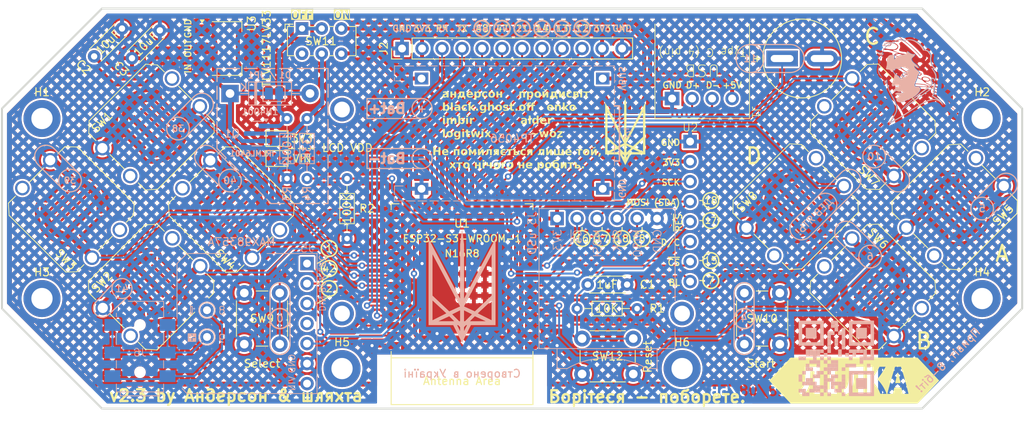
<source format=kicad_pcb>
(kicad_pcb (version 20240108) (generator "pcbnew") (generator_version "8.0")
  (layers (0 "F.Cu" jumper "Top") (31 "B.Cu" signal "Bot") (34 "B.Paste" user) (35 "F.Paste" user) (36 "B.SilkS" user "BotSilk") (37 "F.SilkS" user "TopSilk") (38 "B.Mask" user "BotMask") (39 "F.Mask" user "TopMask") (44 "Edge.Cuts" user))
  (net 0 "")
  (net 1 "~{RESET}")
  (net 2 "UP")
  (net 3 "GND")
  (net 4 "DOWN")
  (net 5 "LEFT")
  (net 6 "USB+")
  (net 7 "USB-")
  (net 8 "RIGHT")
  (net 9 "A")
  (net 10 "B")
  (net 11 "SELECT")
  (net 12 "START")
  (net 13 "RX")
  (net 14 "DISP_D{slash}C")
  (net 15 "TX")
  (net 16 "~{SD_CS}")
  (net 17 "MOSI")
  (net 18 "+3V3")
  (net 19 "VBUS")
  (net 20 "SCK")
  (net 21 "MISO")
  (net 22 "BCK")
  (net 23 "DIN")
  (net 24 "LRCK")
  (net 25 "Net-(Q1-D)")
  (net 26 "~{SLEEP}")
  (net 27 "~{DISP_CS}")
  (net 28 "GPIO12")
  (net 29 "GPIO13")
  (net 30 "GPIO14")
  (net 31 "+VIN")
  (net 32 "Net-(D1-A)")
  (net 33 "Net-(J4-OUT+)")
  (net 35 "VVAL")
  (net 36 "BUZZER")
  (net 37 "C")
  (net 38 "D")
  (net 39 "GPIO21")
  (net 40 "GPIO47")
  (net 41 "GPIO48")
  (net 47 "Net-(J5-OUT-)")
  (net 48 "Net-(J5-OUT+)")
  (net 49 "VCC")
  (footprint "footprints:Buzzer_Wide" (layer "F.Cu") (at 128.27 49.53)
    (property "Reference" "BZ1" (hide yes))
    (property "Value" "Buzzer" (hide yes))
  )
  (footprint "MountingHole:MountingHole_2.7mm_M2.5_DIN965_Pad" (layer "F.Cu") (at 73.66 88.9)
    (property "Reference" "H5")
    (property "Value" "MountingHole")
  )
  (footprint "Display:TFT_240x280_2pads" (layer "F.Cu") (at 119.38 53.467 -90)
    (property "Reference" "U2")
    (property "Value" "~" (hide yes))
  )
  (footprint "Buttons:SW_PUSH-12mm-fixed-min" (layer "F.Cu") (at 56.936769 62.470684 -45)
    (property "Reference" "SW4")
    (property "Value" "Right" (hide yes))
  )
  (footprint "Buttons:SW_PUSH-12mm-fixed-min" (layer "F.Cu") (at 43.281574 81.197681 45)
    (property "Reference" "SW2")
    (property "Value" "Down" (hide yes))
  )
  (footprint "Buttons:SW_PUSH-12mm-fixed-min" (layer "F.Cu") (at 157.690901 65.710406 -135)
    (property "Reference" "SW5")
    (property "Value" "A")
  )
  (footprint "Connector_PinHeader_2.54mm:PinHeader_1x12_P2.54mm_Vertical" (layer "F.Cu") (at 81.28 48.26 90)
    (property "Reference" "J2")
    (property "Value" "Ext")
  )
  (footprint "Jumper:SolderJumper-2_P1.3mm_Open_Pad1.0x1.5mm" (layer "F.Cu") (at 65.405 59.69 180)
    (property "Reference" "JP3" (hide yes))
    (property "Value" "3V3")
  )
  (footprint "Jumper:SolderJumper-2_P1.3mm_Open_Pad1.0x1.5mm" (layer "F.Cu") (at 65.405 62.23 180)
    (property "Reference" "JP2" (hide yes))
    (property "Value" "VIN")
  )
  (footprint "MountingHole:MountingHole_2.7mm_M2.5_DIN965_Pad" (layer "F.Cu") (at 35.56 57.15)
    (property "Reference" "H1")
    (property "Value" "MountingHole")
  )
  (footprint "Button_Switch_THT:SW_PUSH_6mm" (layer "F.Cu") (at 129.25 79.3 -90)
    (property "Reference" "SW10")
    (property "Value" "Start")
  )
  (footprint "MountingHole:MountingHole_2.7mm_M2.5_DIN965_Pad" (layer "F.Cu") (at 154.94 57.15)
    (property "Reference" "H2")
    (property "Value" "MountingHole")
  )
  (footprint "Package_TO_SOT_SMD:SOT-223" (layer "F.Cu") (at 59.03 48.26)
    (property "Reference" "U3")
    (property "Value" "TLV1117LV33")
  )
  (footprint "Resistor_THT:R_Axial_DIN0204_L3.6mm_D1.6mm_P7.62mm_Horizontal" (layer "F.Cu") (at 74.295 72.39 90)
    (property "Reference" "R2")
    (property "Value" "100K")
  )
  (footprint "Buttons:SW_PUSH-12mm-fixed-min" (layer "F.Cu") (at 143.734652 64.435967 135)
    (property "Reference" "SW7")
    (property "Value" "C")
  )
  (footprint "Buttons:SW_PUSH-12mm-fixed-min" (layer "F.Cu") (at 43.2312 60.9088 45)
    (property "Reference" "SW1")
    (property "Value" "Up" (hide yes))
  )
  (footprint "Button_Switch_THT:SW_E-Switch_EG1271_SPDT" (layer "F.Cu") (at 68.58 45.72)
    (property "Reference" "SW11")
    (property "Value" "Power" (hide yes))
  )
  (footprint "Capacitor_THT:C_Disc_D4.3mm_W1.9mm_P5.00mm" (layer "F.Cu") (at 104.855 78.232)
    (property "Reference" "C1")
    (property "Value" "1uF")
  )
  (footprint "Capacitor_THT:C_Disc_D4.3mm_W1.9mm_P5.00mm" (layer "F.Cu") (at 42.1845 49.2555 45)
    (property "Reference" "C2")
    (property "Value" "10uF")
  )
  (footprint "MountingHole:MountingHole_2.7mm_M2.5_DIN965_Pad" (layer "F.Cu") (at 35.56 80.01)
    (property "Reference" "H3")
    (property "Value" "MountingHole")
  )
  (footprint "Button_Switch_THT:SW_PUSH_6mm" (layer "F.Cu") (at 61.25 85.8 90)
    (property "Reference" "SW9")
    (property "Value" "Select")
  )
  (footprint "Button_Switch_THT:SW_PUSH_6mm" (layer "F.Cu") (at 110.64 89.59 180)
    (property "Reference" "SW12")
    (property "Value" "Reset")
  )
  (footprint "Connectors:USB_2.0_PCB" (layer "F.Cu") (at 125.39 57.15 180)
    (property "Reference" "J1")
    (property "Value" "~" (hide yes))
  )
  (footprint "Capacitor_THT:C_Disc_D4.3mm_W1.9mm_P5.00mm" (layer "F.Cu") (at 46.99 49.49 45)
    (property "Reference" "C3")
    (property "Value" "10uF")
  )
  (footprint "Buttons:SW_PUSH-12mm-fixed-min" (layer "F.Cu") (at 143.7333 84.7644 135)
    (property "Reference" "SW6")
    (property "Value" "B")
  )
  (footprint "MountingHole:MountingHole_2.7mm_M2.5_DIN965_Pad" (layer "F.Cu") (at 154.94 80.01)
    (property "Reference" "H4")
    (property "Value" "MountingHole")
  )
  (footprint "kibuzzard-65B2D7AF" (layer "F.Cu") (at 138.684 90.424)
    (property "Reference" "kibuzzard-65B2D7AF" (hide yes))
    (property "Value" "G***" (hide yes))
  )
  (footprint "PCM_Espressif:ESP32-S3-WROOM-1" (layer "F.Cu") (at 88.9 77.724 180)
    (property "Reference" "U1")
    (property "Value" "ESP32-S3-WROOM-1")
  )
  (footprint "Buttons:SW_PUSH-12mm-fixed-min" (layer "F.Cu") (at 36.610224 62.443714 -45)
    (property "Reference" "SW3")
    (property "Value" "Left" (hide yes))
  )
  (footprint "MountingHole:MountingHole_2.7mm_M2.5_DIN965_Pad" (layer "F.Cu") (at 116.84 88.9)
    (property "Reference" "H6")
    (property "Value" "MountingHole")
  )
  (footprint "Resistor_THT:R_Axial_DIN0204_L3.6mm_D1.6mm_P7.62mm_Horizontal" (layer "F.Cu") (at 103.505 81.28)
    (property "Reference" "R1")
    (property "Value" "10K")
  )
  (footprint "Buttons:SW_PUSH-12mm-fixed-min" (layer "F.Cu") (at 125.0089 71.0177 45)
    (property "Reference" "SW8")
    (property "Value" "D")
  )
  (footprint "Diode_THT:D_DO-41_SOD81_P10.16mm_Horizontal" (layer "B.Cu") (at 59.436 53.975)
    (property "Reference" "D1")
    (property "Value" "1N4001")
  )
  (footprint "Package_TO_SOT_SMD:SOT-23" (layer "B.Cu") (at 62.865 59.055 180)
    (property "Reference" "Q1")
    (property "Value" "IRLML6401")
  )
  (footprint "footprints:MAX98357-I2S-Module" (layer "B.Cu") (at 61.595 82.55 180)
    (property "Reference" "J5")
    (property "Value" "~" (hide yes))
  )
  (footprint "Resistor_THT:R_Axial_DIN0204_L3.6mm_D1.6mm_P7.62mm_Horizontal" (layer "B.Cu") (at 66.675 64.77 90)
    (property "Reference" "R3")
    (property "Value" "100K")
  )
  (footprint "Jumper:SolderJumper-2_P1.3mm_Open_Pad1.0x1.5mm" (layer "B.Cu") (at 65.024 53.975 180)
    (property "Reference" "JP1" (hide yes))
    (property "Value" "NoBat")
  )
  (footprint "Resistor_THT:R_Axial_DIN0204_L3.6mm_D1.6mm_P7.62mm_Horizontal" (layer "B.Cu") (at 69.215 64.77 90)
    (property "Reference" "R4")
    (property "Value" "33K")
  )
  (footprint "Connectors:Charge_Controller_TP4056_4pin" (layer "B.Cu") (at 108.255 50.47 180)
    (property "Reference" "J4")
    (property "Value" "TP4056")
  )
  (footprint "footprints:MicroSD-Adapter-3v3" (layer "B.Cu") (at 98.425 68.58 -90)
    (property "Reference" "J3")
    (property "Value" "uSD")
  )
  (footprint "Connectors:JackSocketTRS_PJ3013D" (layer "B.Cu") (at 48.006 86.36 -90)
    (property "Reference" "J6")
    (property "Value" "AudioJack")
  )
  (gr_poly (pts (xy 77.522753 54.914671) (xy 77.553974 54.918449) (xy 77.584181 54.924671) (xy 77.613375 54.933276) (xy 77.641555 54.944201) (xy 77.668719 54.957386) (xy 77.694868 54.972768) (xy 77.72 54.990287) (xy 77.744115 55.009881) (xy 77.767212 55.031488) (xy 77.789291 55.055047) (xy 77.81035 55.080496) (xy 77.830388 55.107775) (xy 77.849406 55.136821) (xy 77.867402 55.167573) (xy 77.884376 55.199969) (xy 77.900327 55.233949) (xy 77.915254 55.26945) (xy 77.929156 55.306412) (xy 77.942034 55.344771) (xy 77.953885 55.384469) (xy 77.964709 55.425441) (xy 77.974506 55.467628) (xy 77.983275 55.510968) (xy 77.991015 55.555399) (xy 77.997725 55.60086) (xy 78.003405 55.647289) (xy 78.008054 55.694624) (xy 78.011671 55.742806) (xy 78.014256 55.791771) (xy 78.016324 55.891806) (xy 78.02249 55.955902) (xy 78.026072 56.016969) (xy 78.027159 56.075071) (xy 78.025838 56.130273) (xy 78.022198 56.182641) (xy 78.016328 56.23224) (xy 78.008316 56.279135) (xy 77.998251 56.323393) (xy 77.986221 56.365076) (xy 77.972315 56.404252) (xy 77.95662 56.440986) (xy 77.939227 56.475342) (xy 77.920222 56.507386) (xy 77.899695 56.537183) (xy 77.877733 56.564799) (xy 77.854427 56.590298) (xy 77.829863 56.613746) (xy 77.80413 56.635209) (xy 77.777318 56.654751) (xy 77.749514 56.672437) (xy 77.720806 56.688334) (xy 77.691284 56.702506) (xy 77.63015 56.725937) (xy 77.566819 56.743252) (xy 77.501998 56.754974) (xy 77.436396 56.761624) (xy 77.37072 56.763724) (xy 77.338372 56.762795) (xy 77.306818 56.760019) (xy 77.276072 56.755413) (xy 77.246149 56.748995) (xy 77.217065 56.740783) (xy 77.188836 56.730794) (xy 77.161475 56.719047) (xy 77.135 56.705558) (xy 77.109425 56.690344) (xy 77.084766 56.673425) (xy 77.061037 56.654817) (xy 77.038255 56.634538) (xy 77.016435 56.612605) (xy 76.995592 56.589037) (xy 76.97574 56.56385) (xy 76.956897 56.537062) (xy 76.939077 56.508691) (xy 76.922295 56.478755) (xy 76.906567 56.447271) (xy 76.891908 56.414256) (xy 76.878334 56.379729) (xy 76.865859 56.343706) (xy 76.8545 56.306206) (xy 76.844271 56.267246) (xy 76.835188 56.226843) (xy 76.827267 56.185016) (xy 76.820521 56.141782) (xy 76.814968 56.097158) (xy 76.810622 56.051161) (xy 76.807499 56.003811) (xy 76.805614 55.955124) (xy 76.804982 55.905117) (xy 76.808845 55.804932) (xy 76.820116 55.707364) (xy 76.838322 55.612943) (xy 76.86299 55.522199) (xy 76.893645 55.435665) (xy 76.929814 55.353871) (xy 76.971023 55.277347) (xy 77.016797 55.206625) (xy 77.066665 55.142235) (xy 77.12015 55.084708) (xy 77.176781 55.034575) (xy 77.206127 55.012447) (xy 77.236082 54.992367) (xy 77.266586 54.9744) (xy 77.29758 54.958614) (xy 77.329005 54.945074) (xy 77.360802 54.933848) (xy 77.392911 54.925) (xy 77.425273 54.918599) (xy 77.45783 54.914709) (xy 77.49052 54.913398)) (stroke (width -0.000001)) (fill solid) (layer "F.Cu"))
  (gr_poly (pts (xy 140.97 44.45) (xy 140.97333 44.450204) (xy 140.976595 44.45048) (xy 140.983134 44.451245) (xy 140.989851 44.452325) (xy 140.996768 44.453712) (xy 141.003906 44.455397) (xy 141.011286 44.457371) (xy 141.01893 44.459627) (xy 141.026857 44.462156) (xy 141.03509 44.464949) (xy 141.052519 44.471322) (xy 141.071241 44.47875) (xy 141.09126 44.487226) (xy 141.112583 44.496745) (xy 141.135213 44.507303) (xy 141.159156 44.518893) (xy 141.184416 44.531511) (xy 141.211 44.545151) (xy 141.268035 44.575434) (xy 141.330046 44.609618) (xy 141.468307 44.68924) (xy 141.624416 44.783117) (xy 141.797007 44.890349) (xy 142.185999 45.141416) (xy 142.623769 45.43545) (xy 143.098777 45.765339) (xy 143.599481 46.123969) (xy 143.98328 46.407778) (xy 144.367452 46.701172) (xy 144.748005 47.000999) (xy 145.120947 47.304111) (xy 145.482287 47.607358) (xy 145.828033 47.907589) (xy 146.154194 48.201656) (xy 146.456777 48.486408) (xy 146.504588 48.532757) (xy 146.551511 48.578785) (xy 146.597523 48.624462) (xy 146.642605 48.669756) (xy 146.708447 48.736943) (xy 146.772074 48.803219) (xy 146.833409 48.86854) (xy 146.892372 48.932863) (xy 146.948886 48.996143) (xy 147.002871 49.058335) (xy 147.05425 49.119395) (xy 147.102942 49.179279) (xy 147.104409 49.181084) (xy 147.108057 49.186014) (xy 147.110345 49.189423) (xy 147.112755 49.193341) (xy 147.115145 49.197676) (xy 147.117373 49.202338) (xy 147.119299 49.207235) (xy 147.120105 49.209744) (xy 147.120782 49.212277) (xy 147.121312 49.214824) (xy 147.121679 49.217372) (xy 147.121864 49.219912) (xy 147.12185 49.22243) (xy 147.12162 49.224917) (xy 147.121154 49.22736) (xy 147.120437 49.229749) (xy 147.119449 49.232071) (xy 147.118174 49.234316) (xy 147.116594 49.236471) (xy 147.114691 49.238527) (xy 147.112448 49.240471) (xy 147.11001 49.242174) (xy 147.107542 49.24353) (xy 147.10505 49.244558) (xy 147.102542 49.245278) (xy 147.100023 49.245709) (xy 147.097503 49.245869) (xy 147.094987 49.245778) (xy 147.092483 49.245456) (xy 147.089998 49.244921) (xy 147.087539 49.244193) (xy 147.085112 49.243291) (xy 147.082726 49.242234) (xy 147.080387 49.241041) (xy 147.078103 49.239732) (xy 147.07588 49.238325) (xy 147.073725 49.236841) (xy 147.06965 49.233714) (xy 147.065934 49.230506) (xy 147.062634 49.22737) (xy 147.059806 49.224459) (xy 147.057509 49.221928) (xy 147.055797 49.21993) (xy 147.05436 49.218147) (xy 146.920815 49.057953) (xy 146.769681 48.889406) (xy 146.602307 48.713436) (xy 146.420044 48.530976) (xy 146.016253 48.150308) (xy 145.569112 47.754854) (xy 145.089423 47.352064) (xy 144.58799 46.949391) (xy 144.075617 46.554285) (xy 143.563107 46.174198) (xy 143.06309 45.816074) (xy 142.588777 45.486685) (xy 142.151837 45.193216) (xy 141.951026 45.062197) (xy 141.763934 44.942853) (xy 141.591981 44.836058) (xy 141.512144 44.787654) (xy 141.436664 44.742738) (xy 141.365738 44.701429) (xy 141.299565 44.663847) (xy 141.238342 44.630111) (xy 141.182268 44.600341) (xy 141.156376 44.589507) (xy 141.141451 44.583761) (xy 141.125922 44.578326) (xy 141.110325 44.5736) (xy 141.095197 44.56998) (xy 141.087977 44.56871) (xy 141.081076 44.567865) (xy 141.07456 44.567497) (xy 141.068497 44.567653) (xy 141.062953 44.568385) (xy 141.057997 44.569742) (xy 141.053695 44.571773) (xy 141.050113 44.574528) (xy 141.04732 44.578058) (xy 141.045382 44.582411) (xy 141.044367 44.587638) (xy 141.044341 44.593788) (xy 141.045371 44.600911) (xy 141.047526 44.609057) (xy 141.05087 44.618276) (xy 141.055473 44.628617) (xy 141.061401 44.640129) (xy 141.06872 44.652864) (xy 141.077498 44.66687) (xy 141.087803 44.682197) (xy 141.120606 44.73367) (xy 141.136055 44.757752) (xy 141.152563 44.78248) (xy 141.171403 44.809168) (xy 141.193844 44.839129) (xy 141.221159 44.873675) (xy 141.254618 44.91412) (xy 141.332833 45.004012) (xy 141.418833 45.098106) (xy 141.511373 45.196024) (xy 141.609205 45.297391) (xy 141.81576 45.508954) (xy 142.028524 45.729774) (xy 142.726586 46.443008) (xy 142.808905 46.531602) (xy 142.88815 46.619963) (xy 142.963728 46.708059) (xy 143.035046 46.795859) (xy 143.101511 46.883329) (xy 143.162531 46.970438) (xy 143.217512 47.057153) (xy 143.265861 47.143441) (xy 143.268771 47.148685) (xy 143.272052 47.153978) (xy 143.275674 47.159284) (xy 143.279608 47.164568) (xy 143.283822 47.169794) (xy 143.288288 47.174926) (xy 143.292973 47.17993) (xy 143.297849 47.18477) (xy 143.302884 47.189409) (xy 143.308049 47.193814) (xy 143.313314 47.197947) (xy 143.318648 47.201774) (xy 143.32402 47.205259) (xy 143.329401 47.208367) (xy 143.334761 47.211062) (xy 143.340068 47.213308) (xy 143.346341 47.215104) (xy 143.354495 47.216498) (xy 143.364346 47.217529) (xy 143.375711 47.218236) (xy 143.402252 47.218837) (xy 143.432651 47.218615) (xy 143.499161 47.216961) (xy 143.532341 47.216157) (xy 143.563517 47.215788) (xy 143.646606 47.215915) (xy 143.717 47.216567) (xy 143.777469 47.217709) (xy 143.830786 47.219302) (xy 143.879724 47.221307) (xy 143.927054 47.223688) (xy 144.027982 47.229424) (xy 144.090459 47.233141) (xy 144.158985 47.237696) (xy 144.221179 47.242664) (xy 144.246032 47.24517) (xy 144.26466 47.247621) (xy 144.272046 47.248927) (xy 144.279187 47.250421) (xy 144.286058 47.252074) (xy 144.292635 47.253856) (xy 144.298893 47.255737) (xy 144.304807 47.257687) (xy 144.310354 47.259677) (xy 144.315509 47.261677) (xy 144.316849 47.262326) (xy 144.31837 47.263259) (xy 144.320049 47.264447) (xy 144.321862 47.265861) (xy 144.323785 47.26747) (xy 144.325793 47.269246) (xy 144.327863 47.271157) (xy 144.32997 47.273175) (xy 144.334199 47.277411) (xy 144.338288 47.281717) (xy 144.342045 47.285853) (xy 144.345275 47.289582) (xy 144.346 47.290478) (xy 144.346719 47.291439) (xy 144.347429 47.292462) (xy 144.348124 47.293545) (xy 144.3488 47.294686) (xy 144.349452 47.295883) (xy 144.350074 47.297134) (xy 144.350661 47.298437) (xy 144.35121 47.299789) (xy 144.351715 47.301189) (xy 144.352171 47.302633) (xy 144.352573 47.304121) (xy 144.352916 47.30565) (xy 144.353196 47.307217) (xy 144.353408 47.308821) (xy 144.353546 47.31046) (xy 144.353604 47.312109) (xy 144.353581 47.313745) (xy 144.353482 47.315365) (xy 144.353311 47.316964) (xy 144.353073 47.318539) (xy 144.352773 47.320084) (xy 144.352415 47.321595) (xy 144.352004 47.323069) (xy 144.351544 47.3245) (xy 144.35104 47.325886) (xy 144.350496 47.327221) (xy 144.349918 47.328501) (xy 144.349309 47.329723) (xy 144.348674 47.330881) (xy 144.348018 47.331971) (xy 144.347345 47.332991) (xy 144.345178 47.335949) (xy 144.342953 47.338659) (xy 144.340671 47.341139) (xy 144.338333 47.343407) (xy 144.335939 47.34548) (xy 144.333489 47.347376) (xy 144.330984 47.349113) (xy 144.328424 47.350708) (xy 144.325809 47.352179) (xy 144.32314 47.353543) (xy 144.320416 47.354819) (xy 144.31764 47.356023) (xy 144.311927 47.358289) (xy 144.306004 47.360482) (xy 144.299826 47.362629) (xy 144.29334 47.364674) (xy 144.286545 47.366627) (xy 144.279441 47.368497) (xy 144.272026 47.370297) (xy 144.264301 47.372034) (xy 144.256265 47.37372) (xy 144.247916 47.375365) (xy 144.230262 47.378529) (xy 144.211348 47.38153) (xy 144.191225 47.384374) (xy 144.169945 47.387066) (xy 144.124122 47.392021) (xy 144.07429 47.396442) (xy 144.02315 47.399711) (xy 143.97279 47.401428) (xy 143.922695 47.40198) (xy 143.872352 47.401753) (xy 143.768857 47.40051) (xy 143.714677 47.400266) (xy 143.658188 47.40079) (xy 143.631176 47.401183) (xy 143.607751 47.401354) (xy 143.587613 47.401343) (xy 143.570461 47.401189) (xy 143.555993 47.40093) (xy 143.543908 47.400607) (xy 143.525683 47.399924) (xy 143.513376 47.399451) (xy 143.508689 47.399392) (xy 143.504577 47.399503) (xy 143.502643 47.399635) (xy 143.500741 47.399824) (xy 143.498831 47.400076) (xy 143.496877 47.400394) (xy 143.492686 47.401252) (xy 143.487866 47.402437) (xy 143.485364 47.40315) (xy 143.483089 47.403925) (xy 143.481037 47.404759) (xy 143.479204 47.405649) (xy 143.477586 47.406593) (xy 143.476178 47.40759) (xy 143.474976 47.408635) (xy 143.473975 47.409728) (xy 143.473171 47.410866) (xy 143.47256 47.412046) (xy 143.472138 47.413266) (xy 143.471899 47.414524) (xy 143.47184 47.415817) (xy 143.471956 47.417144) (xy 143.472243 47.418501) (xy 143.472696 47.419886) (xy 143.473312 47.421298) (xy 143.474085 47.422733) (xy 143.475012 47.424189) (xy 143.476088 47.425664) (xy 143.477308 47.427156) (xy 143.478668 47.428662) (xy 143.480165 47.430181) (xy 143.481793 47.431708) (xy 143.485426 47.434783) (xy 143.489532 47.437867) (xy 143.494077 47.440943) (xy 143.499025 47.443991) (xy 143.51203 47.450855) (xy 143.530366 47.459294) (xy 143.553847 47.469242) (xy 143.582286 47.480633) (xy 143.653294 47.507473) (xy 143.741901 47.539283) (xy 143.773252 47.550547) (xy 143.802859 47.56167) (xy 143.830881 47.572732) (xy 143.857478 47.583814) (xy 143.882807 47.594995) (xy 143.907029 47.606355) (xy 143.930302 47.617974) (xy 143.952784 47.629934) (xy 143.974636 47.642312) (xy 143.996015 47.655191) (xy 144.017082 47.668649) (xy 144.037994 47.682766) (xy 144.058911 47.697624) (xy 144.079991 47.713301) (xy 144.101395 47.729878) (xy 144.12328 47.747436) (xy 144.134223 47.756533) (xy 144.144869 47.765754) (xy 144.155206 47.775101) (xy 144.165225 47.784578) (xy 144.174913 47.794187) (xy 144.18426 47.803932) (xy 144.193256 47.813815) (xy 144.201889 47.823839) (xy 144.210149 47.834008) (xy 144.218024 47.844325) (xy 144.225504 47.854792) (xy 144.232578 47.865413) (xy 144.239236 47.87619) (xy 144.245465 47.887127) (xy 144.251256 47.898227) (xy 144.256598 47.909493) (xy 144.261465 47.920928) (xy 144.265832 47.932531) (xy 144.269689 47.944294) (xy 144.273025 47.956209) (xy 144.275831 47.968266) (xy 144.278096 47.980459) (xy 144.27981 47.992777) (xy 144.280964 48.005213) (xy 144.281546 48.017758) (xy 144.281548 48.030405) (xy 144.280959 48.043143) (xy 144.279768 48.055966) (xy 144.277967 48.068865) (xy 144.275544 48.081831) (xy 144.272489 48.094855) (xy 144.268794 48.10793) (xy 144.260819 48.132185) (xy 144.252123 48.155381) (xy 144.242725 48.177532) (xy 144.232645 48.198654) (xy 144.221901 48.218764) (xy 144.210512 48.237878) (xy 144.198499 48.256011) (xy 144.185879 48.273179) (xy 144.172672 48.289397) (xy 144.158897 48.304682) (xy 144.144574 48.31905) (xy 144.129721 48.332516) (xy 144.114357 48.345097) (xy 144.098502 48.356807) (xy 144.082175 48.367663) (xy 144.065395 48.377681) (xy 144.048208 48.386893) (xy 144.030653 48.395344) (xy 144.012747 48.403058) (xy 143.994507 48.410061) (xy 143.975949 48.416377) (xy 143.957089 48.422033) (xy 143.937945 48.427052) (xy 143.918532 48.431461) (xy 143.898867 48.435284) (xy 143.878967 48.438546) (xy 143.858848 48.441273) (xy 143.838526 48.443489) (xy 143.818018 48.44522) (xy 143.797341 48.446492) (xy 143.755544 48.447754) (xy 143.747868 48.447898) (xy 143.73976 48.448204) (xy 143.731333 48.448722) (xy 143.722703 48.449502) (xy 143.713984 48.450596) (xy 143.70529 48.452053) (xy 143.696736 48.453926) (xy 143.688437 48.456263) (xy 143.684419 48.457622) (xy 143.680507 48.459116) (xy 143.676716 48.460752) (xy 143.673061 48.462535) (xy 143.669555 48.464473) (xy 143.666213 48.466572) (xy 143.663049 48.468837) (xy 143.660078 48.471275) (xy 143.657314 48.473893) (xy 143.65477 48.476697) (xy 143.652463 48.479693) (xy 143.650405 48.482888) (xy 143.648612 48.486287) (xy 143.647097 48.489898) (xy 143.645874 48.493726) (xy 143.644959 48.497777) (xy 143.644483 48.501906) (xy 143.644551 48.505959) (xy 143.645135 48.509937) (xy 143.646207 48.513838) (xy 143.647742 48.517662) (xy 143.649711 48.521406) (xy 143.652087 48.52507) (xy 143.654843 48.528653) (xy 143.657953 48.532153) (xy 143.661387 48.535569) (xy 143.669125 48.542147) (xy 143.677838 48.548376) (xy 143.68731 48.554248) (xy 143.697322 48.559754) (xy 143.707655 48.564885) (xy 143.718094 48.569631) (xy 143.728419 48.573983) (xy 143.747859 48.58147) (xy 143.764232 48.587274) (xy 144.070918 48.700743) (xy 144.295873 48.781801) (xy 144.392529 48.815006) (xy 144.465788 48.838222) (xy 144.494073 48.846158) (xy 144.520667 48.853107) (xy 144.545701 48.85919) (xy 144.569306 48.86453) (xy 144.612753 48.873463) (xy 144.65206 48.880883) (xy 144.688275 48.887763) (xy 144.722448 48.895077) (xy 144.739096 48.899202) (xy 144.755628 48.903801) (xy 144.772174 48.908996) (xy 144.788865 48.914909) (xy 144.817884 48.918767) (xy 144.8474 48.922091) (xy 144.877231 48.924906) (xy 144.907194 48.927239) (xy 144.937107 48.929116) (xy 144.966788 48.930563) (xy 144.996053 48.931607) (xy 145.02472 48.932272) (xy 145.038816 48.932881) (xy 145.052805 48.934201) (xy 145.066702 48.936202) (xy 145.080518 48.938853) (xy 145.094267 48.942123) (xy 145.107963 48.945982) (xy 145.121617 48.950399) (xy 145.135245 48.955343) (xy 145.148858 48.960784) (xy 145.16247 48.966691) (xy 145.176095 48.973033) (xy 145.189744 48.97978) (xy 145.217172 48.994365) (xy 145.244858 49.010201) (xy 145.258728 49.018563) (xy 145.272465 49.027266) (xy 145.286043 49.036305) (xy 145.299433 49.045674) (xy 145.312607 49.055365) (xy 145.325539 49.065373) (xy 145.338201 49.075693) (xy 145.350565 49.086317) (xy 145.362604 49.097241) (xy 145.374289 49.108457) (xy 145.385594 49.119959) (xy 145.396491 49.131743) (xy 145.406952 49.1438) (xy 145.416949 49.156126) (xy 145.426456 49.168715) (xy 145.435444 49.18156) (xy 145.443882 49.194682) (xy 145.45173 49.208096) (xy 145.458948 49.22178) (xy 145.465497 49.235716) (xy 145.471339 49.24988) (xy 145.476433 49.264254) (xy 145.48074 49.278816) (xy 145.484222 49.293545) (xy 145.486837 49.308421) (xy 145.488548 49.323424) (xy 145.489315 49.338532) (xy 145.489099 49.353725) (xy 145.48786 49.368982) (xy 145.485558 49.384282) (xy 145.482156 49.399605) (xy 145.477612 49.41493) (xy 145.476221 49.418779) (xy 145.47467 49.422498) (xy 145.472962 49.426093) (xy 145.471101 49.429564) (xy 145.469091 49.432915) (xy 145.466936 49.436149) (xy 145.462204 49.442274) (xy 145.456933 49.447963) (xy 145.451154 49.453236) (xy 145.444894 49.458115) (xy 145.438184 49.462622) (xy 145.431052 49.466778) (xy 145.423528 49.470606) (xy 145.41564 49.474127) (xy 145.407419 49.477363) (xy 145.398892 49.480336) (xy 145.39009 49.483067) (xy 145.381041 49.485578) (xy 145.371775 49.48789) (xy 145.35242 49.491982) (xy 145.331835 49.495385) (xy 145.310057 49.498127) (xy 145.287121 49.50024) (xy 145.263061 49.501752) (xy 145.237915 49.502694) (xy 145.211717 49.503096) (xy 145.184503 49.502987) (xy 145.174194 49.502475) (xy 145.16372 49.501273) (xy 145.153073 49.499489) (xy 145.142248 49.497227) (xy 145.120039 49.491698) (xy 145.097042 49.485536) (xy 145.073209 49.479592) (xy 145.060963 49.476967) (xy 145.04849 49.474715) (xy 145.035782 49.472943) (xy 145.022835 49.471757) (xy 145.009641 49.471263) (xy 144.996195 49.471568) (xy 144.968071 49.473754) (xy 144.938345 49.477131) (xy 144.907536 49.481358) (xy 144.876161 49.486089) (xy 144.813791 49.495692) (xy 144.783834 49.499878) (xy 144.755386 49.503194) (xy 144.546196 49.509601) (xy 144.528616 49.511826) (xy 144.512116 49.514828) (xy 144.496699 49.518571) (xy 144.482368 49.523019) (xy 144.469128 49.528135) (xy 144.456981 49.533882) (xy 144.445931 49.540225) (xy 144.435982 49.547126) (xy 144.427136 49.554549) (xy 144.419398 49.562457) (xy 144.41277 49.570814) (xy 144.407257 49.579584) (xy 144.402861 49.58873) (xy 144.399587 49.598215) (xy 144.397436 49.608002) (xy 144.396414 49.618056) (xy 144.396523 49.62834) (xy 144.397767 49.638818) (xy 144.40015 49.649451) (xy 144.403674 49.660206) (xy 144.408343 49.671043) (xy 144.414161 49.681929) (xy 144.421131 49.692824) (xy 144.429256 49.703694) (xy 144.43854 49.714502) (xy 144.448987 49.72521) (xy 144.4606 49.735783) (xy 144.473382 49.746185) (xy 144.487336 49.756377) (xy 144.502467 49.766325) (xy 144.518777 49.775992) (xy 144.536271 49.78534) (xy 144.592109 49.812026) (xy 144.652531 49.838012) (xy 144.716849 49.863358) (xy 144.784379 49.888123) (xy 144.854433 49.912365) (xy 144.926325 49.936143) (xy 145.072882 49.982544) (xy 145.135487 50.002956) (xy 145.16496 50.012431) (xy 145.193613 50.020774) (xy 145.207727 50.024371) (xy 145.221748 50.027504) (xy 145.235715 50.030113) (xy 145.249665 50.032138) (xy 145.263635 50.033518) (xy 145.277663 50.034193) (xy 145.291786 50.034103) (xy 145.306043 50.033187) (xy 145.320325 50.031648) (xy 145.334519 50.029774) (xy 145.362754 50.025288) (xy 145.419409 50.015167) (xy 145.448285 50.010572) (xy 145.462959 50.008617) (xy 145.477829 50.006977) (xy 145.492923 50.005718) (xy 145.50827 50.004903) (xy 145.523897 50.004599) (xy 145.539834 50.004868) (xy 145.57214 50.006632) (xy 145.604473 50.009571) (xy 145.636552 50.013619) (xy 145.668096 50.018714) (xy 145.698827 50.024791) (xy 145.728462 50.031785) (xy 145.756722 50.039633) (xy 145.770248 50.043857) (xy 145.783326 50.04827) (xy 145.795904 50.052863) (xy 145.807945 50.057646) (xy 145.813762 50.060114) (xy 145.819441 50.062638) (xy 145.824983 50.065219) (xy 145.830385 50.067861) (xy 145.835648 50.070566) (xy 145.84077 50.073336) (xy 145.84575 50.076174) (xy 145.850587 50.079083) (xy 145.85528 50.082065) (xy 145.859829 50.085123) (xy 145.864232 50.08826) (xy 145.868489 50.091478) (xy 145.872938 50.095042) (xy 145.877131 50.098605) (xy 145.881061 50.102166) (xy 145.884722 50.105727) (xy 145.88811 50.109288) (xy 145.891219 50.112848) (xy 145.894042 50.116407) (xy 145.896574 50.119967) (xy 145.898809 50.123527) (xy 145.900743 50.127086) (xy 145.902368 50.130647) (xy 145.903679 50.134207) (xy 145.904672 50.137769) (xy 145.905339 50.141331) (xy 145.905675 50.144895) (xy 145.905675 50.148459) (xy 145.905332 50.152025) (xy 145.904642 50.155592) (xy 145.903598 50.159161) (xy 145.902195 50.162732) (xy 145.900427 50.166305) (xy 145.898288 50.16988) (xy 145.895773 50.173458) (xy 145.892876 50.177038) (xy 145.889591 50.18062) (xy 145.885913 50.184206) (xy 145.881836 50.187794) (xy 145.877354 50.191386) (xy 145.872461 50.19498) (xy 145.867152 50.198579) (xy 145.861422 50.202181) (xy 145.855263 50.205786) (xy 145.852174 50.207346) (xy 145.848943 50.208627) (xy 145.845579 50.209652) (xy 145.842086 50.210445) (xy 145.83847 50.21103) (xy 145.834739 50.211428) (xy 145.830899 50.211665) (xy 145.826955 50.211763) (xy 145.818781 50.211634) (xy 145.810268 50.211229) (xy 145.801465 50.210733) (xy 145.792422 50.210334) (xy 145.773404 50.209402) (xy 145.75297 50.20778) (xy 145.731162 50.205492) (xy 145.708025 50.202562) (xy 145.683604 50.199014) (xy 145.657943 50.194874) (xy 145.631086 50.190164) (xy 145.603079 50.184909) (xy 145.586136 50.181294) (xy 145.567595 50.178422) (xy 145.547883 50.176339) (xy 145.527431 50.175092) (xy 145.506668 50.174729) (xy 145.486023 50.175297) (xy 145.465924 50.176844) (xy 145.446802 50.179416) (xy 145.437741 50.181101) (xy 145.429085 50.183061) (xy 145.420887 50.1853) (xy 145.413202 50.187825) (xy 145.406083 50.190643) (xy 145.399583 50.193758) (xy 145.393756 50.197176) (xy 145.388657 50.200904) (xy 145.384337 50.204948) (xy 145.380852 50.209312) (xy 145.378254 50.214004) (xy 145.376598 50.21903) (xy 145.375937 50.224394) (xy 145.376325 50.230103) (xy 145.377815 50.236163) (xy 145.380461 50.24258) (xy 145.397248 50.267307) (xy 145.416918 50.291443) (xy 145.439156 50.314907) (xy 145.463646 50.337616) (xy 145.490072 50.359489) (xy 145.518119 50.380444) (xy 145.547471 50.400398) (xy 145.577812 50.419269) (xy 145.608826 50.436976) (xy 145.640199 50.453436) (xy 145.671613 50.468568) (xy 145.702754 50.482289) (xy 145.733305 50.494517) (xy 145.762951 50.505171) (xy 145.791377 50.514168) (xy 145.818266 50.521426) (xy 145.902588 50.541717) (xy 145.933452 50.549173) (xy 145.959896 50.555879) (xy 145.984256 50.562619) (xy 146.008866 50.570177) (xy 146.036059 50.579336) (xy 146.06817 50.590879) (xy 146.077454 50.594632) (xy 146.08592 50.598734) (xy 146.09358 50.603148) (xy 146.100448 50.607838) (xy 146.106536 50.612765) (xy 146.111858 50.617894) (xy 146.116426 50.623187) (xy 146.120254 50.628607) (xy 146.123354 50.634117) (xy 146.125739 50.63968) (xy 146.127422 50.645258) (xy 146.128416 50.650815) (xy 146.128735 50.656314) (xy 146.12839 50.661718) (xy 146.127395 50.666989) (xy 146.125762 50.672091) (xy 146.123506 50.676986) (xy 146.120638 50.681638) (xy 146.117171 50.686009) (xy 146.113119 50.690062) (xy 146.108494 50.693761) (xy 146.103309 50.697068) (xy 146.097578 50.699946) (xy 146.091313 50.702358) (xy 146.084527 50.704267) (xy 146.077232 50.705636) (xy 146.069443 50.706427) (xy 146.061172 50.706605) (xy 146.052431 50.706132) (xy 146.043234 50.70497) (xy 146.033593 50.703083) (xy 146.023522 50.700433) (xy 146.002538 50.694299) (xy 145.983189 50.688936) (xy 145.964495 50.684245) (xy 145.945478 50.680124) (xy 145.925157 50.676475) (xy 145.902554 50.673198) (xy 145.876688 50.670193) (xy 145.846582 50.66736) (xy 145.838649 50.666942) (xy 145.83113 50.667066) (xy 145.824028 50.667711) (xy 145.817348 50.668857) (xy 145.811094 50.670485) (xy 145.805268 50.672575) (xy 145.799874 50.675105) (xy 145.794917 50.678058) (xy 145.790401 50.681412) (xy 145.786328 50.685147) (xy 145.782703 50.689244) (xy 145.779529 50.693682) (xy 145.77681 50.698442) (xy 145.77455 50.703504) (xy 145.772753 50.708848) (xy 145.771422 50.714453) (xy 145.770562 50.7203) (xy 145.770175 50.726368) (xy 145.770265 50.732639) (xy 145.770837 50.739091) (xy 145.771894 50.745705) (xy 145.77344 50.75246) (xy 145.775479 50.759338) (xy 145.778014 50.766317) (xy 145.781049 50.773379) (xy 145.784587 50.780502) (xy 145.788634 50.787667) (xy 145.793191 50.794854) (xy 145.798264 50.802043) (xy 145.803855 50.809215) (xy 145.809969 50.816348) (xy 145.816609 50.823423) (xy 145.846901 50.853261) (xy 145.881464 50.885831) (xy 145.96052 50.956876) (xy 146.048002 51.031968) (xy 146.138134 51.10652) (xy 146.22514 51.17594) (xy 146.303244 51.235641) (xy 146.366671 51.281034) (xy 146.391075 51.29693) (xy 146.409645 51.307528) (xy 146.417724 51.311163) (xy 146.426522 51.314329) (xy 146.446115 51.319344) (xy 146.468097 51.322764) (xy 146.492142 51.324781) (xy 146.517927 51.325583) (xy 146.545124 51.325362) (xy 146.602458 51.322612) (xy 146.719773 51.313212) (xy 146.774548 51.309608) (xy 146.799827 51.308747) (xy 146.823266 51.308768) (xy 146.860881 51.309978) (xy 146.897118 51.311841) (xy 146.931918 51.314382) (xy 146.965221 51.317625) (xy 146.996967 51.321596) (xy 147.027096 51.326319) (xy 147.055548 51.331819) (xy 147.082265 51.33812) (xy 147.094995 51.341572) (xy 147.107339 51.345233) (xy 147.119274 51.349126) (xy 147.13078 51.35327) (xy 147.141833 51.357687) (xy 147.152413 51.362399) (xy 147.162497 51.367425) (xy 147.172064 51.372787) (xy 147.181092 51.378507) (xy 147.185398 51.381507) (xy 147.18956 51.384605) (xy 147.193577 51.387802) (xy 147.197445 51.391102) (xy 147.201163 51.394506) (xy 147.204727 51.398019) (xy 147.208134 51.401642) (xy 147.211382 51.405377) (xy 147.214468 51.409229) (xy 147.21739 51.413198) (xy 147.220144 51.417288) (xy 147.222729 51.421502) (xy 147.22514 51.425842) (xy 147.227376 51.430311) (xy 147.233514 51.444236) (xy 147.238668 51.457981) (xy 147.242854 51.471521) (xy 147.246086 51.484832) (xy 147.24838 51.497888) (xy 147.249751 51.510664) (xy 147.250213 51.523136) (xy 147.249783 51.535279) (xy 147.249237 51.541219) (xy 147.248474 51.547067) (xy 147.247496 51.552821) (xy 147.246303 51.558477) (xy 147.244899 51.564032) (xy 147.243285 51.569483) (xy 147.241462 51.574827) (xy 147.239434 51.58006) (xy 147.237201 51.585181) (xy 147.234765 51.590184) (xy 147.232129 51.595068) (xy 147.229295 51.59983) (xy 147.226263 51.604465) (xy 147.223037 51.608972) (xy 147.219617 51.613346) (xy 147.216007 51.617586) (xy 147.208331 51.625659) (xy 147.200144 51.633205) (xy 147.191469 51.640241) (xy 147.182331 51.646784) (xy 147.172755 51.652852) (xy 147.162764 51.65846) (xy 147.152384 51.663627) (xy 147.141639 51.668368) (xy 147.130553 51.672702) (xy 147.119151 51.676644) (xy 147.107458 51.680212) (xy 147.095497 51.683423) (xy 147.083293 51.686294) (xy 147.070872 51.688841) (xy 147.058256 51.691082) (xy 147.045471 51.693034) (xy 147.019438 51.69612) (xy 146.99288 51.698151) (xy 146.96595 51.699145) (xy 146.938799 51.699121) (xy 146.911579 51.698101) (xy 146.884442 51.696103) (xy 146.857541 51.693148) (xy 146.831026 51.689254) (xy 146.805051 51.684441) (xy 146.779767 51.678729) (xy 146.755326 51.672138) (xy 146.731879 51.664688) (xy 146.70958 51.656397) (xy 146.688579 51.647286) (xy 146.669029 51.637374) (xy 146.651082 51.626682) (xy 146.594677 51.589779) (xy 146.514689 51.538485) (xy 146.471891 51.512106) (xy 146.430446 51.487727) (xy 146.427749 51.486258) (xy 146.696824 51.486258) (xy 146.697124 51.492653) (xy 146.697796 51.499144) (xy 146.699018 51.505679) (xy 146.700953 51.5122) (xy 146.703584 51.518689) (xy 146.706894 51.525131) (xy 146.715482 51.537803) (xy 146.72658 51.550082) (xy 146.74005 51.561831) (xy 146.755756 51.572916) (xy 146.77356 51.583203) (xy 146.793325 51.592557) (xy 146.814914 51.600841) (xy 146.83819 51.607923) (xy 146.863015 51.613666) (xy 146.889252 51.617936) (xy 146.916765 51.620598) (xy 146.945415 51.621517) (xy 146.975066 51.620558) (xy 147.005581 51.617586) (xy 147.016702 51.615789) (xy 147.029125 51.61308) (xy 147.04253 51.609436) (xy 147.056595 51.604831) (xy 147.071001 51.599241) (xy 147.085426 51.592641) (xy 147.099549 51.585006) (xy 147.106398 51.580793) (xy 147.113051 51.576312) (xy 147.119469 51.57156) (xy 147.12561 51.566534) (xy 147.131436 51.561231) (xy 147.136906 51.555647) (xy 147.14198 51.54978) (xy 147.146618 51.543627) (xy 147.15078 51.537184) (xy 147.154426 51.530448) (xy 147.157515 51.523417) (xy 147.160008 51.516087) (xy 147.161864 51.508455) (xy 147.163044 51.500518) (xy 147.163507 51.492273) (xy 147.163213 51.483716) (xy 147.162122 51.474846) (xy 147.160195 51.465658) (xy 147.159246 51.462284) (xy 147.158127 51.458992) (xy 147.156842 51.455784) (xy 147.155394 51.452658) (xy 147.153789 51.449614) (xy 147.15203 51.446653) (xy 147.148071 51.440977) (xy 147.14355 51.435629) (xy 147.138504 51.430607) (xy 147.132966 51.42591) (xy 147.126971 51.421536) (xy 147.120555 51.417486) (xy 147.113752 51.413757) (xy 147.106598 51.410348) (xy 147.099126 51.407258) (xy 147.091373 51.404486) (xy 147.083372 51.402031) (xy 147.075158 51.399891) (xy 147.066767 51.398065) (xy 147.043365 51.393753) (xy 147.019403 51.38997) (xy 146.994497 51.386694) (xy 146.96826 51.383905) (xy 146.940305 51.381581) (xy 146.910249 51.379701) (xy 146.877703 51.378244) (xy 146.842283 51.377187) (xy 146.833164 51.377136) (xy 146.824305 51.377411) (xy 146.815709 51.378003) (xy 146.80738 51.378905) (xy 146.799321 51.38011) (xy 146.791537 51.38161) (xy 146.78403 51.383397) (xy 146.776806 51.385464) (xy 146.769868 51.387803) (xy 146.763219 51.390406) (xy 146.756863 51.393266) (xy 146.750804 51.396376) (xy 146.745046 51.399726) (xy 146.739592 51.403311) (xy 146.734447 51.407122) (xy 146.729614 51.411152) (xy 146.725096 51.415393) (xy 146.720898 51.419837) (xy 146.717024 51.424477) (xy 146.713477 51.429305) (xy 146.71026 51.434314) (xy 146.707378 51.439496) (xy 146.704835 51.444842) (xy 146.702634 51.450347) (xy 146.700779 51.456002) (xy 146.699273 51.461799) (xy 146.698121 51.46773) (xy 146.697327 51.473789) (xy 146.696893 51.479968) (xy 146.696824 51.486258) (xy 146.427749 51.486258) (xy 146.39277 51.467212) (xy 146.3761 51.458987) (xy 146.361279 51.452429) (xy 146.347247 51.44743) (xy 146.33276 51.443665) (xy 146.31784 51.44103) (xy 146.302507 51.439427) (xy 146.286783 51.438752) (xy 146.270688 51.438907) (xy 146.254245 51.439788) (xy 146.237473 51.441297) (xy 146.203029 51.445788) (xy 146.167525 51.451573) (xy 146.13113 51.457843) (xy 146.094012 51.46379) (xy 146.073108 51.466635) (xy 146.052696 51.468979) (xy 146.013085 51.472485) (xy 145.936867 51.477036) (xy 145.899205 51.479373) (xy 145.861138 51.482614) (xy 145.841787 51.484775) (xy 145.822137 51.487404) (xy 145.802122 51.490582) (xy 145.781676 51.494389) (xy 145.92097 51.54435) (xy 146.072135 51.603012) (xy 146.236414 51.671699) (xy 146.415051 51.751736) (xy 146.609292 51.844446) (xy 146.820379 51.951155) (xy 147.049557 52.073186) (xy 147.298069 52.211865) (xy 147.286654 52.191466) (xy 147.276375 52.172067) (xy 147.267308 52.153567) (xy 147.259531 52.135863) (xy 147.253119 52.118857) (xy 147.250449 52.110584) (xy 147.248149 52.102447) (xy 147.247749 52.100779) (xy 147.383422 52.100779) (xy 147.383688 52.10858) (xy 147.384335 52.116352) (xy 147.385367 52.12409) (xy 147.386789 52.131787) (xy 147.388605 52.139438) (xy 147.390819 52.147037) (xy 147.393434 52.154579) (xy 147.396455 52.162056) (xy 147.399886 52.169463) (xy 147.403732 52.176795) (xy 147.407995 52.184046) (xy 147.41268 52.191209) (xy 147.417791 52.198279) (xy 147.423333 52.20525) (xy 147.437512 52.219269) (xy 147.456715 52.233552) (xy 147.480492 52.247946) (xy 147.508391 52.262301) (xy 147.53996 52.276464) (xy 147.57475 52.290286) (xy 147.612307 52.303614) (xy 147.652182 52.316297) (xy 147.693923 52.328185) (xy 147.737078 52.339125) (xy 147.781197 52.348967) (xy 147.825829 52.357558) (xy 147.870522 52.364749) (xy 147.914825 52.370388) (xy 147.958286 52.374322) (xy 148.000455 52.376402) (xy 148.018 52.374835) (xy 148.034767 52.372823) (xy 148.050786 52.370385) (xy 148.066089 52.36754) (xy 148.080705 52.364308) (xy 148.094665 52.360706) (xy 148.107999 52.356755) (xy 148.120739 52.352474) (xy 148.132913 52.34788) (xy 148.144554 52.342995) (xy 148.155691 52.337835) (xy 148.166354 52.332422) (xy 148.176575 52.326772) (xy 148.186384 52.320907) (xy 148.19581 52.314844) (xy 148.204886 52.308603) (xy 148.209231 52.305423) (xy 148.213357 52.30221) (xy 148.217266 52.298963) (xy 148.22096 52.295681) (xy 148.22444 52.292365) (xy 148.227708 52.289014) (xy 148.230767 52.285626) (xy 148.233616 52.282202) (xy 148.23626 52.27874) (xy 148.238698 52.27524) (xy 148.240933 52.271702) (xy 148.242967 52.268125) (xy 148.244801 52.264508) (xy 148.246437 52.260851) (xy 148.247877 52.257152) (xy 148.249122 52.253413) (xy 148.250184 52.24961) (xy 148.25107 52.245723) (xy 148.25177 52.241743) (xy 148.252277 52.237665) (xy 148.252583 52.233481) (xy 148.252678 52.229186) (xy 148.252555 52.224771) (xy 148.252205 52.220231) (xy 148.25162 52.215559) (xy 148.250791 52.210747) (xy 148.24971 52.205791) (xy 148.248369 52.200681) (xy 148.246759 52.195413) (xy 148.244872 52.189978) (xy 148.2427 52.184371) (xy 148.240233 52.178585) (xy 148.234136 52.167658) (xy 148.226807 52.155704) (xy 148.222662 52.149405) (xy 148.218186 52.142925) (xy 148.213373 52.13629) (xy 148.208215 52.129525) (xy 148.202704 52.122656) (xy 148.196833 52.115707) (xy 148.190594 52.108705) (xy 148.18398 52.101675) (xy 148.176983 52.094642) (xy 148.169596 52.087631) (xy 148.161812 52.080668) (xy 148.153622 52.073779) (xy 148.133777 52.058738) (xy 148.108139 52.041489) (xy 148.077195 52.022782) (xy 148.041431 52.003368) (xy 148.021893 51.99363) (xy 148.001332 51.983996) (xy 147.97981 51.97456) (xy 147.957386 51.965417) (xy 147.934121 51.956659) (xy 147.910077 51.948381) (xy 147.885314 51.940677) (xy 147.859892 51.933639) (xy 147.834148 51.927306) (xy 147.808431 51.921665) (xy 147.782831 51.916727) (xy 147.757432 51.912506) (xy 147.732322 51.909015) (xy 147.707588 51.906266) (xy 147.683316 51.904272) (xy 147.659594 51.903047) (xy 147.651823 51.90281) (xy 147.644123 51.902661) (xy 147.6365 51.902599) (xy 147.628955 51.902628) (xy 147.621495 51.902747) (xy 147.614122 51.902959) (xy 147.60684 51.903265) (xy 147.599653 51.903667) (xy 147.585599 51.904757) (xy 147.572003 51.906229) (xy 147.558881 51.908075) (xy 147.54625 51.910286) (xy 147.534128 51.912852) (xy 147.522531 51.915767) (xy 147.511476 51.919021) (xy 147.500982 51.922605) (xy 147.491065 51.926512) (xy 147.481742 51.930732) (xy 147.473031 51.935257) (xy 147.464948 51.940078) (xy 147.457512 51.945188) (xy 147.450738 51.950576) (xy 147.444644 51.956236) (xy 147.441858 51.959164) (xy 147.439248 51.962158) (xy 147.427742 51.97686) (xy 147.417487 51.991847) (xy 147.408514 52.007071) (xy 147.400855 52.022486) (xy 147.394544 52.038045) (xy 147.391904 52.045864) (xy 147.389613 52.053701) (xy 147.387675 52.06155) (xy 147.386094 52.069406) (xy 147.384874 52.077263) (xy 147.384019 52.085115) (xy 147.383534 52.092955) (xy 147.383422 52.100779) (xy 147.247749 52.100779) (xy 147.246228 52.094433) (xy 147.244697 52.086531) (xy 147.243564 52.078728) (xy 147.242839 52.07101) (xy 147.242533 52.063366) (xy 147.242653 52.055783) (xy 147.24321 52.048247) (xy 147.244214 52.040748) (xy 147.245674 52.033271) (xy 147.247599 52.025804) (xy 147.249999 52.018335) (xy 147.252883 52.010852) (xy 147.256262 52.003341) (xy 147.260145 51.99579) (xy 147.26454 51.988186) (xy 147.269459 51.980517) (xy 147.27491 51.97277) (xy 147.280902 51.964932) (xy 147.287447 51.956991) (xy 147.294552 51.948935) (xy 147.305912 51.937995) (xy 147.319528 51.927481) (xy 147.335131 51.917423) (xy 147.352451 51.907851) (xy 147.371216 51.898795) (xy 147.391156 51.890284) (xy 147.412001 51.882347) (xy 147.433481 51.875015) (xy 147.455325 51.868316) (xy 147.477263 51.862281) (xy 147.499025 51.856938) (xy 147.52034 51.852318) (xy 147.540938 51.84845) (xy 147.560548 51.845364) (xy 147.578901 51.843089) (xy 147.595725 51.841655) (xy 147.611839 51.840854) (xy 147.62823 51.840455) (xy 147.661761 51.840841) (xy 147.696155 51.84276) (xy 147.73125 51.846158) (xy 147.766883 51.850983) (xy 147.802893 51.857182) (xy 147.839118 51.864701) (xy 147.875395 51.873487) (xy 147.911583 51.883438) (xy 147.947517 51.894478) (xy 147.983013 51.906597) (xy 148.017884 51.919783) (xy 148.051944 51.934023) (xy 148.085006 51.949306) (xy 148.116885 51.96562) (xy 148.147394 51.982954) (xy 148.176347 52.001294) (xy 148.203558 52.02063) (xy 148.216452 52.030667) (xy 148.22884 52.040949) (xy 148.2407 52.051473) (xy 148.252008 52.062239) (xy 148.262741 52.073245) (xy 148.272876 52.08449) (xy 148.282389 52.095971) (xy 148.291257 52.107688) (xy 148.299456 52.119639) (xy 148.306965 52.131823) (xy 148.313758 52.144237) (xy 148.319813 52.156881) (xy 148.323118 52.164673) (xy 148.326082 52.172437) (xy 148.328704 52.180168) (xy 148.330984 52.187859) (xy 148.332921 52.195506) (xy 148.334514 52.203103) (xy 148.335762 52.210645) (xy 148.336666 52.218125) (xy 148.337223 52.225539) (xy 148.337434 52.232881) (xy 148.337298 52.240146) (xy 148.336814 52.247328) (xy 148.335982 52.254421) (xy 148.3348 52.261421) (xy 148.333268 52.268321) (xy 148.331386 52.275117) (xy 148.329168 52.281779) (xy 148.326636 52.288287) (xy 148.3238 52.294638) (xy 148.320668 52.300835) (xy 148.317253 52.306875) (xy 148.313563 52.31276) (xy 148.309608 52.318488) (xy 148.3054 52.324059) (xy 148.300947 52.329474) (xy 148.296261 52.334732) (xy 148.291351 52.339832) (xy 148.286227 52.344775) (xy 148.2809 52.34956) (xy 148.275379 52.354187) (xy 148.269675 52.358656) (xy 148.263798 52.362966) (xy 148.25154 52.371166) (xy 148.238628 52.37885) (xy 148.22509 52.38603) (xy 148.210954 52.392716) (xy 148.196248 52.39892) (xy 148.181001 52.404652) (xy 148.165242 52.409923) (xy 148.148998 52.414744) (xy 148.132298 52.419125) (xy 148.11517 52.423079) (xy 148.097642 52.426615) (xy 148.079743 52.429744) (xy 148.061501 52.432478) (xy 148.042944 52.434827) (xy 148.004999 52.438414) (xy 147.974551 52.440509) (xy 147.946132 52.44215) (xy 147.919722 52.443408) (xy 147.895305 52.444356) (xy 147.817185 52.446476) (xy 147.80245 52.446947) (xy 147.789597 52.447539) (xy 147.778608 52.448323) (xy 147.769462 52.449371) (xy 147.765576 52.450016) (xy 147.762143 52.450755) (xy 147.759163 52.451595) (xy 147.756632 52.452546) (xy 147.754549 52.453617) (xy 147.75291 52.454816) (xy 147.751715 52.456154) (xy 147.75096 52.457638) (xy 147.742722 52.473149) (xy 147.740854 52.478336) (xy 147.739749 52.484222) (xy 147.73959 52.487454) (xy 147.73975 52.490893) (xy 147.740271 52.49455) (xy 147.741198 52.498436) (xy 147.742572 52.502563) (xy 147.744437 52.50694) (xy 147.746835 52.511579) (xy 147.749809 52.516491) (xy 147.753403 52.521687) (xy 147.757658 52.527177) (xy 147.762619 52.532973) (xy 147.768327 52.539085) (xy 147.774825 52.545524) (xy 147.782157 52.552301) (xy 147.790365 52.559428) (xy 147.799491 52.566914) (xy 147.80958 52.574772) (xy 147.820674 52.583011) (xy 147.846046 52.600678) (xy 147.89369 52.631622) (xy 147.944469 52.662772) (xy 148.054142 52.725209) (xy 148.172484 52.787024) (xy 148.296915 52.847249) (xy 148.424855 52.904919) (xy 148.553723 52.959069) (xy 148.680939 53.008732) (xy 148.803924 53.052944) (xy 148.808386 53.054426) (xy 148.812604 53.055732) (xy 148.816611 53.056888) (xy 148.820442 53.057915) (xy 148.827703 53.05968) (xy 148.834656 53.061218) (xy 148.841564 53.062716) (xy 148.848696 53.064364) (xy 148.856316 53.066352) (xy 148.860393 53.067531) (xy 148.864692 53.068867) (xy 148.953926 53.066833) (xy 149.037498 53.065353) (xy 149.099681 53.064581) (xy 149.128517 53.06458) (xy 149.15581 53.064877) (xy 149.181529 53.065505) (xy 149.205646 53.066496) (xy 149.228131 53.067881) (xy 149.248954 53.069693) (xy 149.258731 53.070755) (xy 149.268086 53.071925) (xy 149.277037 53.073231) (xy 149.285601 53.074698) (xy 149.293795 53.076354) (xy 149.301638 53.078225) (xy 149.305433 53.079249) (xy 149.309147 53.080337) (xy 149.312782 53.081491) (xy 149.31634 53.082716) (xy 149.319866 53.084027) (xy 149.323389 53.085446) (xy 149.326891 53.086982) (xy 149.330353 53.088646) (xy 149.332063 53.089528) (xy 149.333756 53.090446) (xy 149.33543 53.091401) (xy 149.337081 53.092395) (xy 149.338709 53.093427) (xy 149.340309 53.0945) (xy 149.341881 53.095614) (xy 149.343422 53.096772) (xy 149.344927 53.097972) (xy 149.346397 53.099216) (xy 149.347829 53.100507) (xy 149.349221 53.101847) (xy 149.350571 53.103236) (xy 149.351876 53.104678) (xy 149.353135 53.106174) (xy 149.354346 53.107727) (xy 149.355505 53.109337) (xy 149.356613 53.111007) (xy 149.357665 53.112739) (xy 149.35866 53.114535) (xy 149.359596 53.116397) (xy 149.360471 53.118327) (xy 149.361283 53.120326) (xy 149.362029 53.122396) (xy 149.363103 53.125791) (xy 149.36405 53.129234) (xy 149.364861 53.132718) (xy 149.365533 53.136236) (xy 149.366057 53.139778) (xy 149.366429 53.143338) (xy 149.366641 53.146908) (xy 149.366689 53.150481) (xy 149.366564 53.154047) (xy 149.366262 53.157601) (xy 149.365776 53.161134) (xy 149.3651 53.164638) (xy 149.364227 53.168106) (xy 149.363151 53.171529) (xy 149.361867 53.174901) (xy 149.360368 53.178214) (xy 149.358676 53.181417) (xy 149.356822 53.184472) (xy 149.354815 53.187382) (xy 149.352665 53.190149) (xy 149.350382 53.192774) (xy 149.347975 53.195261) (xy 149.345454 53.19761) (xy 149.342829 53.199825) (xy 149.340109 53.201907) (xy 149.337304 53.203858) (xy 149.334425 53.20568) (xy 149.331479 53.207377) (xy 149.328478 53.208949) (xy 149.325431 53.210399) (xy 149.322348 53.211728) (xy 149.319237 53.21294) (xy 149.31291 53.215095) (xy 149.306402 53.216952) (xy 149.299707 53.218526) (xy 149.29282 53.219825) (xy 149.285738 53.220864) (xy 149.278455 53.221652) (xy 149.270967 53.222201) (xy 149.263269 53.222524) (xy 149.255357 53.222631) (xy 149.247225 53.222534) (xy 149.230283 53.221774) (xy 149.212408 53.220337) (xy 149.193561 53.218315) (xy 149.177377 53.215845) (xy 149.160486 53.212286) (xy 149.142941 53.207812) (xy 149.124796 53.202595) (xy 149.047273 53.177782) (xy 149.006292 53.16544) (xy 148.985432 53.159893) (xy 148.964398 53.154994) (xy 148.943242 53.150916) (xy 148.922018 53.147833) (xy 148.900778 53.145919) (xy 148.879576 53.145348) (xy 148.85729 53.145779) (xy 148.836578 53.146721) (xy 148.817435 53.148162) (xy 148.799852 53.150089) (xy 148.783823 53.152488) (xy 148.769341 53.155346) (xy 148.756398 53.158652) (xy 148.744989 53.162391) (xy 148.735105 53.166552) (xy 148.726741 53.17112) (xy 148.719888 53.176084) (xy 148.71454 53.181429) (xy 148.71069 53.187145) (xy 148.708331 53.193216) (xy 148.707456 53.199632) (xy 148.708058 53.206377) (xy 148.71013 53.213441) (xy 148.713665 53.220809) (xy 148.718656 53.22847) (xy 148.725096 53.236409) (xy 148.732977 53.244614) (xy 148.742294 53.253073) (xy 148.753039 53.261772) (xy 148.765205 53.270698) (xy 148.778786 53.279839) (xy 148.793773 53.289181) (xy 148.827941 53.308419) (xy 148.867653 53.328308) (xy 148.912854 53.348746) (xy 148.972808 53.376108) (xy 149.027768 53.401938) (xy 149.078631 53.426539) (xy 149.126296 53.450218) (xy 149.215616 53.496028) (xy 149.30291 53.541809) (xy 149.324616 53.553318) (xy 149.345378 53.564551) (xy 149.365159 53.575505) (xy 149.38392 53.586175) (xy 149.401624 53.596557) (xy 149.418233 53.606646) (xy 149.433709 53.616439) (xy 149.448013 53.625932) (xy 149.454715 53.630553) (xy 149.461109 53.635086) (xy 149.4672 53.639545) (xy 149.472993 53.643947) (xy 149.478493 53.648306) (xy 149.483705 53.652638) (xy 149.488633 53.656959) (xy 149.493284 53.661285) (xy 149.497695 53.665596) (xy 149.499815 53.667758) (xy 149.501871 53.669939) (xy 149.503858 53.67215) (xy 149.505772 53.674402) (xy 149.507606 53.676705) (xy 149.509357 53.679072) (xy 149.511019 53.681512) (xy 149.512587 53.684038) (xy 149.514056 53.686659) (xy 149.515421 53.689388) (xy 149.516678 53.692234) (xy 149.51782 53.69521) (xy 149.518844 53.698326) (xy 149.519744 53.701592) (xy 149.521374 53.708977) (xy 149.52257 53.716323) (xy 149.523336 53.723616) (xy 149.523681 53.73084) (xy 149.523608 53.737977) (xy 149.523125 53.745012) (xy 149.522237 53.751928) (xy 149.52095 53.75871) (xy 149.51927 53.765341) (xy 149.517203 53.771805) (xy 149.514755 53.778087) (xy 149.511932 53.784168) (xy 149.50874 53.790035) (xy 149.505184 53.795669) (xy 149.501272 53.801056) (xy 149.497008 53.806179) (xy 149.492459 53.811079) (xy 149.487693 53.8158) (xy 149.482714 53.820336) (xy 149.477525 53.824675) (xy 149.47213 53.82881) (xy 149.466533 53.832732) (xy 149.460737 53.836432) (xy 149.454747 53.839901) (xy 149.448566 53.84313) (xy 149.442197 53.846111) (xy 149.435645 53.848834) (xy 149.428914 53.851291) (xy 149.422006 53.853472) (xy 149.414927 53.855369) (xy 149.407679 53.856973) (xy 149.400266 53.858276) (xy 149.387278 53.860916) (xy 149.382459 53.862457) (xy 149.378696 53.864145) (xy 149.375947 53.865979) (xy 149.374166 53.867958) (xy 149.373308 53.870083) (xy 149.37333 53.872353) (xy 149.374187 53.874767) (xy 149.375834 53.877325) (xy 149.381321 53.882871) (xy 149.389436 53.888987) (xy 149.399823 53.895669) (xy 149.425989 53.910717) (xy 149.456973 53.927986) (xy 149.48993 53.947447) (xy 149.506258 53.95799) (xy 149.522012 53.96907) (xy 149.552937 53.986386) (xy 149.567352 53.994675) (xy 149.581032 54.002701) (xy 149.593949 54.01045) (xy 149.606076 54.01791) (xy 149.617386 54.025067) (xy 149.627849 54.031909) (xy 149.632754 54.035208) (xy 149.637439 54.038435) (xy 149.641909 54.041592) (xy 149.646166 54.044685) (xy 149.650213 54.047719) (xy 149.654054 54.050697) (xy 149.657692 54.053625) (xy 149.661129 54.056506) (xy 149.664438 54.059223) (xy 149.667677 54.061794) (xy 149.669258 54.063099) (xy 149.670808 54.064455) (xy 149.67232 54.065891) (xy 149.67379 54.067439) (xy 149.675214 54.069125) (xy 149.676585 54.070981) (xy 149.6779 54.073035) (xy 149.679154 54.075316) (xy 149.680341 54.077855) (xy 149.681456 54.08068) (xy 149.682495 54.08382) (xy 149.683453 54.087306) (xy 149.684129 54.090458) (xy 149.684591 54.093611) (xy 149.68485 54.096756) (xy 149.684915 54.099886) (xy 149.684799 54.10299) (xy 149.68451 54.106061) (xy 149.684062 54.109089) (xy 149.683463 54.112065) (xy 149.682725 54.114982) (xy 149.681859 54.11783) (xy 149.680876 54.1206) (xy 149.679785 54.123284) (xy 149.678598 54.125873) (xy 149.677326 54.128357) (xy 149.675979 54.13073) (xy 149.674568 54.13298) (xy 149.673106 54.13513) (xy 149.671601 54.137205) (xy 149.670054 54.13921) (xy 149.668467 54.14115) (xy 149.666841 54.143028) (xy 149.665178 54.144849) (xy 149.66348 54.146617) (xy 149.661747 54.148337) (xy 149.659983 54.150013) (xy 149.658188 54.15165) (xy 149.656364 54.153253) (xy 149.654513 54.154824) (xy 149.650734 54.157893) (xy 149.646866 54.160893) (xy 149.642852 54.163768) (xy 149.638652 54.166466) (xy 149.634299 54.169017) (xy 149.629824 54.171453) (xy 149.620644 54.1761) (xy 149.611374 54.180654) (xy 149.606788 54.182972) (xy 149.602278 54.18536) (xy 149.597877 54.187847) (xy 149.593617 54.190465) (xy 149.589532 54.193243) (xy 149.585655 54.196214) (xy 149.582017 54.199407) (xy 149.580299 54.201097) (xy 149.578653 54.202854) (xy 149.576766 54.205352) (xy 149.574727 54.208871) (xy 149.572695 54.213317) (xy 149.570829 54.218597) (xy 149.56929 54.224616) (xy 149.568237 54.231282) (xy 149.56783 54.238499) (xy 149.567919 54.242285) (xy 149.568229 54.246175) (xy 149.56878 54.250155) (xy 149.569592 54.254215) (xy 149.570686 54.258342) (xy 149.572081 54.262526) (xy 149.573797 54.266753) (xy 149.575854 54.271013) (xy 149.578272 54.275294) (xy 149.581071 54.279584) (xy 149.584271 54.283871) (xy 149.587893 54.288144) (xy 149.591955 54.292391) (xy 149.596478 54.296599) (xy 149.601481 54.300759) (xy 149.606986 54.304856) (xy 149.613011 54.308881) (xy 149.619578 54.312821) (xy 149.653484 54.332217) (xy 149.69371 54.354351) (xy 149.715314 54.365441) (xy 149.737443 54.376011) (xy 149.759745 54.385658) (xy 149.781868 54.393982) (xy 149.803461 54.40058) (xy 149.813948 54.403106) (xy 149.824171 54.40505) (xy 149.834086 54.406362) (xy 149.843648 54.406992) (xy 149.852813 54.406889) (xy 149.861538 54.406003) (xy 149.869779 54.404283) (xy 149.877492 54.401681) (xy 149.884632 54.398145) (xy 149.891156 54.393625) (xy 149.897019 54.388071) (xy 149.902179 54.381434) (xy 149.90659 54.373661) (xy 149.910209 54.364704) (xy 149.912143 54.358218) (xy 149.913693 54.351495) (xy 149.915744 54.337394) (xy 149.916566 54.322503) (xy 149.91636 54.306928) (xy 149.915329 54.290772) (xy 149.913676 54.274139) (xy 149.909315 54.239858) (xy 149.904897 54.204918) (xy 149.903174 54.18746) (xy 149.902044 54.170149) (xy 149.901949 54.165255) (xy 149.961544 54.165255) (xy 149.961785 54.173886) (xy 149.962606 54.182975) (xy 149.963928 54.192532) (xy 149.965671 54.202571) (xy 149.970103 54.224139) (xy 149.975264 54.247776) (xy 149.980517 54.273575) (xy 149.98298 54.287316) (xy 149.985227 54.301633) (xy 149.987179 54.316539) (xy 149.988756 54.332045) (xy 149.989935 54.343997) (xy 149.991563 54.354834) (xy 149.993694 54.364648) (xy 149.994966 54.369202) (xy 149.996384 54.373535) (xy 149.997956 54.377661) (xy 149.999688 54.38159) (xy 150.001588 54.385334) (xy 150.003661 54.388906) (xy 150.005916 54.392316) (xy 150.008358 54.395578) (xy 150.010995 54.398701) (xy 150.013834 54.4017) (xy 150.016882 54.404584) (xy 150.020145 54.407367) (xy 150.02363 54.410059) (xy 150.027345 54.412673) (xy 150.03549 54.417713) (xy 150.044634 54.42258) (xy 150.054833 54.42737) (xy 150.066143 54.432177) (xy 150.078617 54.437095) (xy 150.092312 54.442219) (xy 150.113497 54.44851) (xy 150.133426 54.453911) (xy 150.152167 54.4585) (xy 150.169789 54.46235) (xy 150.186361 54.465539) (xy 150.201952 54.468142) (xy 150.216631 54.470234) (xy 150.230467 54.471892) (xy 150.255884 54.474207) (xy 150.278757 54.475692) (xy 150.299636 54.476954) (xy 150.319073 54.4786) (xy 150.323737 54.478975) (xy 150.328274 54.479085) (xy 150.332677 54.478934) (xy 150.33694 54.478528) (xy 150.341057 54.477869) (xy 150.345021 54.476964) (xy 150.348827 54.475816) (xy 150.352467 54.474429) (xy 150.355935 54.472809) (xy 150.359225 54.470959) (xy 150.362331 54.468884) (xy 150.365245 54.466589) (xy 150.367963 54.464078) (xy 150.370477 54.461355) (xy 150.372781 54.458425) (xy 150.374868 54.455292) (xy 150.376733 54.451962) (xy 150.378369 54.448437) (xy 150.379769 54.444723) (xy 150.380927 54.440824) (xy 150.381838 54.436744) (xy 150.382493 54.432489) (xy 150.382888 54.428062) (xy 150.383015 54.423468) (xy 150.382869 54.418711) (xy 150.382443 54.413796) (xy 150.38173 54.408728) (xy 150.380724 54.40351) (xy 150.37942 54.398147) (xy 150.377809 54.392644) (xy 150.375887 54.387005) (xy 150.373646 54.381234) (xy 150.364844 54.360358) (xy 150.360914 54.351537) (xy 150.357181 54.343591) (xy 150.353554 54.336369) (xy 150.349945 54.329718) (xy 150.346265 54.323485) (xy 150.342426 54.31752) (xy 150.338338 54.311669) (xy 150.333913 54.30578) (xy 150.329061 54.299702) (xy 150.323695 54.293281) (xy 150.311061 54.278807) (xy 150.2953 54.261138) (xy 150.286448 54.25143) (xy 150.277462 54.241975) (xy 150.268356 54.232776) (xy 150.259142 54.223838) (xy 150.249834 54.215165) (xy 150.240446 54.20676) (xy 150.230989 54.198627) (xy 150.221478 54.190771) (xy 150.211927 54.183196) (xy 150.202347 54.175905) (xy 150.192753 54.168903) (xy 150.183157 54.162193) (xy 150.173574 54.155781) (xy 150.164015 54.149668) (xy 150.154495 54.143861) (xy 150.145027 54.138361) (xy 150.135561 54.133217) (xy 150.126072 54.128474) (xy 150.11661 54.124127) (xy 150.107223 54.120173) (xy 150.097961 54.116606) (xy 150.088875 54.113424) (xy 150.080013 54.11062) (xy 150.071424 54.108192) (xy 150.06316 54.106135) (xy 150.055268 54.104445) (xy 150.047799 54.103117) (xy 150.040802 54.102148) (xy 150.034327 54.101532) (xy 150.028423 54.101267) (xy 150.023139 54.101347) (xy 150.018526 54.101768) (xy 150.009959 54.103069) (xy 150.005683 54.103883) (xy 150.001446 54.104875) (xy 149.997275 54.106095) (xy 149.993195 54.107596) (xy 149.991197 54.108468) (xy 149.989232 54.109429) (xy 149.987302 54.110485) (xy 149.985412 54.111644) (xy 149.983564 54.112911) (xy 149.981761 54.114294) (xy 149.980007 54.115797) (xy 149.978306 54.117429) (xy 149.976659 54.119195) (xy 149.975071 54.121102) (xy 149.973545 54.123155) (xy 149.972084 54.125362) (xy 149.970691 54.12773) (xy 149.969369 54.130263) (xy 149.968122 54.132969) (xy 149.966953 54.135855) (xy 149.965866 54.138926) (xy 149.964863 54.142189) (xy 149.963947 54.145651) (xy 149.963122 54.149317) (xy 149.961964 54.15707) (xy 149.961544 54.165255) (xy 149.901949 54.165255) (xy 149.901712 54.153089) (xy 149.902378 54.136384) (xy 149.904247 54.120138) (xy 149.905695 54.11222) (xy 149.90752 54.104455) (xy 149.908801 54.100034) (xy 149.910289 54.095701) (xy 149.911979 54.091465) (xy 149.913862 54.087332) (xy 149.915933 54.08331) (xy 149.918184 54.079406) (xy 149.920608 54.075627) (xy 149.923199 54.07198) (xy 149.925948 54.068473) (xy 149.92885 54.065113) (xy 149.931897 54.061907) (xy 149.935083 54.058863) (xy 149.9384 54.055987) (xy 149.941842 54.053287) (xy 149.945401 54.050771) (xy 149.949071 54.048445) (xy 149.95283 54.046303) (xy 149.95666 54.044337) (xy 149.960557 54.042543) (xy 149.964519 54.040915) (xy 149.968543 54.039449) (xy 149.972625 54.038142) (xy 149.976764 54.036987) (xy 149.980956 54.035981) (xy 149.985197 54.035119) (xy 149.989486 54.034396) (xy 149.993819 54.033808) (xy 149.998193 54.033351) (xy 150.002606 54.03302) (xy 150.007054 54.03281) (xy 150.011534 54.032717) (xy 150.016044 54.032736) (xy 150.025167 54.033092) (xy 150.034433 54.033864) (xy 150.043838 54.035046) (xy 150.053374 54.036629) (xy 150.063034 54.038607) (xy 150.072813 54.040973) (xy 150.082702 54.04372) (xy 150.092697 54.04684) (xy 150.102789 54.050328) (xy 150.112972 54.054174) (xy 150.12324 54.058374) (xy 150.133586 54.062918) (xy 150.144003 54.067802) (xy 150.154485 54.073016) (xy 150.165025 54.078555) (xy 150.175615 54.084412) (xy 150.200447 54.099581) (xy 150.226016 54.116589) (xy 150.251988 54.13532) (xy 150.278027 54.155659) (xy 150.303799 54.177491) (xy 150.328969 54.200702) (xy 150.353202 54.225176) (xy 150.376163 54.2508) (xy 150.397518 54.277457) (xy 150.416932 54.305033) (xy 150.434069 54.333413) (xy 150.44168 54.347868) (xy 150.448596 54.362482) (xy 150.454775 54.377239) (xy 150.460177 54.392126) (xy 150.464758 54.407127) (xy 150.468477 54.422229) (xy 150.471293 54.437417) (xy 150.473162 54.452676) (xy 150.474045 54.467993) (xy 150.473897 54.483354) (xy 150.473506 54.488919) (xy 150.472835 54.49425) (xy 150.471888 54.499351) (xy 150.470669 54.504222) (xy 150.46918 54.508867) (xy 150.467427 54.513288) (xy 150.465413 54.517486) (xy 150.463141 54.521464) (xy 150.460615 54.525224) (xy 150.457839 54.528769) (xy 150.454816 54.532101) (xy 150.451551 54.535221) (xy 150.448047 54.538133) (xy 150.444307 54.540838) (xy 150.440336 54.543338) (xy 150.436137 54.545637) (xy 150.431713 54.547735) (xy 150.42707 54.549636) (xy 150.417136 54.552853) (xy 150.406364 54.555306) (xy 150.394785 54.557013) (xy 150.382428 54.557991) (xy 150.369323 54.558259) (xy 150.355499 54.557834) (xy 150.340986 54.556734) (xy 150.208567 54.538911) (xy 150.169872 54.534397) (xy 150.13097 54.531047) (xy 150.092876 54.529452) (xy 150.056605 54.530206) (xy 150.03947 54.531649) (xy 150.023171 54.533901) (xy 150.007835 54.537037) (xy 149.993589 54.54113) (xy 149.98056 54.546255) (xy 149.968875 54.552486) (xy 149.95866 54.559897) (xy 149.950042 54.568562) (xy 149.943148 54.578555) (xy 149.938106 54.58995) (xy 149.935041 54.602822) (xy 149.934081 54.617244) (xy 149.935352 54.633291) (xy 149.938982 54.651037) (xy 149.945097 54.670555) (xy 149.953824 54.69192) (xy 149.960578 54.705436) (xy 149.968219 54.718149) (xy 149.976741 54.730214) (xy 149.986139 54.74179) (xy 149.996407 54.753033) (xy 150.007538 54.7641) (xy 150.019527 54.775148) (xy 150.032369 54.786335) (xy 150.092139 54.835608) (xy 150.126986 54.865158) (xy 150.145629 54.881711) (xy 150.165077 54.899659) (xy 150.337875 55.059537) (xy 150.53358 55.236093) (xy 150.744556 55.423439) (xy 150.963164 55.615688) (xy 151.392916 55.991561) (xy 151.588935 56.163584) (xy 151.762292 56.317246) (xy 151.83231 56.379506) (xy 151.867752 56.411267) (xy 151.90343 56.443864) (xy 151.939308 56.47761) (xy 151.975345 56.512816) (xy 152.011505 56.549795) (xy 152.047749 56.588858) (xy 152.052417 56.59476) (xy 152.05454 56.597593) (xy 152.055551 56.599032) (xy 152.05653 56.600506) (xy 152.057476 56.602029) (xy 152.058391 56.603616) (xy 152.059275 56.605283) (xy 152.060129 56.607043) (xy 152.060953 56.608911) (xy 152.061749 56.610903) (xy 152.062516 56.613033) (xy 152.063256 56.615316) (xy 152.063991 56.617968) (xy 152.064338 56.619498) (xy 152.064645 56.621151) (xy 152.064893 56.622917) (xy 152.065064 56.624788) (xy 152.065139 56.626753) (xy 152.065097 56.628804) (xy 152.06492 56.630931) (xy 152.064589 56.633124) (xy 152.064085 56.635374) (xy 152.063388 56.637672) (xy 152.06248 56.640007) (xy 152.06194 56.641187) (xy 152.061341 56.642372) (xy 152.060679 56.643562) (xy 152.059952 56.644756) (xy 152.059158 56.645952) (xy 152.058294 56.647149) (xy 152.057382 56.648313) (xy 152.056446 56.649409) (xy 152.055487 56.650441) (xy 152.054509 56.65141) (xy 152.053512 56.652318) (xy 152.052499 56.653166) (xy 152.051473 56.653957) (xy 152.050436 56.654693) (xy 152.049389 56.655375) (xy 152.048335 56.656005) (xy 152.047276 56.656585) (xy 152.046214 56.657118) (xy 152.044091 56.658046) (xy 152.041982 56.658805) (xy 152.039905 56.659409) (xy 152.037876 56.659874) (xy 152.035914 56.660215) (xy 152.034036 56.660447) (xy 152.032258 56.660585) (xy 152.030599 56.660644) (xy 152.029074 56.660639) (xy 152.027702 56.660584) (xy 151.966124 56.657145) (xy 151.885149 56.651358) (xy 151.838884 56.646934) (xy 151.789564 56.641141) (xy 151.737789 56.633721) (xy 151.684157 56.624411) (xy 151.658351 56.619397) (xy 151.635152 56.614668) (xy 151.614354 56.610163) (xy 151.595753 56.605826) (xy 151.579146 56.601597) (xy 151.564329 56.597417) (xy 151.551095 56.593228) (xy 151.539243 56.588972) (xy 151.528566 56.584589) (xy 151.523605 56.582332) (xy 151.518861 56.580021) (xy 151.509923 56.57521) (xy 151.501549 56.570097) (xy 151.493533 56.564623) (xy 151.485672 56.558729) (xy 151.477762 56.552358) (xy 151.469597 56.54545) (xy 151.461272 56.538212) (xy 151.453088 56.530913) (xy 151.445147 56.523586) (xy 151.437551 56.516265) (xy 151.430402 56.508986) (xy 151.423803 56.50178) (xy 151.417854 56.494682) (xy 151.415157 56.491185) (xy 151.41266 56.487727) (xy 151.410377 56.484313) (xy 151.408321 56.480948) (xy 151.406504 56.477635) (xy 151.404939 56.474378) (xy 151.403639 56.471183) (xy 151.402617 56.468053) (xy 151.401886 56.464992) (xy 151.401458 56.462005) (xy 151.401345 56.459096) (xy 151.401562 56.456269) (xy 151.40212 56.453528) (xy 151.403032 56.450879) (xy 151.404311 56.448323) (xy 151.40597 56.445867) (xy 151.408022 56.443515) (xy 151.410479 56.44127) (xy 151.413406 56.439457) (xy 151.416847 56.438369) (xy 151.42078 56.437966) (xy 151.425182 56.438208) (xy 151.430033 56.439052) (xy 151.435312 56.440459) (xy 151.447063 56.444795) (xy 151.460264 56.45089) (xy 151.474743 56.458417) (xy 151.506844 56.476457) (xy 151.541989 56.496299) (xy 151.560273 56.506079) (xy 151.5788 56.515329) (xy 151.5974 56.523722) (xy 151.6159 56.530931) (xy 151.634128 56.536629) (xy 151.643086 56.538809) (xy 151.651911 56.540489) (xy 151.660393 56.541734) (xy 151.668348 56.542647) (xy 151.675793 56.543236) (xy 151.682747 56.543512) (xy 151.689227 56.543484) (xy 151.69525 56.543163) (xy 151.700835 56.542558) (xy 151.706 56.54168) (xy 151.710761 56.540538) (xy 151.715138 56.539142) (xy 151.719147 56.537503) (xy 151.722806 56.535629) (xy 151.726133 56.533532) (xy 151.729146 56.531222) (xy 151.731863 56.528707) (xy 151.734301 56.525999) (xy 151.736478 56.523106) (xy 151.738412 56.52004) (xy 151.74012 56.516809) (xy 151.741621 56.513425) (xy 151.742931 56.509896) (xy 151.74407 56.506234) (xy 151.745901 56.498546) (xy 151.747256 56.490441) (xy 151.748277 56.481999) (xy 151.749886 56.464421) (xy 151.750066 56.459751) (xy 151.74981 56.454694) (xy 151.748032 56.443496) (xy 151.744638 56.430984) (xy 151.739716 56.417313) (xy 151.733352 56.40264) (xy 151.725633 56.38712) (xy 151.716646 56.370909) (xy 151.706477 56.354164) (xy 151.695214 56.337041) (xy 151.682942 56.319695) (xy 151.669749 56.302282) (xy 151.655721 56.284959) (xy 151.640946 56.267882) (xy 151.625509 56.251206) (xy 151.609498 56.235087) (xy 151.593 56.219682) (xy 150.92224 55.662403) (xy 150.703515 55.470036) (xy 150.49234 55.282475) (xy 150.296229 55.10551) (xy 150.122699 54.944927) (xy 150.084074 54.908977) (xy 150.047977 54.876097) (xy 149.982854 54.817961) (xy 149.926314 54.767342) (xy 149.900946 54.743859) (xy 149.877343 54.721065) (xy 149.869164 54.713377) (xy 149.860089 54.705535) (xy 149.839945 54.689307) (xy 149.818296 54.672226) (xy 149.80734 54.663316) (xy 149.796527 54.654134) (xy 149.78603 54.64466) (xy 149.776023 54.634874) (xy 149.766678 54.624757) (xy 149.762309 54.619568) (xy 149.75817 54.614289) (xy 149.754283 54.608917) (xy 149.75067 54.603451) (xy 149.747353 54.597886) (xy 149.744352 54.592222) (xy 149.741691 54.586456) (xy 149.73939 54.580584) (xy 149.737471 54.574605) (xy 149.735956 54.568517) (xy 149.730411 54.544989) (xy 149.724242 54.523652) (xy 149.717407 54.504297) (xy 149.713727 54.495297) (xy 149.709863 54.486715) (xy 149.705812 54.478524) (xy 149.701566 54.470699) (xy 149.697122 54.463213) (xy 149.692474 54.45604) (xy 149.687616 54.449154) (xy 149.682542 54.442529) (xy 149.671729 54.429959) (xy 149.659989 54.418121) (xy 149.647281 54.406806) (xy 149.633561 54.395807) (xy 149.618786 54.384914) (xy 149.602913 54.37392) (xy 149.585897 54.362617) (xy 149.548269 54.338246) (xy 149.545268 54.336742) (xy 149.542399 54.335128) (xy 149.53966 54.333413) (xy 149.537043 54.331606) (xy 149.534543 54.329713) (xy 149.532156 54.327744) (xy 149.529875 54.325706) (xy 149.527696 54.323607) (xy 149.525612 54.321455) (xy 149.523619 54.319258) (xy 149.519882 54.314762) (xy 149.51644 54.310184) (xy 149.513252 54.305586) (xy 149.502158 54.288287) (xy 149.499582 54.284556) (xy 149.496998 54.281191) (xy 149.494363 54.278256) (xy 149.493013 54.276969) (xy 149.491633 54.275814) (xy 149.489326 54.273941) (xy 149.48707 54.271945) (xy 149.484877 54.26983) (xy 149.482761 54.2676) (xy 149.480736 54.26526) (xy 149.478812 54.262814) (xy 149.477005 54.260266) (xy 149.475325 54.25762) (xy 149.473787 54.25488) (xy 149.472404 54.252052) (xy 149.471187 54.249139) (xy 149.470151 54.246144) (xy 149.469308 54.243074) (xy 149.468671 54.239931) (xy 149.468252 54.236721) (xy 149.468065 54.233447) (xy 149.468058 54.231807) (xy 149.468102 54.230192) (xy 149.468195 54.228603) (xy 149.468336 54.22704) (xy 149.468524 54.225502) (xy 149.468755 54.223989) (xy 149.469346 54.221039) (xy 149.470095 54.218189) (xy 149.470989 54.215437) (xy 149.472015 54.212783) (xy 149.47316 54.210226) (xy 149.474411 54.207764) (xy 149.475754 54.205398) (xy 149.477176 54.203125) (xy 149.478665 54.200945) (xy 149.480206 54.198858) (xy 149.481787 54.196862) (xy 149.483395 54.194956) (xy 149.485016 54.193139) (xy 149.488201 54.189733) (xy 149.491284 54.186592) (xy 149.494276 54.183673) (xy 149.497185 54.180932) (xy 149.50821 54.170887) (xy 149.510865 54.168389) (xy 149.513499 54.165811) (xy 149.516124 54.163108) (xy 149.518749 54.160238) (xy 149.521384 54.157157) (xy 149.524041 54.153822) (xy 149.526728 54.150189) (xy 149.529457 54.146217) (xy 149.533563 54.139449) (xy 149.537052 54.132353) (xy 149.539796 54.12493) (xy 149.540849 54.121095) (xy 149.541668 54.117179) (xy 149.542237 54.113181) (xy 149.542541 54.1091) (xy 149.542562 54.104938) (xy 149.542286 54.100695) (xy 149.541696 54.096369) (xy 149.540776 54.091961) (xy 149.539511 54.087472) (xy 149.537884 54.0829) (xy 149.535879 54.078247) (xy 149.533481 54.073512) (xy 149.530674 54.068695) (xy 149.527442 54.063796) (xy 149.523768 54.058816) (xy 149.519637 54.053753) (xy 149.515032 54.048609) (xy 149.509939 54.043383) (xy 149.50434 54.038075) (xy 149.498221 54.032685) (xy 149.491564 54.027214) (xy 149.484355 54.021661) (xy 149.476576 54.016025) (xy 149.468213 54.010308) (xy 149.459249 54.00451) (xy 149.449669 53.998629) (xy 149.419128 53.980999) (xy 149.388985 53.964797) (xy 149.358628 53.949497) (xy 149.327443 53.934576) (xy 149.182191 53.868198) (xy 149.180291 53.867342) (xy 149.17847 53.866574) (xy 149.176701 53.865866) (xy 149.174959 53.865187) (xy 149.171447 53.863807) (xy 149.169625 53.863048) (xy 149.167724 53.862203) (xy 149.164147 53.861977) (xy 149.160668 53.861881) (xy 149.157274 53.861897) (xy 149.153949 53.862003) (xy 149.147449 53.862406) (xy 149.141053 53.862931) (xy 149.134645 53.863417) (xy 149.1314 53.863595) (xy 149.128108 53.863703) (xy 149.124755 53.86372) (xy 149.121327 53.863627) (xy 149.117808 53.863404) (xy 149.114185 53.86303) (xy 149.074935 53.857613) (xy 149.035903 53.851177) (xy 148.997398 53.843803) (xy 148.959728 53.835569) (xy 148.9232 53.826557) (xy 148.888124 53.816845) (xy 148.854807 53.806514) (xy 148.823557 53.795644) (xy 148.808803 53.790042) (xy 148.794671 53.78434) (xy 148.781182 53.778521) (xy 148.768358 53.772568) (xy 148.756219 53.766463) (xy 148.750413 53.763348) (xy 148.744787 53.76019) (xy 148.739343 53.756984) (xy 148.734083 53.75373) (xy 148.729011 53.750426) (xy 148.724129 53.747068) (xy 148.719414 53.743661) (xy 148.717121 53.741929) (xy 148.714874 53.740176) (xy 148.712672 53.738397) (xy 148.710518 53.736591) (xy 148.708413 53.734755) (xy 148.706358 53.732887) (xy 148.704355 53.730984) (xy 148.702404 53.729044) (xy 148.700508 53.727063) (xy 148.698667 53.72504) (xy 148.696883 53.722971) (xy 148.695157 53.720855) (xy 148.69349 53.718688) (xy 148.691884 53.716469) (xy 148.690343 53.71418) (xy 148.688876 53.711803) (xy 148.687488 53.709343) (xy 148.686189 53.706805) (xy 148.684986 53.704192) (xy 148.683886 53.70151) (xy 148.682898 53.698763) (xy 148.682029 53.695954) (xy 148.681287 53.693089) (xy 148.680681 53.690172) (xy 148.680217 53.687208) (xy 148.679903 53.6842) (xy 148.679748 53.681154) (xy 148.67976 53.678073) (xy 148.679945 53.674963) (xy 148.680312 53.671827) (xy 148.681338 53.663559) (xy 148.686307 53.657151) (xy 148.687484 53.655692) (xy 148.688683 53.654313) (xy 148.689901 53.653013) (xy 148.691138 53.651788) (xy 148.692392 53.650637) (xy 148.693663 53.649558) (xy 148.694948 53.648547) (xy 148.696246 53.647603) (xy 148.698879 53.645905) (xy 148.701552 53.644445) (xy 148.704253 53.643204) (xy 148.706975 53.642162) (xy 148.709706 53.641301) (xy 148.712437 53.640603) (xy 148.715157 53.640047) (xy 148.717858 53.639616) (xy 148.720529 53.63929) (xy 148.72316 53.63905) (xy 148.728262 53.638754) (xy 148.733266 53.638643) (xy 148.738329 53.638729) (xy 148.743471 53.639002) (xy 148.748712 53.639454) (xy 148.754072 53.640078) (xy 148.759569 53.640863) (xy 148.765223 53.641803) (xy 148.771054 53.642888) (xy 148.783267 53.645473) (xy 148.796193 53.648601) (xy 148.809811 53.652247) (xy 148.824103 53.656389) (xy 148.83905 53.661) (xy 148.854635 53.666056) (xy 148.870837 53.671534) (xy 148.887638 53.677408) (xy 148.920356 53.689498) (xy 148.955414 53.703168) (xy 149.02993 53.732976) (xy 149.068082 53.747977) (xy 149.105958 53.762285) (xy 149.142903 53.775331) (xy 149.178264 53.786549) (xy 149.195135 53.791258) (xy 149.211407 53.795294) (xy 149.227097 53.798687) (xy 149.242219 53.801466) (xy 149.256789 53.803661) (xy 149.270821 53.805304) (xy 149.284332 53.806423) (xy 149.297337 53.807049) (xy 149.30985 53.807212) (xy 149.321887 53.806942) (xy 149.333463 53.806269) (xy 149.344594 53.805224) (xy 149.355294 53.803836) (xy 149.365579 53.802135) (xy 149.375465 53.800153) (xy 149.384966 53.797917) (xy 149.390886 53.796347) (xy 149.396576 53.794685) (xy 149.402035 53.792937) (xy 149.407259 53.79111) (xy 149.412247 53.789208) (xy 149.416994 53.787239) (xy 149.421499 53.785206) (xy 149.42576 53.783117) (xy 149.429772 53.780977) (xy 149.433534 53.778792) (xy 149.437044 53.776567) (xy 149.440297 53.774309) (xy 149.443293 53.772022) (xy 149.446027 53.769713) (xy 149.448498 53.767388) (xy 149.450702 53.765051) (xy 149.452736 53.762712) (xy 149.454667 53.760351) (xy 149.456477 53.757953) (xy 149.458146 53.755503) (xy 149.459652 53.752986) (xy 149.460976 53.750388) (xy 149.462099 53.747695) (xy 149.462999 53.74489) (xy 149.463657 53.741959) (xy 149.463889 53.740442) (xy 149.464053 53.738888) (xy 149.464146 53.737296) (xy 149.464166 53.735662) (xy 149.46411 53.733986) (xy 149.463977 53.732266) (xy 149.463762 53.730499) (xy 149.463465 53.728684) (xy 149.463082 53.72682) (xy 149.462611 53.724903) (xy 149.462049 53.722933) (xy 149.461394 53.720908) (xy 149.459794 53.716683) (xy 149.458929 53.715123) (xy 149.457518 53.71324) (xy 149.455618 53.711076) (xy 149.453288 53.708674) (xy 149.450585 53.706079) (xy 149.447567 53.703334) (xy 149.440821 53.697567) (xy 149.433515 53.691722) (xy 149.426111 53.686147) (xy 149.419077 53.681191) (xy 149.415843 53.679053) (xy 149.412875 53.677201) (xy 149.352315 53.640682) (xy 149.334362 53.630179) (xy 149.31531 53.619304) (xy 149.295173 53.608146) (xy 149.273965 53.596793) (xy 149.228641 53.573396) (xy 149.179857 53.548968) (xy 149.073338 53.49751) (xy 148.95727 53.443396) (xy 148.834513 53.387607) (xy 148.686129 53.319782) (xy 148.616221 53.288703) (xy 148.547805 53.26041) (xy 148.513835 53.247518) (xy 148.479854 53.235575) (xy 148.445733 53.224664) (xy 148.411345 53.21487) (xy 148.376561 53.206277) (xy 148.341254 53.198969) (xy 148.305295 53.193029) (xy 148.268556 53.188542) (xy 148.02666 53.166787) (xy 147.805673 53.15167) (xy 147.600862 53.141917) (xy 147.407493 53.136254) (xy 146.653764 53.129018) (xy 146.587394 53.128851) (xy 146.516355 53.130087) (xy 146.36364 53.135798) (xy 146.039228 53.153409) (xy 146.000749 53.155963) (xy 145.965716 53.158986) (xy 145.903058 53.165382) (xy 145.873967 53.168231) (xy 145.845389 53.170495) (xy 145.816593 53.171912) (xy 145.801883 53.172221) (xy 145.786844 53.172219) (xy 145.779074 53.171958) (xy 145.770795 53.171347) (xy 145.762078 53.170394) (xy 145.752993 53.169108) (xy 145.743611 53.167497) (xy 145.734003 53.165569) (xy 145.724241 53.163333) (xy 145.714395 53.160796) (xy 145.704536 53.157967) (xy 145.694735 53.154854) (xy 145.685063 53.151465) (xy 145.675591 53.147809) (xy 145.666389 53.143893) (xy 145.65753 53.139726) (xy 145.649083 53.135317) (xy 145.64112 53.130672) (xy 145.633499 53.125668) (xy 145.626059 53.120205) (xy 145.618834 53.114332) (xy 145.61186 53.108094) (xy 145.60517 53.101539) (xy 145.5988 53.094715) (xy 145.592784 53.087666) (xy 145.587157 53.080442) (xy 145.581953 53.073089) (xy 145.577208 53.065653) (xy 145.572955 53.058182) (xy 145.56923 53.050723) (xy 145.566067 53.043323) (xy 145.563501 53.036028) (xy 145.561566 53.028887) (xy 145.560298 53.021945) (xy 145.559538 53.015351) (xy 145.559049 53.008822) (xy 145.558821 53.002361) (xy 145.558846 52.995969) (xy 145.559115 52.989648) (xy 145.559619 52.983398) (xy 145.560349 52.977222) (xy 145.561297 52.971121) (xy 145.562454 52.965097) (xy 145.563581 52.960164) (xy 145.66212 52.960164) (xy 145.662166 52.968993) (xy 145.662833 52.978195) (xy 145.664146 52.98778) (xy 145.666128 52.99776) (xy 145.668167 53.00546) (xy 145.670718 53.012875) (xy 145.673796 53.019991) (xy 145.677419 53.026796) (xy 145.681603 53.033279) (xy 145.686364 53.039427) (xy 145.691721 53.045228) (xy 145.69769 53.05067) (xy 145.704287 53.055741) (xy 145.711529 53.060428) (xy 145.719434 53.06472) (xy 145.728017 53.068603) (xy 145.737296 53.072067) (xy 145.747288 53.075098) (xy 145.758009 53.077685) (xy 145.769477 53.079815) (xy 145.795888 53.083652) (xy 145.82463 53.087018) (xy 145.855522 53.089811) (xy 145.888384 53.091929) (xy 145.923035 53.093269) (xy 145.959297 53.09373) (xy 145.996987 53.093209) (xy 146.035926 53.091604) (xy 146.116665 53.086039) (xy 146.199984 53.078631) (xy 146.369027 53.061636) (xy 146.452083 53.053726) (xy 146.532386 53.047325) (xy 146.608602 53.043271) (xy 146.644761 53.042385) (xy 146.679397 53.042401) (xy 146.972446 53.064617) (xy 147.23196 53.082358) (xy 147.50982 53.096244) (xy 147.763291 53.100067) (xy 147.867526 53.096264) (xy 147.949638 53.087618) (xy 147.980728 53.081237) (xy 148.004285 53.073353) (xy 148.01964 53.06387) (xy 148.026126 53.052692) (xy 148.023075 53.03972) (xy 148.009818 53.024859) (xy 147.98569 53.00801) (xy 147.95002 52.989078) (xy 147.916916 52.9736) (xy 147.879382 52.958594) (xy 147.837723 52.944075) (xy 147.79224 52.930057) (xy 147.691018 52.903582) (xy 147.578137 52.879284) (xy 147.456022 52.857276) (xy 147.327095 52.837674) (xy 147.193779 52.820591) (xy 147.058497 52.806143) (xy 146.957065 52.797041) (xy 146.856625 52.78937) (xy 146.758181 52.783125) (xy 146.66274 52.7783) (xy 146.571306 52.774889) (xy 146.484884 52.772884) (xy 146.40448 52.77228) (xy 146.3311 52.773071) (xy 146.30838 52.773643) (xy 146.2866 52.774371) (xy 146.265793 52.775255) (xy 146.245992 52.776293) (xy 146.227231 52.777483) (xy 146.209542 52.778825) (xy 146.19296 52.780318) (xy 146.177518 52.781959) (xy 146.155843 52.784146) (xy 146.13353 52.785865) (xy 146.08743 52.788324) (xy 145.992445 52.792307) (xy 145.945336 52.795537) (xy 145.922265 52.797834) (xy 145.899666 52.800728) (xy 145.877648 52.804326) (xy 145.856323 52.808734) (xy 145.835802 52.814059) (xy 145.816196 52.820406) (xy 145.785372 52.832) (xy 145.77001 52.838367) (xy 145.754938 52.845229) (xy 145.740345 52.852674) (xy 145.726422 52.860787) (xy 145.719772 52.865122) (xy 145.713362 52.869656) (xy 145.707214 52.8744) (xy 145.701354 52.879366) (xy 145.695805 52.884565) (xy 145.690591 52.890006) (xy 145.685735 52.895701) (xy 145.681262 52.90166) (xy 145.677196 52.907895) (xy 145.67356 52.914417) (xy 145.670378 52.921235) (xy 145.667674 52.928362) (xy 145.665473 52.935807) (xy 145.663798 52.943582) (xy 145.662672 52.951698) (xy 145.66212 52.960164) (xy 145.563581 52.960164) (xy 145.563812 52.959152) (xy 145.567093 52.947502) (xy 145.571069 52.936185) (xy 145.575672 52.925214) (xy 145.580832 52.914601) (xy 145.586477 52.904359) (xy 145.592539 52.894501) (xy 145.598948 52.885039) (xy 145.605632 52.875987) (xy 145.612524 52.867356) (xy 145.619552 52.859161) (xy 145.626647 52.851412) (xy 145.634206 52.843936) (xy 145.642618 52.836567) (xy 145.651796 52.829334) (xy 145.661653 52.822263) (xy 145.672102 52.815382) (xy 145.683056 52.808718) (xy 145.69443 52.802299) (xy 145.706135 52.796152) (xy 145.718085 52.790304) (xy 145.730194 52.784783) (xy 145.742375 52.779616) (xy 145.75454 52.774831) (xy 145.766604 52.770454) (xy 145.778479 52.766513) (xy 145.790079 52.763035) (xy 145.801317 52.760048) (xy 145.823668 52.754933) (xy 145.846552 52.750478) (xy 145.869875 52.746617) (xy 145.893544 52.743284) (xy 145.941543 52.737936) (xy 145.989803 52.733905) (xy 146.084111 52.727676) (xy 146.128664 52.724419) (xy 146.170486 52.720361) (xy 146.242983 52.714293) (xy 146.330987 52.710848) (xy 146.432351 52.71001) (xy 146.544931 52.711762) (xy 146.666581 52.716087) (xy 146.795155 52.722969) (xy 146.928507 52.732392) (xy 147.064492 52.744338) (xy 147.200735 52.758718) (xy 147.33489 52.775531) (xy 147.464851 52.794891) (xy 147.588515 52.816913) (xy 147.647328 52.828957) (xy 147.703779 52.841709) (xy 147.757603 52.855184) (xy 147.808539 52.869395) (xy 147.856322 52.884356) (xy 147.900691 52.900083) (xy 147.941382 52.916589) (xy 147.978132 52.933888) (xy 148.005379 52.947235) (xy 148.039484 52.963123) (xy 148.121723 53.000057) (xy 148.296457 53.077342) (xy 148.367356 53.078781) (xy 148.414928 53.078832) (xy 148.4623 53.078265) (xy 148.485091 53.077613) (xy 148.506848 53.076641) (xy 148.527242 53.075295) (xy 148.545946 53.073519) (xy 148.562632 53.071259) (xy 148.57697 53.068459) (xy 148.583157 53.066839) (xy 148.588635 53.065064) (xy 148.593361 53.063126) (xy 148.597296 53.061019) (xy 148.600399 53.058736) (xy 148.602627 53.05627) (xy 148.603941 53.053613) (xy 148.604299 53.05076) (xy 148.603661 53.047703) (xy 148.601984 53.044435) (xy 148.599229 53.04095) (xy 148.595354 53.037241) (xy 148.581252 53.027884) (xy 148.557455 53.015296) (xy 148.485101 52.981512) (xy 148.271593 52.887154) (xy 148.14772 52.830943) (xy 148.023957 52.771618) (xy 147.964816 52.74147) (xy 147.908943 52.711362) (xy 147.857417 52.681566) (xy 147.81132 52.652355) (xy 147.736563 52.601599) (xy 147.663868 52.550668) (xy 147.594316 52.499944) (xy 147.561057 52.474778) (xy 147.52899 52.449806) (xy 147.498249 52.425075) (xy 147.468969 52.400634) (xy 147.441287 52.376529) (xy 147.415336 52.352808) (xy 147.391252 52.329519) (xy 147.369171 52.306708) (xy 147.349227 52.284424) (xy 147.331556 52.262715) (xy 147.237251 52.227407) (xy 147.130164 52.18201) (xy 147.012939 52.128474) (xy 146.888219 52.068748) (xy 146.367262 51.806942) (xy 146.13055 51.689592) (xy 146.027389 51.64113) (xy 145.937882 51.602076) (xy 145.864673 51.574379) (xy 145.810406 51.55999) (xy 145.791203 51.558395) (xy 145.777726 51.560858) (xy 145.770306 51.567622) (xy 145.769274 51.578932) (xy 145.777368 51.611146) (xy 145.790943 51.648032) (xy 145.829687 51.734561) (xy 145.875805 51.836) (xy 145.8986 51.891524) (xy 145.919601 51.949831) (xy 145.937597 52.010606) (xy 145.951376 52.073536) (xy 145.956305 52.10571) (xy 145.959724 52.138304) (xy 145.961484 52.17128) (xy 145.961431 52.204597) (xy 145.959415 52.238217) (xy 145.955283 52.272099) (xy 145.948885 52.306205) (xy 145.940069 52.340496) (xy 145.928683 52.374932) (xy 145.914576 52.409473) (xy 145.897596 52.44408) (xy 145.877591 52.478715) (xy 145.869054 52.491716) (xy 145.859997 52.504167) (xy 145.850444 52.516081) (xy 145.840419 52.527467) (xy 145.829947 52.538337) (xy 145.819051 52.548702) (xy 145.796086 52.567961) (xy 145.771718 52.585332) (xy 145.746138 52.600902) (xy 145.719541 52.61476) (xy 145.69212 52.626994) (xy 145.664067 52.637691) (xy 145.635576 52.64694) (xy 145.60684 52.654829) (xy 145.578052 52.661446) (xy 145.549405 52.666879) (xy 145.521093 52.671215) (xy 145.493308 52.674544) (xy 145.466243 52.676953) (xy 145.445841 52.677945) (xy 145.425455 52.677912) (xy 145.405103 52.676881) (xy 145.3848 52.674876) (xy 145.36456 52.671924) (xy 145.344401 52.668052) (xy 145.324337 52.663286) (xy 145.304384 52.657652) (xy 145.284558 52.651177) (xy 145.264874 52.643886) (xy 145.245348 52.635806) (xy 145.225996 52.626962) (xy 145.187875 52.607092) (xy 145.150635 52.584485) (xy 145.114402 52.559352) (xy 145.079301 52.531902) (xy 145.045457 52.502345) (xy 145.012994 52.470891) (xy 144.982038 52.43775) (xy 144.952714 52.403133) (xy 144.925146 52.367248) (xy 144.89946 52.330307) (xy 144.887359 52.311494) (xy 144.875777 52.292471) (xy 144.864731 52.273257) (xy 144.85424 52.253874) (xy 144.844325 52.234342) (xy 144.835002 52.214684) (xy 144.826291 52.194918) (xy 144.818211 52.175068) (xy 144.810781 52.155153) (xy 144.804019 52.135194) (xy 144.797944 52.115212) (xy 144.792576 52.095228) (xy 144.787932 52.075264) (xy 144.784031 52.055339) (xy 144.780893 52.035476) (xy 144.778537 52.015694) (xy 144.776997 51.995997) (xy 144.776315 51.976399) (xy 144.776323 51.975575) (xy 144.838138 51.975575) (xy 144.838773 51.992396) (xy 144.840128 52.0095) (xy 144.842208 52.02685) (xy 144.845012 52.044404) (xy 144.848523 52.062135) (xy 144.852726 52.080014) (xy 144.857604 52.098015) (xy 144.863143 52.11611) (xy 144.869325 52.134272) (xy 144.876136 52.152473) (xy 144.88356 52.170686) (xy 144.891579 52.188883) (xy 144.90018 52.207037) (xy 144.909345 52.22512) (xy 144.919059 52.243106) (xy 144.929306 52.260966) (xy 144.94007 52.278674) (xy 144.951336 52.296201) (xy 144.975298 52.330565) (xy 145.001037 52.363832) (xy 145.028399 52.395824) (xy 145.05723 52.426364) (xy 145.087376 52.455276) (xy 145.118685 52.482381) (xy 145.151002 52.507503) (xy 145.184174 52.530464) (xy 145.218048 52.551089) (xy 145.252469 52.569199) (xy 145.287284 52.584618) (xy 145.32234 52.597168) (xy 145.357483 52.606672) (xy 145.37504 52.610227) (xy 145.39256 52.612954) (xy 145.410025 52.614831) (xy 145.427416 52.615836) (xy 145.444714 52.615946) (xy 145.461899 52.615141) (xy 145.486208 52.612826) (xy 145.510862 52.609446) (xy 145.535748 52.604981) (xy 145.560755 52.599412) (xy 145.58577 52.592721) (xy 145.610682 52.584889) (xy 145.635378 52.575897) (xy 145.659746 52.565726) (xy 145.683673 52.554357) (xy 145.707049 52.541772) (xy 145.72976 52.527951) (xy 145.751695 52.512876) (xy 145.772742 52.496527) (xy 145.792787 52.478887) (xy 145.81172 52.459936) (xy 145.829429 52.439655) (xy 145.845971 52.418217) (xy 145.861369 52.395747) (xy 145.875448 52.372157) (xy 145.888031 52.347356) (xy 145.898943 52.321255) (xy 145.90801 52.293764) (xy 145.915055 52.264793) (xy 145.919903 52.234253) (xy 145.92238 52.202055) (xy 145.922309 52.168107) (xy 145.919515 52.132322) (xy 145.913823 52.094608) (xy 145.905058 52.054878) (xy 145.893044 52.013039) (xy 145.877605 51.969005) (xy 145.858567 51.922683) (xy 145.83439 51.869493) (xy 145.821536 51.842992) (xy 145.808055 51.816746) (xy 145.793861 51.790898) (xy 145.778868 51.76559) (xy 145.762988 51.740966) (xy 145.746135 51.717169) (xy 145.728222 51.694343) (xy 145.709163 51.67263) (xy 145.68887 51.652175) (xy 145.678234 51.642463) (xy 145.667257 51.633119) (xy 145.655929 51.624161) (xy 145.644238 51.615607) (xy 145.632173 51.607475) (xy 145.619725 51.599782) (xy 145.606881 51.592547) (xy 145.593632 51.585787) (xy 145.579966 51.57952) (xy 145.565872 51.573765) (xy 145.561478 51.572217) (xy 145.556772 51.570822) (xy 145.551771 51.569577) (xy 145.546492 51.568478) (xy 145.540952 51.567522) (xy 145.535169 51.566705) (xy 145.529159 51.566025) (xy 145.52294 51.565478) (xy 145.50994 51.56477) (xy 145.496308 51.564555) (xy 145.482179 51.564806) (xy 145.46769 51.565496) (xy 145.452983 51.566597) (xy 145.438203 51.568084) (xy 145.423494 51.569931) (xy 145.408999 51.572113) (xy 145.394865 51.574604) (xy 145.381235 51.577379) (xy 145.368254 51.580413) (xy 145.356066 51.583679) (xy 145.315889 51.595524) (xy 145.276935 51.607587) (xy 145.239297 51.619829) (xy 145.203069 51.632209) (xy 145.168344 51.644686) (xy 145.135217 51.657219) (xy 145.103782 51.669769) (xy 145.074132 51.682294) (xy 145.046361 51.694753) (xy 145.020564 51.707108) (xy 144.996834 51.719316) (xy 144.975264 51.731337) (xy 144.95595 51.743131) (xy 144.938984 51.754657) (xy 144.924462 51.765874) (xy 144.912475 51.776743) (xy 144.901608 51.788298) (xy 144.891649 51.80031) (xy 144.882585 51.812767) (xy 144.874403 51.825656) (xy 144.86709 51.838964) (xy 144.860631 51.85268) (xy 144.855014 51.866791) (xy 144.850226 51.881284) (xy 144.846252 51.896148) (xy 144.84308 51.911368) (xy 144.840696 51.926934) (xy 144.839086 51.942832) (xy 144.838238 51.95905) (xy 144.838138 51.975575) (xy 144.776323 51.975575) (xy 144.776509 51.956937) (xy 144.777602 51.937645) (xy 144.779614 51.918561) (xy 144.782567 51.899722) (xy 144.786481 51.881162) (xy 144.791378 51.862919) (xy 144.797279 51.845028) (xy 144.804204 51.827527) (xy 144.812174 51.810451) (xy 144.821212 51.793837) (xy 144.831337 51.77772) (xy 144.842571 51.762138) (xy 144.854935 51.747126) (xy 144.86845 51.732721) (xy 144.884188 51.718301) (xy 144.9019 51.704431) (xy 144.921531 51.691021) (xy 144.943024 51.67798) (xy 144.966323 51.66522) (xy 144.991371 51.652649) (xy 145.046491 51.627715) (xy 145.107933 51.602458) (xy 145.175247 51.576157) (xy 145.325683 51.517541) (xy 145.362869 51.502299) (xy 145.378963 51.495085) (xy 145.393213 51.487927) (xy 145.399604 51.484317) (xy 145.405484 51.480661) (xy 145.410836 51.476937) (xy 145.415643 51.473125) (xy 145.419889 51.469205) (xy 145.423556 51.465157) (xy 145.426627 51.460961) (xy 145.429087 51.456595) (xy 145.430919 51.452041) (xy 145.432105 51.447276) (xy 145.432629 51.442282) (xy 145.432474 51.437038) (xy 145.431624 51.431523) (xy 145.430061 51.425718) (xy 145.427769 51.419601) (xy 145.424731 51.413154) (xy 145.420931 51.406354) (xy 145.416351 51.399183) (xy 145.410975 51.39162) (xy 145.404787 51.383644) (xy 145.397768 51.375235) (xy 145.389904 51.366373) (xy 145.381176 51.357038) (xy 145.371568 51.347209) (xy 145.359541 51.335447) (xy 145.346861 51.323609) (xy 145.319798 51.299809) (xy 145.29089 51.276017) (xy 145.260648 51.252443) (xy 145.229583 51.229294) (xy 145.198204 51.206779) (xy 145.167022 51.185108) (xy 145.136548 51.164488) (xy 143.113932 49.822347) (xy 143.097951 49.810772) (xy 143.080216 49.798447) (xy 143.061418 49.785152) (xy 143.051836 49.778072) (xy 143.042247 49.770668) (xy 143.032737 49.762912) (xy 143.023393 49.754777) (xy 143.014302 49.746235) (xy 143.005548 49.737259) (xy 142.99722 49.727821) (xy 142.989403 49.717894) (xy 142.985712 49.712738) (xy 142.982182 49.707451) (xy 142.978823 49.702027) (xy 142.975646 49.696464) (xy 142.975237 49.695649) (xy 142.974871 49.694787) (xy 142.974269 49.692929) (xy 142.973838 49.690912) (xy 142.973577 49.688761) (xy 142.973483 49.686497) (xy 142.973553 49.684143) (xy 142.973787 49.681722) (xy 142.974182 49.679258) (xy 142.974736 49.676772) (xy 142.975446 49.674288) (xy 142.97631 49.671829) (xy 142.977327 49.669418) (xy 142.978495 49.667076) (xy 142.97981 49.664828) (xy 142.981272 49.662696) (xy 142.982878 49.660703) (xy 142.98457 49.658859) (xy 142.98628 49.657156) (xy 142.988003 49.655592) (xy 142.989732 49.654166) (xy 142.991462 49.652877) (xy 142.993187 49.651725) (xy 142.994902 49.650708) (xy 142.996601 49.649826) (xy 142.998277 49.649076) (xy 142.999927 49.648459) (xy 143.001543 49.647973) (xy 143.00312 49.647617) (xy 143.004653 49.64739) (xy 143.006135 49.647291) (xy 143.007561 49.64732) (xy 143.008926 49.647474) (xy 143.029946 49.650957) (xy 143.051528 49.654811) (xy 143.073511 49.659234) (xy 143.095734 49.664427) (xy 143.106885 49.667374) (xy 143.118035 49.670588) (xy 143.129165 49.674094) (xy 143.140254 49.677917) (xy 143.151281 49.682082) (xy 143.162227 49.686614) (xy 143.173072 49.691537) (xy 143.183796 49.696877) (xy 143.285553 49.760983) (xy 143.386804 49.826065) (xy 143.488301 49.892442) (xy 143.590799 49.960427) (xy 143.787323 50.092466) (xy 144.00674 50.242554) (xy 144.242049 50.406711) (xy 144.486255 50.580957) (xy 144.553471 50.630956) (xy 144.614876 50.679073) (xy 144.73162 50.774501) (xy 144.79264 50.824233) (xy 144.859213 50.876924) (xy 144.93418 50.933783) (xy 145.020383 50.996022) (xy 145.10893 51.057535) (xy 145.19097 51.112948) (xy 145.347081 51.214683) (xy 145.511821 51.319636) (xy 145.708292 51.446221) (xy 145.803763 51.426723) (xy 145.896678 51.409172) (xy 145.990485 51.393041) (xy 146.088634 51.377808) (xy 146.144634 51.369677) (xy 146.198234 51.362268) (xy 146.25145 51.355446) (xy 146.306297 51.349075) (xy 146.031683 51.119986) (xy 145.955057 51.053562) (xy 145.876298 50.982338) (xy 145.795935 50.905746) (xy 145.755317 50.865259) (xy 145.714497 50.823216) (xy 145.70199 50.809641) (xy 145.690335 50.7959) (xy 145.679699 50.781996) (xy 145.670247 50.767932) (xy 145.666017 50.76084) (xy 145.662145 50.753709) (xy 145.658653 50.74654) (xy 145.655559 50.739332) (xy 145.652887 50.732085) (xy 145.650655 50.724801) (xy 145.648885 50.717479) (xy 145.647598 50.71012) (xy 145.646814 50.702724) (xy 145.646554 50.695291) (xy 145.646838 50.687822) (xy 145.647689 50.680317) (xy 145.649125 50.672777) (xy 145.651168 50.665201) (xy 145.653839 50.65759) (xy 145.657158 50.649945) (xy 145.661146 50.642265) (xy 145.665824 50.634551) (xy 145.671212 50.626804) (xy 145.677331 50.619023) (xy 145.684203 50.611209) (xy 145.691847 50.603362) (xy 145.700284 50.595483) (xy 145.709536 50.587572) (xy 145.679055 50.571183) (xy 145.648492 50.55397) (xy 145.617984 50.535954) (xy 145.587668 50.517156) (xy 145.55768 50.497596) (xy 145.528158 50.477294) (xy 145.499239 50.456272) (xy 145.471059 50.434549) (xy 145.443756 50.412147) (xy 145.417466 50.389086) (xy 145.392327 50.365386) (xy 145.368475 50.341067) (xy 145.346047 50.316152) (xy 145.325181 50.290659) (xy 145.306013 50.26461) (xy 145.28868 50.238025) (xy 145.254189 50.180185) (xy 145.246109 50.167492) (xy 145.242115 50.161561) (xy 145.238142 50.155944) (xy 145.234184 50.150668) (xy 145.230234 50.145761) (xy 145.226287 50.141249) (xy 145.222334 50.13716) (xy 145.21242 50.128162) (xy 145.198703 50.117076) (xy 145.181504 50.104526) (xy 145.171699 50.097898) (xy 145.161143 50.091137) (xy 145.149877 50.084322) (xy 145.137941 50.077532) (xy 145.125374 50.070843) (xy 145.112217 50.064335) (xy 145.09851 50.058085) (xy 145.084292 50.05217) (xy 145.069604 50.04667) (xy 145.054486 50.041662) (xy 144.980412 50.018278) (xy 144.906988 49.994117) (xy 144.834759 49.969344) (xy 144.764271 49.94412) (xy 144.69607 49.918609) (xy 144.630702 49.892974) (xy 144.568712 49.867378) (xy 144.510646 49.841984) (xy 144.456161 49.818042) (xy 144.430419 49.806638) (xy 144.40605 49.795251) (xy 144.394468 49.789478) (xy 144.383334 49.783607) (xy 144.372684 49.777604) (xy 144.362553 49.771435) (xy 144.352975 49.765066) (xy 144.343985 49.758463) (xy 144.335619 49.751592) (xy 144.327912 49.744419) (xy 144.29804 49.714986) (xy 144.284477 49.70123) (xy 144.272153 49.687895) (xy 144.26131 49.674817) (xy 144.256519 49.668322) (xy 144.25219 49.661831) (xy 144.248352 49.655321) (xy 144.245036 49.648774) (xy 144.242272 49.642167) (xy 144.24009 49.63548) (xy 144.238521 49.628693) (xy 144.237595 49.621786) (xy 144.237342 49.614738) (xy 144.237793 49.607528) (xy 144.238977 49.600136) (xy 144.240926 49.592541) (xy 144.243669 49.584722) (xy 144.247237 49.57666) (xy 144.251659 49.568333) (xy 144.256968 49.559722) (xy 144.263191 49.550805) (xy 144.270361 49.541562) (xy 144.278507 49.531973) (xy 144.287659 49.522016) (xy 144.297848 49.511672) (xy 144.309105 49.50092) (xy 144.314766 49.496297) (xy 144.321768 49.491635) (xy 144.339326 49.482217) (xy 144.360842 49.472711) (xy 144.385379 49.463166) (xy 144.439766 49.444145) (xy 144.49499 49.425529) (xy 144.520572 49.41649) (xy 144.543553 49.407694) (xy 144.562994 49.399187) (xy 144.577958 49.391016) (xy 144.583469 49.387071) (xy 144.587508 49.383228) (xy 144.589961 49.379492) (xy 144.590708 49.37587) (xy 144.589633 49.372367) (xy 144.586619 49.36899) (xy 144.581549 49.365743) (xy 144.574305 49.362634) (xy 144.530346 49.348889) (xy 144.468257 49.332368) (xy 144.306701 49.293377) (xy 144.12366 49.250412) (xy 143.953157 49.208225) (xy 143.947876 49.206709) (xy 143.942387 49.204891) (xy 143.930875 49.20041) (xy 143.918805 49.194902) (xy 143.906357 49.188486) (xy 143.893712 49.181282) (xy 143.881053 49.173411) (xy 143.86856 49.164993) (xy 143.856416 49.156147) (xy 143.844802 49.146994) (xy 143.833898 49.137653) (xy 143.823888 49.128246) (xy 143.814951 49.118891) (xy 143.810943 49.114271) (xy 143.807271 49.109709) (xy 143.803958 49.105221) (xy 143.801027 49.10082) (xy 143.798501 49.096523) (xy 143.796402 49.092344) (xy 143.794753 49.088298) (xy 143.793577 49.084401) (xy 143.792758 49.080555) (xy 143.792158 49.076657) (xy 143.791771 49.072712) (xy 143.79176 49.072456) (xy 143.926609 49.072456) (xy 143.926859 49.081384) (xy 143.927284 49.08597) (xy 143.927922 49.090607) (xy 143.928784 49.09527) (xy 143.929879 49.099937) (xy 143.931217 49.104584) (xy 143.932809 49.109188) (xy 143.934663 49.113727) (xy 143.936791 49.118176) (xy 143.939202 49.122512) (xy 143.941906 49.126713) (xy 143.944913 49.130754) (xy 143.948233 49.134613) (xy 143.951877 49.138267) (xy 143.955853 49.141692) (xy 143.960172 49.144865) (xy 143.964845 49.147763) (xy 143.96988 49.150362) (xy 143.975288 49.152639) (xy 143.98108 49.154571) (xy 143.987264 49.156135) (xy 144.064604 49.174096) (xy 144.146511 49.195163) (xy 144.320437 49.242455) (xy 144.410665 49.266598) (xy 144.501875 49.289685) (xy 144.59317 49.310675) (xy 144.683655 49.328527) (xy 144.694414 49.329649) (xy 144.704977 49.330536) (xy 144.715337 49.331191) (xy 144.725485 49.331619) (xy 144.735415 49.331824) (xy 144.745117 49.33181) (xy 144.754584 49.331582) (xy 144.763809 49.331144) (xy 144.772783 49.330499) (xy 144.781499 49.329653) (xy 144.789949 49.328609) (xy 144.798124 49.327372) (xy 144.806018 49.325947) (xy 144.813622 49.324336) (xy 144.820929 49.322545) (xy 144.82793 49.320577) (xy 144.834617 49.318437) (xy 144.840984 49.31613) (xy 144.847022 49.313659) (xy 144.852723 49.311029) (xy 144.85808 49.308243) (xy 144.863084 49.305307) (xy 144.867727 49.302224) (xy 144.872003 49.298999) (xy 144.875903 49.295636) (xy 144.879419 49.292139) (xy 144.882543 49.288512) (xy 144.885268 49.28476) (xy 144.887585 49.280887) (xy 144.889487 49.276897) (xy 144.890966 49.272794) (xy 144.892015 49.268583) (xy 144.892683 49.264171) (xy 144.893034 49.259479) (xy 144.893079 49.254525) (xy 144.892827 49.24933) (xy 144.891475 49.238297) (xy 144.889064 49.226536) (xy 144.885674 49.214208) (xy 144.881391 49.20147) (xy 144.876296 49.188481) (xy 144.870474 49.1754) (xy 144.864007 49.162385) (xy 144.856978 49.149596) (xy 144.849472 49.137191) (xy 144.843018 49.127501) (xy 144.942202 49.127501) (xy 144.942303 49.14204) (xy 144.943344 49.15823) (xy 144.945336 49.175748) (xy 144.948293 49.19427) (xy 144.952228 49.213475) (xy 144.957151 49.233039) (xy 144.963077 49.252639) (xy 144.970018 49.271952) (xy 144.977985 49.290656) (xy 144.986992 49.308428) (xy 144.997051 49.324944) (xy 145.002479 49.33263) (xy 145.008175 49.339882) (xy 145.01414 49.346658) (xy 145.020376 49.352919) (xy 145.0272 49.358708) (xy 145.034886 49.364105) (xy 145.04337 49.369119) (xy 145.052591 49.373763) (xy 145.062484 49.378047) (xy 145.072986 49.381982) (xy 145.09557 49.38885) (xy 145.119836 49.394454) (xy 145.145282 49.398881) (xy 145.171405 49.40222) (xy 145.197699 49.404559) (xy 145.223662 49.405985) (xy 145.248789 49.406585) (xy 145.272577 49.406448) (xy 145.294523 49.405662) (xy 145.314121 49.404313) (xy 145.330869 49.402491) (xy 145.344263 49.400282) (xy 145.353799 49.397774) (xy 145.357468 49.396) (xy 145.361013 49.393328) (xy 145.364392 49.389794) (xy 145.367568 49.38543) (xy 145.37315 49.374349) (xy 145.377443 49.360354) (xy 145.38013 49.343718) (xy 145.380896 49.324708) (xy 145.379426 49.303596) (xy 145.375402 49.280651) (xy 145.368511 49.256143) (xy 145.363891 49.243388) (xy 145.358436 49.230343) (xy 145.352106 49.217043) (xy 145.344861 49.203521) (xy 145.336662 49.189811) (xy 145.32747 49.175946) (xy 145.317246 49.161961) (xy 145.305949 49.147889) (xy 145.29354 49.133764) (xy 145.27998 49.119619) (xy 145.265229 49.105489) (xy 145.249248 49.091408) (xy 145.231998 49.077408) (xy 145.213439 49.063524) (xy 145.196958 49.056279) (xy 145.17979 49.049072) (xy 145.162079 49.042163) (xy 145.143968 49.03581) (xy 145.134808 49.032924) (xy 145.125601 49.030274) (xy 145.116367 49.027893) (xy 145.107122 49.025814) (xy 145.097885 49.024068) (xy 145.088674 49.022688) (xy 145.079507 49.021707) (xy 145.070402 49.021156) (xy 145.061377 49.021066) (xy 145.052448 49.021467) (xy 145.043632 49.022393) (xy 145.034948 49.023876) (xy 145.03066 49.024837) (xy 145.026413 49.025949) (xy 145.022206 49.027217) (xy 145.018044 49.028645) (xy 145.013928 49.030236) (xy 145.00986 49.031995) (xy 145.005842 49.033926) (xy 145.001878 49.036034) (xy 144.997968 49.038321) (xy 144.994115 49.040792) (xy 144.990322 49.043452) (xy 144.98659 49.046304) (xy 144.982922 49.049353) (xy 144.97932 49.052602) (xy 144.975786 49.056055) (xy 144.972322 49.059718) (xy 144.968931 49.063593) (xy 144.965615 49.067684) (xy 144.962376 49.071997) (xy 144.959216 49.076535) (xy 144.956137 49.081302) (xy 144.953142 49.086301) (xy 144.950233 49.091539) (xy 144.947412 49.097017) (xy 144.944769 49.104667) (xy 144.943028 49.114936) (xy 144.942202 49.127501) (xy 144.843018 49.127501) (xy 144.84157 49.125328) (xy 144.833357 49.114166) (xy 144.824915 49.103865) (xy 144.816328 49.094581) (xy 144.807679 49.086475) (xy 144.798368 49.078925) (xy 144.787818 49.07124) (xy 144.776144 49.063469) (xy 144.763459 49.055664) (xy 144.749877 49.047876) (xy 144.735513 49.040157) (xy 144.72048 49.032557) (xy 144.704892 49.025127) (xy 144.688864 49.017919) (xy 144.672509 49.010984) (xy 144.655941 49.004372) (xy 144.639274 48.998134) (xy 144.622622 48.992323) (xy 144.6061 48.986989) (xy 144.58982 48.982182) (xy 144.573898 48.977955) (xy 144.542939 48.970824) (xy 144.512706 48.965076) (xy 144.482922 48.960651) (xy 144.453308 48.957488) (xy 144.423587 48.955527) (xy 144.393483 48.954707) (xy 144.362717 48.954968) (xy 144.331012 48.956251) (xy 144.309554 48.957563) (xy 144.289385 48.959059) (xy 144.270414 48.960723) (xy 144.252553 48.962539) (xy 144.219797 48.966561) (xy 144.190401 48.970999) (xy 144.163647 48.975725) (xy 144.138818 48.980611) (xy 144.092064 48.990357) (xy 144.043565 49.000246) (xy 144.019124 49.00559) (xy 144.007291 49.008388) (xy 143.995881 49.011281) (xy 143.98502 49.014275) (xy 143.97483 49.017379) (xy 143.965437 49.0206) (xy 143.956964 49.023946) (xy 143.949536 49.027424) (xy 143.943277 49.031041) (xy 143.940625 49.032905) (xy 143.938312 49.034806) (xy 143.936353 49.036746) (xy 143.934764 49.038726) (xy 143.933408 49.040897) (xy 143.932145 49.043397) (xy 143.930986 49.046203) (xy 143.92994 49.049291) (xy 143.928229 49.056223) (xy 143.927092 49.064007) (xy 143.926609 49.072456) (xy 143.79176 49.072456) (xy 143.791591 49.068727) (xy 143.79161 49.064709) (xy 143.791822 49.060665) (xy 143.792219 49.056601) (xy 143.792796 49.052523) (xy 143.793544 49.048439) (xy 143.794458 49.044354) (xy 143.796755 49.036212) (xy 143.79963 49.028147) (xy 143.803031 49.020215) (xy 143.806901 49.012466) (xy 143.811187 49.004955) (xy 143.815834 48.997734) (xy 143.820787 48.990855) (xy 143.825992 48.984373) (xy 143.831393 48.978338) (xy 143.836938 48.972805) (xy 143.84257 48.967826) (xy 143.848602 48.963099) (xy 143.855368 48.958309) (xy 143.86285 48.953486) (xy 143.871027 48.948657) (xy 143.87988 48.943853) (xy 143.889388 48.939101) (xy 143.899532 48.934431) (xy 143.910293 48.929872) (xy 143.921651 48.925452) (xy 143.933585 48.921201) (xy 143.946077 48.917148) (xy 143.959106 48.91332) (xy 143.972653 48.909748) (xy 143.986698 48.906461) (xy 144.001221 48.903486) (xy 144.016203 48.900853) (xy 144.047556 48.896127) (xy 144.080806 48.891753) (xy 144.115967 48.887715) (xy 144.153051 48.883994) (xy 144.233043 48.877429) (xy 144.320887 48.871914) (xy 144.281303 48.852427) (xy 144.241332 48.833799) (xy 144.160374 48.798801) (xy 144.078308 48.766278) (xy 143.99543 48.735587) (xy 143.661703 48.618287) (xy 143.57495 48.588692) (xy 143.487866 48.560162) (xy 143.401438 48.533228) (xy 143.316652 48.508423) (xy 143.234496 48.486279) (xy 143.155958 48.467329) (xy 143.082024 48.452105) (xy 143.047093 48.446057) (xy 143.013684 48.44114) (xy 142.981862 48.437303) (xy 142.951539 48.434381) (xy 142.922599 48.432265) (xy 142.894928 48.430844) (xy 142.86841 48.430011) (xy 142.84293 48.429655) (xy 142.794624 48.429939) (xy 142.705405 48.43143) (xy 142.662651 48.430889) (xy 142.641335 48.429914) (xy 142.619906 48.428324) (xy 142.595493 48.425921) (xy 142.57209 48.423176) (xy 142.549739 48.420065) (xy 142.528488 48.416562) (xy 142.50838 48.412642) (xy 142.489462 48.408282) (xy 142.480462 48.405928) (xy 142.471777 48.403455) (xy 142.463412 48.40086) (xy 142.455371 48.398138) (xy 142.447647 48.395296) (xy 142.4439 48.393823) (xy 142.440231 48.39231) (xy 142.436639 48.39075) (xy 142.433124 48.38914) (xy 142.429687 48.387475) (xy 142.426328 48.38575) (xy 142.423045 48.383959) (xy 142.419841 48.382099) (xy 142.416714 48.380165) (xy 142.413665 48.378151) (xy 142.410693 48.376053) (xy 142.407799 48.373866) (xy 142.404983 48.371586) (xy 142.402245 48.369206) (xy 142.399589 48.366675) (xy 142.397026 48.363955) (xy 142.394573 48.361059) (xy 142.392244 48.358) (xy 142.390057 48.354791) (xy 142.388027 48.351443) (xy 142.386171 48.347971) (xy 142.384504 48.344386) (xy 142.383042 48.340702) (xy 142.381802 48.33693) (xy 142.3808 48.333085) (xy 142.380052 48.329178) (xy 142.379573 48.325222) (xy 142.37938 48.32123) (xy 142.37949 48.317215) (xy 142.379917 48.313189) (xy 142.380374 48.310501) (xy 142.380946 48.307857) (xy 142.38163 48.305257) (xy 142.382422 48.302702) (xy 142.383319 48.300194) (xy 142.384318 48.297733) (xy 142.385416 48.29532) (xy 142.386608 48.292956) (xy 142.387893 48.290643) (xy 142.389266 48.28838) (xy 142.392264 48.284012) (xy 142.395576 48.279859) (xy 142.399175 48.27593) (xy 142.403034 48.272232) (xy 142.407128 48.268772) (xy 142.411429 48.265559) (xy 142.41591 48.262599) (xy 142.420546 48.259901) (xy 142.425309 48.257472) (xy 142.430173 48.255319) (xy 142.435111 48.253451) (xy 142.440133 48.251808) (xy 142.445268 48.250326) (xy 142.450518 48.249001) (xy 142.455887 48.247826) (xy 142.461376 48.246797) (xy 142.466988 48.245908) (xy 142.472725 48.245154) (xy 142.47859 48.244529) (xy 142.490712 48.243645) (xy 142.503375 48.243212) (xy 142.516597 48.243188) (xy 142.530399 48.243529) (xy 142.559759 48.245273) (xy 142.591389 48.248438) (xy 142.625218 48.25296) (xy 142.66117 48.258779) (xy 142.699173 48.26583) (xy 142.739153 48.274052) (xy 142.781037 48.283383) (xy 142.824751 48.293759) (xy 142.847385 48.298812) (xy 142.872243 48.303531) (xy 142.931818 48.31307) (xy 143.112692 48.340267) (xy 143.173697 48.348843) (xy 143.239372 48.356059) (xy 143.309768 48.361912) (xy 143.38494 48.3664) (xy 143.464942 48.369521) (xy 143.549828 48.371271) (xy 143.63965 48.37165) (xy 143.734463 48.370653) (xy 143.754181 48.369966) (xy 143.773365 48.368645) (xy 143.792043 48.366712) (xy 143.81024 48.364187) (xy 143.827986 48.361091) (xy 143.845306 48.357444) (xy 143.862228 48.353266) (xy 143.87878 48.34858) (xy 143.894988 48.343404) (xy 143.91088 48.337759) (xy 143.926483 48.331667) (xy 143.941825 48.325147) (xy 143.956931 48.318221) (xy 143.971831 48.310908) (xy 143.98655 48.303229) (xy 144.001117 48.295205) (xy 144.008344 48.290928) (xy 144.015522 48.286299) (xy 144.0297 48.27608) (xy 144.04359 48.264726) (xy 144.057128 48.252415) (xy 144.070254 48.239324) (xy 144.082904 48.225632) (xy 144.095016 48.211515) (xy 144.106529 48.197152) (xy 144.11738 48.18272) (xy 144.127507 48.168397) (xy 144.136847 48.154361) (xy 144.145339 48.14079) (xy 144.152921 48.12786) (xy 144.15953 48.11575) (xy 144.165105 48.104638) (xy 144.169582 48.094701) (xy 144.173347 48.085387) (xy 144.176814 48.076032) (xy 144.179952 48.066644) (xy 144.182734 48.057231) (xy 144.185131 48.0478) (xy 144.187113 48.038358) (xy 144.188653 48.028914) (xy 144.189721 48.019475) (xy 144.19029 48.010048) (xy 144.190329 48.000641) (xy 144.189811 47.991261) (xy 144.188706 47.981916) (xy 144.186987 47.972614) (xy 144.184623 47.963362) (xy 144.181587 47.954168) (xy 144.17785 47.945039) (xy 144.173409 47.935896) (xy 144.168312 47.926664) (xy 144.162598 47.917363) (xy 144.156307 47.908013) (xy 144.149479 47.898635) (xy 144.142154 47.889249) (xy 144.134371 47.879874) (xy 144.12617 47.87053) (xy 144.117592 47.861238) (xy 144.108675 47.852018) (xy 144.09946 47.842889) (xy 144.089987 47.833872) (xy 144.080295 47.824986) (xy 144.070425 47.816252) (xy 144.050306 47.799318) (xy 144.008708 47.766698) (xy 143.964928 47.735061) (xy 143.91875 47.704528) (xy 143.894694 47.689716) (xy 143.869958 47.675225) (xy 143.844515 47.661073) (xy 143.818337 47.647275) (xy 143.791398 47.633845) (xy 143.763671 47.620799) (xy 143.735128 47.608154) (xy 143.705743 47.595923) (xy 143.675489 47.584123) (xy 143.644339 47.572769) (xy 143.61848 47.563493) (xy 143.59569 47.55507) (xy 143.557132 47.540731) (xy 143.540273 47.534789) (xy 143.524299 47.529646) (xy 143.516473 47.52737) (xy 143.508663 47.525289) (xy 143.500802 47.523402) (xy 143.492821 47.521706) (xy 143.484692 47.519985) (xy 143.476602 47.51816) (xy 143.468718 47.516427) (xy 143.464905 47.515655) (xy 143.461207 47.514979) (xy 143.457645 47.514422) (xy 143.454238 47.51401) (xy 143.451009 47.513766) (xy 143.447977 47.513715) (xy 143.445165 47.513881) (xy 143.443847 47.514053) (xy 143.442592 47.514289) (xy 143.441402 47.514591) (xy 143.44028 47.514962) (xy 143.439229 47.515406) (xy 143.43825 47.515925) (xy 143.436403 47.517128) (xy 143.43463 47.518496) (xy 143.43294 47.520013) (xy 143.431343 47.521661) (xy 143.429849 47.523425) (xy 143.428468 47.525287) (xy 143.427208 47.527232) (xy 143.426081 47.529242) (xy 143.425095 47.531301) (xy 143.424259 47.533392) (xy 143.423585 47.5355) (xy 143.42308 47.537606) (xy 143.422756 47.539695) (xy 143.422664 47.540727) (xy 143.42262 47.54175) (xy 143.422627 47.542759) (xy 143.422685 47.543754) (xy 143.422794 47.544732) (xy 143.422957 47.545691) (xy 143.425232 47.558975) (xy 143.426722 47.572038) (xy 143.427489 47.584898) (xy 143.427592 47.597573) (xy 143.427092 47.610081) (xy 143.426048 47.62244) (xy 143.424522 47.634669) (xy 143.422572 47.646785) (xy 143.42026 47.658808) (xy 143.417646 47.670754) (xy 143.411751 47.694492) (xy 143.39898 47.741854) (xy 143.394511 47.757144) (xy 143.389188 47.772102) (xy 143.383 47.786696) (xy 143.37594 47.800891) (xy 143.367998 47.814655) (xy 143.359164 47.827952) (xy 143.349429 47.840751) (xy 143.338784 47.853015) (xy 143.32722 47.864713) (xy 143.314728 47.87581) (xy 143.301299 47.886273) (xy 143.286922 47.896068) (xy 143.27159 47.90516) (xy 143.255293 47.913517) (xy 143.238021 47.921105) (xy 143.219766 47.927889) (xy 143.203131 47.933137) (xy 143.186031 47.937734) (xy 143.168406 47.941706) (xy 143.150198 47.945075) (xy 143.131347 47.947866) (xy 143.111795 47.950102) (xy 143.091481 47.951806) (xy 143.070347 47.953002) (xy 143.025382 47.953964) (xy 142.976425 47.953178) (xy 142.923004 47.950831) (xy 142.864645 47.947113) (xy 142.802526 47.942062) (xy 142.738219 47.935759) (xy 142.603522 47.92036) (xy 142.313158 47.885101) (xy 142.210459 47.872927) (xy 142.107661 47.859613) (xy 142.005712 47.845054) (xy 141.905562 47.829146) (xy 141.80816 47.811784) (xy 141.714456 47.792861) (xy 141.625398 47.772273) (xy 141.541936 47.749916) (xy 141.502572 47.738183) (xy 141.464892 47.726269) (xy 141.428984 47.71418) (xy 141.394941 47.701922) (xy 141.362851 47.6895) (xy 141.332806 47.676921) (xy 141.304897 47.664192) (xy 141.279213 47.651317) (xy 141.267226 47.64483) (xy 141.255811 47.638299) (xy 141.244977 47.631702) (xy 141.23978 47.628372) (xy 141.234732 47.625017) (xy 141.229834 47.621634) (xy 141.225087 47.618221) (xy 141.220492 47.614775) (xy 141.21605 47.611294) (xy 141.211762 47.607773) (xy 141.20763 47.604212) (xy 141.203655 47.600606) (xy 141.199838 47.596954) (xy 141.196157 47.593233) (xy 141.19261 47.589422) (xy 141.189213 47.58552) (xy 141.18598 47.581526) (xy 141.182928 47.577441) (xy 141.180071 47.573262) (xy 141.177427 47.56899) (xy 141.17501 47.564625) (xy 141.172835 47.560165) (xy 141.17092 47.555611) (xy 141.169278 47.550961) (xy 141.167927 47.546215) (xy 141.166881 47.541372) (xy 141.166156 47.536433) (xy 141.165767 47.531396) (xy 141.165743 47.527914) (xy 141.22795 47.527914) (xy 141.227963 47.528636) (xy 141.228049 47.529469) (xy 141.228221 47.530415) (xy 141.22849 47.531472) (xy 141.228867 47.53264) (xy 141.229364 47.533919) (xy 141.229993 47.535308) (xy 141.230764 47.536807) (xy 141.231689 47.538415) (xy 141.232781 47.540133) (xy 141.234049 47.54196) (xy 141.235507 47.543895) (xy 141.237165 47.545938) (xy 141.239035 47.548089) (xy 141.241128 47.550347) (xy 141.243456 47.552712) (xy 141.248787 47.557651) (xy 141.254947 47.562801) (xy 141.261915 47.568134) (xy 141.269671 47.573621) (xy 141.278193 47.579234) (xy 141.287461 47.584943) (xy 141.297454 47.590722) (xy 141.308151 47.59654) (xy 141.331556 47.608237) (xy 141.35751 47.620008) (xy 141.385881 47.631816) (xy 141.416534 47.643627) (xy 141.449336 47.655404) (xy 141.484154 47.667111) (xy 141.520854 47.678712) (xy 141.559302 47.690171) (xy 141.640884 47.71309) (xy 141.727933 47.736011) (xy 141.819568 47.758464) (xy 141.914905 47.77998) (xy 142.013063 47.800088) (xy 142.113158 47.818318) (xy 142.214308 47.834201) (xy 142.315631 47.847267) (xy 142.610217 47.880654) (xy 142.747075 47.894703) (xy 142.811698 47.900531) (xy 142.873327 47.905359) (xy 142.902621 47.907084) (xy 142.930515 47.908024) (xy 142.957055 47.908231) (xy 142.982287 47.907762) (xy 143.006257 47.906671) (xy 143.02901 47.905011) (xy 143.050593 47.902838) (xy 143.07105 47.900207) (xy 143.090429 47.897171) (xy 143.108775 47.893785) (xy 143.126133 47.890105) (xy 143.14255 47.886183) (xy 143.158071 47.882076) (xy 143.172742 47.877838) (xy 143.199719 47.869185) (xy 143.207408 47.86643) (xy 143.214818 47.86349) (xy 143.221953 47.860371) (xy 143.228821 47.857077) (xy 143.235425 47.853616) (xy 143.241772 47.849991) (xy 143.247868 47.846209) (xy 143.253717 47.842275) (xy 143.259326 47.838194) (xy 143.264699 47.833973) (xy 143.274763 47.82513) (xy 143.283954 47.81579) (xy 143.292315 47.805997) (xy 143.299892 47.795795) (xy 143.306729 47.785227) (xy 143.31287 47.774339) (xy 143.31836 47.763174) (xy 143.323243 47.751777) (xy 143.327564 47.740191) (xy 143.331367 47.72846) (xy 143.334698 47.71663) (xy 143.337531 47.704197) (xy 143.339811 47.690748) (xy 143.341531 47.676463) (xy 143.342683 47.66152) (xy 143.34326 47.6461) (xy 143.343254 47.630382) (xy 143.342657 47.614545) (xy 143.341463 47.598769) (xy 143.339663 47.583234) (xy 143.33725 47.568118) (xy 143.334216 47.553601) (xy 143.330554 47.539863) (xy 143.326257 47.527083) (xy 143.321316 47.515441) (xy 143.315725 47.505116) (xy 143.312683 47.500504) (xy 143.309476 47.496288) (xy 143.303786 47.489939) (xy 143.297356 47.483831) (xy 143.282396 47.472317) (xy 143.264831 47.46171) (xy 143.2449 47.45197) (xy 143.222839 47.443062) (xy 143.198886 47.434947) (xy 143.173277 47.427589) (xy 143.14625 47.420949) (xy 143.118042 47.414991) (xy 143.08889 47.409676) (xy 143.028702 47.400829) (xy 142.967583 47.394108) (xy 142.90743 47.389214) (xy 142.848517 47.381034) (xy 142.782925 47.373495) (xy 142.713986 47.366791) (xy 142.645033 47.361118) (xy 142.579398 47.35667) (xy 142.520414 47.353643) (xy 142.471414 47.35223) (xy 142.435731 47.352628) (xy 142.411023 47.352935) (xy 142.379559 47.352033) (xy 142.30111 47.347946) (xy 142.209873 47.343047) (xy 142.162425 47.341131) (xy 142.115337 47.340019) (xy 142.084741 47.33989) (xy 142.069816 47.340049) (xy 142.055197 47.340373) (xy 142.040925 47.340871) (xy 142.027043 47.341556) (xy 142.013593 47.34244) (xy 142.000619 47.343533) (xy 141.831905 47.360328) (xy 141.753313 47.369031) (xy 141.678955 47.378078) (xy 141.609121 47.387574) (xy 141.544105 47.397624) (xy 141.484199 47.408333) (xy 141.429694 47.419807) (xy 141.404552 47.425868) (xy 141.380873 47.432155) (xy 141.35872 47.438653) (xy 141.338153 47.445345) (xy 141.328485 47.44876) (xy 141.319236 47.452218) (xy 141.310416 47.455716) (xy 141.302032 47.459254) (xy 141.294091 47.462829) (xy 141.286601 47.466439) (xy 141.279571 47.470082) (xy 141.273008 47.473757) (xy 141.266946 47.477412) (xy 141.261403 47.481005) (xy 141.256361 47.484542) (xy 141.2518 47.488028) (xy 141.247704 47.491469) (xy 141.244052 47.494871) (xy 141.242388 47.496558) (xy 141.240827 47.498238) (xy 141.239369 47.499911) (xy 141.238011 47.501577) (xy 141.236749 47.503238) (xy 141.235583 47.504893) (xy 141.23451 47.506544) (xy 141.233527 47.508191) (xy 141.232633 47.509835) (xy 141.231824 47.511477) (xy 141.231099 47.513117) (xy 141.230455 47.514756) (xy 141.22989 47.516394) (xy 141.229401 47.518033) (xy 141.228987 47.519674) (xy 141.228645 47.521315) (xy 141.228167 47.524607) (xy 141.22795 47.527914) (xy 141.165743 47.527914) (xy 141.165731 47.52626) (xy 141.165937 47.522092) (xy 141.166316 47.517976) (xy 141.166865 47.513911) (xy 141.167581 47.509898) (xy 141.16846 47.505938) (xy 141.1695 47.50203) (xy 141.170697 47.498176) (xy 141.172047 47.494376) (xy 141.173547 47.490629) (xy 141.175194 47.486937) (xy 141.176984 47.483299) (xy 141.178915 47.479717) (xy 141.183183 47.472719) (xy 141.187971 47.465946) (xy 141.193253 47.459401) (xy 141.199001 47.453087) (xy 141.20519 47.447007) (xy 141.211791 47.441164) (xy 141.21878 47.435561) (xy 141.226127 47.4302) (xy 141.233808 47.425086) (xy 141.241795 47.42022) (xy 141.250103 47.415553) (xy 141.25876 47.411029) (xy 141.267764 47.406643) (xy 141.277114 47.402388) (xy 141.296844 47.39425) (xy 141.317936 47.386568) (xy 141.340376 47.379293) (xy 141.364149 47.372379) (xy 141.389243 47.365778) (xy 141.415642 47.359442) (xy 141.472294 47.347492) (xy 141.533909 47.336431) (xy 141.600251 47.326133) (xy 141.671084 47.316474) (xy 141.825283 47.298573) (xy 141.994621 47.281728) (xy 142.126677 47.270104) (xy 142.261178 47.259873) (xy 142.536184 47.243283) (xy 142.816982 47.231342) (xy 143.100913 47.223437) (xy 143.107816 47.223387) (xy 143.115193 47.223498) (xy 143.130932 47.224055) (xy 143.163283 47.225483) (xy 143.178144 47.225766) (xy 143.184861 47.225671) (xy 143.190958 47.225371) (xy 143.196325 47.224827) (xy 143.200851 47.224003) (xy 143.202765 47.223475) (xy 143.204428 47.222863) (xy 143.205827 47.222163) (xy 143.206947 47.22137) (xy 143.2077 47.220227) (xy 143.208016 47.218495) (xy 143.207411 47.213379) (xy 143.205294 47.206252) (xy 143.201825 47.197346) (xy 143.197164 47.186892) (xy 143.191471 47.17512) (xy 143.177633 47.148547) (xy 143.161594 47.119476) (xy 143.144638 47.089753) (xy 143.113109 47.035748) (xy 143.063614 46.955648) (xy 143.009193 46.875293) (xy 142.9503 46.794768) (xy 142.887386 46.714164) (xy 142.820904 46.633566) (xy 142.751308 46.553063) (xy 142.67905 46.472744) (xy 142.604583 46.392694) (xy 142.450833 46.233758) (xy 142.293682 46.076957) (xy 141.983666 45.772569) (xy 141.766544 45.555392) (xy 141.661469 45.448235) (xy 141.559922 45.342947) (xy 141.462805 45.240215) (xy 141.371023 45.140726) (xy 141.285478 45.045166) (xy 141.207072 44.954221) (xy 141.17075 44.910783) (xy 141.136382 44.868932) (xy 141.104065 44.828742) (xy 141.073894 44.790288) (xy 141.045966 44.753645) (xy 141.020376 44.718887) (xy 140.997221 44.686089) (xy 140.976595 44.655325) (xy 140.967263 44.640735) (xy 140.958602 44.62668) (xy 140.95062 44.613141) (xy 140.943326 44.600101) (xy 140.936729 44.587543) (xy 140.930836 44.575451) (xy 140.925656 44.563806) (xy 140.923336 44.558146) (xy 140.921198 44.552592) (xy 140.919231 44.547131) (xy 140.917435 44.541744) (xy 140.915829 44.536418) (xy 140.91443 44.531139) (xy 140.913814 44.528513) (xy 140.913257 44.525893) (xy 140.912761 44.523278) (xy 140.912328 44.520667) (xy 140.911961 44.518057) (xy 140.911662 44.515446) (xy 140.911433 44.512834) (xy 140.911276 44.510217) (xy 140.9112 44.507579) (xy 140.911215 44.504906) (xy 140.911326 44.502207) (xy 140.911538 44.499489) (xy 140.911857 44.496758) (xy 140.912287 44.494021) (xy 140.912835 44.491285) (xy 140.913505 44.488557) (xy 140.914302 44.485844) (xy 140.915232 44.483153) (xy 140.9163 44.48049) (xy 140.91751 44.477862) (xy 140.918869 44.475277) (xy 140.920381 44.47274) (xy 140.922051 44.47026) (xy 140.923885 44.467843) (xy 140.9253 44.466156) (xy 140.926746 44.464572) (xy 140.928222 44.463089) (xy 140.929726 44.461703) (xy 140.931257 44.460411) (xy 140.932813 44.459211) (xy 140.934392 44.4581) (xy 140.935992 44.457074) (xy 140.937613 44.456131) (xy 140.939252 44.455267) (xy 140.942578 44.453768) (xy 140.945958 44.452552) (xy 140.949377 44.451596) (xy 140.952824 44.450876) (xy 140.956285 44.450369) (xy 140.959746 44.450052) (xy 140.963194 44.4499) (xy 140.966616 44.449891)) (fill solid) (layer "F.Cu") (net 18))
  (gr_poly (pts (xy 79.262588 53.316319) (xy 79.292824 53.321078) (xy 79.322542 53.328331) (xy 79.351698 53.338025) (xy 79.380249 53.350103) (xy 79.408151 53.36451) (xy 79.435359 53.381191) (xy 79.46183 53.400091) (xy 79.48752 53.421154) (xy 79.512384 53.444326) (xy 79.53638 53.46955) (xy 79.559462 53.496771) (xy 79.581588 53.525935) (xy 79.602713 53.556986) (xy 79.622794 53.589869) (xy 79.641785 53.624528) (xy 79.659645 53.660908) (xy 79.676328 53.698955) (xy 79.69179 53.738611) (xy 79.705989 53.779823) (xy 79.718879 53.822535) (xy 79.730417 53.866692) (xy 79.740559 53.912238) (xy 79.749262 53.959118) (xy 79.75648 54.007277) (xy 79.762171 54.05666) (xy 79.76629 54.107211) (xy 79.768794 54.158874) (xy 79.769639 54.211596) (xy 79.773501 54.281735) (xy 79.775149 54.348991) (xy 79.774653 54.413409) (xy 79.772081 54.475031) (xy 79.767502 54.533899) (xy 79.760985 54.590058) (xy 79.752599 54.643549) (xy 79.742414 54.694417) (xy 79.730498 54.742703) (xy 79.71692 54.788452) (xy 79.701749 54.831705) (xy 79.685054 54.872506) (xy 79.666904 54.910898) (xy 79.647368 54.946923) (xy 79.626515 54.980625) (xy 79.604413 55.012047) (xy 79.581133 55.041232) (xy 79.556743 55.068222) (xy 79.531312 55.093062) (xy 79.504908 55.115792) (xy 79.477601 55.136457) (xy 79.44946 55.1551) (xy 79.390952 55.18649) (xy 79.329934 55.210306) (xy 79.266959 55.226892) (xy 79.202579 55.236592) (xy 79.137345 55.239748) (xy 79.10458 55.238768) (xy 79.071818 55.235823) (xy 79.039143 55.23091) (xy 79.006639 55.224024) (xy 78.974388 55.21516) (xy 78.942474 55.204313) (xy 78.910982 55.19148) (xy 78.879995 55.176655) (xy 78.849595 55.159835) (xy 78.819868 55.141014) (xy 78.790896 55.120187) (xy 78.762763 55.097352) (xy 78.735553 55.072502) (xy 78.709349 55.045633) (xy 78.684235 55.016741) (xy 78.660294 54.985821) (xy 78.63761 54.952869) (xy 78.616268 54.917879) (xy 78.596349 54.880848) (xy 78.577938 54.841772) (xy 78.561119 54.800644) (xy 78.545975 54.757461) (xy 78.532589 54.712219) (xy 78.521046 54.664912) (xy 78.511428 54.615536) (xy 78.50382 54.564087) (xy 78.498305 54.51056) (xy 78.494967 54.454951) (xy 78.493888 54.397254) (xy 78.495154 54.337466) (xy 78.498847 54.275581) (xy 78.505051 54.211596) (xy 78.518719 54.109645) (xy 78.535439 54.015023) (xy 78.555296 53.927486) (xy 78.578376 53.84679) (xy 78.604761 53.772692) (xy 78.634537 53.704948) (xy 78.667788 53.643313) (xy 78.704599 53.587545) (xy 78.745053 53.537399) (xy 78.789235 53.492633) (xy 78.83723 53.453001) (xy 78.889121 53.418261) (xy 78.944994 53.388169) (xy 79.004933 53.362481) (xy 79.069022 53.340953) (xy 79.137345 53.323342) (xy 79.169213 53.317567) (xy 79.200738 53.314509) (xy 79.231878 53.314111)) (stroke (width -0.000001)) (fill solid) (layer "F.Cu"))
  (gr_poly (pts (xy 81.070596 53.416721) (xy 81.102707 53.419386) (xy 81.134351 53.423813) (xy 81.165489 53.429987) (xy 81.19608 53.437898) (xy 81.226085 53.447532) (xy 81.255464 53.458876) (xy 81.284177 53.471917) (xy 81.312185 53.486643) (xy 81.339449 53.503042) (xy 81.365927 53.5211) (xy 81.391581 53.540805) (xy 81.416371 53.562144) (xy 81.440257 53.585104) (xy 81.4632 53.609672) (xy 81.485159 53.635837) (xy 81.506095 53.663584) (xy 81.525968 53.692902) (xy 81.544739 53.723778) (xy 81.562367 53.756199) (xy 81.578813 53.790152) (xy 81.594038 53.825624) (xy 81.608001 53.862604) (xy 81.620663 53.901077) (xy 81.631985 53.941032) (xy 81.641925 53.982455) (xy 81.650446 54.025335) (xy 81.657506 54.069658) (xy 81.663066 54.115411) (xy 81.667087 54.162582) (xy 81.669529 54.211158) (xy 81.670352 54.261126) (xy 81.674214 54.32787) (xy 81.675862 54.391872) (xy 81.675366 54.453173) (xy 81.672794 54.511812) (xy 81.668215 54.567832) (xy 81.661698 54.621274) (xy 81.653313 54.672177) (xy 81.643127 54.720583) (xy 81.631211 54.766533) (xy 81.617633 54.810068) (xy 81.602462 54.851228) (xy 81.585767 54.890055) (xy 81.567617 54.92659) (xy 81.548081 54.960872) (xy 81.527228 54.992944) (xy 81.505127 55.022846) (xy 81.481846 55.050619) (xy 81.457456 55.076304) (xy 81.432025 55.099941) (xy 81.405621 55.121573) (xy 81.378314 55.141238) (xy 81.350174 55.158979) (xy 81.321267 55.174837) (xy 81.291665 55.188851) (xy 81.230647 55.211516) (xy 81.167673 55.227299) (xy 81.103292 55.23653) (xy 81.038058 55.239534) (xy 81.005293 55.238601) (xy 80.972532 55.235799) (xy 80.939857 55.231124) (xy 80.907352 55.224571) (xy 80.875101 55.216136) (xy 80.843188 55.205814) (xy 80.811695 55.193602) (xy 80.780708 55.179495) (xy 80.750308 55.163489) (xy 80.720581 55.145579) (xy 80.691609 55.12576) (xy 80.663476 55.10403) (xy 80.636266 55.080383) (xy 80.610062 55.054814) (xy 80.584948 55.02732) (xy 80.561007 54.997897) (xy 80.538324 54.966539) (xy 80.516981 54.933243) (xy 80.497062 54.898004) (xy 80.478651 54.860818) (xy 80.461832 54.82168) (xy 80.446688 54.780586) (xy 80.433302 54.737533) (xy 80.421759 54.692515) (xy 80.412141 54.645528) (xy 80.404533 54.596568) (xy 80.399018 54.54563) (xy 80.39568 54.49271) (xy 80.394601 54.437804) (xy 80.395867 54.380908) (xy 80.39956 54.322017) (xy 80.405764 54.261126) (xy 80.419724 54.163229) (xy 80.437244 54.070786) (xy 80.458291 53.983914) (xy 80.482833 53.902735) (xy 80.510837 53.827365) (xy 80.54227 53.757925) (xy 80.5771 53.694534) (xy 80.615295 53.63731) (xy 80.656822 53.586373) (xy 80.678824 53.563299) (xy 80.701647 53.541841) (xy 80.725287 53.522014) (xy 80.74974 53.503833) (xy 80.775 53.487314) (xy 80.801066 53.47247) (xy 80.827931 53.459316) (xy 80.855593 53.447868) (xy 80.884047 53.438141) (xy 80.91329 53.430149) (xy 80.943316 53.423907) (xy 80.974122 53.41943) (xy 81.005704 53.416732) (xy 81.038058 53.41583)) (stroke (width -0.000001)) (fill solid) (layer "F.Cu"))
  (gr_poly (pts (xy 80.797833 55.897333) (xy 80.825533 55.899695) (xy 80.852778 55.903563) (xy 80.879535 55.90903) (xy 80.90577 55.91619) (xy 80.931451 55.925138) (xy 80.972814 55.942997) (xy 81.013209 55.963934) (xy 81.052493 55.987754) (xy 81.090525 56.014263) (xy 81.127161 56.043264) (xy 81.162259 56.074562) (xy 81.195678 56.107962) (xy 81.227274 56.143268) (xy 81.256906 56.180286) (xy 81.28443 56.21882) (xy 81.309706 56.258675) (xy 81.33259 56.299655) (xy 81.352941 56.341564) (xy 81.370615 56.384209) (xy 81.385471 56.427393) (xy 81.397366 56.470921) (xy 81.401574 56.491841) (xy 81.404546 56.513701) (xy 81.407072 56.559865) (xy 81.405521 56.608654) (xy 81.400472 56.65931) (xy 81.392504 56.711072) (xy 81.382194 56.763184) (xy 81.370121 56.814884) (xy 81.356864 56.865416) (xy 81.329109 56.959935) (xy 81.303556 57.04067) (xy 81.284831 57.10155) (xy 81.279475 57.122647) (xy 81.277561 57.136504) (xy 81.278176 57.14239) (xy 81.28 57.15) (xy 81.287152 57.17) (xy 81.29877 57.195723) (xy 81.314605 57.226388) (xy 81.334411 57.261215) (xy 81.357939 57.299421) (xy 81.384942 57.340227) (xy 81.415172 57.382851) (xy 81.448381 57.426513) (xy 81.484323 57.470431) (xy 81.522749 57.513825) (xy 81.563412 57.555914) (xy 81.606064 57.595916) (xy 81.628058 57.614891) (xy 81.650457 57.633052) (xy 81.673229 57.6503) (xy 81.696344 57.666539) (xy 81.71977 57.681671) (xy 81.743477 57.695598) (xy 81.758172 57.703115) (xy 81.773724 57.709827) (xy 81.807113 57.721104) (xy 81.843083 57.729962) (xy 81.881069 57.736938) (xy 81.960839 57.747383) (xy 82.04192 57.756721) (xy 82.081544 57.762313) (xy 82.119807 57.769234) (xy 82.156145 57.77802) (xy 82.189995 57.789205) (xy 82.205811 57.795865) (xy 82.220795 57.803325) (xy 82.234874 57.811653) (xy 82.247981 57.820916) (xy 82.260042 57.831179) (xy 82.27099 57.842511) (xy 82.280752 57.854979) (xy 82.289259 57.868648) (xy 82.300392 57.890541) (xy 82.309651 57.91221) (xy 82.317111 57.933669) (xy 82.322847 57.954935) (xy 82.326935 57.976023) (xy 82.32945 57.996947) (xy 82.330468 58.017725) (xy 82.330064 58.03837) (xy 82.328312 58.058898) (xy 82.32529 58.079325) (xy 82.321071 58.099666) (xy 82.315731 58.119937) (xy 82.309346 58.140152) (xy 82.30199 58.160328) (xy 82.284671 58.200622) (xy 82.264375 58.240941) (xy 82.241705 58.281409) (xy 82.191654 58.363283) (xy 82.139341 58.447228) (xy 82.113843 58.490286) (xy 82.089587 58.534231) (xy 82.076357 58.558162) (xy 82.060801 58.584227) (xy 82.043153 58.612021) (xy 82.023648 58.641142) (xy 82.002521 58.671184) (xy 81.980007 58.701743) (xy 81.956339 58.732416) (xy 81.931754 58.762799) (xy 81.906485 58.792486) (xy 81.880768 58.821075) (xy 81.854837 58.848161) (xy 81.828926 58.873339) (xy 81.803271 58.896207) (xy 81.778106 58.916359) (xy 81.753666 58.933392) (xy 81.730185 58.946901) (xy 81.703443 58.95907) (xy 81.676347 58.968768) (xy 81.648914 58.976142) (xy 81.621162 58.981335) (xy 81.593107 58.984491) (xy 81.564769 58.985755) (xy 81.536163 58.985271) (xy 81.507307 58.983184) (xy 81.478219 58.979636) (xy 81.448915 58.974774) (xy 81.389734 58.961681) (xy 81.329901 58.945058) (xy 81.269556 58.926061) (xy 81.147887 58.885558) (xy 81.086841 58.866361) (xy 81.02584 58.849407) (xy 80.965023 58.835849) (xy 80.904529 58.826841) (xy 80.874447 58.824405) (xy 80.844497 58.823539) (xy 80.814698 58.824388) (xy 80.785067 58.827096) (xy 80.760379 58.83085) (xy 80.735972 58.835853) (xy 80.711827 58.842016) (xy 80.687926 58.849249) (xy 80.640777 58.866562) (xy 80.594371 58.887072) (xy 80.548555 58.910056) (xy 80.503175 58.934794) (xy 80.41311 58.986646) (xy 80.368118 59.012317) (xy 80.322949 59.036857) (xy 80.277449 59.059544) (xy 80.231465 59.079657) (xy 80.184843 59.096474) (xy 80.161245 59.103422) (xy 80.13743 59.109275) (xy 80.113379 59.113944) (xy 80.089072 59.117338) (xy 80.064491 59.119368) (xy 80.039617 59.119942) (xy 80.012381 59.118775) (xy 79.985505 59.115758) (xy 79.958965 59.111017) (xy 79.932736 59.104678) (xy 79.906794 59.096864) (xy 79.881116 59.087703) (xy 79.855678 59.077319) (xy 79.830455 59.065838) (xy 79.780561 59.040085) (xy 79.731243 59.011449) (xy 79.633569 58.949536) (xy 79.58483 58.918266) (xy 79.5359 58.888125) (xy 79.486589 58.860116) (xy 79.436705 58.835242) (xy 79.411489 58.824295) (xy 79.386057 58.814507) (xy 79.360386 58.806004) (xy 79.334453 58.798913) (xy 79.308232 58.793358) (xy 79.281701 58.789464) (xy 79.254835 58.787357) (xy 79.227611 58.787163) (xy 79.204751 58.788808) (xy 79.182278 58.792304) (xy 79.160165 58.797519) (xy 79.138389 58.804324) (xy 79.116922 58.812586) (xy 79.09574 58.822173) (xy 79.074817 58.832955) (xy 79.054129 58.844801) (xy 79.013354 58.871156) (xy 78.973212 58.900188) (xy 78.894015 58.962083) (xy 78.854556 58.992843) (xy 78.81492 59.022079) (xy 78.774903 59.048738) (xy 78.754689 59.060774) (xy 78.734304 59.071772) (xy 78.713722 59.0816) (xy 78.692919 59.090128) (xy 78.671869 59.097225) (xy 78.650546 59.102758) (xy 78.628926 59.106596) (xy 78.606984 59.108609) (xy 78.584692 59.108665) (xy 78.562028 59.106632) (xy 78.465405 59.089118) (xy 78.36877 59.063204) (xy 78.272792 59.029359) (xy 78.178144 58.988054) (xy 78.085498 58.939759) (xy 77.995525 58.884944) (xy 77.908898 58.824079) (xy 77.826287 58.757635) (xy 77.748365 58.686082) (xy 77.675803 58.60989) (xy 77.609274 58.529528) (xy 77.549448 58.445468) (xy 77.496998 58.35818) (xy 77.473749 58.313472) (xy 77.452595 58.268133) (xy 77.433622 58.222223) (xy 77.416912 58.175799) (xy 77.40255 58.12892) (xy 77.39062 58.081646) (xy 77.38804 58.068358) (xy 77.386261 58.055037) (xy 77.385252 58.041692) (xy 77.384986 58.02833) (xy 77.385434 58.014961) (xy 77.386568 58.001593) (xy 77.388359 57.988235) (xy 77.390779 57.974895) (xy 77.397392 57.948302) (xy 77.40618 57.921885) (xy 77.416916 57.89571) (xy 77.429372 57.869846) (xy 77.443321 57.844362) (xy 77.458535 57.819324) (xy 77.474787 57.794802) (xy 77.491851 57.770864) (xy 77.509498 57.747578) (xy 77.527502 57.725011) (xy 77.56367 57.682311) (xy 77.563659 57.682289) (xy 77.563648 57.682268) (xy 77.589471 57.654713) (xy 77.61697 57.628987) (xy 77.646021 57.604958) (xy 77.676499 57.582495) (xy 77.708278 57.561467) (xy 77.741234 57.541743) (xy 77.810177 57.50568) (xy 77.882329 57.473257) (xy 77.956689 57.443424) (xy 78.108041 57.387329) (xy 78.183033 57.358969) (xy 78.256236 57.328999) (xy 78.326652 57.296371) (xy 78.393282 57.260036) (xy 78.424864 57.240149) (xy 78.455125 57.218942) (xy 78.48394 57.196283) (xy 78.511183 57.172041) (xy 78.53673 57.146085) (xy 78.560456 57.118283) (xy 78.582236 57.088505) (xy 78.601944 57.056619) (xy 78.611339 57.038309) (xy 78.619127 57.019613) (xy 78.62541 57.000554) (xy 78.630286 56.981155) (xy 78.633856 56.961437) (xy 78.636221 56.941423) (xy 78.637479 56.921136) (xy 78.637731 56.900598) (xy 78.635617 56.85886) (xy 78.630679 56.81639) (xy 78.623716 56.773367) (xy 78.615529 56.729972) (xy 78.598682 56.642785) (xy 78.591621 56.599355) (xy 78.586535 56.556273) (xy 78.584225 56.51372) (xy 78.58436 56.492698) (xy 78.58549 56.471876) (xy 78.587713 56.451276) (xy 78.59113 56.430921) (xy 78.59584 56.410833) (xy 78.601944 56.391036) (xy 78.610808 56.366979) (xy 78.620652 56.342985) (xy 78.631466 56.319157) (xy 78.643237 56.295599) (xy 78.655955 56.272413) (xy 78.669606 56.249703) (xy 78.684179 56.227573) (xy 78.699661 56.206127) (xy 78.716042 56.185467) (xy 78.73331 56.165697) (xy 78.751451 56.146921) (xy 78.770455 56.129242) (xy 78.790309 56.112764) (xy 78.811003 56.097589) (xy 78.832522 56.083823) (xy 78.854857 56.071567) (xy 78.888736 56.055613) (xy 78.922736 56.041785) (xy 78.956857 56.029969) (xy 78.991098 56.020054) (xy 79.02546 56.011928) (xy 79.059944 56.005477) (xy 79.129276 55.997156) (xy 79.199096 55.994191) (xy 79.269403 55.995685) (xy 79.340201 56.00074) (xy 79.411489 56.008457) (xy 79.701582 56.047986) (xy 79.775347 56.055542) (xy 79.849611 56.060371) (xy 79.924376 56.061575) (xy 79.999643 56.058255) (xy 80.054878 56.051885) (xy 80.111756 56.041739) (xy 80.170012 56.028568) (xy 80.229379 56.013128) (xy 80.472628 55.943743) (xy 80.533553 55.928259) (xy 80.59399 55.915027) (xy 80.653674 55.904801) (xy 80.712336 55.898334) (xy 80.769712 55.896381)) (stroke (width 0.023812)) (fill solid) (layer "F.Cu"))
  (gr_poly (pts (xy 82.747887 54.881819) (xy 82.779886 54.886798) (xy 82.811351 54.894946) (xy 82.842245 54.90614) (xy 82.872534 54.920258) (xy 82.902184 54.937175) (xy 82.931159 54.956769) (xy 82.959425 54.978917) (xy 82.986946 55.003495) (xy 83.013689 55.030382) (xy 83.039617 55.059454) (xy 83.064697 55.090588) (xy 83.088893 55.12366) (xy 83.112171 55.158548) (xy 83.134495 55.19513) (xy 83.155831 55.233281) (xy 83.176144 55.272879) (xy 83.195399 55.3138) (xy 83.213561 55.355923) (xy 83.230596 55.399123) (xy 83.246468 55.443278) (xy 83.261143 55.488265) (xy 83.274585 55.53396) (xy 83.286761 55.580241) (xy 83.297634 55.626985) (xy 83.307171 55.674069) (xy 83.315337 55.721369) (xy 83.322096 55.768763) (xy 83.327413 55.816127) (xy 83.331255 55.863339) (xy 83.333585 55.910276) (xy 83.33437 55.956814) (xy 83.331552 56.046621) (xy 83.323232 56.130841) (xy 83.317072 56.170852) (xy 83.309612 56.209463) (xy 83.300878 56.246671) (xy 83.290894 56.282476) (xy 83.279686 56.316876) (xy 83.26728 56.349869) (xy 83.253699 56.381455) (xy 83.23897 56.411633) (xy 83.223117 56.440399) (xy 83.206167 56.467754) (xy 83.188143 56.493696) (xy 83.169072 56.518224) (xy 83.148978 56.541336) (xy 83.127887 56.563031) (xy 83.105824 56.583307) (xy 83.082814 56.602163) (xy 83.058882 56.619598) (xy 83.034054 56.635611) (xy 83.008354 56.650199) (xy 82.981809 56.663363) (xy 82.954442 56.675099) (xy 82.92628 56.685408) (xy 82.897347 56.694287) (xy 82.867669 56.701736) (xy 82.837271 56.707752) (xy 82.806179 56.712335) (xy 82.74201 56.717195) (xy 82.669841 56.717649) (xy 82.603521 56.714539) (xy 82.542816 56.708001) (xy 82.487492 56.698173) (xy 82.437316 56.68519) (xy 82.392056 56.669188) (xy 82.351477 56.650305) (xy 82.315347 56.628676) (xy 82.283433 56.604438) (xy 82.2555 56.577727) (xy 82.231315 56.54868) (xy 82.210647 56.517432) (xy 82.19326 56.484122) (xy 82.178922 56.448883) (xy 82.1674 56.411855) (xy 82.15846 56.373171) (xy 82.151869 56.33297) (xy 82.147394 56.291386) (xy 82.144802 56.248558) (xy 82.143859 56.20462) (xy 82.145987 56.113964) (xy 82.151913 56.020508) (xy 82.167694 55.829563) (xy 82.173816 55.734256) (xy 82.176272 55.640513) (xy 82.17849 55.55059) (xy 82.185114 55.466052) (xy 82.1961 55.386957) (xy 82.211402 55.313362) (xy 82.230975 55.245324) (xy 82.254776 55.182901) (xy 82.268247 55.153813) (xy 82.282758 55.126151) (xy 82.298303 55.099921) (xy 82.314877 55.07513) (xy 82.332475 55.051786) (xy 82.351089 55.029897) (xy 82.370716 55.009468) (xy 82.391348 54.990508) (xy 82.412982 54.973023) (xy 82.43561 54.957021) (xy 82.459228 54.942509) (xy 82.483829 54.929495) (xy 82.509409 54.917984) (xy 82.535962 54.907985) (xy 82.563481 54.899504) (xy 82.591962 54.892549) (xy 82.621399 54.887128) (xy 82.651786 54.883246) (xy 82.683117 54.880912) (xy 82.715388 54.880132)) (stroke (width -0.000001)) (fill solid) (layer "F.Cu"))
  (gr_poly (pts (xy 144.447716 47.059518) (xy 144.414748 47.060969) (xy 144.382767 47.063787) (xy 144.351738 47.067922) (xy 144.321626 47.073322) (xy 144.292397 47.079935) (xy 144.264015 47.087711) (xy 144.236447 47.096598) (xy 144.209656 47.106545) (xy 144.183609 47.117501) (xy 144.15827 47.129414) (xy 144.133605 47.142233) (xy 144.109579 47.155907) (xy 144.086158 47.170384) (xy 144.040987 47.201545) (xy 143.997816 47.235305) (xy 143.956366 47.271254) (xy 143.916358 47.308982) (xy 143.877514 47.348079) (xy 143.802205 47.428738) (xy 143.728212 47.50995) (xy 143.651423 47.495147) (xy 143.577685 47.482133) (xy 143.506938 47.470896) (xy 143.439124 47.461423) (xy 143.374183 47.453702) (xy 143.312057 47.447721) (xy 143.252685 47.443466) (xy 143.196009 47.440926) (xy 143.141971 47.440089) (xy 143.090509 47.44094) (xy 143.041567 47.44347) (xy 142.995083 47.447663) (xy 142.951 47.45351) (xy 142.909258 47.460996) (xy 142.869798 47.47011) (xy 142.83256 47.480838) (xy 142.797486 47.49317) (xy 142.764517 47.507091) (xy 142.733593 47.52259) (xy 142.704655 47.539655) (xy 142.677644 47.558272) (xy 142.652501 47.57843) (xy 142.629167 47.600116) (xy 142.607582 47.623317) (xy 142.587688 47.648022) (xy 142.569425 47.674217) (xy 142.552735 47.70189) (xy 142.537557 47.731029) (xy 142.523833 47.761622) (xy 142.511504 47.793655) (xy 142.500511 47.827117) (xy 142.490794 47.861995) (xy 142.632338 47.764405) (xy 142.67035 47.739536) (xy 142.710659 47.715324) (xy 142.75389 47.69219) (xy 142.800665 47.670559) (xy 142.851608 47.650853) (xy 142.907343 47.633493) (xy 142.968493 47.618903) (xy 143.035683 47.607506) (xy 143.109535 47.599724) (xy 143.190673 47.59598) (xy 143.279721 47.596696) (xy 143.377303 47.602295) (xy 143.262529 47.649319) (xy 143.158277 47.699455) (xy 143.06388 47.752301) (xy 142.978674 47.807455) (xy 142.901993 47.864514) (xy 142.833171 47.923075) (xy 142.771544 47.982738) (xy 142.716446 48.043098) (xy 142.667211 48.103754) (xy 142.623174 48.164304) (xy 142.583671 48.224344) (xy 142.548034 48.283473) (xy 142.485703 48.397387) (xy 142.430858 48.502826) (xy 142.378175 48.596572) (xy 142.350982 48.638054) (xy 142.322333 48.675405) (xy 142.291563 48.708224) (xy 142.258007 48.736107) (xy 142.221 48.758652) (xy 142.179876 48.775458) (xy 142.13397 48.78612) (xy 142.082616 48.790238) (xy 142.02515 48.787409) (xy 141.960905 48.77723) (xy 141.889217 48.759299) (xy 141.809419 48.733214) (xy 141.720848 48.698572) (xy 141.622837 48.65497) (xy 141.635318 48.686477) (xy 141.648436 48.716554) (xy 141.662183 48.745214) (xy 141.676552 48.772473) (xy 141.691539 48.798343) (xy 141.707136 48.82284) (xy 141.723337 48.845977) (xy 141.740136 48.867769) (xy 141.757527 48.88823) (xy 141.775502 48.907375) (xy 141.794056 48.925217) (xy 141.813183 48.941772) (xy 141.832875 48.957052) (xy 141.853127 48.971073) (xy 141.873933 48.983849) (xy 141.895285 48.995394) (xy 141.917179 49.005722) (xy 141.939606 49.014847) (xy 141.962562 49.022784) (xy 141.98604 49.029548) (xy 142.010032 49.035151) (xy 142.034534 49.039609) (xy 142.059539 49.042936) (xy 142.08504 49.045146) (xy 142.137505 49.046272) (xy 142.19188 49.043102) (xy 142.248113 49.035749) (xy 142.306154 49.024328) (xy 142.295598 49.055317) (xy 142.283646 49.083818) (xy 142.270444 49.110088) (xy 142.256136 49.134385) (xy 142.224777 49.178086) (xy 142.190725 49.216981) (xy 142.119159 49.288593) (xy 142.083953 49.325428) (xy 142.050671 49.365695) (xy 142.035112 49.38776) (xy 142.020468 49.411454) (xy 142.006881 49.437037) (xy 141.994497 49.464764) (xy 141.983461 49.494895) (xy 141.973915 49.527685) (xy 141.966005 49.563393) (xy 141.959874 49.602276) (xy 141.955668 49.644591) (xy 141.95353 49.690596) (xy 141.953605 49.740548) (xy 141.956036 49.794705) (xy 141.96097 49.853324) (xy 141.968548 49.916662) (xy 141.978917 49.984978) (xy 141.99222 50.058528) (xy 141.937769 50.231024) (xy 141.892942 50.390108) (xy 141.857265 50.536552) (xy 141.830264 50.671128) (xy 141.811467 50.794608) (xy 141.8004 50.907764) (xy 141.79659 51.011368) (xy 141.799564 51.106192) (xy 141.808848 51.193008) (xy 141.82397 51.272587) (xy 141.844455 51.345701) (xy 141.869831 51.413123) (xy 141.899624 51.475624) (xy 141.933361 51.533976) (xy 141.970568 51.588952) (xy 142.010773 51.641322) (xy 142.098283 51.741335) (xy 142.192103 51.840192) (xy 142.288447 51.944067) (xy 142.336382 51.999816) (xy 142.383529 52.059135) (xy 142.429413 52.122796) (xy 142.473562 52.191572) (xy 142.515503 52.266234) (xy 142.554761 52.347553) (xy 142.590865 52.436303) (xy 142.62334 52.533254) (xy 142.651713 52.639179) (xy 142.675511 52.754849) (xy 142.860203 52.42244) (xy 142.86412 52.56248) (xy 142.87635 52.69981) (xy 142.896278 52.834596) (xy 142.923291 52.967004) (xy 142.956774 53.097199) (xy 142.996115 53.225347) (xy 143.040698 53.351613) (xy 143.08991 53.476163) (xy 143.143138 53.599163) (xy 143.199767 53.720778) (xy 143.320773 53.960516) (xy 143.576593 54.430664) (xy 143.706414 54.671523) (xy 143.771014 54.79715) (xy 143.833567 54.925663) (xy 143.892692 55.056625) (xy 143.947011 55.189601) (xy 143.995143 55.324155) (xy 144.035708 55.459853) (xy 144.067326 55.596259) (xy 144.088617 55.732936) (xy 144.094959 55.801241) (xy 144.098202 55.869451) (xy 144.098174 55.937511) (xy 144.094701 56.005366) (xy 144.087611 56.072964) (xy 144.076733 56.140248) (xy 144.061893 56.207165) (xy 144.042919 56.27366) (xy 144.019638 56.339679) (xy 143.991878 56.405167) (xy 143.959467 56.470071) (xy 143.922231 56.534334) (xy 143.853465 56.639859) (xy 143.775868 56.752536) (xy 143.690319 56.875925) (xy 143.597701 57.013586) (xy 143.498895 57.169079) (xy 143.394782 57.345966) (xy 143.341011 57.443544) (xy 143.286244 57.547806) (xy 143.230592 57.659196) (xy 143.174163 57.77816) (xy 143.466169 57.646835) (xy 143.753707 57.507131) (xy 144.315158 57.20746) (xy 144.858069 56.888907) (xy 145.381995 56.56123) (xy 146.371105 55.917538) (xy 146.835396 55.621041) (xy 147.278916 55.354456) (xy 147.70122 55.12754) (xy 147.904276 55.032008) (xy 148.10186 54.950053) (xy 148.293917 54.882894) (xy 148.480391 54.831753) (xy 148.661226 54.797848) (xy 148.836367 54.782399) (xy 149.005757 54.786626) (xy 149.16934 54.81175) (xy 149.327062 54.858989) (xy 149.478865 54.929564) (xy 149.624695 55.024695) (xy 149.764496 55.145601) (xy 149.898212 55.293502) (xy 150.025786 55.469619) (xy 150.018344 55.426853) (xy 150.008519 55.384437) (xy 149.981851 55.300638) (xy 149.946049 55.218183) (xy 149.901376 55.137032) (xy 149.848099 55.057147) (xy 149.786481 54.978488) (xy 149.71679 54.901017) (xy 149.639289 54.824695) (xy 149.593628 54.784312) (xy 149.377402 54.784312) (xy 149.258909 54.729892) (xy 149.134989 54.691591) (xy 149.005737 54.668714) (xy 148.871244 54.660567) (xy 148.731603 54.666455) (xy 148.586906 54.685683) (xy 148.437247 54.717557) (xy 148.282718 54.761382) (xy 147.95942 54.882108) (xy 147.617754 55.042302) (xy 147.25846 55.236408) (xy 146.88228 55.458868) (xy 145.22352 56.521114) (xy 144.774025 56.80199) (xy 144.312091 57.077878) (xy 143.838458 57.343221) (xy 143.353868 57.592461) (xy 143.52536 57.350723) (xy 143.674477 57.12964) (xy 143.802386 56.927512) (xy 143.858752 56.833024) (xy 143.910253 56.742638) (xy 143.957036 56.656139) (xy 143.999246 56.573317) (xy 144.037029 56.493957) (xy 144.070531 56.417849) (xy 144.099898 56.344778) (xy 144.125275 56.274533) (xy 144.146809 56.206901) (xy 144.164645 56.141669) (xy 144.178929 56.078625) (xy 144.189807 56.017556) (xy 144.197425 55.95825) (xy 144.201929 55.900493) (xy 144.203465 55.844075) (xy 144.202177 55.788781) (xy 144.198213 55.7344) (xy 144.191719 55.680718) (xy 144.182839 55.627524) (xy 144.17172 55.574604) (xy 144.143347 55.468739) (xy 144.107769 55.361421) (xy 144.06615 55.25095) (xy 143.960738 54.996003) (xy 143.856822 54.767873) (xy 143.755001 54.562628) (xy 143.655873 54.376337) (xy 143.298276 53.742095) (xy 143.2216 53.591608) (xy 143.15121 53.436489) (xy 143.087707 53.272807) (xy 143.031688 53.096629) (xy 142.983753 52.904025) (xy 142.9445 52.691064) (xy 142.914529 52.453815) (xy 142.894438 52.188346) (xy 142.638873 52.413604) (xy 142.002004 51.523444) (xy 141.970161 51.460851) (xy 141.941201 51.395737) (xy 141.915448 51.32782) (xy 141.893227 51.256816) (xy 141.874862 51.182441) (xy 141.860678 51.104413) (xy 141.850998 51.022447) (xy 141.846148 50.936259) (xy 141.846451 50.845567) (xy 141.852233 50.750087) (xy 141.863817 50.649535) (xy 141.881527 50.543628) (xy 141.905689 50.432082) (xy 141.936626 50.314614) (xy 141.974663 50.190939) (xy 142.020125 50.060776) (xy 141.976409 49.855195) (xy 141.970004 49.803779) (xy 141.968182 49.750492) (xy 141.972328 49.6944) (xy 141.977073 49.665011) (xy 141.98383 49.634572) (xy 141.992773 49.602966) (xy 142.004074 49.570076) (xy 142.017908 49.535786) (xy 142.034447 49.49998) (xy 142.053864 49.462541) (xy 142.076334 49.423352) (xy 142.102029 49.382297) (xy 142.131123 49.339259) (xy 142.200199 49.24677) (xy 142.28495 49.144953) (xy 142.386762 49.032876) (xy 142.507021 48.909606) (xy 142.2914 48.833073) (xy 142.381526 48.666319) (xy 142.470057 48.498569) (xy 142.516057 48.415448) (xy 142.56446 48.333432) (xy 142.616197 48.252973) (xy 142.672204 48.174521) (xy 142.733412 48.098528) (xy 142.766258 48.061595) (xy 142.800755 48.025446) (xy 142.837019 47.990137) (xy 142.875168 47.955725) (xy 142.915316 47.922267) (xy 142.957582 47.889818) (xy 143.002082 47.858436) (xy 143.048933 47.828176) (xy 143.098251 47.799095) (xy 143.150152 47.771249) (xy 143.204755 47.744696) (xy 143.262175 47.719491) (xy 143.322529 47.69569) (xy 143.385933 47.67335) (xy 143.392786 47.66349) (xy 143.399985 47.654487) (xy 143.407515 47.646308) (xy 143.415364 47.638918) (xy 143.423516 47.632282) (xy 143.431959 47.626367) (xy 143.440678 47.621138) (xy 143.44966 47.616559) (xy 143.458891 47.612598) (xy 143.468356 47.609219) (xy 143.478042 47.606388) (xy 143.487935 47.604071) (xy 143.508286 47.600839) (xy 143.5293 47.599249) (xy 143.550863 47.599024) (xy 143.572867 47.59989) (xy 143.595199 47.60157) (xy 143.617748 47.60379) (xy 143.663056 47.608746) (xy 143.685593 47.610931) (xy 143.707903 47.612553) (xy 143.745804 47.56214) (xy 143.78401 47.515309) (xy 143.822515 47.471975) (xy 143.861311 47.432051) (xy 143.90039 47.395453) (xy 143.939746 47.362095) (xy 143.979371 47.331892) (xy 144.019258 47.304759) (xy 144.0594 47.280609) (xy 144.099789 47.259358) (xy 144.140418 47.240919) (xy 144.18128 47.225209) (xy 144.222367 47.21214) (xy 144.263673 47.201628) (xy 144.305189 47.193587) (xy 144.346909 47.187932) (xy 144.388825 47.184578) (xy 144.430931 47.183438) (xy 144.473218 47.184428) (xy 144.515679 47.187462) (xy 144.601096 47.19932) (xy 144.687123 47.21833) (xy 144.773702 47.243807) (xy 144.860775 47.275067) (xy 144.948283 47.311429) (xy 145.036168 47.352207) (xy 145.080586 47.328544) (xy 145.124947 47.306726) (xy 145.169242 47.286722) (xy 145.21346 47.268499) (xy 145.257592 47.252027) (xy 145.301627 47.237273) (xy 145.345556 47.224205) (xy 145.389368 47.212793) (xy 145.433053 47.203005) (xy 145.4766 47.194808) (xy 145.520001 47.188172) (xy 145.563245 47.183063) (xy 145.606321 47.179452) (xy 145.64922 47.177306) (xy 145.691932 47.176593) (xy 145.734446 47.177283) (xy 145.809842 47.181901) (xy 145.884518 47.190708) (xy 145.958417 47.203524) (xy 146.031482 47.22017) (xy 146.103655 47.240464) (xy 146.17488 47.264226) (xy 146.245097 47.291277) (xy 146.314251 47.321435) (xy 146.382284 47.354522) (xy 146.449138 47.390356) (xy 146.514756 47.428757) (xy 146.579079 47.469546) (xy 146.703617 47.557564) (xy 146.82229 47.652969) (xy 146.934641 47.754318) (xy 147.040208 47.86017) (xy 147.138534 47.969084) (xy 147.229158 48.079617) (xy 147.311621 48.190328) (xy 147.385463 48.299776) (xy 147.450226 48.406518) (xy 147.505449 48.509113) (xy 147.555761 48.505704) (xy 147.604084 48.504491) (xy 147.650477 48.505407) (xy 147.695001 48.508386) (xy 147.737715 48.513361) (xy 147.778681 48.520267) (xy 147.817959 48.529035) (xy 147.855608 48.539601) (xy 147.891688 48.551897) (xy 147.926261 48.565857) (xy 147.959387 48.581414) (xy 147.991125 48.598503) (xy 148.021535 48.617056) (xy 148.050679 48.637007) (xy 148.078616 48.658289) (xy 148.105407 48.680837) (xy 148.131112 48.704583) (xy 148.155791 48.729461) (xy 148.202311 48.782347) (xy 148.245451 48.838963) (xy 148.285692 48.898778) (xy 148.323516 48.96126) (xy 148.359405 49.025876) (xy 148.427305 49.159384) (xy 148.4014 49.347602) (xy 148.391888 49.441988) (xy 148.385609 49.536636) (xy 148.383269 49.631601) (xy 148.385572 49.72694) (xy 148.393223 49.822712) (xy 148.406927 49.918971) (xy 148.427389 50.015776) (xy 148.455313 50.113182) (xy 148.491404 50.211248) (xy 148.536368 50.310029) (xy 148.590908 50.409583) (xy 148.62199 50.459668) (xy 148.65573 50.509967) (xy 148.692217 50.560487) (xy 148.731538 50.611236) (xy 148.773783 50.662221) (xy 148.819038 50.713449) (xy 148.53164 50.734869) (xy 148.593898 50.818335) (xy 148.651456 50.898141) (xy 148.704471 50.974411) (xy 148.753102 51.047266) (xy 148.797508 51.116831) (xy 148.837845 51.183228) (xy 148.874272 51.246581) (xy 148.906948 51.307012) (xy 148.93603 51.364646) (xy 148.961676 51.419604) (xy 148.984045 51.47201) (xy 149.003295 51.521988) (xy 149.019584 51.56966) (xy 149.033069 51.615149) (xy 149.04391 51.658579) (xy 149.052264 51.700072) (xy 149.058289 51.739752) (xy 149.062144 51.777742) (xy 149.063987 51.814165) (xy 149.063975 51.849144) (xy 149.062267 51.882803) (xy 149.059021 51.915263) (xy 149.054395 51.946649) (xy 149.048547 51.977084) (xy 149.033818 52.035592) (xy 149.0161 52.091771) (xy 148.976755 52.201085) (xy 148.94645 52.144901) (xy 148.91579 52.097213) (xy 148.884917 52.0576) (xy 148.853971 52.025642) (xy 148.823095 52.000916) (xy 148.79243 51.983002) (xy 148.762118 51.971478) (xy 148.732301 51.965925) (xy 148.70312 51.96592) (xy 148.674717 51.971042) (xy 148.647235 51.980871) (xy 148.620813 51.994986) (xy 148.595595 52.012965) (xy 148.571722 52.034387) (xy 148.549335 52.058831) (xy 148.528577 52.085876) (xy 148.509589 52.115102) (xy 148.492512 52.146086) (xy 148.477489 52.178409) (xy 148.464661 52.211648) (xy 148.45417 52.245383) (xy 148.446158 52.279193) (xy 148.440765 52.312656) (xy 148.438135 52.345352) (xy 148.438408 52.376859) (xy 148.441727 52.406757) (xy 148.448232 52.434625) (xy 148.458067 52.46004) (xy 148.471372 52.482583) (xy 148.488289 52.501832) (xy 148.508959 52.517366) (xy 148.533526 52.528764) (xy 148.567341 52.550044) (xy 148.57952 52.581866) (xy 148.571233 52.623764) (xy 148.543651 52.675273) (xy 148.435274 52.805261) (xy 148.263746 52.968104) (xy 148.038424 53.160074) (xy 147.768663 53.377446) (xy 147.13325 53.873491) (xy 146.432359 54.42643) (xy 146.080749 54.71492) (xy 145.740838 55.006454) (xy 145.421983 55.297307) (xy 145.133539 55.583753) (xy 144.884863 55.862066) (xy 144.778362 55.997008) (xy 144.685311 56.128519) (xy 148.706151 53.290321) (xy 148.724366 53.321072) (xy 148.741018 53.35182) (xy 148.756123 53.382566) (xy 148.769697 53.413309) (xy 148.781756 53.44405) (xy 148.792316 53.474788) (xy 148.801394 53.505523) (xy 148.809004 53.536256) (xy 148.815164 53.566986) (xy 148.81989 53.597714) (xy 148.823197 53.628439) (xy 148.825102 53.659162) (xy 148.825621 53.689882) (xy 148.82477 53.7206) (xy 148.822565 53.751316) (xy 148.819022 53.782029) (xy 148.807987 53.843448) (xy 148.791794 53.904858) (xy 148.770571 53.966258) (xy 148.744447 54.02765) (xy 148.713552 54.089032) (xy 148.678013 54.150406) (xy 148.63796 54.211771) (xy 148.593522 54.273128) (xy 149.377402 54.784312) (xy 149.593628 54.784312) (xy 149.554244 54.749482) (xy 149.46192 54.675339) (xy 149.362583 54.602228) (xy 149.256497 54.530109) (xy 149.143928 54.458944) (xy 149.02514 54.388693) (xy 148.9004 54.319318) (xy 148.769971 54.250779) (xy 148.801736 54.192135) (xy 148.83019 54.133615) (xy 148.855331 54.075219) (xy 148.877161 54.016948) (xy 148.895679 53.958801) (xy 148.910885 53.900778) (xy 148.922779 53.842879) (xy 148.931362 53.785104) (xy 148.936632 53.727454) (xy 148.938591 53.669927) (xy 148.937238 53.612525) (xy 148.932573 53.555246) (xy 148.924595 53.498092) (xy 148.913306 53.441061) (xy 148.898705 53.384155) (xy 148.880791 53.327372) (xy 148.903323 53.294528) (xy 148.924252 53.262163) (xy 148.943578 53.23028) (xy 148.961301 53.198877) (xy 148.977422 53.167956) (xy 148.99194 53.137515) (xy 149.004856 53.107554) (xy 149.016168 53.078075) (xy 149.025878 53.049076) (xy 149.033986 53.020558) (xy 149.040491 52.992521) (xy 149.045393 52.964964) (xy 149.048692 52.937888) (xy 149.050389 52.911293) (xy 149.050483 52.885179) (xy 149.048975 52.859546) (xy 149.045864 52.834393) (xy 149.041151 52.809721) (xy 149.034835 52.785529) (xy 149.026916 52.761819) (xy 149.017395 52.738589) (xy 149.006271 52.71584) (xy 148.993544 52.693571) (xy 148.979216 52.671783) (xy 148.963284 52.650476) (xy 148.94575 52.62965) (xy 148.926614 52.609304) (xy 148.905875 52.589439) (xy 148.883533 52.570055) (xy 148.859589 52.551152) (xy 148.834043 52.532729) (xy 148.806894 52.514787) (xy 148.857999 52.601135) (xy 148.875961 52.64305) (xy 148.888779 52.684384) (xy 148.896394 52.725334) (xy 148.898742 52.766093) (xy 148.895764 52.806857) (xy 148.887396 52.84782) (xy 148.873578 52.889177) (xy 148.854247 52.931123) (xy 148.798805 53.017562) (xy 148.720576 53.108695) (xy 148.619067 53.20608) (xy 148.493788 53.311276) (xy 148.344245 53.425842) (xy 147.970398 53.689317) (xy 146.909878 54.397281) (xy 146.692208 54.545185) (xy 146.464961 54.704847) (xy 146.228311 54.876983) (xy 145.982435 55.062308) (xy 145.727506 55.261539) (xy 145.4637 55.475391) (xy 145.191191 55.70458) (xy 144.910155 55.949822) (xy 145.022402 55.809262) (xy 145.144216 55.670019) (xy 145.274677 55.532169) (xy 145.412862 55.395786) (xy 145.708723 55.127724) (xy 146.024426 54.866433) (xy 146.352602 54.612516) (xy 146.68588 54.366571) (xy 147.338255 53.901005) (xy 147.642611 53.682585) (xy 147.922585 53.474542) (xy 148.170805 53.277477) (xy 148.379901 53.091989) (xy 148.467474 53.003775) (xy 148.542502 52.918681) (xy 148.604064 52.836781) (xy 148.651237 52.758152) (xy 148.683102 52.682868) (xy 148.698735 52.611004) (xy 148.697217 52.542635) (xy 148.677626 52.477837) (xy 148.644092 52.457825) (xy 148.615842 52.435988) (xy 148.592615 52.41263) (xy 148.574151 52.388056) (xy 148.560191 52.362569) (xy 148.550474 52.336473) (xy 148.544741 52.310074) (xy 148.542732 52.283675) (xy 148.544186 52.25758) (xy 148.548846 52.232093) (xy 148.55645 52.207519) (xy 148.566738 52.184161) (xy 148.579452 52.162324) (xy 148.59433 52.142312) (xy 148.611114 52.12443) (xy 148.629544 52.10898) (xy 148.649358 52.096269) (xy 148.670299 52.086598) (xy 148.692106 52.080274) (xy 148.714519 52.077599) (xy 148.737279 52.078879) (xy 148.760125 52.084417) (xy 148.782798 52.094517) (xy 148.805037 52.109484) (xy 148.826584 52.129622) (xy 148.847178 52.155234) (xy 148.86656 52.186626) (xy 148.88447 52.2241) (xy 148.900647 52.267963) (xy 148.914833 52.318516) (xy 148.926766 52.376066) (xy 148.936189 52.440915) (xy 148.970566 52.397349) (xy 149.002093 52.353696) (xy 149.030833 52.309955) (xy 149.056849 52.266128) (xy 149.080204 52.222213) (xy 149.100961 52.17821) (xy 149.119184 52.13412) (xy 149.134934 52.089943) (xy 149.148277 52.045678) (xy 149.159273 52.001325) (xy 149.167988 51.956884) (xy 149.174483 51.912356) (xy 149.178822 51.867739) (xy 149.181068 51.823035) (xy 149.181284 51.778242) (xy 149.179533 51.733361) (xy 149.176666 51.695733) (xy 149.172746 51.659908) (xy 149.167803 51.625761) (xy 149.161866 51.593165) (xy 149.154966 51.561994) (xy 149.147133 51.532121) (xy 149.138397 51.50342) (xy 149.128788 51.475765) (xy 149.118336 51.449029) (xy 149.107072 51.423086) (xy 149.082226 51.373075) (xy 149.054489 51.324719) (xy 149.024105 51.277007) (xy 148.880896 51.072397) (xy 148.84088 51.012749) (xy 148.799661 50.947681) (xy 148.757478 50.876183) (xy 148.714574 50.797242) (xy 149.065457 50.778794) (xy 148.983556 50.710165) (xy 148.906874 50.638105) (xy 148.835775 50.562376) (xy 148.770624 50.482738) (xy 148.711786 50.398952) (xy 148.659623 50.310779) (xy 148.6145 50.217979) (xy 148.576781 50.120313) (xy 148.546831 50.017543) (xy 148.525013 49.909429) (xy 148.511692 49.795731) (xy 148.507232 49.676211) (xy 148.511996 49.550629) (xy 148.52635 49.418747) (xy 148.550656 49.280324) (xy 148.58528 49.135122) (xy 148.561557 49.113458) (xy 148.53878 49.089768) (xy 148.516816 49.064249) (xy 148.495527 49.037098) (xy 148.454437 48.978688) (xy 148.414429 48.916116) (xy 148.333332 48.784799) (xy 148.29008 48.719207) (xy 148.243582 48.655765) (xy 148.218778 48.625342) (xy 148.192757 48.596048) (xy 148.165384 48.56808) (xy 148.136523 48.541636) (xy 148.10604 48.516911) (xy 148.073799 48.494104) (xy 148.039664 48.473412) (xy 148.003501 48.455032) (xy 147.965175 48.43916) (xy 147.92455 48.425996) (xy 147.881491 48.415734) (xy 147.835862 48.408573) (xy 147.787529 48.404711) (xy 147.736356 48.404343) (xy 147.682209 48.407667) (xy 147.624951 48.414881) (xy 147.6156 48.362046) (xy 147.598577 48.305428) (xy 147.574202 48.245512) (xy 147.542798 48.182783) (xy 147.460185 48.050822) (xy 147.353307 47.913421) (xy 147.224733 47.774458) (xy 147.077032 47.637808) (xy 146.912773 47.507349) (xy 146.734527 47.386956) (xy 146.544861 47.280506) (xy 146.446549 47.233721) (xy 146.346346 47.191876) (xy 146.244573 47.155454) (xy 146.141551 47.124941) (xy 146.037601 47.100821) (xy 145.933044 47.083579) (xy 145.828202 47.0737) (xy 145.723396 47.071667) (xy 145.618947 47.077965) (xy 145.515176 47.093079) (xy 145.412404 47.117494) (xy 145.310952 47.151694) (xy 145.211142 47.196163) (xy 145.113295 47.251387) (xy 145.065248 47.227296) (xy 145.018466 47.204998) (xy 144.972922 47.184455) (xy 144.928591 47.165627) (xy 144.885447 47.148476) (xy 144.843464 47.132963) (xy 144.802614 47.119051) (xy 144.762873 47.1067) (xy 144.724214 47.095872) (xy 144.686611 47.086529) (xy 144.650038 47.078631) (xy 144.614469 47.072141) (xy 144.579877 47.06702) (xy 144.546237 47.06323) (xy 144.513522 47.060731) (xy 144.481706 47.059486)) (stroke (width 0) (color 255 255 255 1)) (fill solid) (layer "B.Cu") (net 18))
  (gr_poly (pts (xy 150.025786 55.469671) (xy 150.025812 55.469671) (xy 150.025786 55.469619)) (stroke (width 0) (color 255 255 255 1)) (fill solid) (layer "B.Cu") (net 18))
  (gr_poly (pts (xy 145.483673 48.636191) (xy 145.473438 48.694917) (xy 145.456956 48.746915) (xy 145.434587 48.792709) (xy 145.406688 48.832821) (xy 145.373617 48.867773) (xy 145.335733 48.898089) (xy 145.293392 48.924292) (xy 145.246954 48.946903) (xy 145.196776 48.966447) (xy 145.143216 48.983445) (xy 145.086633 48.998421) (xy 144.965827 49.024396) (xy 144.837223 49.048554) (xy 144.703685 49.075078) (xy 144.568076 49.108151) (xy 144.500391 49.128449) (xy 144.433262 49.151953) (xy 144.367048 49.179185) (xy 144.302107 49.210668) (xy 144.238796 49.246925) (xy 144.177474 49.288478) (xy 144.118499 49.335851) (xy 144.062228 49.389565) (xy 144.00902 49.450145) (xy 143.959233 49.518112) (xy 143.913225 49.593989) (xy 143.871354 49.6783) (xy 143.872405 49.657985) (xy 143.87272 49.63813) (xy 143.871449 49.599607) (xy 143.868151 49.562352) (xy 143.863433 49.525984) (xy 143.852171 49.454389) (xy 143.846845 49.418402) (xy 143.842532 49.38178) (xy 143.839841 49.344145) (xy 143.83938 49.305116) (xy 143.840177 49.28496) (xy 143.841759 49.264313) (xy 143.844203 49.243127) (xy 143.847584 49.221355) (xy 143.85198 49.198949) (xy 143.857465 49.175862) (xy 143.864117 49.152047) (xy 143.87201 49.127455) (xy 143.881221 49.102039) (xy 143.891827 49.075753) (xy 143.903902 49.048547) (xy 143.917524 49.020375) (xy 143.892118 49.038748) (xy 143.863697 49.052735) (xy 143.832524 49.062885) (xy 143.798861 49.069744) (xy 143.762972 49.073862) (xy 143.725119 49.075786) (xy 143.644576 49.075246) (xy 143.559335 49.072509) (xy 143.4715 49.07196) (xy 143.427267 49.073877) (xy 143.383174 49.077985) (xy 143.339486 49.084832) (xy 143.296463 49.094968) (xy 143.25437 49.108939) (xy 143.213469 49.127294) (xy 143.174024 49.150582) (xy 143.136297 49.179349) (xy 143.100551 49.214145) (xy 143.067049 49.255517) (xy 143.036055 49.304015) (xy 143.007831 49.360184) (xy 142.98264 49.424575) (xy 142.960745 49.497735) (xy 142.94241 49.580212) (xy 142.927897 49.672555) (xy 142.917468 49.77531) (xy 142.911388 49.889028) (xy 142.909919 50.014255) (xy 142.913324 50.15154) (xy 142.909821 50.263131) (xy 142.902699 50.358575) (xy 142.892648 50.439361) (xy 142.880359 50.506976) (xy 142.866522 50.562908) (xy 142.851826 50.608644) (xy 142.836961 50.645672) (xy 142.822618 50.67548) (xy 142.798257 50.719387) (xy 142.789618 50.736461) (xy 142.78426 50.752266) (xy 142.782874 50.76829) (xy 142.78615 50.78602) (xy 142.794776 50.806944) (xy 142.809444 50.83255) (xy 142.819008 50.852835) (xy 142.830681 50.86957) (xy 142.844409 50.883127) (xy 142.860139 50.893875) (xy 142.877816 50.902186) (xy 142.897387 50.90843) (xy 142.918797 50.912978) (xy 142.941994 50.9162) (xy 142.99353 50.920151) (xy 143.051562 50.923249) (xy 143.115662 50.928459) (xy 143.149851 50.932783) (xy 143.185396 50.938747) (xy 143.222242 50.946722) (xy 143.260335 50.957079) (xy 143.299622 50.970187) (xy 143.340048 50.986419) (xy 143.38156 51.006145) (xy 143.424104 51.029735) (xy 143.467625 51.05756) (xy 143.512071 51.08999) (xy 143.557387 51.127398) (xy 143.603519 51.170152) (xy 143.650414 51.218625) (xy 143.698017 51.273186) (xy 143.746275 51.334206) (xy 143.795134 51.402056) (xy 143.84454 51.477107) (xy 143.894439 51.55973) (xy 143.869625 51.66513) (xy 143.846213 51.772303) (xy 143.800483 51.989115) (xy 143.77661 52.097329) (xy 143.751029 52.204462) (xy 143.722961 52.309804) (xy 143.691629 52.41264) (xy 143.685837 52.429433) (xy 143.679708 52.445621) (xy 143.666589 52.476404) (xy 143.652579 52.505423) (xy 143.637988 52.533114) (xy 143.608291 52.58625) (xy 143.593803 52.612565) (xy 143.579965 52.639291) (xy 143.567087 52.666864) (xy 143.555475 52.695718) (xy 143.550241 52.710762) (xy 143.545439 52.726288) (xy 143.541108 52.742353) (xy 143.537286 52.75901) (xy 143.534012 52.776313) (xy 143.531325 52.794317) (xy 143.529263 52.813076) (xy 143.527864 52.832645) (xy 143.527167 52.853078) (xy 143.527211 52.874429) (xy 143.528034 52.896754) (xy 143.529674 52.920105) (xy 143.531154 52.932869) (xy 143.533314 52.94494) (xy 143.536127 52.956325) (xy 143.53957 52.967031) (xy 143.543617 52.977065) (xy 143.548243 52.986435) (xy 143.553423 52.995147) (xy 143.559132 53.003208) (xy 143.565344 53.010625) (xy 143.572036 53.017407) (xy 143.57918 53.023559) (xy 143.586754 53.029088) (xy 143.59473 53.034003) (xy 143.603085 53.03831) (xy 143.611794 53.042016) (xy 143.62083 53.045128) (xy 143.63017 53.047653) (xy 143.639787 53.049599) (xy 143.649658 53.050972) (xy 143.659756 53.05178) (xy 143.670057 53.05203) (xy 143.680536 53.051728) (xy 143.691167 53.050883) (xy 143.701925 53.0495) (xy 143.712787 53.047587) (xy 143.723725 53.045152) (xy 143.734716 53.042201) (xy 143.745733 53.038742) (xy 143.756753 53.034781) (xy 143.76775 53.030325) (xy 143.778698 53.025383) (xy 143.789574 53.01996) (xy 143.810123 53.008925) (xy 143.827867 52.998897) (xy 143.856777 52.981697) (xy 143.879975 52.968027) (xy 143.890578 52.962412) (xy 143.90113 52.957555) (xy 143.912089 52.953415) (xy 143.923915 52.94995) (xy 143.937065 52.947119) (xy 143.951999 52.94488) (xy 143.969175 52.943192) (xy 143.989053 52.942014) (xy 144.012091 52.941304) (xy 144.038749 52.94102) (xy 144.294806 52.945582) (xy 144.324594 52.944902) (xy 144.353596 52.943449) (xy 144.381725 52.941075) (xy 144.408892 52.937632) (xy 144.43501 52.932971) (xy 144.459992 52.926945) (xy 144.483749 52.919404) (xy 144.506194 52.9102) (xy 144.502127 52.926802) (xy 144.497162 52.942587) (xy 144.491319 52.957573) (xy 144.484619 52.971781) (xy 144.477082 52.985227) (xy 144.468729 52.997933) (xy 144.459581 53.009915) (xy 144.449659 53.021193) (xy 144.438982 53.031785) (xy 144.427573 53.041712) (xy 144.415451 53.05099) (xy 144.402637 53.059639) (xy 144.389153 53.067679) (xy 144.375017 53.075127) (xy 144.360253 53.082002) (xy 144.344879 53.088324) (xy 144.328917 53.094111) (xy 144.312387 53.099382) (xy 144.29531 53.104155) (xy 144.277707 53.10845) (xy 144.259598 53.112285) (xy 144.241004 53.11568) (xy 144.202445 53.121221) (xy 144.162195 53.125224) (xy 144.120418 53.12784) (xy 144.077281 53.129218) (xy 144.032949 53.12951) (xy 144.02393 53.126982) (xy 144.015735 53.125828) (xy 144.008324 53.12598) (xy 144.001657 53.127372) (xy 143.995693 53.129935) (xy 143.99039 53.133602) (xy 143.98571 53.138305) (xy 143.981611 53.143976) (xy 143.978052 53.150549) (xy 143.974993 53.157955) (xy 143.972394 53.166127) (xy 143.970214 53.174998) (xy 143.968412 53.184499) (xy 143.966949 53.194564) (xy 143.964873 53.216112) (xy 143.963662 53.239102) (xy 143.962991 53.262993) (xy 143.961974 53.311316) (xy 143.960979 53.334667) (xy 143.959227 53.356757) (xy 143.956393 53.377045) (xy 143.95447 53.386344) (xy 143.952154 53.39499) (xy 143.946251 53.400318) (xy 143.940421 53.404199) (xy 143.934657 53.406783) (xy 143.928951 53.40822) (xy 143.923296 53.40866) (xy 143.917684 53.408252) (xy 143.912108 53.407145) (xy 143.90656 53.40549) (xy 143.884494 53.396376) (xy 143.87343 53.392417) (xy 143.867864 53.391112) (xy 143.862265 53.390454) (xy 143.856626 53.390595) (xy 143.850938 53.391683) (xy 143.845195 53.393869) (xy 143.839388 53.397302) (xy 143.83351 53.402131) (xy 143.827553 53.408507) (xy 143.82151 53.416579) (xy 143.815374 53.426496) (xy 143.809136 53.438408) (xy 143.802788 53.452466) (xy 143.796325 53.468817) (xy 143.789737 53.487613) (xy 143.783017 53.509002) (xy 143.776157 53.533135) (xy 143.76915 53.560161) (xy 143.761989 53.590229) (xy 143.757841 53.603741) (xy 143.754434 53.61666) (xy 143.751746 53.628988) (xy 143.749753 53.640725) (xy 143.748432 53.651874) (xy 143.747761 53.662437) (xy 143.747717 53.672413) (xy 143.748276 53.681806) (xy 143.749416 53.690615) (xy 143.751114 53.698843) (xy 143.753347 53.706492) (xy 143.756092 53.713562) (xy 143.759326 53.720054) (xy 143.763026 53.725971) (xy 143.767169 53.731314) (xy 143.771732 53.736084) (xy 143.776693 53.740282) (xy 143.782028 53.743911) (xy 143.787715 53.746971) (xy 143.79373 53.749463) (xy 143.800051 53.75139) (xy 143.806654 53.752753) (xy 143.813518 53.753553) (xy 143.820618 53.753791) (xy 143.827932 53.753469) (xy 143.835437 53.752589) (xy 143.84311 53.751151) (xy 143.850928 53.749158) (xy 143.858869 53.74661) (xy 143.866909 53.743509) (xy 143.875025 53.739857) (xy 143.883194 53.735654) (xy 143.891849 53.731238) (xy 143.901146 53.727013) (xy 143.921526 53.718692) (xy 143.944055 53.709806) (xy 143.956037 53.704873) (xy 143.968452 53.699466) (xy 143.981263 53.693475) (xy 143.994437 53.686787) (xy 144.007937 53.679293) (xy 144.02173 53.670881) (xy 144.035779 53.66144) (xy 144.050051 53.65086) (xy 144.064509 53.63903) (xy 144.071797 53.632612) (xy 144.079119 53.625839) (xy 144.096613 53.628101) (xy 144.113771 53.63122) (xy 144.130626 53.635108) (xy 144.147214 53.639676) (xy 144.179728 53.650498) (xy 144.211591 53.662976) (xy 144.274482 53.690062) (xy 144.306067 53.70325) (xy 144.338116 53.715255) (xy 144.370909 53.725367) (xy 144.387672 53.729492) (xy 144.404725 53.732878) (xy 144.422103 53.735435) (xy 144.439842 53.737076) (xy 144.457976 53.737712) (xy 144.476539 53.737253) (xy 144.495567 53.735611) (xy 144.515095 53.732698) (xy 144.535157 53.728425) (xy 144.555789 53.722703) (xy 144.577024 53.715443) (xy 144.598899 53.706556) (xy 144.621447 53.695955) (xy 144.644704 53.683549) (xy 144.668346 53.677648) (xy 144.690636 53.673229) (xy 144.711639 53.670219) (xy 144.731422 53.668545) (xy 144.750051 53.668134) (xy 144.767595 53.668913) (xy 144.784117 53.67081) (xy 144.799686 53.673751) (xy 144.814368 53.677664) (xy 144.82823 53.682476) (xy 144.841337 53.688113) (xy 144.853757 53.694504) (xy 144.865556 53.701575) (xy 144.8768 53.709253) (xy 144.887556 53.717466) (xy 144.897891 53.72614) (xy 144.917563 53.744581) (xy 144.936348 53.763994) (xy 144.973385 53.803403) (xy 144.992702 53.822233) (xy 145.002793 53.831175) (xy 145.013261 53.839703) (xy 145.024173 53.847746) (xy 145.035594 53.855229) (xy 145.047593 53.862082) (xy 145.060234 53.868229) (xy 145.00346 53.875816) (xy 144.947856 53.881088) (xy 144.893436 53.884297) (xy 144.840217 53.885693) (xy 144.788214 53.885526) (xy 144.737443 53.884047) (xy 144.639657 53.87815) (xy 144.459549 53.861615) (xy 144.377476 53.854981) (xy 144.338489 53.852948) (xy 144.300889 53.852105) (xy 144.259557 53.852984) (xy 144.220483 53.855879) (xy 144.183747 53.860602) (xy 144.149431 53.866965) (xy 144.117614 53.874782) (xy 144.088378 53.883866) (xy 144.061802 53.894029) (xy 144.037967 53.905084) (xy 144.016953 53.916845) (xy 143.998842 53.929123) (xy 143.983712 53.941733) (xy 143.971646 53.954486) (xy 143.962722 53.967196) (xy 143.957022 53.979676) (xy 143.955406 53.98577) (xy 143.954626 53.991738) (xy 143.954692 53.997553) (xy 143.955614 54.003195) (xy 143.957939 54.011886) (xy 143.960583 54.020113) (xy 143.963585 54.027889) (xy 143.966983 54.03523) (xy 143.970816 54.042149) (xy 143.975123 54.048662) (xy 143.979941 54.054781) (xy 143.985309 54.060522) (xy 143.991266 54.0659) (xy 143.99785 54.070927) (xy 144.0051 54.07562) (xy 144.013054 54.079992) (xy 144.02175 54.084057) (xy 144.031227 54.08783) (xy 144.041524 54.091325) (xy 144.052679 54.094557) (xy 144.06473 54.097539) (xy 144.077716 54.100288) (xy 144.091675 54.102815) (xy 144.106646 54.105137) (xy 144.122668 54.107267) (xy 144.139778 54.10922) (xy 144.158015 54.111011) (xy 144.177419 54.112652) (xy 144.219876 54.115548) (xy 144.267457 54.118022) (xy 144.320471 54.120189) (xy 144.379224 54.122165) (xy 144.381843 54.143535) (xy 144.385363 54.164364) (xy 144.389784 54.184652) (xy 144.395107 54.204399) (xy 144.40133 54.223606) (xy 144.408455 54.242272) (xy 144.416481 54.260397) (xy 144.425409 54.277981) (xy 144.435237 54.295024) (xy 144.445967 54.311527) (xy 144.457599 54.327489) (xy 144.470132 54.34291) (xy 144.483566 54.35779) (xy 144.497902 54.372129) (xy 144.51314 54.385927) (xy 144.529279 54.399185) (xy 144.493344 54.398401) (xy 144.458929 54.400653) (xy 144.426065 54.405762) (xy 144.394779 54.41355) (xy 144.3651 54.423842) (xy 144.337056 54.436459) (xy 144.310676 54.451223) (xy 144.285989 54.467958) (xy 144.263022 54.486486) (xy 144.241805 54.506629) (xy 144.222366 54.528211) (xy 144.204733 54.551053) (xy 144.188936 54.574978) (xy 144.175001 54.599809) (xy 144.162959 54.625369) (xy 144.152837 54.651479) (xy 144.144665 54.677963) (xy 144.138469 54.704643) (xy 144.13428 54.731342) (xy 144.132126 54.757882) (xy 144.132034 54.784086) (xy 144.134034 54.809776) (xy 144.138154 54.834775) (xy 144.144423 54.858905) (xy 144.152869 54.88199) (xy 144.16352 54.903852) (xy 144.176406 54.924312) (xy 144.191554 54.943195) (xy 144.208994 54.960322) (xy 144.228753 54.975516) (xy 144.25086 54.988599) (xy 144.275344 54.999395) (xy 144.307219 55.014511) (xy 144.339352 55.0279) (xy 144.37173 55.039607) (xy 144.40434 55.049678) (xy 144.43717 55.058157) (xy 144.470208 55.065088) (xy 144.503439 55.070518) (xy 144.536853 55.07449) (xy 144.604174 55.078242) (xy 144.67207 55.076704) (xy 144.74044 55.070234) (xy 144.809181 55.059191) (xy 144.878193 55.043936) (xy 144.947375 55.024827) (xy 145.016624 55.002222) (xy 145.08584 54.976482) (xy 145.154921 54.947965) (xy 145.223765 54.91703) (xy 145.292272 54.884037) (xy 145.360339 54.849344) (xy 145.751709 54.679626) (xy 145.939774 54.592598) (xy 146.120432 54.502237) (xy 146.207439 54.455365) (xy 146.291939 54.40713) (xy 146.373715 54.357354) (xy 146.452549 54.305861) (xy 146.528222 54.252475) (xy 146.600517 54.197018) (xy 146.669216 54.139313) (xy 146.734099 54.079184) (xy 146.816556 53.994869) (xy 146.891198 53.910638) (xy 146.957529 53.827146) (xy 147.015052 53.745045) (xy 147.063272 53.664991) (xy 147.083738 53.625936) (xy 147.101693 53.587637) (xy 147.117073 53.550176) (xy 147.129817 53.513636) (xy 147.139864 53.478097) (xy 147.14715 53.443643) (xy 147.151615 53.410353) (xy 147.153195 53.378311) (xy 147.15183 53.347597) (xy 147.147457 53.318294) (xy 147.140013 53.290483) (xy 147.129438 53.264246) (xy 147.115668 53.239664) (xy 147.098643 53.216821) (xy 147.078299 53.195796) (xy 147.054575 53.176672) (xy 147.02741 53.159531) (xy 146.99674 53.144454) (xy 146.962504 53.131523) (xy 146.92464 53.12082) (xy 146.883085 53.112427) (xy 146.837779 53.106424) (xy 146.755803 53.108591) (xy 146.684525 53.104729) (xy 146.623404 53.09512) (xy 146.571899 53.080045) (xy 146.549583 53.070546) (xy 146.529469 53.059787) (xy 146.511488 53.047802) (xy 146.495573 53.034627) (xy 146.481656 53.020297) (xy 146.46967 53.004847) (xy 146.459547 52.988312) (xy 146.451219 52.970728) (xy 146.43968 52.932553) (xy 146.434512 52.890603) (xy 146.435173 52.845159) (xy 146.441123 52.796504) (xy 146.45182 52.744919) (xy 146.466725 52.690686) (xy 146.485296 52.634086) (xy 146.506992 52.575402) (xy 146.728158 52.064685) (xy 146.776838 51.935878) (xy 146.797212 51.872856) (xy 146.81422 51.811129) (xy 146.827322 51.75098) (xy 146.835976 51.69269) (xy 146.839642 51.636541) (xy 146.837779 51.582815) (xy 146.887933 51.545776) (xy 146.929066 51.509729) (xy 146.961662 51.474583) (xy 146.986208 51.440247) (xy 147.003189 51.406631) (xy 147.01309 51.373644) (xy 147.016397 51.341196) (xy 147.013596 51.309195) (xy 147.005171 51.277553) (xy 146.991608 51.246177) (xy 146.973394 51.214978) (xy 146.951013 51.183864) (xy 146.924951 51.152745) (xy 146.895693 51.121531) (xy 146.829533 51.058455) (xy 146.782575 51.017165) (xy 145.776174 51.017165) (xy 145.731639 51.012826) (xy 145.690503 51.010419) (xy 145.652633 51.009833) (xy 145.617896 51.010957) (xy 145.586159 51.013681) (xy 145.55729 51.017894) (xy 145.531155 51.023485) (xy 145.507623 51.030342) (xy 145.486561 51.038356) (xy 145.467835 51.047416) (xy 145.451314 51.05741) (xy 145.436864 51.068228) (xy 145.424353 51.079759) (xy 145.413648 51.091893) (xy 145.404617 51.104518) (xy 145.397126 51.117524) (xy 145.391044 51.130799) (xy 145.386236 51.144234) (xy 145.382572 51.157717) (xy 145.379917 51.171138) (xy 145.37814 51.184385) (xy 145.377107 51.197349) (xy 145.376745 51.22198) (xy 145.379118 51.262957) (xy 145.37973 51.277531) (xy 145.379428 51.282952) (xy 145.378544 51.28698) (xy 145.381689 51.298809) (xy 145.383586 51.309447) (xy 145.384285 51.318942) (xy 145.383834 51.32734) (xy 145.382284 51.334689) (xy 145.379683 51.341037) (xy 145.376081 51.346429) (xy 145.371528 51.350914) (xy 145.366073 51.354538) (xy 145.359765 51.357348) (xy 145.352654 51.359393) (xy 145.344789 51.360718) (xy 145.336219 51.361371) (xy 145.326995 51.361399) (xy 145.306778 51.35977) (xy 145.284534 51.356206) (xy 145.260659 51.351086) (xy 145.209593 51.337683) (xy 145.156744 51.322579) (xy 145.105274 51.30879) (xy 145.073338 51.30121) (xy 145.054879 51.297223) (xy 145.035694 51.293561) (xy 145.016482 51.290567) (xy 145.007085 51.289429) (xy 144.997945 51.288586) (xy 144.989148 51.288082) (xy 144.980782 51.287959) (xy 144.972935 51.288261) (xy 144.965694 51.28903) (xy 144.962655 51.289587) (xy 144.959623 51.290354) (xy 144.956603 51.291322) (xy 144.953602 51.292479) (xy 144.950627 51.293814) (xy 144.947683 51.295318) (xy 144.944777 51.296978) (xy 144.941915 51.298784) (xy 144.939104 51.300725) (xy 144.936351 51.302791) (xy 144.931041 51.307252) (xy 144.926037 51.312079) (xy 144.92139 51.317187) (xy 144.917151 51.322487) (xy 144.913371 51.327894) (xy 144.910101 51.333321) (xy 144.907392 51.338681) (xy 144.906264 51.341308) (xy 144.905296 51.343886) (xy 144.904494 51.346404) (xy 144.903864 51.348851) (xy 144.903412 51.351216) (xy 144.903146 51.353488) (xy 144.903071 51.355656) (xy 144.903194 51.35771) (xy 144.903519 51.359641) (xy 144.904039 51.361449) (xy 144.904746 51.363137) (xy 144.905631 51.364708) (xy 144.906684 51.366165) (xy 144.907898 51.36751) (xy 144.909263 51.368747) (xy 144.910771 51.369877) (xy 144.912412 51.370903) (xy 144.914179 51.371829) (xy 144.916061 51.372657) (xy 144.91805 51.373389) (xy 144.922314 51.374579) (xy 144.926901 51.37542) (xy 144.931739 51.375933) (xy 144.936758 51.376141) (xy 144.941888 51.376065) (xy 144.947057 51.375726) (xy 144.952195 51.375148) (xy 144.957231 51.37435) (xy 144.962094 51.373355) (xy 144.966714 51.372185) (xy 144.973699 51.372185) (xy 144.98068 51.372542) (xy 144.987656 51.373239) (xy 144.994627 51.374259) (xy 145.008554 51.377195) (xy 145.022459 51.381207) (xy 145.036341 51.386155) (xy 145.050198 51.391896) (xy 145.064029 51.398289) (xy 145.077832 51.405193) (xy 145.10535 51.419964) (xy 145.13274 51.435077) (xy 145.159992 51.449398) (xy 145.173562 51.455908) (xy 145.187094 51.461795) (xy 145.228855 51.478903) (xy 145.249701 51.487177) (xy 145.270274 51.494916) (xy 145.290389 51.501856) (xy 145.309861 51.507733) (xy 145.319298 51.510192) (xy 145.328503 51.512286) (xy 145.337455 51.513984) (xy 145.346129 51.515252) (xy 145.354503 51.516057) (xy 145.362553 51.516367) (xy 145.370257 51.516149) (xy 145.37759 51.51537) (xy 145.38453 51.513996) (xy 145.391052 51.511996) (xy 145.397136 51.509337) (xy 145.402755 51.505984) (xy 145.407889 51.501907) (xy 145.412512 51.497071) (xy 145.416603 51.491444) (xy 145.420138 51.484993) (xy 145.423093 51.477686) (xy 145.425445 51.469489) (xy 145.427171 51.46037) (xy 145.428248 51.450295) (xy 145.438887 51.450979) (xy 145.449132 51.452998) (xy 145.458946 51.456259) (xy 145.468295 51.460667) (xy 145.477141 51.46613) (xy 145.485449 51.472555) (xy 145.493183 51.479846) (xy 145.500306 51.487912) (xy 145.506783 51.496659) (xy 145.512577 51.505992) (xy 145.517652 51.515819) (xy 145.521972 51.526046) (xy 145.525501 51.53658) (xy 145.528203 51.547327) (xy 145.530041 51.558194) (xy 145.530981 51.569087) (xy 145.530984 51.579913) (xy 145.530017 51.590578) (xy 145.528041 51.600988) (xy 145.525022 51.611051) (xy 145.520923 51.620673) (xy 145.515708 51.62976) (xy 145.50934 51.638219) (xy 145.501785 51.645956) (xy 145.493005 51.652878) (xy 145.482965 51.658891) (xy 145.471628 51.663902) (xy 145.458959 51.667818) (xy 145.444921 51.670545) (xy 145.429478 51.671989) (xy 145.412594 51.672057) (xy 145.394234 51.670655) (xy 145.384625 51.699341) (xy 145.372864 51.725285) (xy 145.359127 51.748548) (xy 145.343593 51.769189) (xy 145.326442 51.787271) (xy 145.307851 51.802854) (xy 145.288 51.816) (xy 145.267067 51.826767) (xy 145.245231 51.835219) (xy 145.22267 51.841415) (xy 145.199562 51.845417) (xy 145.176087 51.847285) (xy 145.152424 51.84708) (xy 145.12875 51.844864) (xy 145.105244 51.840696) (xy 145.082086 51.834638) (xy 145.059453 51.826751) (xy 145.037524 51.817095) (xy 145.016478 51.805732) (xy 144.996494 51.792723) (xy 144.97775 51.778127) (xy 144.960425 51.762007) (xy 144.944696 51.744422) (xy 144.930744 51.725435) (xy 144.918747 51.705105) (xy 144.908883 51.683493) (xy 144.901331 51.660662) (xy 144.896269 51.63667) (xy 144.893876 51.61158) (xy 144.894331 51.585452) (xy 144.897813 51.558346) (xy 144.904499 51.530325) (xy 144.90275 51.529692) (xy 144.901265 51.528906) (xy 144.900027 51.527974) (xy 144.899019 51.526901) (xy 144.898227 51.525696) (xy 144.897633 51.524362) (xy 144.897221 51.522908) (xy 144.896975 51.521339) (xy 144.896879 51.519661) (xy 144.896916 51.517881) (xy 144.897327 51.51404) (xy 144.898078 51.509865) (xy 144.899038 51.505406) (xy 144.90107 51.49584) (xy 144.901881 51.490833) (xy 144.902383 51.485744) (xy 144.902478 51.483184) (xy 144.902446 51.480623) (xy 144.902273 51.478066) (xy 144.901941 51.47552) (xy 144.901434 51.472991) (xy 144.900737 51.470486) (xy 144.899832 51.46801) (xy 144.898704 51.46557) (xy 144.896483 51.461659) (xy 144.894019 51.458125) (xy 144.892694 51.456515) (xy 144.891307 51.455021) (xy 144.889857 51.453647) (xy 144.888342 51.452401) (xy 144.886764 51.451289) (xy 144.88512 51.450318) (xy 144.88341 51.449495) (xy 144.881635 51.448826) (xy 144.879792 51.448318) (xy 144.877882 51.447978) (xy 144.875904 51.447813) (xy 144.873858 51.447829) (xy 144.871742 51.448032) (xy 144.869556 51.44843) (xy 144.867299 51.44903) (xy 144.864972 51.449837) (xy 144.862573 51.450858) (xy 144.860101 51.452101) (xy 144.857557 51.453572) (xy 144.854938 51.455278) (xy 144.852246 51.457224) (xy 144.849479 51.459419) (xy 144.846637 51.461869) (xy 144.843719 51.46458) (xy 144.840724 51.467558) (xy 144.837652 51.470812) (xy 144.834502 51.474347) (xy 144.831274 51.47817) (xy 144.826855 51.483878) (xy 144.822931 51.489629) (xy 144.819447 51.495422) (xy 144.816345 51.501261) (xy 144.813568 51.507145) (xy 144.811061 51.513077) (xy 144.808767 51.519057) (xy 144.806628 51.525088) (xy 144.798505 51.549735) (xy 144.796299 51.556036) (xy 144.793909 51.562394) (xy 144.79128 51.568812) (xy 144.788354 51.57529) (xy 144.782019 51.58776) (xy 144.775295 51.599467) (xy 144.768247 51.610464) (xy 144.760941 51.620803) (xy 144.753445 51.630536) (xy 144.745825 51.639716) (xy 144.738146 51.648396) (xy 144.730476 51.656627) (xy 144.701204 51.686121) (xy 144.688342 51.699542) (xy 144.682587 51.706105) (xy 144.677372 51.71264) (xy 144.672761 51.719199) (xy 144.668822 51.725834) (xy 144.665622 51.732598) (xy 144.663226 51.739543) (xy 144.6617 51.746722) (xy 144.661112 51.754187) (xy 144.661527 51.761991) (xy 144.663012 51.770186) (xy 144.665633 51.778825) (xy 144.669457 51.78796) (xy 144.67455 51.797644) (xy 144.680978 51.807928) (xy 144.688807 51.818866) (xy 144.698105 51.83051) (xy 144.708937 51.842912) (xy 144.721369 51.856125) (xy 144.729383 51.863448) (xy 144.73847 51.870042) (xy 144.748621 51.875917) (xy 144.75983 51.881081) (xy 144.772087 51.885541) (xy 144.785385 51.889306) (xy 144.799715 51.892384) (xy 144.815069 51.894783) (xy 144.83144 51.896511) (xy 144.84882 51.897578) (xy 144.867199 51.89799) (xy 144.88657 51.897756) (xy 144.906925 51.896884) (xy 144.928257 51.895383) (xy 144.950555 51.893261) (xy 144.973814 51.890525) (xy 144.973745 51.902132) (xy 144.972877 51.913212) (xy 144.971229 51.923768) (xy 144.968825 51.933807) (xy 144.965684 51.943336) (xy 144.96183 51.952359) (xy 144.957282 51.960882) (xy 144.952062 51.968911) (xy 144.946192 51.976451) (xy 144.939692 51.983509) (xy 144.932585 51.99009) (xy 144.924892 51.9962) (xy 144.916634 52.001845) (xy 144.907832 52.007029) (xy 144.898508 52.011759) (xy 144.888684 52.016041) (xy 144.867617 52.023283) (xy 144.844804 52.028799) (xy 144.820414 52.032636) (xy 144.79462 52.034839) (xy 144.767591 52.035453) (xy 144.739499 52.034525) (xy 144.710515 52.032101) (xy 144.680809 52.028225) (xy 144.663197 52.024951) (xy 144.646694 52.020724) (xy 144.631235 52.015602) (xy 144.616758 52.009639) (xy 144.603198 52.002893) (xy 144.590493 51.99542) (xy 144.578578 51.987276) (xy 144.567389 51.978517) (xy 144.556865 51.969199) (xy 144.54694 51.95938) (xy 144.537551 51.949114) (xy 144.528635 51.938459) (xy 144.511966 51.916204) (xy 144.496426 51.893067) (xy 144.466695 51.845942) (xy 144.451487 51.822855) (xy 144.435373 51.800686) (xy 144.426817 51.790086) (xy 144.417844 51.779884) (xy 144.40839 51.770137) (xy 144.398392 51.7609) (xy 144.387786 51.75223) (xy 144.376508 51.744183) (xy 144.364495 51.736816) (xy 144.351684 51.730185) (xy 144.270463 51.685544) (xy 144.214871 51.6534) (xy 144.152133 51.614426) (xy 144.118752 51.592312) (xy 144.084385 51.568411) (xy 144.049298 51.542697) (xy 144.013759 51.515144) (xy 143.978033 51.485725) (xy 143.942387 51.454414) (xy 143.907089 51.421184) (xy 143.872404 51.38601) (xy 143.85855 51.37104) (xy 143.845192 51.355892) (xy 143.83234 51.340607) (xy 143.820003 51.325226) (xy 143.808191 51.309792) (xy 143.796914 51.294345) (xy 143.786183 51.278928) (xy 143.776007 51.263581) (xy 143.766396 51.248346) (xy 143.75736 51.233264) (xy 143.748909 51.218377) (xy 143.741052 51.203727) (xy 143.733801 51.189355) (xy 143.727164 51.175302) (xy 143.721152 51.161611) (xy 143.715774 51.148321) (xy 143.711041 51.135476) (xy 143.706962 51.123116) (xy 143.703547 51.111282) (xy 143.700807 51.100017) (xy 143.698751 51.089362) (xy 143.697389 51.079358) (xy 143.696731 51.070047) (xy 143.696787 51.06147) (xy 143.697567 51.053669) (xy 143.699081 51.046685) (xy 143.701338 51.04056) (xy 143.704349 51.035334) (xy 143.708124 51.031051) (xy 143.712672 51.02775) (xy 143.718004 51.025475) (xy 143.724129 51.024265) (xy 143.756825 51.026959) (xy 143.7863 51.028252) (xy 143.812712 51.028228) (xy 143.836219 51.026975) (xy 143.856981 51.024576) (xy 143.875155 51.021118) (xy 143.8909 51.016687) (xy 143.904374 51.011367) (xy 143.915736 51.005245) (xy 143.925145 50.998405) (xy 143.932757 50.990934) (xy 143.938733 50.982917) (xy 143.94323 50.97444) (xy 143.946407 50.965587) (xy 143.948423 50.956446) (xy 143.949435 50.9471) (xy 143.949602 50.937636) (xy 143.949082 50.928139) (xy 143.946618 50.90939) (xy 143.940421 50.875262) (xy 143.939532 50.867931) (xy 143.939223 50.861252) (xy 143.939655 50.855309) (xy 143.940983 50.85019) (xy 143.943368 50.845979) (xy 143.946968 50.842761) (xy 143.95194 50.840623) (xy 143.958444 50.83965) (xy 143.981641 50.832974) (xy 144.006308 50.82792) (xy 144.032292 50.824323) (xy 144.059443 50.822012) (xy 144.116634 50.820582) (xy 144.176664 50.822286) (xy 144.300374 50.829724) (xy 144.361621 50.832772) (xy 144.42084 50.83358) (xy 144.449309 50.832725) (xy 144.476814 50.830806) (xy 144.503205 50.827656) (xy 144.528328 50.823106) (xy 144.552031 50.816989) (xy 144.574164 50.809137) (xy 144.594572 50.799382) (xy 144.613105 50.787556) (xy 144.62961 50.77349) (xy 144.643935 50.757018) (xy 144.655929 50.737971) (xy 144.665438 50.716181) (xy 144.672311 50.69148) (xy 144.676397 50.663701) (xy 144.677542 50.632675) (xy 144.675594 50.598235) (xy 144.748812 50.600066) (xy 144.817616 50.603136) (xy 144.882195 50.607392) (xy 144.942742 50.612784) (xy 144.999446 50.619261) (xy 145.0525 50.626771) (xy 145.102094 50.635263) (xy 145.148419 50.644686) (xy 145.191666 50.654989) (xy 145.232027 50.666121) (xy 145.269691 50.678031) (xy 145.304851 50.690667) (xy 145.337697 50.703978) (xy 145.36842 50.717914) (xy 145.397211 50.732422) (xy 145.424261 50.747453) (xy 145.449761 50.762954) (xy 145.473903 50.778874) (xy 145.496877 50.795163) (xy 145.518874 50.811769) (xy 145.560702 50.845729) (xy 145.600914 50.880343) (xy 145.64104 50.915203) (xy 145.682606 50.949899) (xy 145.727142 50.984023) (xy 145.751 51.000742) (xy 145.776174 51.017165) (xy 146.782575 51.017165) (xy 146.680227 50.927171) (xy 146.60485 50.857515) (xy 146.534168 50.784217) (xy 146.501802 50.745975) (xy 146.472066 50.706551) (xy 146.445447 50.665854) (xy 146.422428 50.623793) (xy 146.403497 50.580279) (xy 146.389138 50.53522) (xy 146.379837 50.488525) (xy 146.376079 50.440105) (xy 146.485796 50.5246) (xy 146.584143 50.595059) (xy 146.671005 50.651953) (xy 146.746271 50.695754) (xy 146.809825 50.726931) (xy 146.837176 50.737933) (xy 146.861555 50.745957) (xy 146.882951 50.75106) (xy 146.901347 50.753301) (xy 146.916731 50.75274) (xy 146.929087 50.749435) (xy 146.938402 50.743446) (xy 146.944662 50.73483) (xy 146.947851 50.723648) (xy 146.947957 50.709957) (xy 146.944965 50.693817) (xy 146.93886 50.675286) (xy 146.929629 50.654424) (xy 146.917257 50.631289) (xy 146.883034 50.578437) (xy 146.836077 50.517199) (xy 146.776273 50.448048) (xy 146.703509 50.371455) (xy 146.667073 50.337168) (xy 146.622486 50.298855) (xy 146.515471 50.211491) (xy 146.395687 50.11204) (xy 146.335139 50.058618) (xy 146.276357 50.003177) (xy 146.220995 49.946053) (xy 146.170705 49.887579) (xy 146.147978 49.857941) (xy 146.12714 49.828091) (xy 146.108396 49.798071) (xy 146.091953 49.767923) (xy 146.078018 49.737688) (xy 146.066797 49.707409) (xy 146.058497 49.677127) (xy 146.053325 49.646884) (xy 146.051487 49.616722) (xy 146.05319 49.586683) (xy 146.05864 49.556808) (xy 146.068044 49.52714) (xy 146.074617 49.507962) (xy 146.083045 49.489686) (xy 146.093175 49.472227) (xy 146.104857 49.455499) (xy 146.117938 49.439419) (xy 146.132266 49.4239) (xy 146.14769 49.408858) (xy 146.164058 49.394209) (xy 146.199018 49.365747) (xy 146.235932 49.337836) (xy 146.273585 49.309795) (xy 146.310762 49.280947) (xy 146.34625 49.250611) (xy 146.362981 49.234673) (xy 146.378834 49.218109) (xy 146.393657 49.200833) (xy 146.407298 49.182761) (xy 146.419607 49.163808) (xy 146.43043 49.143889) (xy 146.439616 49.12292) (xy 146.447014 49.100814) (xy 146.452471 49.077488) (xy 146.455835 49.052856) (xy 146.456956 49.026833) (xy 146.45568 48.999336) (xy 146.451857 48.970278) (xy 146.445334 48.939575) (xy 146.418435 48.948551) (xy 146.391308 48.955989) (xy 146.363956 48.961911) (xy 146.336383 48.966338) (xy 146.308591 48.969291) (xy 146.280585 48.970793) (xy 146.252367 48.970864) (xy 146.223939 48.969525) (xy 146.195307 48.966798) (xy 146.166471 48.962705) (xy 146.137437 48.957267) (xy 146.108207 48.950505) (xy 146.04917 48.933095) (xy 145.989387 48.910647) (xy 145.928884 48.883332) (xy 145.867684 48.85132) (xy 145.805815 48.814784) (xy 145.743301 48.773893) (xy 145.680168 48.72882) (xy 145.61644 48.679735) (xy 145.552144 48.62681) (xy 145.487304 48.570215)) (stroke (width 0) (color 255 255 255 1)) (fill solid) (layer "B.Cu"))
  (gr_circle (center 101.6 45.72) (end 100.6 45.72) (stroke (width 0.2)) (fill none) (layer "B.SilkS"))
  (gr_poly (pts (xy 137.108178 85.551287) (xy 137.564357 85.551287) (xy 137.564357 85.095109) (xy 137.108178 85.095109)) (fill solid) (layer "B.SilkS"))
  (gr_poly (pts (xy 135.283465 88.744535) (xy 135.739644 88.744535) (xy 135.739644 88.288356) (xy 135.283465 88.288356)) (fill solid) (layer "B.SilkS"))
  (gr_poly (pts (xy 132.546397 85.095109) (xy 133.914931 85.095109) (xy 133.914931 83.726575) (xy 132.546397 83.726575)) (fill solid) (layer "B.SilkS"))
  (gr_line (start 141.732 73.66) (end 138.684 70.612) (stroke (width 0.15)) (layer "B.SilkS"))
  (gr_circle (center 45.72 78.74) (end 46.99 78.74) (stroke (width 0.15)) (fill none) (layer "B.SilkS"))
  (gr_poly (pts (xy 134.827288 89.200712) (xy 135.283465 89.200712) (xy 135.283465 88.744535) (xy 134.827288 88.744535)) (fill solid) (layer "B.SilkS"))
  (gr_poly (pts (xy 133.914931 90.113069) (xy 134.37111 90.113069) (xy 134.37111 89.65689) (xy 133.914931 89.65689)) (fill solid) (layer "B.SilkS"))
  (gr_circle (center 99.06 45.72) (end 98.06 45.72) (stroke (width 0.2)) (fill none) (layer "B.SilkS"))
  (gr_poly (pts (xy 133.002575 90.569247) (xy 133.458753 90.569247) (xy 133.458753 90.113069) (xy 133.002575 90.113069)) (fill solid) (layer "B.SilkS"))
  (gr_line (start 76.835 60.96) (end 76.835 63.5) (stroke (width 0.15)) (layer "B.SilkS"))
  (gr_poly (pts (xy 135.739644 84.638931) (xy 136.195822 84.638931) (xy 136.195822 84.182753) (xy 135.739644 84.182753)) (fill solid) (layer "B.SilkS"))
  (gr_line (start 46.482 79.756) (end 44.024436 82.042) (stroke (width 0.15)) (layer "B.SilkS"))
  (gr_poly (pts (xy 134.827288 87.376) (xy 135.283465 87.376) (xy 135.283465 86.919822) (xy 134.827288 86.919822)) (fill solid) (layer "B.SilkS"))
  (gr_circle (center 39.116 65.024) (end 39.116 63.587159) (stroke (width 0.15)) (fill none) (layer "B.SilkS"))
  (gr_poly (pts (xy 136.195822 91.025425) (xy 136.652 91.025425) (xy 136.652 90.569247) (xy 136.195822 90.569247)) (fill solid) (layer "B.SilkS"))
  (gr_poly (pts (xy 132.090219 91.937781) (xy 132.546397 91.937781) (xy 132.546397 91.481603) (xy 132.090219 91.481603)) (fill solid) (layer "B.SilkS"))
  (gr_poly (pts (xy 136.195822 83.270397) (xy 136.652 83.270397) (xy 136.652 82.814219) (xy 136.195822 82.814219)) (fill solid) (layer "B.SilkS"))
  (gr_poly (pts (xy 134.37111 87.832178) (xy 134.827288 87.832178) (xy 134.827288 87.376) (xy 134.37111 87.376)) (fill solid) (layer "B.SilkS"))
  (gr_line (start 130.951071 70.12977) (end 137.072841 64.008) (stroke (width 0.15)) (layer "B.SilkS"))
  (gr_poly (pts (xy 134.37111 86.919822) (xy 134.827288 86.919822) (xy 134.827288 86.463643) (xy 134.37111 86.463643)) (fill solid) (layer "B.SilkS"))
  (gr_poly (pts (xy 139.389069 88.288356) (xy 139.845247 88.288356) (xy 139.845247 87.832178) (xy 139.389069 87.832178)) (fill solid) (layer "B.SilkS"))
  (gr_circle (center 124.714 82.55) (end 125.984 82.55) (stroke (width 0.2)) (fill none) (layer "B.SilkS"))
  (gr_line (start 140.208 62.992) (end 143.256 66.04) (stroke (width 0.15)) (layer "B.SilkS"))
  (gr_line (start 44.958 77.724) (end 42.418 80.435564) (stroke (width 0.15)) (layer "B.SilkS"))
  (gr_line (start 153.924 67.564) (end 156.972 64.516) (stroke (width 0.15)) (layer "B.SilkS"))
  (gr_poly (pts (xy 131.634041 91.937781) (xy 132.090219 91.937781) (xy 132.090219 91.481603) (xy 131.634041 91.481603)) (fill solid) (layer "B.SilkS"))
  (gr_poly (pts (xy 136.195822 88.288356) (xy 136.652 88.288356) (xy 136.652 87.832178) (xy 136.195822 87.832178)) (fill solid) (layer "B.SilkS"))
  (gr_poly (pts (xy 133.914931 89.65689) (xy 134.37111 89.65689) (xy 134.37111 89.200712) (xy 133.914931 89.200712)) (fill solid) (layer "B.SilkS"))
  (gr_poly (pts (xy 71.882 50.8) (xy 57.785 50.8) (xy 57.785 60.96) (xy 64.643 67.945) (xy 71.882 67.945)) (stroke (width 0.15) (type dash)) (fill none) (layer "B.SilkS"))
  (gr_poly (pts (xy 133.914931 87.376) (xy 134.37111 87.376) (xy 134.37111 86.919822) (xy 133.914931 86.919822)) (fill solid) (layer "B.SilkS"))
  (gr_line (start 123.444 79.248) (end 123.444 85.852) (stroke (width 0.15)) (layer "B.SilkS"))
  (gr_circle (center 52.832 58.42) (end 54.268841 58.42) (stroke (width 0.15)) (fill none) (layer "B.SilkS"))
  (gr_poly (pts (xy 137.108178 90.569247) (xy 137.564357 90.569247) (xy 137.564357 90.113069) (xy 137.108178 90.113069)) (fill solid) (layer "B.SilkS"))
  (gr_poly (pts (xy 137.108178 89.200712) (xy 137.564357 89.200712) (xy 137.564357 88.744535) (xy 137.108178 88.744535)) (fill solid) (layer "B.SilkS"))
  (gr_poly (pts (xy 133.458753 91.025425) (xy 133.914931 91.025425) (xy 133.914931 90.569247) (xy 133.458753 90.569247)) (fill solid) (layer "B.SilkS"))
  (gr_line (start 76.835 57.15) (end 83.82 57.15) (stroke (width 0.15)) (layer "B.SilkS"))
  (gr_poly (pts (xy 144.375377 47.074174) (xy 144.342409 47.075625) (xy 144.310428 47.078443) (xy 144.279399 47.082578) (xy 144.249287 47.087978) (xy 144.220058 47.094591) (xy 144.191676 47.102367) (xy 144.164108 47.111254) (xy 144.137317 47.121201) (xy 144.11127 47.132157) (xy 144.085931 47.14407) (xy 144.061266 47.156889) (xy 144.03724 47.170563) (xy 144.013819 47.18504) (xy 143.968648 47.216201) (xy 143.925477 47.249961) (xy 143.884027 47.28591) (xy 143.844019 47.323638) (xy 143.805175 47.362735) (xy 143.729866 47.443394) (xy 143.655873 47.524606) (xy 143.579084 47.509803) (xy 143.505346 47.496789) (xy 143.434599 47.485552) (xy 143.366785 47.476079) (xy 143.301844 47.468358) (xy 143.239718 47.462377) (xy 143.180346 47.458122) (xy 143.12367 47.455582) (xy 143.069632 47.454745) (xy 143.01817 47.455596) (xy 142.969228 47.458126) (xy 142.922744 47.462319) (xy 142.878661 47.468166) (xy 142.836919 47.475652) (xy 142.797459 47.484766) (xy 142.760221 47.495494) (xy 142.725147 47.507826) (xy 142.692178 47.521747) (xy 142.661254 47.537246) (xy 142.632316 47.554311) (xy 142.605305 47.572928) (xy 142.580162 47.593086) (xy 142.556828 47.614772) (xy 142.535243 47.637973) (xy 142.515349 47.662678) (xy 142.497086 47.688873) (xy 142.480396 47.716546) (xy 142.465218 47.745685) (xy 142.451494 47.776278) (xy 142.439165 47.808311) (xy 142.428172 47.841773) (xy 142.418455 47.876651) (xy 142.559999 47.779061) (xy 142.598011 47.754192) (xy 142.63832 47.72998) (xy 142.681551 47.706846) (xy 142.728326 47.685215) (xy 142.779269 47.665509) (xy 142.835004 47.648149) (xy 142.896154 47.633559) (xy 142.963344 47.622162) (xy 143.037196 47.61438) (xy 143.118334 47.610636) (xy 143.207382 47.611352) (xy 143.304964 47.616951) (xy 143.19019 47.663975) (xy 143.085938 47.714111) (xy 142.991541 47.766957) (xy 142.906335 47.822111) (xy 142.829654 47.87917) (xy 142.760832 47.937731) (xy 142.699205 47.997394) (xy 142.644107 48.057754) (xy 142.594872 48.11841) (xy 142.550835 48.17896) (xy 142.511332 48.239) (xy 142.475695 48.298129) (xy 142.413364 48.412043) (xy 142.358519 48.517482) (xy 142.305836 48.611228) (xy 142.278643 48.65271) (xy 142.249994 48.690061) (xy 142.219224 48.72288) (xy 142.185668 48.750763) (xy 142.148661 48.773308) (xy 142.107537 48.790114) (xy 142.061631 48.800776) (xy 142.010277 48.804894) (xy 141.952811 48.802065) (xy 141.888566 48.791886) (xy 141.816878 48.773955) (xy 141.73708 48.74787) (xy 141.648509 48.713228) (xy 141.550498 48.669626) (xy 141.562979 48.701133) (xy 141.576097 48.73121) (xy 141.589844 48.75987) (xy 141.604213 48.787129) (xy 141.6192 48.812999) (xy 141.634797 48.837496) (xy 141.650998 48.860633) (xy 141.667797 48.882425) (xy 141.685188 48.902886) (xy 141.703163 48.922031) (xy 141.721717 48.939873) (xy 141.740844 48.956428) (xy 141.760536 48.971708) (xy 141.780788 48.985729) (xy 141.801594 48.998505) (xy 141.822946 49.01005) (xy 141.84484 49.020378) (xy 141.867267 49.029503) (xy 141.890223 49.03744) (xy 141.913701 49.044204) (xy 141.937693 49.049807) (xy 141.962195 49.054265) (xy 141.9872 49.057592) (xy 142.012701 49.059802) (xy 142.065166 49.060928) (xy 142.119541 49.057758) (xy 142.175774 49.050405) (xy 142.233815 49.038984) (xy 142.223259 49.069973) (xy 142.211307 49.098474) (xy 142.198105 49.124744) (xy 142.183797 49.149041) (xy 142.152438 49.192742) (xy 142.118386 49.231637) (xy 142.04682 49.303249) (xy 142.011614 49.340084) (xy 141.978332 49.380351) (xy 141.962773 49.402416) (xy 141.948129 49.42611) (xy 141.934542 49.451693) (xy 141.922158 49.47942) (xy 141.911122 49.509551) (xy 141.901576 49.542341) (xy 141.893666 49.578049) (xy 141.887535 49.616932) (xy 141.883329 49.659247) (xy 141.881191 49.705252) (xy 141.881266 49.755204) (xy 141.883697 49.809361) (xy 141.888631 49.86798) (xy 141.896209 49.931318) (xy 141.906578 49.999634) (xy 141.919881 50.073184) (xy 141.86543 50.24568) (xy 141.820603 50.404764) (xy 141.784926 50.551208) (xy 141.757925 50.685784) (xy 141.739128 50.809264) (xy 141.728061 50.92242) (xy 141.724251 51.026024) (xy 141.727225 51.120848) (xy 141.736509 51.207664) (xy 141.751631 51.287243) (xy 141.772116 51.360357) (xy 141.797492 51.427779) (xy 141.827285 51.49028) (xy 141.861022 51.548632) (xy 141.898229 51.603608) (xy 141.938434 51.655978) (xy 142.025944 51.755991) (xy 142.119764 51.854848) (xy 142.216108 51.958723) (xy 142.264043 52.014472) (xy 142.31119 52.073791) (xy 142.357074 52.137452) (xy 142.401223 52.206228) (xy 142.443164 52.28089) (xy 142.482422 52.362209) (xy 142.518526 52.450959) (xy 142.551001 52.54791) (xy 142.579374 52.653835) (xy 142.603172 52.769505) (xy 142.787864 52.437096) (xy 142.791781 52.577136) (xy 142.804011 52.714466) (xy 142.823939 52.849252) (xy 142.850952 52.98166) (xy 142.884435 53.111855) (xy 142.923776 53.240003) (xy 142.968359 53.366269) (xy 143.017571 53.490819) (xy 143.070799 53.613819) (xy 143.127428 53.735434) (xy 143.248434 53.975172) (xy 143.504254 54.44532) (xy 143.634075 54.686179) (xy 143.698675 54.811806) (xy 143.761228 54.940319) (xy 143.820353 55.071281) (xy 143.874672 55.204257) (xy 143.922804 55.338811) (xy 143.963369 55.474509) (xy 143.994987 55.610915) (xy 144.016278 55.747592) (xy 144.02262 55.815897) (xy 144.025863 55.884107) (xy 144.025835 55.952167) (xy 144.022362 56.020022) (xy 144.015272 56.08762) (xy 144.004394 56.154904) (xy 143.989554 56.221821) (xy 143.97058 56.288316) (xy 143.947299 56.354335) (xy 143.919539 56.419823) (xy 143.887128 56.484727) (xy 143.849892 56.54899) (xy 143.781126 56.654515) (xy 143.703529 56.767192) (xy 143.61798 56.890581) (xy 143.525362 57.028242) (xy 143.426556 57.183735) (xy 143.322443 57.360622) (xy 143.268672 57.4582) (xy 143.213905 57.562462) (xy 143.158253 57.673852) (xy 143.101824 57.792816) (xy 143.39383 57.661491) (xy 143.681368 57.521787) (xy 144.242819 57.222116) (xy 144.78573 56.903563) (xy 145.309656 56.575886) (xy 146.298766 55.932194) (xy 146.763057 55.635697) (xy 147.206577 55.369112) (xy 147.628881 55.142196) (xy 147.831937 55.046664) (xy 148.029521 54.964709) (xy 148.221578 54.89755) (xy 148.408052 54.846409) (xy 148.588887 54.812504) (xy 148.764028 54.797055) (xy 148.933418 54.801282) (xy 149.097001 54.826406) (xy 149.254723 54.873645) (xy 149.406526 54.94422) (xy 149.552356 55.039351) (xy 149.692157 55.160257) (xy 149.825873 55.308158) (xy 149.953447 55.484275) (xy 149.946005 55.441509) (xy 149.93618 55.399093) (xy 149.909512 55.315294) (xy 149.87371 55.232839) (xy 149.829037 55.151688) (xy 149.77576 55.071803) (xy 149.714142 54.993144) (xy 149.644451 54.915673) (xy 149.56695 54.839351) (xy 149.521289 54.798968) (xy 149.305063 54.798968) (xy 149.18657 54.744548) (xy 149.06265 54.706247) (xy 148.933398 54.68337) (xy 148.798905 54.675223) (xy 148.659264 54.681111) (xy 148.514567 54.700339) (xy 148.364908 54.732213) (xy 148.210379 54.776038) (xy 147.887081 54.896764) (xy 147.545415 55.056958) (xy 147.186121 55.251064) (xy 146.809941 55.473524) (xy 145.151181 56.53577) (xy 144.701686 56.816646) (xy 144.239752 57.092534) (xy 143.766119 57.357877) (xy 143.281529 57.607117) (xy 143.453021 57.365379) (xy 143.602138 57.144296) (xy 143.730047 56.942168) (xy 143.786413 56.84768) (xy 143.837914 56.757294) (xy 143.884697 56.670795) (xy 143.926907 56.587973) (xy 143.96469 56.508613) (xy 143.998192 56.432505) (xy 144.027559 56.359434) (xy 144.052936 56.289189) (xy 144.07447 56.221557) (xy 144.092306 56.156325) (xy 144.10659 56.093281) (xy 144.117468 56.032212) (xy 144.125086 55.972906) (xy 144.12959 55.915149) (xy 144.131126 55.858731) (xy 144.129838 55.803437) (xy 144.125874 55.749056) (xy 144.11938 55.695374) (xy 144.1105 55.64218) (xy 144.099381 55.58926) (xy 144.071008 55.483395) (xy 144.03543 55.376077) (xy 143.993811 55.265606) (xy 143.888399 55.010659) (xy 143.784483 54.782529) (xy 143.682662 54.577284) (xy 143.583534 54.390993) (xy 143.225937 53.756751) (xy 143.149261 53.606264) (xy 143.078871 53.451145) (xy 143.015368 53.287463) (xy 142.959349 53.111285) (xy 142.911414 52.918681) (xy 142.872161 52.70572) (xy 142.84219 52.468471) (xy 142.822099 52.203002) (xy 142.566534 52.42826) (xy 141.929665 51.5381) (xy 141.897822 51.475507) (xy 141.868862 51.410393) (xy 141.843109 51.342476) (xy 141.820888 51.271472) (xy 141.802523 51.197097) (xy 141.788339 51.119069) (xy 141.778659 51.037103) (xy 141.773809 50.950915) (xy 141.774112 50.860223) (xy 141.779894 50.764743) (xy 141.791478 50.664191) (xy 141.809188 50.558284) (xy 141.83335 50.446738) (xy 141.864287 50.32927) (xy 141.902324 50.205595) (xy 141.947786 50.075432) (xy 141.90407 49.869851) (xy 141.897665 49.818435) (xy 141.895843 49.765148) (xy 141.899989 49.709056) (xy 141.904734 49.679667) (xy 141.911491 49.649228) (xy 141.920434 49.617622) (xy 141.931735 49.584732) (xy 141.945569 49.550442) (xy 141.962108 49.514636) (xy 141.981525 49.477197) (xy 142.003995 49.438008) (xy 142.02969 49.396953) (xy 142.058784 49.353915) (xy 142.12786 49.261426) (xy 142.212611 49.159609) (xy 142.314423 49.047532) (xy 142.434682 48.924262) (xy 142.219061 48.847729) (xy 142.309187 48.680975) (xy 142.397718 48.513225) (xy 142.443718 48.430104) (xy 142.492121 48.348088) (xy 142.543858 48.267629) (xy 142.599865 48.189177) (xy 142.661073 48.113184) (xy 142.693919 48.076251) (xy 142.728416 48.040102) (xy 142.76468 48.004793) (xy 142.802829 47.970381) (xy 142.842977 47.936923) (xy 142.885243 47.904474) (xy 142.929743 47.873092) (xy 142.976594 47.842832) (xy 143.025912 47.813751) (xy 143.077813 47.785905) (xy 143.132416 47.759352) (xy 143.189836 47.734147) (xy 143.25019 47.710346) (xy 143.313594 47.688006) (xy 143.320447 47.678146) (xy 143.327646 47.669143) (xy 143.335176 47.660964) (xy 143.343025 47.653574) (xy 143.351177 47.646938) (xy 143.35962 47.641023) (xy 143.368339 47.635794) (xy 143.377321 47.631215) (xy 143.386552 47.627254) (xy 143.396017 47.623875) (xy 143.405703 47.621044) (xy 143.415596 47.618727) (xy 143.435947 47.615495) (xy 143.456961 47.613905) (xy 143.478524 47.61368) (xy 143.500528 47.614546) (xy 143.52286 47.616226) (xy 143.545409 47.618446) (xy 143.590717 47.623402) (xy 143.613254 47.625587) (xy 143.635564 47.627209) (xy 143.673465 47.576796) (xy 143.711671 47.529965) (xy 143.750176 47.486631) (xy 143.788972 47.446707) (xy 143.828051 47.410109) (xy 143.867407 47.376751) (xy 143.907032 47.346548) (xy 143.946919 47.319415) (xy 143.987061 47.295265) (xy 144.02745 47.274014) (xy 144.068079 47.255575) (xy 144.108941 47.239865) (xy 144.150028 47.226796) (xy 144.191334 47.216284) (xy 144.23285 47.208243) (xy 144.27457 47.202588) (xy 144.316486 47.199234) (xy 144.358592 47.198094) (xy 144.400879 47.199084) (xy 144.44334 47.202118) (xy 144.528757 47.213976) (xy 144.614784 47.232986) (xy 144.701363 47.258463) (xy 144.788436 47.289723) (xy 144.875944 47.326085) (xy 144.963829 47.366863) (xy 145.008247 47.3432) (xy 145.052608 47.321382) (xy 145.096903 47.301378) (xy 145.141121 47.283155) (xy 145.185253 47.266683) (xy 145.229288 47.251929) (xy 145.273217 47.238861) (xy 145.317029 47.227449) (xy 145.360714 47.217661) (xy 145.404261 47.209464) (xy 145.447662 47.202828) (xy 145.490906 47.197719) (xy 145.533982 47.194108) (xy 145.576881 47.191962) (xy 145.619593 47.191249) (xy 145.662107 47.191939) (xy 145.737503 47.196557) (xy 145.812179 47.205364) (xy 145.886078 47.21818) (xy 145.959143 47.234826) (xy 146.031316 47.25512) (xy 146.102541 47.278882) (xy 146.172758 47.305933) (xy 146.241912 47.336091) (xy 146.309945 47.369178) (xy 146.376799 47.405012) (xy 146.442417 47.443413) (xy 146.50674 47.484202) (xy 146.631278 47.57222) (xy 146.749951 47.667625) (xy 146.862302 47.768974) (xy 146.967869 47.874826) (xy 147.066195 47.98374) (xy 147.156819 48.094273) (xy 147.239282 48.204984) (xy 147.313124 48.314432) (xy 147.377887 48.421174) (xy 147.43311 48.523769) (xy 147.483422 48.52036) (xy 147.531745 48.519147) (xy 147.578138 48.520063) (xy 147.622662 48.523042) (xy 147.665376 48.528017) (xy 147.706342 48.534923) (xy 147.74562 48.543691) (xy 147.783269 48.554257) (xy 147.819349 48.566553) (xy 147.853922 48.580513) (xy 147.887048 48.59607) (xy 147.918786 48.613159) (xy 147.949196 48.631712) (xy 147.97834 48.651663) (xy 148.006277 48.672945) (xy 148.033068 48.695493) (xy 148.058773 48.719239) (xy 148.083452 48.744117) (xy 148.129972 48.797003) (xy 148.173112 48.853619) (xy 148.213353 48.913434) (xy 148.251177 48.975916) (xy 148.287066 49.040532) (xy 148.354966 49.17404) (xy 148.329061 49.362258) (xy 148.319549 49.456644) (xy 148.31327 49.551292) (xy 148.31093 49.646257) (xy 148.313233 49.741596) (xy 148.320884 49.837368) (xy 148.334588 49.933627) (xy 148.35505 50.030432) (xy 148.382974 50.127838) (xy 148.419065 50.225904) (xy 148.464029 50.324685) (xy 148.518569 50.424239) (xy 148.549651 50.474324) (xy 148.583391 50.524623) (xy 148.619878 50.575143) (xy 148.659199 50.625892) (xy 148.701444 50.676877) (xy 148.746699 50.728105) (xy 148.459301 50.749525) (xy 148.521559 50.832991) (xy 148.579117 50.912797) (xy 148.632132 50.989067) (xy 148.680763 51.061922) (xy 148.725169 51.131487) (xy 148.765506 51.197884) (xy 148.801933 51.261237) (xy 148.834609 51.321668) (xy 148.863691 51.379302) (xy 148.889337 51.43426) (xy 148.911706 51.486666) (xy 148.930956 51.536644) (xy 148.947245 51.584316) (xy 148.96073 51.629805) (xy 148.971571 51.673235) (xy 148.979925 51.714728) (xy 148.98595 51.754408) (xy 148.989805 51.792398) (xy 148.991648 51.828821) (xy 148.991636 51.8638) (xy 148.989928 51.897459) (xy 148.986682 51.929919) (xy 148.982056 51.961305) (xy 148.976208 51.99174) (xy 148.961479 52.050248) (xy 148.943761 52.106427) (xy 148.904416 52.215741) (xy 148.874111 52.159557) (xy 148.843451 52.111869) (xy 148.812578 52.072256) (xy 148.781632 52.040298) (xy 148.750756 52.015572) (xy 148.720091 51.997658) (xy 148.689779 51.986134) (xy 148.659962 51.980581) (xy 148.630781 51.980576) (xy 148.602378 51.985698) (xy 148.574896 51.995527) (xy 148.548474 52.009642) (xy 148.523256 52.027621) (xy 148.499383 52.049043) (xy 148.476996 52.073487) (xy 148.456238 52.100532) (xy 148.43725 52.129758) (xy 148.420173 52.160742) (xy 148.40515 52.193065) (xy 148.392322 52.226304) (xy 148.381831 52.260039) (xy 148.373819 52.293849) (xy 148.368426 52.327312) (xy 148.365796 52.360008) (xy 148.366069 52.391515) (xy 148.369388 52.421413) (xy 148.375893 52.449281) (xy 148.385728 52.474696) (xy 148.399033 52.497239) (xy 148.41595 52.516488) (xy 148.43662 52.532022) (xy 148.461187 52.54342) (xy 148.495002 52.5647) (xy 148.507181 52.596522) (xy 148.498894 52.63842) (xy 148.471312 52.689929) (xy 148.362935 52.819917) (xy 148.191407 52.98276) (xy 147.966085 53.17473) (xy 147.696324 53.392102) (xy 147.060911 53.888147) (xy 146.36002 54.441086) (xy 146.00841 54.729576) (xy 145.668499 55.02111) (xy 145.349644 55.311963) (xy 145.0612 55.598409) (xy 144.812524 55.876722) (xy 144.706023 56.011664) (xy 144.612972 56.143175) (xy 148.633812 53.304977) (xy 148.652027 53.335728) (xy 148.668679 53.366476) (xy 148.683784 53.397222) (xy 148.697358 53.427965) (xy 148.709417 53.458706) (xy 148.719977 53.489444) (xy 148.729055 53.520179) (xy 148.736665 53.550912) (xy 148.742825 53.581642) (xy 148.747551 53.61237) (xy 148.750858 53.643095) (xy 148.752763 53.673818) (xy 148.753282 53.704538) (xy 148.752431 53.735256) (xy 148.750226 53.765972) (xy 148.746683 53.796685) (xy 148.735648 53.858104) (xy 148.719455 53.919514) (xy 148.698232 53.980914) (xy 148.672108 54.042306) (xy 148.641213 54.103688) (xy 148.605674 54.165062) (xy 148.565621 54.226427) (xy 148.521183 54.287784) (xy 149.305063 54.798968) (xy 149.521289 54.798968) (xy 149.481905 54.764138) (xy 149.389581 54.689995) (xy 149.290244 54.616884) (xy 149.184158 54.544765) (xy 149.071589 54.4736) (xy 148.952801 54.403349) (xy 148.828061 54.333974) (xy 148.697632 54.265435) (xy 148.729397 54.206791) (xy 148.757851 54.148271) (xy 148.782992 54.089875) (xy 148.804822 54.031604) (xy 148.82334 53.973457) (xy 148.838546 53.915434) (xy 148.85044 53.857535) (xy 148.859023 53.79976) (xy 148.864293 53.74211) (xy 148.866252 53.684583) (xy 148.864899 53.627181) (xy 148.860234 53.569902) (xy 148.852256 53.512748) (xy 148.840967 53.455717) (xy 148.826366 53.398811) (xy 148.808452 53.342028) (xy 148.830984 53.309184) (xy 148.851913 53.276819) (xy 148.871239 53.244936) (xy 148.888962 53.213533) (xy 148.905083 53.182612) (xy 148.919601 53.152171) (xy 148.932517 53.12221) (xy 148.943829 53.092731) (xy 148.953539 53.063732) (xy 148.961647 53.035214) (xy 148.968152 53.007177) (xy 148.973054 52.97962) (xy 148.976353 52.952544) (xy 148.97805 52.925949) (xy 148.978144 52.899835) (xy 148.976636 52.874202) (xy 148.973525 52.849049) (xy 148.968812 52.824377) (xy 148.962496 52.800185) (xy 148.954577 52.776475) (xy 148.945056 52.753245) (xy 148.933932 52.730496) (xy 148.921205 52.708227) (xy 148.906877 52.686439) (xy 148.890945 52.665132) (xy 148.873411 52.644306) (xy 148.854275 52.62396) (xy 148.833536 52.604095) (xy 148.811194 52.584711) (xy 148.78725 52.565808) (xy 148.761704 52.547385) (xy 148.734555 52.529443) (xy 148.78566 52.615791) (xy 148.803622 52.657706) (xy 148.81644 52.69904) (xy 148.824055 52.73999) (xy 148.826403 52.780749) (xy 148.823425 52.821513) (xy 148.815057 52.862476) (xy 148.801239 52.903833) (xy 148.781908 52.945779) (xy 148.726466 53.032218) (xy 148.648237 53.123351) (xy 148.546728 53.220736) (xy 148.421449 53.325932) (xy 148.271906 53.440498) (xy 147.898059 53.703973) (xy 146.837539 54.411937) (xy 146.619869 54.559841) (xy 146.392622 54.719503) (xy 146.155972 54.891639) (xy 145.910096 55.076964) (xy 145.655167 55.276195) (xy 145.391361 55.490047) (xy 145.118852 55.719236) (xy 144.837816 55.964478) (xy 144.950063 55.823918) (xy 145.071877 55.684675) (xy 145.202338 55.546825) (xy 145.340523 55.410442) (xy 145.636384 55.14238) (xy 145.952087 54.881089) (xy 146.280263 54.627172) (xy 146.613541 54.381227) (xy 147.265916 53.915661) (xy 147.570272 53.697241) (xy 147.850246 53.489198) (xy 148.098466 53.292133) (xy 148.307562 53.106645) (xy 148.395135 53.018431) (xy 148.470163 52.933337) (xy 148.531725 52.851437) (xy 148.578898 52.772808) (xy 148.610763 52.697524) (xy 148.626396 52.62566) (xy 148.624878 52.557291) (xy 148.605287 52.492493) (xy 148.571753 52.472481) (xy 148.543503 52.450644) (xy 148.520276 52.427286) (xy 148.501812 52.402712) (xy 148.487852 52.377225) (xy 148.478135 52.351129) (xy 148.472402 52.32473) (xy 148.470393 52.298331) (xy 148.471847 52.272236) (xy 148.476507 52.246749) (xy 148.484111 52.222175) (xy 148.494399 52.198817) (xy 148.507113 52.17698) (xy 148.521991 52.156968) (xy 148.538775 52.139086) (xy 148.557205 52.123636) (xy 148.577019 52.110925) (xy 148.59796 52.101254) (xy 148.619767 52.09493) (xy 148.64218 52.092255) (xy 148.66494 52.093535) (xy 148.687786 52.099073) (xy 148.710459 52.109173) (xy 148.732698 52.12414) (xy 148.754245 52.144278) (xy 148.774839 52.16989) (xy 148.794221 52.201282) (xy 148.812131 52.238756) (xy 148.828308 52.282619) (xy 148.842494 52.333172) (xy 148.854427 52.390722) (xy 148.86385 52.455571) (xy 148.898227 52.412005) (xy 148.929754 52.368352) (xy 148.958494 52.324611) (xy 148.98451 52.280784) (xy 149.007865 52.236869) (xy 149.028622 52.192866) (xy 149.046845 52.148776) (xy 149.062595 52.104599) (xy 149.075938 52.060334) (xy 149.086934 52.015981) (xy 149.095649 51.97154) (xy 149.102144 51.927012) (xy 149.106483 51.882395) (xy 149.108729 51.837691) (xy 149.108945 51.792898) (xy 149.107194 51.748017) (xy 149.104327 51.710389) (xy 149.100407 51.674564) (xy 149.095464 51.640417) (xy 149.089527 51.607821) (xy 149.082627 51.57665) (xy 149.074794 51.546777) (xy 149.066058 51.518076) (xy 149.056449 51.490421) (xy 149.045997 51.463685) (xy 149.034733 51.437742) (xy 149.009887 51.387731) (xy 148.98215 51.339375) (xy 148.951766 51.291663) (xy 148.808557 51.087053) (xy 148.768541 51.027405) (xy 148.727322 50.962337) (xy 148.685139 50.890839) (xy 148.642235 50.811898) (xy 148.993118 50.79345) (xy 148.911217 50.724821) (xy 148.834535 50.652761) (xy 148.763436 50.577032) (xy 148.698285 50.497394) (xy 148.639447 50.413608) (xy 148.587284 50.325435) (xy 148.542161 50.232635) (xy 148.504442 50.134969) (xy 148.474492 50.032199) (xy 148.452674 49.924085) (xy 148.439353 49.810387) (xy 148.434893 49.690867) (xy 148.439657 49.565285) (xy 148.454011 49.433403) (xy 148.478317 49.29498) (xy 148.512941 49.149778) (xy 148.489218 49.128114) (xy 148.466441 49.104424) (xy 148.444477 49.078905) (xy 148.423188 49.051754) (xy 148.382098 48.993344) (xy 148.34209 48.930772) (xy 148.260993 48.799455) (xy 148.217741 48.733863) (xy 148.171243 48.670421) (xy 148.146439 48.639998) (xy 148.120418 48.610704) (xy 148.093045 48.582736) (xy 148.064184 48.556292) (xy 148.033701 48.531567) (xy 148.00146 48.50876) (xy 147.967325 48.488068) (xy 147.931162 48.469688) (xy 147.892836 48.453816) (xy 147.852211 48.440652) (xy 147.809152 48.43039) (xy 147.763523 48.423229) (xy 147.71519 48.419367) (xy 147.664017 48.418999) (xy 147.60987 48.422323) (xy 147.552612 48.429537) (xy 147.543261 48.376702) (xy 147.526238 48.320084) (xy 147.501863 48.260168) (xy 147.470459 48.197439) (xy 147.387846 48.065478) (xy 147.280968 47.928077) (xy 147.152394 47.789114) (xy 147.004693 47.652464) (xy 146.840434 47.522005) (xy 146.662188 47.401612) (xy 146.472522 47.295162) (xy 146.37421 47.248377) (xy 146.274007 47.206532) (xy 146.172234 47.17011) (xy 146.069212 47.139597) (xy 145.965262 47.115477) (xy 145.860705 47.098235) (xy 145.755863 47.088356) (xy 145.651057 47.086323) (xy 145.546608 47.092621) (xy 145.442837 47.107735) (xy 145.340065 47.13215) (xy 145.238613 47.16635) (xy 145.138803 47.210819) (xy 145.040956 47.266043) (xy 144.992909 47.241952) (xy 144.946127 47.219654) (xy 144.900583 47.199111) (xy 144.856252 47.180283) (xy 144.813108 47.163132) (xy 144.771125 47.147619) (xy 144.730275 47.133707) (xy 144.690534 47.121356) (xy 144.651875 47.110528) (xy 144.614272 47.101185) (xy 144.577699 47.093287) (xy 144.54213 47.086797) (xy 144.507538 47.081676) (xy 144.473898 47.077886) (xy 144.441183 47.075387) (xy 144.409367 47.074142)) (stroke (width 0) (color 255 255 255 1)) (fill solid) (layer "B.SilkS"))
  (gr_poly (pts (xy 136.652 86.919822) (xy 137.108178 86.919822) (xy 137.108178 86.463643) (xy 136.652 86.463643)) (fill solid) (layer "B.SilkS"))
  (gr_circle (center 83.82 55.88) (end 85.09 55.88) (stroke (width 0.15)) (fill none) (layer "B.SilkS"))
  (gr_circle (center 154.94 68.58) (end 156.376841 68.58) (stroke (width 0.15)) (fill none) (layer "B.SilkS"))
  (gr_arc (start 156.972001 64.516001) (mid 159.003999 64.516001) (end 159.003999 66.547999) (stroke (width 0.15)) (layer "B.SilkS"))
  (gr_poly (pts (xy 135.283465 89.200712) (xy 135.739644 89.200712) (xy 135.739644 88.744535) (xy 135.283465 88.744535)) (fill solid) (layer "B.SilkS"))
  (gr_poly (pts (xy 137.108178 84.182753) (xy 137.564357 84.182753) (xy 137.564357 83.726575) (xy 137.108178 83.726575)) (fill solid) (layer "B.SilkS"))
  (gr_poly (pts (xy 138.020534 88.744535) (xy 138.476713 88.744535) (xy 138.476713 88.288356) (xy 138.020534 88.288356)) (fill solid) (layer "B.SilkS"))
  (gr_circle (center 104.14 45.72) (end 103.14 45.72) (stroke (width 0.2)) (fill none) (layer "B.SilkS"))
  (gr_circle (center 96.52 45.72) (end 95.52 45.72) (stroke (width 0.2)) (fill none) (layer "B.SilkS"))
  (gr_poly (pts (xy 134.37111 89.65689) (xy 134.827288 89.65689) (xy 134.827288 89.200712) (xy 134.37111 89.200712)) (fill solid) (layer "B.SilkS"))
  (gr_poly (pts (xy 135.283465 85.095109) (xy 135.739644 85.095109) (xy 135.739644 84.638931) (xy 135.283465 84.638931)) (fill solid) (layer "B.SilkS"))
  (gr_poly (pts (xy 137.108178 84.638931) (xy 137.564357 84.638931) (xy 137.564357 84.182753) (xy 137.108178 84.182753)) (fill solid) (layer "B.SilkS"))
  (gr_poly (pts (xy 133.458753 91.937781) (xy 133.914931 91.937781) (xy 133.914931 91.481603) (xy 133.458753 91.481603)) (fill solid) (layer "B.SilkS"))
  (gr_circle (center 91.44 45.72) (end 90.44 45.72) (stroke (width 0.2)) (fill none) (layer "B.SilkS"))
  (gr_poly (pts (xy 133.002575 86.919822) (xy 133.458753 86.919822) (xy 133.458753 86.463643) (xy 133.002575 86.463643)) (fill solid) (layer "B.SilkS"))
  (gr_poly (pts (xy 139.845247 86.919822) (xy 140.301425 86.919822) (xy 140.301425 86.463643) (xy 139.845247 86.463643)) (fill solid) (layer "B.SilkS"))
  (gr_poly (pts (xy 137.108178 86.463643) (xy 137.564357 86.463643) (xy 137.564357 86.007466) (xy 137.108178 86.007466)) (fill solid) (layer "B.SilkS"))
  (gr_poly (pts (xy 136.195822 89.200712) (xy 136.652 89.200712) (xy 136.652 88.744535) (xy 136.195822 88.744535)) (fill solid) (layer "B.SilkS"))
  (gr_poly (pts (xy 131.634041 87.832178) (xy 132.090219 87.832178) (xy 132.090219 87.376) (xy 131.634041 87.376)) (fill solid) (layer "B.SilkS"))
  (gr_poly (pts (xy 136.195822 90.113069) (xy 136.652 90.113069) (xy 136.652 89.65689) (xy 136.195822 89.65689)) (fill solid) (layer "B.SilkS"))
  (gr_line (start 60.452 64.008) (end 57.404 60.96) (stroke (width 0.15)) (layer "B.SilkS"))
  (gr_poly (pts (xy 137.108178 91.481603) (xy 137.564357 91.481603) (xy 137.564357 91.025425) (xy 137.108178 91.025425)) (fill solid) (layer "B.SilkS"))
  (gr_poly (pts (xy 140.757603 86.919822) (xy 141.213781 86.919822) (xy 141.213781 86.463643) (xy 140.757603 86.463643)) (fill solid) (layer "B.SilkS"))
  (gr_circle (center 83.82 62.23) (end 85.09 62.23) (stroke (width 0.15)) (fill none) (layer "B.SilkS"))
  (gr_poly (pts (xy 132.546397 90.569247) (xy 133.002575 90.569247) (xy 133.002575 90.113069) (xy 132.546397 90.113069)) (fill solid) (layer "B.SilkS"))
  (gr_poly (pts (xy 136.195822 84.182753) (xy 136.652 84.182753) (xy 136.652 83.726575) (xy 136.195822 83.726575)) (fill solid) (layer "B.SilkS"))
  (gr_poly (pts (xy 132.546397 86.919822) (xy 133.002575 86.919822) (xy 133.002575 86.463643) (xy 132.546397 86.463643)) (fill solid) (layer "B.SilkS"))
  (gr_arc (start 35.052001 62.991999) (mid 35.052001 60.960001) (end 37.083999 60.960001) (stroke (width 0.15)) (layer "B.SilkS"))
  (gr_arc (start 137.072842 64.008001) (mid 139.10484 64.008001) (end 139.10484 66.039999) (stroke (width 0.15)) (layer "B.SilkS"))
  (gr_poly (pts (xy 131.634041 86.007466) (xy 134.827288 86.007466) (xy 134.827288 83.270397) (xy 134.37111 83.270397) (xy 134.37111 85.551287) (xy 132.090219 85.551287) (xy 132.090219 83.270397) (xy 134.37111 83.270397) (xy 134.827288 83.270397) (xy 134.827288 82.814219) (xy 131.634041 82.814219)) (fill solid) (layer "B.SilkS"))
  (gr_circle (center 141.224 61.976) (end 141.224 63.412841) (stroke (width 0.15)) (fill none) (layer "B.SilkS"))
  (gr_arc (start 123.444 79.248) (mid 124.714 77.978) (end 125.984 79.248) (stroke (width 0.15)) (layer "B.SilkS"))
  (gr_poly (pts (xy 133.914931 91.937781) (xy 134.37111 91.937781) (xy 134.37111 91.481603) (xy 133.914931 91.481603)) (fill solid) (layer "B.SilkS"))
  (gr_poly (pts (xy 135.739644 90.569247) (xy 136.195822 90.569247) (xy 136.195822 90.113069) (xy 135.739644 90.113069)) (fill solid) (layer "B.SilkS"))
  (gr_poly (pts (xy 132.090219 91.025425) (xy 132.546397 91.025425) (xy 132.546397 90.569247) (xy 132.090219 90.569247)) (fill solid) (layer "B.SilkS"))
  (gr_poly (pts (xy 134.827288 91.481603) (xy 135.283465 91.481603) (xy 135.283465 91.025425) (xy 134.827288 91.025425)) (fill solid) (layer "B.SilkS"))
  (gr_poly (pts (xy 132.090219 92.393959) (xy 132.546397 92.393959) (xy 132.546397 91.937781) (xy 132.090219 91.937781)) (fill solid) (layer "B.SilkS"))
  (gr_arc (start 130.556 47.752) (mid 132.334 49.53) (end 130.556 51.308) (stroke (width 0.15)) (layer "B.SilkS"))
  (gr_poly (pts (xy 136.195822 83.726575) (xy 136.652 83.726575) (xy 136.652 83.270397) (xy 136.195822 83.270397)) (fill solid) (layer "B.SilkS"))
  (gr_poly (pts (xy 135.739644 83.270397) (xy 136.195822 83.270397) (xy 136.195822 82.814219) (xy 135.739644 82.814219)) (fill solid) (layer "B.SilkS"))
  (gr_line (start 64.516 79.248) (end 64.516 85.852) (stroke (width 0.15)) (layer "B.SilkS"))
  (gr_poly (pts (xy 134.827288 91.937781) (xy 135.283465 91.937781) (xy 135.283465 91.481603) (xy 134.827288 91.481603)) (fill solid) (layer "B.SilkS"))
  (gr_poly (pts (xy 139.389069 87.832178) (xy 139.845247 87.832178) (xy 139.845247 87.376) (xy 139.389069 87.376)) (fill solid) (layer "B.SilkS"))
  (gr_line (start 38.1 66.04) (end 35.052 62.992) (stroke (width 0.15)) (layer "B.SilkS"))
  (gr_poly (pts (xy 132.546397 89.200712) (xy 133.002575 89.200712) (xy 133.002575 88.744535) (xy 132.546397 88.744535)) (fill solid) (layer "B.SilkS"))
  (gr_line (start 83.82 60.96) (end 76.835 60.96) (stroke (width 0.15)) (layer "B.SilkS"))
  (gr_arc (start 134.024842 67.056001) (mid 136.05684 67.056001) (end 136.05684 69.087999) (stroke (width 0.15)) (layer "B.SilkS"))
  (gr_poly (pts (xy 133.458753 90.113069) (xy 133.914931 90.113069) (xy 133.914931 89.65689) (xy 133.458753 89.65689)) (fill solid) (layer "B.SilkS"))
  (gr_poly (pts (xy 136.652 91.937781) (xy 137.108178 91.937781) (xy 137.108178 91.481603) (xy 136.652 91.481603)) (fill solid) (layer "B.SilkS"))
  (gr_poly (pts (xy 135.283465 89.65689) (xy 135.739644 89.65689) (xy 135.739644 89.200712) (xy 135.283465 89.200712)) (fill solid) (layer "B.SilkS"))
  (gr_poly (pts (xy 134.827288 90.569247) (xy 135.283465 90.569247) (xy 135.283465 90.113069) (xy 134.827288 90.113069)) (fill solid) (layer "B.SilkS"))
  (gr_arc (start 132.994399 72.135999) (mid 130.962401 72.135999) (end 130.962401 70.104001) (stroke (width 0.15)) (layer "B.SilkS"))
  (gr_poly (pts (xy 133.002575 87.376) (xy 133.458753 87.376) (xy 133.458753 86.919822) (xy 133.002575 86.919822)) (fill solid) (layer "B.SilkS"))
  (gr_line (start 58.42 66.04) (end 55.372 62.992) (stroke (width 0.15)) (layer "B.SilkS"))
  (gr_poly (pts (xy 134.827288 91.025425) (xy 135.283465 91.025425) (xy 135.283465 90.569247) (xy 134.827288 90.569247)) (fill solid) (layer "B.SilkS"))
  (gr_line (start 155.956 69.596) (end 159.004 66.548) (stroke (width 0.15)) (layer "B.SilkS"))
  (gr_poly (pts (xy 135.739644 88.288356) (xy 136.195822 88.288356) (xy 136.195822 87.832178) (xy 135.739644 87.832178)) (fill solid) (layer "B.SilkS"))
  (gr_line (start 51.816 57.404) (end 54.864 54.356) (stroke (width 0.15)) (layer "B.SilkS"))
  (gr_arc (start 67.056 85.852) (mid 65.786 87.122) (end 64.516 85.852) (stroke (width 0.15)) (layer "B.SilkS"))
  (gr_circle (center 125.476 49.53) (end 127.254 49.53) (stroke (width 0.15)) (fill none) (layer "B.SilkS"))
  (gr_poly (pts (xy 149.953447 55.484327) (xy 149.953473 55.484327) (xy 149.953447 55.484275)) (stroke (width 0) (color 255 255 255 1)) (fill solid) (layer "B.SilkS"))
  (gr_poly (pts (xy 136.195822 88.744535) (xy 136.652 88.744535) (xy 136.652 88.288356) (xy 136.195822 88.288356)) (fill solid) (layer "B.SilkS"))
  (gr_poly (pts (xy 135.283465 92.393959) (xy 135.739644 92.393959) (xy 135.739644 91.937781) (xy 135.283465 91.937781)) (fill solid) (layer "B.SilkS"))
  (gr_poly (pts (xy 136.652 91.025425) (xy 137.108178 91.025425) (xy 137.108178 90.569247) (xy 136.652 90.569247)) (fill solid) (layer "B.SilkS"))
  (gr_poly (pts (xy 132.090219 87.832178) (xy 132.546397 87.832178) (xy 132.546397 87.376) (xy 132.090219 87.376)) (fill solid) (layer "B.SilkS"))
  (gr_line (start 130.556 47.752) (end 125.476 47.752) (stroke (width 0.15)) (layer "B.SilkS"))
  (gr_poly (pts (xy 135.283465 86.463643) (xy 135.739644 86.463643) (xy 135.739644 86.007466) (xy 135.283465 86.007466)) (fill solid) (layer "B.SilkS"))
  (gr_circle (center 65.786 82.55) (end 67.056 82.55) (stroke (width 0.2)) (fill none) (layer "B.SilkS"))
  (gr_poly (pts (xy 132.546397 91.025425) (xy 133.002575 91.025425) (xy 133.002575 90.569247) (xy 132.546397 90.569247)) (fill solid) (layer "B.SilkS"))
  (gr_poly (pts (xy 135.739644 89.200712) (xy 136.195822 89.200712) (xy 136.195822 88.744535) (xy 135.739644 88.744535)) (fill solid) (layer "B.SilkS"))
  (gr_poly (pts (xy 137.108178 90.113069) (xy 137.564357 90.113069) (xy 137.564357 89.65689) (xy 137.108178 89.65689)) (fill solid) (layer "B.SilkS"))
  (gr_poly (pts (xy 138.476713 87.376) (xy 138.932891 87.376) (xy 138.932891 86.919822) (xy 138.476713 86.919822)) (fill solid) (layer "B.SilkS"))
  (gr_poly (pts (xy 135.739644 83.726575) (xy 136.195822 83.726575) (xy 136.195822 83.270397) (xy 135.739644 83.270397)) (fill solid) (layer "B.SilkS"))
  (gr_line (start 132.939562 72.205279) (end 139.104841 66.04) (stroke (width 0.15)) (layer "B.SilkS"))
  (gr_poly (pts (xy 140.757603 87.832178) (xy 141.213781 87.832178) (xy 141.213781 87.376) (xy 140.757603 87.376)) (fill solid) (layer "B.SilkS"))
  (gr_poly (pts (xy 136.195822 86.007466) (xy 136.652 86.007466) (xy 136.652 85.551287) (xy 136.195822 85.551287)) (fill solid) (layer "B.SilkS"))
  (gr_line (start 130.556 51.308) (end 125.476 51.308) (stroke (width 0.15)) (layer "B.SilkS"))
  (gr_line (start 76.835 63.5) (end 83.82 63.5) (stroke (width 0.15)) (layer "B.SilkS"))
  (gr_poly (pts (xy 139.845247 87.832178) (xy 140.301425 87.832178) (xy 140.301425 87.376) (xy 139.845247 87.376)) (fill solid) (layer "B.SilkS"))
  (gr_poly (pts (xy 138.932891 85.095109) (xy 140.301425 85.095109) (xy 140.301425 83.726575) (xy 138.932891 83.726575)) (fill solid) (layer "B.SilkS"))
  (gr_poly (pts (xy 138.932891 86.919822) (xy 139.389069 86.919822) (xy 139.389069 86.463643) (xy 138.932891 86.463643)) (fill solid) (layer "B.SilkS"))
  (gr_poly (pts (xy 139.845247 87.376) (xy 140.301425 87.376) (xy 140.301425 86.919822) (xy 139.845247 86.919822)) (fill solid) (layer "B.SilkS"))
  (gr_poly (pts (xy 133.914931 91.481603) (xy 134.37111 91.481603) (xy 134.37111 91.025425) (xy 133.914931 91.025425)) (fill solid) (layer "B.SilkS"))
  (gr_poly (pts (xy 133.002575 91.937781) (xy 133.458753 91.937781) (xy 133.458753 91.481603) (xy 133.002575 91.481603)) (fill solid) (layer "B.SilkS"))
  (gr_poly (pts (xy 133.458753 88.288356) (xy 133.914931 88.288356) (xy 133.914931 87.832178) (xy 133.458753 87.832178)) (fill solid) (layer "B.SilkS"))
  (gr_poly (pts (xy 133.458753 86.919822) (xy 133.914931 86.919822) (xy 133.914931 86.463643) (xy 133.458753 86.463643)) (fill solid) (layer "B.SilkS"))
  (gr_poly (pts (xy 133.458753 87.376) (xy 133.914931 87.376) (xy 133.914931 86.919822) (xy 133.458753 86.919822)) (fill solid) (layer "B.SilkS"))
  (gr_poly (pts (xy 136.652 87.376) (xy 137.108178 87.376) (xy 137.108178 86.919822) (xy 136.652 86.919822)) (fill solid) (layer "B.SilkS"))
  (gr_poly (pts (xy 138.476713 86.919822) (xy 138.932891 86.919822) (xy 138.932891 86.463643) (xy 138.476713 86.463643)) (fill solid) (layer "B.SilkS"))
  (gr_poly (pts (xy 135.283465 90.569247) (xy 135.739644 90.569247) (xy 135.739644 90.113069) (xy 135.283465 90.113069)) (fill solid) (layer "B.SilkS"))
  (gr_arc (start 55.372001 62.991999) (mid 55.372001 60.960001) (end 57.403999 60.960001) (stroke (width 0.15)) (layer "B.SilkS"))
  (gr_line (start 142.24 60.96) (end 145.288 64.008) (stroke (width 0.15)) (layer "B.SilkS"))
  (gr_poly (pts (xy 133.002575 88.288356) (xy 133.458753 88.288356) (xy 133.458753 87.832178) (xy 133.002575 87.832178)) (fill solid) (layer "B.SilkS"))
  (gr_poly (pts (xy 135.739644 90.113069) (xy 136.195822 90.113069) (xy 136.195822 89.65689) (xy 135.739644 89.65689)) (fill solid) (layer "B.SilkS"))
  (gr_poly (pts (xy 132.546397 87.376) (xy 133.002575 87.376) (xy 133.002575 86.919822) (xy 132.546397 86.919822)) (fill solid) (layer "B.SilkS"))
  (gr_poly (pts (xy 136.195822 91.937781) (xy 136.652 91.937781) (xy 136.652 91.481603) (xy 136.195822 91.481603)) (fill solid) (layer "B.SilkS"))
  (gr_poly (pts (xy 137.108178 92.393959) (xy 137.564357 92.393959) (xy 137.564357 91.937781) (xy 137.108178 91.937781)) (fill solid) (layer "B.SilkS"))
  (gr_poly (pts (xy 136.652 84.638931) (xy 137.108178 84.638931) (xy 137.108178 84.182753) (xy 136.652 84.182753)) (fill solid) (layer "B.SilkS"))
  (gr_poly (pts (xy 135.739644 91.025425) (xy 136.195822 91.025425) (xy 136.195822 90.569247) (xy 135.739644 90.569247)) (fill solid) (layer "B.SilkS"))
  (gr_poly (pts (xy 138.932891 91.481603) (xy 140.301425 91.481603) (xy 140.301425 90.113069) (xy 138.932891 90.113069)) (fill solid) (layer "B.SilkS"))
  (gr_poly (pts (xy 137.108178 91.025425) (xy 137.564357 91.025425) (xy 137.564357 90.569247) (xy 137.108178 90.569247)) (fill solid) (layer "B.SilkS"))
  (gr_poly (pts (xy 131.634041 90.569247) (xy 132.090219 90.569247) (xy 132.090219 90.113069) (xy 131.634041 90.113069)) (fill solid) (layer "B.SilkS"))
  (gr_poly (pts (xy 132.546397 88.744535) (xy 133.002575 88.744535) (xy 133.002575 88.288356) (xy 132.546397 88.288356)) (fill solid) (layer "B.SilkS"))
  (gr_poly (pts (xy 134.37111 91.481603) (xy 134.827288 91.481603) (xy 134.827288 91.025425) (xy 134.37111 91.025425)) (fill solid) (layer "B.SilkS"))
  (gr_poly (pts (xy 135.283465 85.551287) (xy 135.739644 85.551287) (xy 135.739644 85.095109) (xy 135.283465 85.095109)) (fill solid) (layer "B.SilkS"))
  (gr_poly (pts (xy 133.002575 91.025425) (xy 133.458753 91.025425) (xy 133.458753 90.569247) (xy 133.002575 90.569247)) (fill solid) (layer "B.SilkS"))
  (gr_poly (pts (xy 137.564357 87.376) (xy 138.020534 87.376) (xy 138.020534 86.919822) (xy 137.564357 86.919822)) (fill solid) (layer "B.SilkS"))
  (gr_poly (pts (xy 132.090219 89.65689) (xy 132.546397 89.65689) (xy 132.546397 89.200712) (xy 132.090219 89.200712)) (fill solid) (layer "B.SilkS"))
  (gr_poly (pts (xy 134.827288 88.288356) (xy 135.283465 88.288356) (xy 135.283465 87.832178) (xy 134.827288 87.832178)) (fill solid) (layer "B.SilkS"))
  (gr_poly (pts (xy 131.634041 90.113069) (xy 132.090219 90.113069) (xy 132.090219 89.65689) (xy 131.634041 89.65689)) (fill solid) (layer "B.SilkS"))
  (gr_poly (pts (xy 136.195822 85.551287) (xy 136.652 85.551287) (xy 136.652 85.095109) (xy 136.195822 85.095109)) (fill solid) (layer "B.SilkS"))
  (gr_poly (pts (xy 135.283465 84.638931) (xy 135.739644 84.638931) (xy 135.739644 84.182753) (xy 135.283465 84.182753)) (fill solid) (layer "B.SilkS"))
  (gr_line (start 125.984 85.852) (end 125.984 79.248) (stroke (width 0.15)) (layer "B.SilkS"))
  (gr_poly (pts (xy 134.37111 92.393959) (xy 134.827288 92.393959) (xy 134.827288 91.937781) (xy 134.37111 91.937781)) (fill solid) (layer "B.SilkS"))
  (gr_poly (pts (xy 138.476713 88.744535) (xy 138.932891 88.744535) (xy 138.932891 88.288356) (xy 138.476713 88.288356)) (fill solid) (layer "B.SilkS"))
  (gr_poly (pts (xy 135.283465 87.832178) (xy 135.739644 87.832178) (xy 135.739644 87.376) (xy 135.283465 87.376)) (fill solid) (layer "B.SilkS"))
  (gr_line (start 67.056 85.852) (end 67.056 79.248) (stroke (width 0.15)) (layer "B.SilkS"))
  (gr_circle (center 140.716 74.676) (end 140.716 73.239159) (stroke (width 0.15)) (fill none) (layer "B.SilkS"))
  (gr_line (start 139.7 75.692) (end 136.652 72.644) (stroke (width 0.15)) (layer "B.SilkS"))
  (gr_poly (pts (xy 137.564357 88.744535) (xy 138.020534 88.744535) (xy 138.020534 88.288356) (xy 137.564357 88.288356)) (fill solid) (layer "B.SilkS"))
  (gr_arc (start 64.516 79.248) (mid 65.786 77.978) (end 67.056 79.248) (stroke (width 0.15)) (layer "B.SilkS"))
  (gr_poly (pts (xy 145.411334 48.650847) (xy 145.401099 48.709573) (xy 145.384617 48.761571) (xy 145.362248 48.807365) (xy 145.334349 48.847477) (xy 145.301278 48.882429) (xy 145.263394 48.912745) (xy 145.221053 48.938948) (xy 145.174615 48.961559) (xy 145.124437 48.981103) (xy 145.070877 48.998101) (xy 145.014294 49.013077) (xy 144.893488 49.039052) (xy 144.764884 49.06321) (xy 144.631346 49.089734) (xy 144.495737 49.122807) (xy 144.428052 49.143105) (xy 144.360923 49.166609) (xy 144.294709 49.193841) (xy 144.229768 49.225324) (xy 144.166457 49.261581) (xy 144.105135 49.303134) (xy 144.04616 49.350507) (xy 143.989889 49.404221) (xy 143.936681 49.464801) (xy 143.886894 49.532768) (xy 143.840886 49.608645) (xy 143.799015 49.692956) (xy 143.800066 49.672641) (xy 143.800381 49.652786) (xy 143.79911 49.614263) (xy 143.795812 49.577008) (xy 143.791094 49.54064) (xy 143.779832 49.469045) (xy 143.774506 49.433058) (xy 143.770193 49.396436) (xy 143.767502 49.358801) (xy 143.767041 49.319772) (xy 143.767838 49.299616) (xy 143.76942 49.278969) (xy 143.771864 49.257783) (xy 143.775245 49.236011) (xy 143.779641 49.213605) (xy 143.785126 49.190518) (xy 143.791778 49.166703) (xy 143.799671 49.142111) (xy 143.808882 49.116695) (xy 143.819488 49.090409) (xy 143.831563 49.063203) (xy 143.845185 49.035031) (xy 143.819779 49.053404) (xy 143.791358 49.067391) (xy 143.760185 49.077541) (xy 143.726522 49.0844) (xy 143.690633 49.088518) (xy 143.65278 49.090442) (xy 143.572237 49.089902) (xy 143.486996 49.087165) (xy 143.399161 49.086616) (xy 143.354928 49.088533) (xy 143.310835 49.092641) (xy 143.267147 49.099488) (xy 143.224124 49.109624) (xy 143.182031 49.123595) (xy 143.14113 49.14195) (xy 143.101685 49.165238) (xy 143.063958 49.194005) (xy 143.028212 49.228801) (xy 142.99471 49.270173) (xy 142.963716 49.318671) (xy 142.935492 49.37484) (xy 142.910301 49.439231) (xy 142.888406 49.512391) (xy 142.870071 49.594868) (xy 142.855558 49.687211) (xy 142.845129 49.789966) (xy 142.839049 49.903684) (xy 142.83758 50.028911) (xy 142.840985 50.166196) (xy 142.837482 50.277787) (xy 142.83036 50.373231) (xy 142.820309 50.454017) (xy 142.80802 50.521632) (xy 142.794183 50.577564) (xy 142.779487 50.6233) (xy 142.764622 50.660328) (xy 142.750279 50.690136) (xy 142.725918 50.734043) (xy 142.717279 50.751117) (xy 142.711921 50.766922) (xy 142.710535 50.782946) (xy 142.713811 50.800676) (xy 142.722437 50.8216) (xy 142.737105 50.847206) (xy 142.746669 50.867491) (xy 142.758342 50.884226) (xy 142.77207 50.897783) (xy 142.7878 50.908531) (xy 142.805477 50.916842) (xy 142.825048 50.923086) (xy 142.846458 50.927634) (xy 142.869655 50.930856) (xy 142.921191 50.934807) (xy 142.979223 50.937905) (xy 143.043323 50.943115) (xy 143.077512 50.947439) (xy 143.113057 50.953403) (xy 143.149903 50.961378) (xy 143.187996 50.971735) (xy 143.227283 50.984843) (xy 143.267709 51.001075) (xy 143.309221 51.020801) (xy 143.351765 51.044391) (xy 143.395286 51.072216) (xy 143.439732 51.104646) (xy 143.485048 51.142054) (xy 143.53118 51.184808) (xy 143.578075 51.233281) (xy 143.625678 51.287842) (xy 143.673936 51.348862) (xy 143.722795 51.416712) (xy 143.772201 51.491763) (xy 143.8221 51.574386) (xy 143.797286 51.679786) (xy 143.773874 51.786959) (xy 143.728144 52.003771) (xy 143.704271 52.111985) (xy 143.67869 52.219118) (xy 143.650622 52.32446) (xy 143.61929 52.427296) (xy 143.613498 52.444089) (xy 143.607369 52.460277) (xy 143.59425 52.49106) (xy 143.58024 52.520079) (xy 143.565649 52.54777) (xy 143.535952 52.600906) (xy 143.521464 52.627221) (xy 143.507626 52.653947) (xy 143.494748 52.68152) (xy 143.483136 52.710374) (xy 143.477902 52.725418) (xy 143.4731 52.740944) (xy 143.468769 52.757009) (xy 143.464947 52.773666) (xy 143.461673 52.790969) (xy 143.458986 52.808973) (xy 143.456924 52.827732) (xy 143.455525 52.847301) (xy 143.454828 52.867734) (xy 143.454872 52.889085) (xy 143.455695 52.91141) (xy 143.457335 52.934761) (xy 143.458815 52.947525) (xy 143.460975 52.959596) (xy 143.463788 52.970981) (xy 143.467231 52.981687) (xy 143.471278 52.991721) (xy 143.475904 53.001091) (xy 143.481084 53.009803) (xy 143.486793 53.017864) (xy 143.493005 53.025281) (xy 143.499697 53.032063) (xy 143.506841 53.038215) (xy 143.514415 53.043744) (xy 143.522391 53.048659) (xy 143.530746 53.052966) (xy 143.539455 53.056672) (xy 143.548491 53.059784) (xy 143.557831 53.062309) (xy 143.567448 53.064255) (xy 143.577319 53.065628) (xy 143.587417 53.066436) (xy 143.597718 53.066686) (xy 143.608197 53.066384) (xy 143.618828 53.065539) (xy 143.629586 53.064156) (xy 143.640448 53.062243) (xy 143.651386 53.059808) (xy 143.662377 53.056857) (xy 143.673394 53.053398) (xy 143.684414 53.049437) (xy 143.695411 53.044981) (xy 143.706359 53.040039) (xy 143.717235 53.034616) (xy 143.737784 53.023581) (xy 143.755528 53.013553) (xy 143.784438 52.996353) (xy 143.807636 52.982683) (xy 143.818239 52.977068) (xy 143.828791 52.972211) (xy 143.83975 52.968071) (xy 143.851576 52.964606) (xy 143.864726 52.961775) (xy 143.87966 52.959536) (xy 143.896836 52.957848) (xy 143.916714 52.95667) (xy 143.939752 52.95596) (xy 143.96641 52.955676) (xy 144.222467 52.960238) (xy 144.252255 52.959558) (xy 144.281257 52.958105) (xy 144.309386 52.955731) (xy 144.336553 52.952288) (xy 144.362671 52.947627) (xy 144.387653 52.941601) (xy 144.41141 52.93406) (xy 144.433855 52.924856) (xy 144.429788 52.941458) (xy 144.424823 52.957243) (xy 144.41898 52.972229) (xy 144.41228 52.986437) (xy 144.404743 52.999883) (xy 144.39639 53.012589) (xy 144.387242 53.024571) (xy 144.37732 53.035849) (xy 144.366643 53.046441) (xy 144.355234 53.056368) (xy 144.343112 53.065646) (xy 144.330298 53.074295) (xy 144.316814 53.082335) (xy 144.302678 53.089783) (xy 144.287914 53.096658) (xy 144.27254 53.10298) (xy 144.256578 53.108767) (xy 144.240048 53.114038) (xy 144.222971 53.118811) (xy 144.205368 53.123106) (xy 144.187259 53.126941) (xy 144.168665 53.130336) (xy 144.130106 53.135877) (xy 144.089856 53.13988) (xy 144.048079 53.142496) (xy 144.004942 53.143874) (xy 143.96061 53.144166) (xy 143.951591 53.141638) (xy 143.943396 53.140484) (xy 143.935985 53.140636) (xy 143.929318 53.142028) (xy 143.923354 53.144591) (xy 143.918051 53.148258) (xy 143.913371 53.152961) (xy 143.909272 53.158632) (xy 143.905713 53.165205) (xy 143.902654 53.172611) (xy 143.900055 53.180783) (xy 143.897875 53.189654) (xy 143.896073 53.199155) (xy 143.89461 53.20922) (xy 143.892534 53.230768) (xy 143.891323 53.253758) (xy 143.890652 53.277649) (xy 143.889635 53.325972) (xy 143.88864 53.349323) (xy 143.886888 53.371413) (xy 143.884054 53.391701) (xy 143.882131 53.401) (xy 143.879815 53.409646) (xy 143.873912 53.414974) (xy 143.868082 53.418855) (xy 143.862318 53.421439) (xy 143.856612 53.422876) (xy 143.850957 53.423316) (xy 143.845345 53.422908) (xy 143.839769 53.421801) (xy 143.834221 53.420146) (xy 143.812155 53.411032) (xy 143.801091 53.407073) (xy 143.795525 53.405768) (xy 143.789926 53.40511) (xy 143.784287 53.405251) (xy 143.778599 53.406339) (xy 143.772856 53.408525) (xy 143.767049 53.411958) (xy 143.761171 53.416787) (xy 143.755214 53.423163) (xy 143.749171 53.431235) (xy 143.743035 53.441152) (xy 143.736797 53.453064) (xy 143.730449 53.467122) (xy 143.723986 53.483473) (xy 143.717398 53.502269) (xy 143.710678 53.523658) (xy 143.703818 53.547791) (xy 143.696811 53.574817) (xy 143.68965 53.604885) (xy 143.685502 53.618397) (xy 143.682095 53.631316) (xy 143.679407 53.643644) (xy 143.677414 53.655381) (xy 143.676093 53.66653) (xy 143.675422 53.677093) (xy 143.675378 53.687069) (xy 143.675937 53.696462) (xy 143.677077 53.705271) (xy 143.678775 53.713499) (xy 143.681008 53.721148) (xy 143.683753 53.728218) (xy 143.686987 53.73471) (xy 143.690687 53.740627) (xy 143.69483 53.74597) (xy 143.699393 53.75074) (xy 143.704354 53.754938) (xy 143.709689 53.758567) (xy 143.715376 53.761627) (xy 143.721391 53.764119) (xy 143.727712 53.766046) (xy 143.734315 53.767409) (xy 143.741179 53.768209) (xy 143.748279 53.768447) (xy 143.755593 53.768125) (xy 143.763098 53.767245) (xy 143.770771 53.765807) (xy 143.778589 53.763814) (xy 143.78653 53.761266) (xy 143.79457 53.758165) (xy 143.802686 53.754513) (xy 143.810855 53.75031) (xy 143.81951 53.745894) (xy 143.828807 53.741669) (xy 143.849187 53.733348) (xy 143.871716 53.724462) (xy 143.883698 53.719529) (xy 143.896113 53.714122) (xy 143.908924 53.708131) (xy 143.922098 53.701443) (xy 143.935598 53.693949) (xy 143.949391 53.685537) (xy 143.96344 53.676096) (xy 143.977712 53.665516) (xy 143.99217 53.653686) (xy 143.999458 53.647268) (xy 144.00678 53.640495) (xy 144.024274 53.642757) (xy 144.041432 53.645876) (xy 144.058287 53.649764) (xy 144.074875 53.654332) (xy 144.107389 53.665154) (xy 144.139252 53.677632) (xy 144.202143 53.704718) (xy 144.233728 53.717906) (xy 144.265777 53.729911) (xy 144.29857 53.740023) (xy 144.315333 53.744148) (xy 144.332386 53.747534) (xy 144.349764 53.750091) (xy 144.367503 53.751732) (xy 144.385637 53.752368) (xy 144.4042 53.751909) (xy 144.423228 53.750267) (xy 144.442756 53.747354) (xy 144.462818 53.743081) (xy 144.48345 53.737359) (xy 144.504685 53.730099) (xy 144.52656 53.721212) (xy 144.549108 53.710611) (xy 144.572365 53.698205) (xy 144.596007 53.692304) (xy 144.618297 53.687885) (xy 144.6393 53.684875) (xy 144.659083 53.683201) (xy 144.677712 53.68279) (xy 144.695256 53.683569) (xy 144.711778 53.685466) (xy 144.727347 53.688407) (xy 144.742029 53.69232) (xy 144.755891 53.697132) (xy 144.768998 53.702769) (xy 144.781418 53.70916) (xy 144.793217 53.716231) (xy 144.804461 53.723909) (xy 144.815217 53.732122) (xy 144.825552 53.740796) (xy 144.845224 53.759237) (xy 144.864009 53.77865) (xy 144.901046 53.818059) (xy 144.920363 53.836889) (xy 144.930454 53.845831) (xy 144.940922 53.854359) (xy 144.951834 53.862402) (xy 144.963255 53.869885) (xy 144.975254 53.876738) (xy 144.987895 53.882885) (xy 144.931121 53.890472) (xy 144.875517 53.895744) (xy 144.821097 53.898953) (xy 144.767878 53.900349) (xy 144.715875 53.900182) (xy 144.665104 53.898703) (xy 144.567318 53.892806) (xy 144.38721 53.876271) (xy 144.305137 53.869637) (xy 144.26615 53.867604) (xy 144.22855 53.866761) (xy 144.187218 53.86764) (xy 144.148144 53.870535) (xy 144.111408 53.875258) (xy 144.077092 53.881621) (xy 144.045275 53.889438) (xy 144.016039 53.898522) (xy 143.989463 53.908685) (xy 143.965628 53.91974) (xy 143.944614 53.931501) (xy 143.926503 53.943779) (xy 143.911373 53.956389) (xy 143.899307 53.969142) (xy 143.890383 53.981852) (xy 143.884683 53.994332) (xy 143.883067 54.000426) (xy 143.882287 54.006394) (xy 143.882353 54.012209) (xy 143.883275 54.017851) (xy 143.8856 54.026542) (xy 143.888244 54.034769) (xy 143.891246 54.042545) (xy 143.894644 54.049886) (xy 143.898477 54.056805) (xy 143.902784 54.063318) (xy 143.907602 54.069437) (xy 143.91297 54.075178) (xy 143.918927 54.080556) (xy 143.925511 54.085583) (xy 143.932761 54.090276) (xy 143.940715 54.094648) (xy 143.949411 54.098713) (xy 143.958888 54.102486) (xy 143.969185 54.105981) (xy 143.98034 54.109213) (xy 143.992391 54.112195) (xy 144.005377 54.114944) (xy 144.019336 54.117471) (xy 144.034307 54.119793) (xy 144.050329 54.121923) (xy 144.067439 54.123876) (xy 144.085676 54.125667) (xy 144.10508 54.127308) (xy 144.147537 54.130204) (xy 144.195118 54.132678) (xy 144.248132 54.134845) (xy 144.306885 54.136821) (xy 144.309504 54.158191) (xy 144.313024 54.17902) (xy 144.317445 54.199308) (xy 144.322768 54.219055) (xy 144.328991 54.238262) (xy 144.336116 54.256928) (xy 144.344142 54.275053) (xy 144.35307 54.292637) (xy 144.362898 54.30968) (xy 144.373628 54.326183) (xy 144.38526 54.342145) (xy 144.397793 54.357566) (xy 144.411227 54.372446) (xy 144.425563 54.386785) (xy 144.440801 54.400583) (xy 144.45694 54.413841) (xy 144.421005 54.413057) (xy 144.38659 54.415309) (xy 144.353726 54.420418) (xy 144.32244 54.428206) (xy 144.292761 54.438498) (xy 144.264717 54.451115) (xy 144.238337 54.465879) (xy 144.21365 54.482614) (xy 144.190683 54.501142) (xy 144.169466 54.521285) (xy 144.150027 54.542867) (xy 144.132394 54.565709) (xy 144.116597 54.589634) (xy 144.102662 54.614465) (xy 144.09062 54.640025) (xy 144.080498 54.666135) (xy 144.072326 54.692619) (xy 144.06613 54.719299) (xy 144.061941 54.745998) (xy 144.059787 54.772538) (xy 144.059695 54.798742) (xy 144.061695 54.824432) (xy 144.065815 54.849431) (xy 144.072084 54.873561) (xy 144.08053 54.896646) (xy 144.091181 54.918508) (xy 144.104067 54.938968) (xy 144.119215 54.957851) (xy 144.136655 54.974978) (xy 144.156414 54.990172) (xy 144.178521 55.003255) (xy 144.203005 55.014051) (xy 144.23488 55.029167) (xy 144.267013 55.042556) (xy 144.299391 55.054263) (xy 144.332001 55.064334) (xy 144.364831 55.072813) (xy 144.397869 55.079744) (xy 144.4311 55.085174) (xy 144.464514 55.089146) (xy 144.531835 55.092898) (xy 144.599731 55.09136) (xy 144.668101 55.08489) (xy 144.736842 55.073847) (xy 144.805854 55.058592) (xy 144.875036 55.039483) (xy 144.944285 55.016878) (xy 145.013501 54.991138) (xy 145.082582 54.962621) (xy 145.151426 54.931686) (xy 145.219933 54.898693) (xy 145.288 54.864) (xy 145.67937 54.694282) (xy 145.867435 54.607254) (xy 146.048093 54.516893) (xy 146.1351 54.470021) (xy 146.2196 54.421786) (xy 146.301376 54.37201) (xy 146.38021 54.320517) (xy 146.455883 54.267131) (xy 146.528178 54.211674) (xy 146.596877 54.153969) (xy 146.66176 54.09384) (xy 146.744217 54.009525) (xy 146.818859 53.925294) (xy 146.88519 53.841802) (xy 146.942713 53.759701) (xy 146.990933 53.679647) (xy 147.011399 53.640592) (xy 147.029354 53.602293) (xy 147.044734 53.564832) (xy 147.057478 53.528292) (xy 147.067525 53.492753) (xy 147.074811 53.458299) (xy 147.079276 53.425009) (xy 147.080856 53.392967) (xy 147.079491 53.362253) (xy 147.075118 53.33295) (xy 147.067674 53.305139) (xy 147.057099 53.278902) (xy 147.043329 53.25432) (xy 147.026304 53.231477) (xy 147.00596 53.210452) (xy 146.982236 53.191328) (xy 146.955071 53.174187) (xy 146.924401 53.15911) (xy 146.890165 53.146179) (xy 146.852301 53.135476) (xy 146.810746 53.127083) (xy 146.76544 53.12108) (xy 146.683464 53.123247) (xy 146.612186 53.119385) (xy 146.551065 53.109776) (xy 146.49956 53.094701) (xy 146.477244 53.085202) (xy 146.45713 53.074443) (xy 146.439149 53.062458) (xy 146.423234 53.049283) (xy 146.409317 53.034953) (xy 146.397331 53.019503) (xy 146.387208 53.002968) (xy 146.37888 52.985384) (xy 146.367341 52.947209) (xy 146.362173 52.905259) (xy 146.362834 52.859815) (xy 146.368784 52.81116) (xy 146.379481 52.759575) (xy 146.394386 52.705342) (xy 146.412957 52.648742) (xy 146.434653 52.590058) (xy 146.655819 52.079341) (xy 146.704499 51.950534) (xy 146.724873 51.887512) (xy 146.741881 51.825785) (xy 146.754983 51.765636) (xy 146.763637 51.707346) (xy 146.767303 51.651197) (xy 146.76544 51.597471) (xy 146.815594 51.560432) (xy 146.856727 51.524385) (xy 146.889323 51.489239) (xy 146.913869 51.454903) (xy 146.93085 51.421287) (xy 146.940751 51.3883) (xy 146.944058 51.355852) (xy 146.941257 51.323851) (xy 146.932832 51.292209) (xy 146.919269 51.260833) (xy 146.901055 51.229634) (xy 146.878674 51.19852) (xy 146.852612 51.167401) (xy 146.823354 51.136187) (xy 146.757194 51.073111) (xy 146.710236 51.031821) (xy 145.703835 51.031821) (xy 145.6593 51.027482) (xy 145.618164 51.025075) (xy 145.580294 51.024489) (xy 145.545557 51.025613) (xy 145.51382 51.028337) (xy 145.484951 51.03255) (xy 145.458816 51.038141) (xy 145.435284 51.044998) (xy 145.414222 51.053012) (xy 145.395496 51.062072) (xy 145.378975 51.072066) (xy 145.364525 51.082884) (xy 145.352014 51.094415) (xy 145.341309 51.106549) (xy 145.332278 51.119174) (xy 145.324787 51.13218) (xy 145.318705 51.145455) (xy 145.313897 51.15889) (xy 145.310233 51.172373) (xy 145.307578 51.185794) (xy 145.305801 51.199041) (xy 145.304768 51.212005) (xy 145.304406 51.236636) (xy 145.306779 51.277613) (xy 145.307391 51.292187) (xy 145.307089 51.297608) (xy 145.306205 51.301636) (xy 145.30935 51.313465) (xy 145.311247 51.324103) (xy 145.311946 51.333598) (xy 145.311495 51.341996) (xy 145.309945 51.349345) (xy 145.307344 51.355693) (xy 145.303742 51.361085) (xy 145.299189 51.36557) (xy 145.293734 51.369194) (xy 145.287426 51.372004) (xy 145.280315 51.374049) (xy 145.27245 51.375374) (xy 145.26388 51.376027) (xy 145.254656 51.376055) (xy 145.234439 51.374426) (xy 145.212195 51.370862) (xy 145.18832 51.365742) (xy 145.137254 51.352339) (xy 145.084405 51.337235) (xy 145.032935 51.323446) (xy 145.000999 51.315866) (xy 144.98254 51.311879) (xy 144.963355 51.308217) (xy 144.944143 51.305223) (xy 144.934746 51.304085) (xy 144.925606 51.303242) (xy 144.916809 51.302738) (xy 144.908443 51.302615) (xy 144.900596 51.302917) (xy 144.893355 51.303686) (xy 144.890316 51.304243) (xy 144.887284 51.30501) (xy 144.884264 51.305978) (xy 144.881263 51.307135) (xy 144.878288 51.30847) (xy 144.875344 51.309974) (xy 144.872438 51.311634) (xy 144.869576 51.31344) (xy 144.866765 51.315381) (xy 144.864012 51.317447) (xy 144.858702 51.321908) (xy 144.853698 51.326735) (xy 144.849051 51.331843) (xy 144.844812 51.337143) (xy 144.841032 51.34255) (xy 144.837762 51.347977) (xy 144.835053 51.353337) (xy 144.833925 51.355964) (xy 144.832957 51.358542) (xy 144.832155 51.36106) (xy 144.831525 51.363507) (xy 144.831073 51.365872) (xy 144.830807 51.368144) (xy 144.830732 51.370312) (xy 144.830855 51.372366) (xy 144.83118 51.374297) (xy 144.8317 51.376105) (xy 144.832407 51.377793) (xy 144.833292 51.379364) (xy 144.834345 51.380821) (xy 144.835559 51.382166) (xy 144.836924 51.383403) (xy 144.838432 51.384533) (xy 144.840073 51.385559) (xy 144.84184 51.386485) (xy 144.843722 51.387313) (xy 144.845711 51.388045) (xy 144.849975 51.389235) (xy 144.854562 51.390076) (xy 144.8594 51.390589) (xy 144.864419 51.390797) (xy 144.869549 51.390721) (xy 144.874718 51.390382) (xy 144.879856 51.389804) (xy 144.884892 51.389006) (xy 144.889755 51.388011) (xy 144.894375 51.386841) (xy 144.90136 51.386841) (xy 144.908341 51.387198) (xy 144.915317 51.387895) (xy 144.922288 51.388915) (xy 144.936215 51.391851) (xy 144.95012 51.395863) (xy 144.964002 51.400811) (xy 144.977859 51.406552) (xy 144.99169 51.412945) (xy 145.005493 51.419849) (xy 145.033011 51.43462) (xy 145.060401 51.449733) (xy 145.087653 51.464054) (xy 145.101223 51.470564) (xy 145.114755 51.476451) (xy 145.156516 51.493559) (xy 145.177362 51.501833) (xy 145.197935 51.509572) (xy 145.21805 51.516512) (xy 145.237522 51.522389) (xy 145.246959 51.524848) (xy 145.256164 51.526942) (xy 145.265116 51.52864) (xy 145.27379 51.529908) (xy 145.282164 51.530713) (xy 145.290214 51.531023) (xy 145.297918 51.530805) (xy 145.305251 51.530026) (xy 145.312191 51.528652) (xy 145.318713 51.526652) (xy 145.324797 51.523993) (xy 145.330416 51.52064) (xy 145.33555 51.516563) (xy 145.340173 51.511727) (xy 145.344264 51.5061) (xy 145.347799 51.499649) (xy 145.350754 51.492342) (xy 145.353106 51.484145) (xy 145.354832 51.475026) (xy 145.355909 51.464951) (xy 145.366548 51.465635) (xy 145.376793 51.467654) (xy 145.386607 51.470915) (xy 145.395956 51.475323) (xy 145.404802 51.480786) (xy 145.41311 51.487211) (xy 145.420844 51.494502) (xy 145.427967 51.502568) (xy 145.434444 51.511315) (xy 145.440238 51.520648) (xy 145.445313 51.530475) (xy 145.449633 51.540702) (xy 145.453162 51.551236) (xy 145.455864 51.561983) (xy 145.457702 51.57285) (xy 145.458642 51.583743) (xy 145.458645 51.594569) (xy 145.457678 51.605234) (xy 145.455702 51.615644) (xy 145.452683 51.625707) (xy 145.448584 51.635329) (xy 145.443369 51.644416) (xy 145.437001 51.652875) (xy 145.429446 51.660612) (xy 145.420666 51.667534) (xy 145.410626 51.673547) (xy 145.399289 51.678558) (xy 145.38662 51.682474) (xy 145.372582 51.685201) (xy 145.357139 51.686645) (xy 145.340255 51.686713) (xy 145.321895 51.685311) (xy 145.312286 51.713997) (xy 145.300525 51.739941) (xy 145.286788 51.763204) (xy 145.271254 51.783845) (xy 145.254103 51.801927) (xy 145.235512 51.81751) (xy 145.215661 51.830656) (xy 145.194728 51.841423) (xy 145.172892 51.849875) (xy 145.150331 51.856071) (xy 145.127223 51.860073) (xy 145.103748 51.861941) (xy 145.080085 51.861736) (xy 145.056411 51.85952) (xy 145.032905 51.855352) (xy 145.009747 51.849294) (xy 144.987114 51.841407) (xy 144.965185 51.831751) (xy 144.944139 51.820388) (xy 144.924155 51.807379) (xy 144.905411 51.792783) (xy 144.888086 51.776663) (xy 144.872357 51.759078) (xy 144.858405 51.740091) (xy 144.846408 51.719761) (xy 144.836544 51.698149) (xy 144.828992 51.675318) (xy 144.82393 51.651326) (xy 144.821537 51.626236) (xy 144.821992 51.600108) (xy 144.825474 51.573002) (xy 144.83216 51.544981) (xy 144.830411 51.544348) (xy 144.828926 51.543562) (xy 144.827688 51.54263) (xy 144.82668 51.541557) (xy 144.825888 51.540352) (xy 144.825294 51.539018) (xy 144.824882 51.537564) (xy 144.824636 51.535995) (xy 144.82454 51.534317) (xy 144.824577 51.532537) (xy 144.824988 51.528696) (xy 144.825739 51.524521) (xy 144.826699 51.520062) (xy 144.828731 51.510496) (xy 144.829542 51.505489) (xy 144.830044 51.5004) (xy 144.830139 51.49784) (xy 144.830107 51.495279) (xy 144.829934 51.492722) (xy 144.829602 51.490176) (xy 144.829095 51.487647) (xy 144.828398 51.485142) (xy 144.827493 51.482666) (xy 144.826365 51.480226) (xy 144.824144 51.476315) (xy 144.82168 51.472781) (xy 144.820355 51.471171) (xy 144.818968 51.469677) (xy 144.817518 51.468303) (xy 144.816003 51.467057) (xy 144.814425 51.465945) (xy 144.812781 51.464974) (xy 144.811071 51.464151) (xy 144.809296 51.463482) (xy 144.807453 51.462974) (xy 144.805543 51.462634) (xy 144.803565 51.462469) (xy 144.801519 51.462485) (xy 144.799403 51.462688) (xy 144.797217 51.463086) (xy 144.79496 51.463686) (xy 144.792633 51.464493) (xy 144.790234 51.465514) (xy 144.787762 51.466757) (xy 144.785218 51.468228) (xy 144.782599 51.469934) (xy 144.779907 51.47188) (xy 144.77714 51.474075) (xy 144.774298 51.476525) (xy 144.77138 51.479236) (xy 144.768385 51.482214) (xy 144.765313 51.485468) (xy 144.762163 51.489003) (xy 144.758935 51.492826) (xy 144.754516 51.498534) (xy 144.750592 51.504285) (xy 144.747108 51.510078) (xy 144.744006 51.515917) (xy 144.741229 51.521801) (xy 144.738722 51.527733) (xy 144.736428 51.533713) (xy 144.734289 51.539744) (xy 144.726166 51.564391) (xy 144.72396 51.570692) (xy 144.72157 51.57705) (xy 144.718941 51.583468) (xy 144.716015 51.589946) (xy 144.70968 51.602416) (xy 144.702956 51.614123) (xy 144.695908 51.62512) (xy 144.688602 51.635459) (xy 144.681106 51.645192) (xy 144.673486 51.654372) (xy 144.665807 51.663052) (xy 144.658137 51.671283) (xy 144.628865 51.700777) (xy 144.616003 51.714198) (xy 144.610248 51.720761) (xy 144.605033 51.727296) (xy 144.600422 51.733855) (xy 144.596483 51.74049) (xy 144.593283 51.747254) (xy 144.590887 51.754199) (xy 144.589361 51.761378) (xy 144.588773 51.768843) (xy 144.589188 51.776647) (xy 144.590673 51.784842) (xy 144.593294 51.793481) (xy 144.597118 51.802616) (xy 144.602211 51.8123) (xy 144.608639 51.822584) (xy 144.616468 51.833522) (xy 144.625766 51.845166) (xy 144.636598 51.857568) (xy 144.64903 51.870781) (xy 144.657044 51.878104) (xy 144.666131 51.884698) (xy 144.676282 51.890573) (xy 144.687491 51.895737) (xy 144.699748 51.900197) (xy 144.713046 51.903962) (xy 144.727376 51.90704) (xy 144.74273 51.909439) (xy 144.759101 51.911167) (xy 144.776481 51.912234) (xy 144.79486 51.912646) (xy 144.814231 51.912412) (xy 144.834586 51.91154) (xy 144.855918 51.910039) (xy 144.878216 51.907917) (xy 144.901475 51.905181) (xy 144.901406 51.916788) (xy 144.900538 51.927868) (xy 144.89889 51.938424) (xy 144.896486 51.948463) (xy 144.893345 51.957992) (xy 144.889491 51.967015) (xy 144.884943 51.975538) (xy 144.879723 51.983567) (xy 144.873853 51.991107) (xy 144.867353 51.998165) (xy 144.860246 52.004746) (xy 144.852553 52.010856) (xy 144.844295 52.016501) (xy 144.835493 52.021685) (xy 144.826169 52.026415) (xy 144.816345 52.030697) (xy 144.795278 52.037939) (xy 144.772465 52.043455) (xy 144.748075 52.047292) (xy 144.722281 52.049495) (xy 144.695252 52.050109) (xy 144.66716 52.049181) (xy 144.638176 52.046757) (xy 144.60847 52.042881) (xy 144.590858 52.039607) (xy 144.574355 52.03538) (xy 144.558896 52.030258) (xy 144.544419 52.024295) (xy 144.530859 52.017549) (xy 144.518154 52.010076) (xy 144.506239 52.001932) (xy 144.49505 51.993173) (xy 144.484526 51.983855) (xy 144.474601 51.974036) (xy 144.465212 51.96377) (xy 144.456296 51.953115) (xy 144.439627 51.93086) (xy 144.424087 51.907723) (xy 144.394356 51.860598) (xy 144.379148 51.837511) (xy 144.363034 51.815342) (xy 144.354478 51.804742) (xy 144.345505 51.79454) (xy 144.336051 51.784793) (xy 144.326053 51.775556) (xy 144.315447 51.766886) (xy 144.304169 51.758839) (xy 144.292156 51.751472) (xy 144.279345 51.744841) (xy 144.198124 51.7002) (xy 144.142532 51.668056) (xy 144.079794 51.629082) (xy 144.046413 51.606968) (xy 144.012046 51.583067) (xy 143.976959 51.557353) (xy 143.94142 51.5298) (xy 143.905694 51.500381) (xy 143.870048 51.46907) (xy 143.83475 51.43584) (xy 143.800065 51.400666) (xy 143.786211 51.385696) (xy 143.772853 51.370548) (xy 143.760001 51.355263) (xy 143.747664 51.339882) (xy 143.735852 51.324448) (xy 143.724575 51.309001) (xy 143.713844 51.293584) (xy 143.703668 51.278237) (xy 143.694057 51.263002) (xy 143.685021 51.24792) (xy 143.67657 51.233033) (xy 143.668713 51.218383) (xy 143.661462 51.204011) (xy 143.654825 51.189958) (xy 143.648813 51.176267) (xy 143.643435 51.162977) (xy 143.638702 51.150132) (xy 143.634623 51.137772) (xy 143.631208 51.125938) (xy 143.628468 51.114673) (xy 143.626412 51.104018) (xy 143.62505 51.094014) (xy 143.624392 51.084703) (xy 143.624448 51.076126) (xy 143.625228 51.068325) (xy 143.626742 51.061341) (xy 143.628999 51.055216) (xy 143.63201 51.04999) (xy 143.635785 51.045707) (xy 143.640333 51.042406) (xy 143.645665 51.040131) (xy 143.65179 51.038921) (xy 143.684486 51.041615) (xy 143.713961 51.042908) (xy 143.740373 51.042884) (xy 143.76388 51.041631) (xy 143.784642 51.039232) (xy 143.802816 51.035774) (xy 143.818561 51.031343) (xy 143.832035 51.026023) (xy 143.843397 51.019901) (xy 143.852806 51.013061) (xy 143.860418 51.00559) (xy 143.866394 50.997573) (xy 143.870891 50.989096) (xy 143.874068 50.980243) (xy 143.876084 50.971102) (xy 143.877096 50.961756) (xy 143.877263 50.952292) (xy 143.876743 50.942795) (xy 143.874279 50.924046) (xy 143.868082 50.889918) (xy 143.867193 50.882587) (xy 143.866884 50.875908) (xy 143.867316 50.869965) (xy 143.868644 50.864846) (xy 143.871029 50.860635) (xy 143.874629 50.857417) (xy 143.879601 50.855279) (xy 143.886105 50.854306) (xy 143.909302 50.84763) (xy 143.933969 50.842576) (xy 143.959953 50.838979) (xy 143.987104 50.836668) (xy 144.044295 50.835238) (xy 144.104325 50.836942) (xy 144.228035 50.84438) (xy 144.289282 50.847428) (xy 144.348501 50.848236) (xy 144.37697 50.847381) (xy 144.404475 50.845462) (xy 144.430866 50.842312) (xy 144.455989 50.837762) (xy 144.479692 50.831645) (xy 144.501825 50.823793) (xy 144.522233 50.814038) (xy 144.540766 50.802212) (xy 144.557271 50.788146) (xy 144.571596 50.771674) (xy 144.58359 50.752627) (xy 144.593099 50.730837) (xy 144.599972 50.706136) (xy 144.604058 50.678357) (xy 144.605203 50.647331) (xy 144.603255 50.612891) (xy 144.676473 50.614722) (xy 144.745277 50.617792) (xy 144.809856 50.622048) (xy 144.870403 50.62744) (xy 144.927107 50.633917) (xy 144.980161 50.641427) (xy 145.029755 50.649919) (xy 145.07608 50.659342) (xy 145.119327 50.669645) (xy 145.159688 50.680777) (xy 145.197352 50.692687) (xy 145.232512 50.705323) (xy 145.265358 50.718634) (xy 145.296081 50.73257) (xy 145.324872 50.747078) (xy 145.351922 50.762109) (xy 145.377422 50.77761) (xy 145.401564 50.79353) (xy 145.424538 50.809819) (xy 145.446535 50.826425) (xy 145.488363 50.860385) (xy 145.528575 50.894999) (xy 145.568701 50.929859) (xy 145.610267 50.964555) (xy 145.654803 50.998679) (xy 145.678661 51.015398) (xy 145.703835 51.031821) (xy 146.710236 51.031821) (xy 146.607888 50.941827) (xy 146.532511 50.872171) (xy 146.461829 50.798873) (xy 146.429463 50.760631) (xy 146.399727 50.721207) (xy 146.373108 50.68051) (xy 146.350089 50.638449) (xy 146.331158 50.594935) (xy 146.316799 50.549876) (xy 146.307498 50.503181) (xy 146.30374 50.454761) (xy 146.413457 50.539256) (xy 146.511804 50.609715) (xy 146.598666 50.666609) (xy 146.673932 50.71041) (xy 146.737486 50.741587) (xy 146.764837 50.752589) (xy 146.789216 50.760613) (xy 146.810612 50.765716) (xy 146.829008 50.767957) (xy 146.844392 50.767396) (xy 146.856748 50.764091) (xy 146.866063 50.758102) (xy 146.872323 50.749486) (xy 146.875512 50.738304) (xy 146.875618 50.724613) (xy 146.872626 50.708473) (xy 146.866521 50.689942) (xy 146.85729 50.66908) (xy 146.844918 50.645945) (xy 146.810695 50.593093) (xy 146.763738 50.531855) (xy 146.703934 50.462704) (xy 146.63117 50.386111) (xy 146.594734 50.351824) (xy 146.550147 50.313511) (xy 146.443132 50.226147) (xy 146.323348 50.126696) (xy 146.2628 50.073274) (xy 146.204018 50.017833) (xy 146.148656 49.960709) (xy 146.098366 49.902235) (xy 146.075639 49.872597) (xy 146.054801 49.842747) (xy 146.036057 49.812727) (xy 146.019614 49.782579) (xy 146.005679 49.752344) (xy 145.994458 49.722065) (xy 145.986158 49.691783) (xy 145.980986 49.66154) (xy 145.979148 49.631378) (xy 145.980851 49.601339) (xy 145.986301 49.571464) (xy 145.995705 49.541796) (xy 146.002278 49.522618) (xy 146.010706 49.504342) (xy 146.020836 49.486883) (xy 146.032518 49.470155) (xy 146.045599 49.454075) (xy 146.059927 49.438556) (xy 146.075351 49.423514) (xy 146.091719 49.408865) (xy 146.126679 49.380403) (xy 146.163593 49.352492) (xy 146.201246 49.324451) (xy 146.238423 49.295603) (xy 146.273911 49.265267) (xy 146.290642 49.249329) (xy 146.306495 49.232765) (xy 146.321318 49.215489) (xy 146.334959 49.197417) (xy 146.347268 49.178464) (xy 146.358091 49.158545) (xy 146.367277 49.137576) (xy 146.374675 49.11547) (xy 146.380132 49.092144) (xy 146.383496 49.067512) (xy 146.384617 49.041489) (xy 146.383341 49.013992) (xy 146.379518 48.984934) (xy 146.372995 48.954231) (xy 146.346096 48.963207) (xy 146.318969 48.970645) (xy 146.291617 48.976567) (xy 146.264044 48.980994) (xy 146.236252 48.983947) (xy 146.208246 48.985449) (xy 146.180028 48.98552) (xy 146.1516 48.984181) (xy 146.122968 48.981454) (xy 146.094132 48.977361) (xy 146.065098 48.971923) (xy 146.035868 48.965161) (xy 145.976831 48.947751) (xy 145.917048 48.925303) (xy 145.856545 48.897988) (xy 145.795345 48.865976) (xy 145.733476 48.82944) (xy 145.670962 48.788549) (xy 145.607829 48.743476) (xy 145.544101 48.694391) (xy 145.479805 48.641466) (xy 145.414965 48.584871)) (stroke (width 0) (color 255 255 255 1)) (fill solid) (layer "B.SilkS"))
  (gr_poly (pts (xy 138.020534 87.832178) (xy 138.476713 87.832178) (xy 138.476713 87.376) (xy 138.020534 87.376)) (fill solid) (layer "B.SilkS"))
  (gr_circle (center 59.436 65.024) (end 59.436 63.587159) (stroke (width 0.15)) (fill none) (layer "B.SilkS"))
  (gr_arc (start 125.984 85.852) (mid 124.714 87.122) (end 123.444 85.852) (stroke (width 0.15)) (layer "B.SilkS"))
  (gr_poly (pts (xy 139.389069 86.919822) (xy 139.845247 86.919822) (xy 139.845247 86.463643) (xy 139.389069 86.463643)) (fill solid) (layer "B.SilkS"))
  (gr_poly (pts (xy 133.914931 88.288356) (xy 134.37111 88.288356) (xy 134.37111 87.832178) (xy 133.914931 87.832178)) (fill solid) (layer "B.SilkS"))
  (gr_poly (pts (xy 140.301425 88.744535) (xy 140.757603 88.744535) (xy 140.757603 88.288356) (xy 140.301425 88.288356)) (fill solid) (layer "B.SilkS"))
  (gr_line (start 40.132 64.008) (end 37.084 60.96) (stroke (width 0.15)) (layer "B.SilkS"))
  (gr_poly (pts (xy 140.301425 87.832178) (xy 140.757603 87.832178) (xy 140.757603 87.376) (xy 140.301425 87.376)) (fill solid) (layer "B.SilkS"))
  (gr_poly (pts (xy 137.108178 85.095109) (xy 137.564357 85.095109) (xy 137.564357 84.638931) (xy 137.108178 84.638931)) (fill solid) (layer "B.SilkS"))
  (gr_arc (start 136.652001 72.643999) (mid 136.652001 70.612001) (end 138.683999 70.612001) (stroke (width 0.15)) (layer "B.SilkS"))
  (gr_poly (pts (xy 135.739644 91.481603) (xy 136.195822 91.481603) (xy 136.195822 91.025425) (xy 135.739644 91.025425)) (fill solid) (layer "B.SilkS"))
  (gr_line (start 53.848 59.436) (end 56.896 56.388) (stroke (width 0.15)) (layer "B.SilkS"))
  (gr_poly (pts (xy 135.283465 86.007466) (xy 135.739644 86.007466) (xy 135.739644 85.551287) (xy 135.283465 85.551287)) (fill solid) (layer "B.SilkS"))
  (gr_poly (pts (xy 135.283465 86.919822) (xy 135.739644 86.919822) (xy 135.739644 86.463643) (xy 135.283465 86.463643)) (fill solid) (layer "B.SilkS"))
  (gr_poly (pts (xy 138.020534 86.007466) (xy 141.213781 86.007466) (xy 141.213781 83.270397) (xy 140.757603 83.270397) (xy 140.757603 85.551287) (xy 138.476713 85.551287) (xy 138.476713 83.270397) (xy 140.757603 83.270397) (xy 141.213781 83.270397) (xy 141.213781 82.814219) (xy 138.020534 82.814219)) (fill solid) (layer "B.SilkS"))
  (gr_poly (pts (xy 133.458753 91.481603) (xy 133.914931 91.481603) (xy 133.914931 91.025425) (xy 133.458753 91.025425)) (fill solid) (layer "B.SilkS"))
  (gr_poly (pts (xy 133.458753 87.832178) (xy 133.914931 87.832178) (xy 133.914931 87.376) (xy 133.458753 87.376)) (fill solid) (layer "B.SilkS"))
  (gr_poly (pts (xy 134.827288 90.113069) (xy 135.283465 90.113069) (xy 135.283465 89.65689) (xy 134.827288 89.65689)) (fill solid) (layer "B.SilkS"))
  (gr_poly (pts (xy 133.914931 88.744535) (xy 134.37111 88.744535) (xy 134.37111 88.288356) (xy 133.914931 88.288356)) (fill solid) (layer "B.SilkS"))
  (gr_poly (pts (xy 132.546397 92.393959) (xy 133.002575 92.393959) (xy 133.002575 91.937781) (xy 132.546397 91.937781)) (fill solid) (layer "B.SilkS"))
  (gr_poly (pts (xy 133.914931 86.919822) (xy 134.37111 86.919822) (xy 134.37111 86.463643) (xy 133.914931 86.463643)) (fill solid) (layer "B.SilkS"))
  (gr_poly (pts (xy 88.65 73.135001) (xy 88.65 80.01) (xy 84.650001 72.385001) (xy 84.650001 83.384999) (xy 87.775 83.384999) (xy 88.9 85.634999) (xy 90.025 83.384999) (xy 89.525 83.384999) (xy 89.15 84.134999) (xy 88.65 84.134999) (xy 88.275 83.384999) (xy 88.400001 83.384999) (xy 88.65 83.634999) (xy 88.65 84.134999) (xy 89.15 84.134999) (xy 89.15 83.634999) (xy 89.4 83.384999) (xy 89.525 83.384999) (xy 90.025 83.384999) (xy 93.15 83.384999) (xy 93.15 82.885) (xy 91.9 82.885) (xy 89.9 82.885) (xy 90.525 82.26) (xy 91.9 82.885) (xy 93.15 82.885) (xy 93.15 80.26) (xy 92.65 80.26) (xy 92.649999 82.76) (xy 91.149998 82.009999) (xy 90.15 82.009999) (xy 89.275 82.884999) (xy 89.15 82.884999) (xy 89.15 81.51) (xy 88.65 81.51) (xy 88.65 81.510001) (xy 88.65 82.885) (xy 88.525 82.885) (xy 87.900001 82.885) (xy 85.900002 82.885) (xy 87.275 82.26) (xy 87.900001 82.885) (xy 88.525 82.885) (xy 87.65 82.01) (xy 87.900001 81.884999) (xy 86.9 81.884999) (xy 85.15 82.76) (xy 85.15 80.26) (xy 86.9 81.884999) (xy 87.900001 81.884999) (xy 88.65 81.51) (xy 89.15 81.51) (xy 90.15 82.009999) (xy 91.149998 82.009999) (xy 90.9 81.884999) (xy 92.65 80.26) (xy 93.15 80.26) (xy 93.15 79.634999) (xy 92.65 79.634999) (xy 90.525 81.634999) (xy 89.15 81.009999) (xy 88.65 81.009999) (xy 87.275 81.634999) (xy 85.15 79.634999) (xy 85.15 74.385001) (xy 88.65 81.009999) (xy 89.15 81.009999) (xy 92.65 74.385001) (xy 92.65 79.634999) (xy 93.15 79.634999) (xy 93.15 72.385001) (xy 89.15 80.009999) (xy 89.15 73.135) (xy 88.902934 71.135001)) (fill solid) (layer "B.SilkS"))
  (gr_poly (pts (xy 140.757603 87.376) (xy 141.213781 87.376) (xy 141.213781 86.919822) (xy 140.757603 86.919822)) (fill solid) (layer "B.SilkS"))
  (gr_arc (start 44.024436 82.042) (mid 42.418 82.042) (end 42.418 80.435564) (stroke (width 0.15)) (layer "B.SilkS"))
  (gr_poly (pts (xy 137.108178 86.007466) (xy 137.564357 86.007466) (xy 137.564357 85.551287) (xy 137.108178 85.551287)) (fill solid) (layer "B.SilkS"))
  (gr_poly (pts (xy 135.739644 88.744535) (xy 136.195822 88.744535) (xy 136.195822 88.288356) (xy 135.739644 88.288356)) (fill solid) (layer "B.SilkS"))
  (gr_arc (start 145.287999 64.008001) (mid 145.287999 66.039999) (end 143.256001 66.039999) (stroke (width 0.15)) (layer "B.SilkS"))
  (gr_poly (pts (xy 133.002575 89.200712) (xy 133.458753 89.200712) (xy 133.458753 88.744535) (xy 133.002575 88.744535)) (fill solid) (layer "B.SilkS"))
  (gr_poly (pts (xy 138.020534 86.919822) (xy 138.476713 86.919822) (xy 138.476713 86.463643) (xy 138.020534 86.463643)) (fill solid) (layer "B.SilkS"))
  (gr_circle (center 93.98 45.72) (end 92.98 45.72) (stroke (width 0.2)) (fill none) (layer "B.SilkS"))
  (gr_arc (start 54.864001 54.356001) (mid 56.895999 54.356001) (end 56.895999 56.387999) (stroke (width 0.15)) (layer "B.SilkS"))
  (gr_line (start 83.82 54.61) (end 76.835 54.61) (stroke (width 0.15)) (layer "B.SilkS"))
  (gr_poly (pts (xy 138.020534 92.393959) (xy 141.213781 92.393959) (xy 141.213781 89.65689) (xy 140.757603 89.65689) (xy 140.757603 91.937781) (xy 138.476713 91.937781) (xy 138.476713 89.65689) (xy 140.757603 89.65689) (xy 141.213781 89.65689) (xy 141.213781 89.200712) (xy 138.020534 89.200712)) (fill solid) (layer "B.SilkS"))
  (gr_poly (pts (xy 136.652 91.481603) (xy 137.108178 91.481603) (xy 137.108178 91.025425) (xy 136.652 91.025425)) (fill solid) (layer "B.SilkS"))
  (gr_line (start 76.835 54.61) (end 76.835 57.15) (stroke (width 0.15)) (layer "B.SilkS"))
  (gr_circle (center 99.06 45.72) (end 100.06 45.72) (stroke (width 0.2)) (fill none) (layer "F.SilkS"))
  (gr_circle (center 72.025 73.66) (end 73.025 73.66) (stroke (width 0.2)) (fill none) (layer "F.SilkS"))
  (gr_line (start 104.14 71.39) (end 104.14 70.993) (stroke (width 0.15)) (layer "F.SilkS"))
  (gr_circle (center 93.98 45.72) (end 94.98 45.72) (stroke (width 0.2)) (fill none) (layer "F.SilkS"))
  (gr_circle (center 111.76 72.39) (end 112.76 72.39) (stroke (width 0.2)) (fill none) (layer "F.SilkS"))
  (gr_circle (center 106.68 72.39) (end 107.68 72.39) (stroke (width 0.2)) (fill none) (layer "F.SilkS"))
  (gr_circle (center 93.98 45.72) (end 94.98 45.72) (stroke (width 0.2)) (fill none) (layer "F.SilkS"))
  (gr_circle (center 104.14 45.72) (end 105.14 45.72) (stroke (width 0.2)) (fill none) (layer "F.SilkS"))
  (gr_circle (center 104.14 72.39) (end 105.14 72.39) (stroke (width 0.2)) (fill none) (layer "F.SilkS"))
  (gr_line (start 106.68 71.39) (end 106.68 70.993) (stroke (width 0.15)) (layer "F.SilkS"))
  (gr_circle (center 91.44 45.72) (end 92.44 45.72) (stroke (width 0.2)) (fill none) (layer "F.SilkS"))
  (gr_circle (center 120.489 77.724) (end 121.489 77.724) (stroke (width 0.2)) (fill none) (layer "F.SilkS"))
  (gr_circle (center 99.06 45.72) (end 100.06 45.72) (stroke (width 0.2)) (fill none) (layer "F.SilkS"))
  (gr_line (start 119.489 75.184) (end 119.092 75.184) (stroke (width 0.15)) (layer "F.SilkS"))
  (gr_circle (center 72.025 78.74) (end 73.025 78.74) (stroke (width 0.2)) (fill none) (layer "F.SilkS"))
  (gr_circle (center 96.52 45.72) (end 97.52 45.72) (stroke (width 0.2)) (fill none) (layer "F.SilkS"))
  (gr_circle (center 120.489 67.564) (end 121.489 67.564) (stroke (width 0.2)) (fill none) (layer "F.SilkS"))
  (gr_circle (center 104.14 45.72) (end 105.14 45.72) (stroke (width 0.2)) (fill none) (layer "F.SilkS"))
  (gr_line (start 72.025 79.74) (end 70.485 80.645) (stroke (width 0.15)) (layer "F.SilkS"))
  (gr_circle (center 96.52 45.72) (end 97.52 45.72) (stroke (width 0.2)) (fill none) (layer "F.SilkS"))
  (gr_line (start 111.76 71.39) (end 111.76 70.993) (stroke (width 0.15)) (layer "F.SilkS"))
  (gr_line (start 119.489 77.724) (end 119.092 77.724) (stroke (width 0.15)) (layer "F.SilkS"))
  (gr_line (start 72.025 74.66) (end 70.485 75.565) (stroke (width 0.15)) (layer "F.SilkS"))
  (gr_circle (center 120.489 75.184) (end 121.489 75.184) (stroke (width 0.2)) (fill none) (layer "F.SilkS"))
  (gr_circle (center 120.489 70.104) (end 121.489 70.104) (stroke (width 0.2)) (fill none) (layer "F.SilkS"))
  (gr_line (start 119.489 70.104) (end 119.092 70.104) (stroke (width 0.15)) (layer "F.SilkS"))
  (gr_circle (center 101.6 45.72) (end 102.6 45.72) (stroke (width 0.2)) (fill none) (layer "F.SilkS"))
  (gr_line (start 72.025 77.2) (end 70.485 78.105) (stroke (width 0.15)) (layer "F.SilkS"))
  (gr_circle (center 101.6 45.72) (end 102.6 45.72) (stroke (width 0.2)) (fill none) (layer "F.SilkS"))
  (gr_circle (center 91.44 45.72) (end 92.44 45.72) (stroke (width 0.2)) (fill none) (layer "F.SilkS"))
  (gr_line (start 119.489 67.564) (end 119.092 67.564) (stroke (width 0.15)) (layer "F.SilkS"))
  (gr_circle (center 72.025 76.2) (end 73.025 76.2) (stroke (width 0.2)) (fill none) (layer "F.SilkS"))
  (gr_poly (pts (xy 109.774 55.565001) (xy 109.774 59.690001) (xy 112.174 55.115001) (xy 112.174 61.715) (xy 110.299 61.715) (xy 109.624 63.065) (xy 108.949 61.715) (xy 109.249 61.715) (xy 109.474 62.165) (xy 109.774 62.165) (xy 109.999 61.715) (xy 109.924 61.715) (xy 109.774 61.865) (xy 109.774 62.165) (xy 109.474 62.165) (xy 109.474 61.865) (xy 109.324 61.715) (xy 109.249 61.715) (xy 108.949 61.715) (xy 107.074 61.715) (xy 107.074 61.415001) (xy 107.824 61.415001) (xy 109.024 61.415001) (xy 108.649 61.040001) (xy 107.824 61.415001) (xy 107.074 61.415001) (xy 107.074 59.840001) (xy 107.374 59.840001) (xy 107.374 61.340001) (xy 108.274001 60.89) (xy 108.874 60.89) (xy 109.399 61.415) (xy 109.474 61.415) (xy 109.474 60.590001) (xy 109.774 60.590001) (xy 109.774 61.415001) (xy 109.849 61.415001) (xy 110.223999 61.415001) (xy 111.423999 61.415001) (xy 110.599 61.040001) (xy 110.223999 61.415001) (xy 109.849 61.415001) (xy 110.374 60.890001) (xy 110.223999 60.815) (xy 110.824 60.815) (xy 111.874 61.340001) (xy 111.874 59.840001) (xy 110.824 60.815) (xy 110.223999 60.815) (xy 109.774 60.590001) (xy 109.474 60.590001) (xy 108.874 60.89) (xy 108.274001 60.89) (xy 108.424 60.815) (xy 107.374 59.840001) (xy 107.074 59.840001) (xy 107.074 59.465) (xy 107.374 59.465) (xy 108.649 60.665) (xy 109.474 60.29) (xy 109.774 60.29) (xy 110.599 60.665) (xy 111.874 59.465) (xy 111.874 56.315001) (xy 109.774 60.29) (xy 109.474 60.29) (xy 107.374 56.315001) (xy 107.374 59.465) (xy 107.074 59.465) (xy 107.074 55.115001) (xy 109.474 59.69) (xy 109.474 55.565001) (xy 109.62224 54.365001)) (fill solid) (layer "F.SilkS"))
  (gr_circle (center 109.22 72.39) (end 110.22 72.39) (stroke (width 0.2)) (fill none) (layer "F.SilkS"))
  (gr_line (start 109.22 71.39) (end 109.22 70.993) (stroke (width 0.15)) (layer "F.SilkS"))
  (gr_poly (pts (xy 30.48 55.88) (xy 43.18 43.18) (xy 147.32 43.18) (xy 160.02 55.88) (xy 160.02 81.28) (xy 147.32 93.98) (xy 43.18 93.98) (xy 30.48 81.28)) (stroke (width 0.25)) (fill none) (layer "Edge.Cuts"))
  (gr_text "18/08/5B" (at 130.302 92.456 0) (layer "B.Cu" knockout) (effects (font (size 1.25 1.25) (thickness 0.25) (bold yes)) (justify left bottom mirror)))
  (gr_text "21" (at 96.52 45.72 0) (layer "B.SilkS") (effects (font (size 0.8 0.8)) (justify mirror)))
  (gr_text "11" (at 125.476 49.53 -0) (layer "B.SilkS") (effects (font (size 0.9 0.9)) (justify mirror)))
  (gr_text "RX" (at 86.36 45.72 -0) (layer "B.SilkS") (effects (font (size 0.8 0.8)) (justify mirror)))
  (gr_text "0" (at 65.786 82.55 0) (layer "B.SilkS") (effects (font (size 0.9 0.9)) (justify mirror)))
  (gr_text "MAX98357A" (at 65.278 73.406 0) (layer "B.SilkS") (effects (font (size 1 1)) (justify left bottom mirror)))
  (gr_text "39" (at 39.116 65.024 0) (layer "B.SilkS") (effects (font (size 0.8 0.8)) (justify mirror)))
  (gr_text "GND" (at 109.22 66.04 -90) (layer "B.SilkS") (effects (font (size 0.8 0.8)) (justify mirror)))
  (gr_text "48" (at 91.44 45.72 0) (layer "B.SilkS") (effects (font (size 0.9 0.9)) (justify mirror)))
  (gr_text "TX" (at 88.9 45.72 -0) (layer "B.SilkS") (effects (font (size 0.8 0.8)) (justify mirror)))
  (gr_text "10" (at 141.224 61.976 0) (layer "B.SilkS") (effects (font (size 0.9 0.9)) (justify mirror)))
  (gr_text "+" (at 83.82 55.88 0) (layer "B.SilkS") (effects (font (size 1 1)) (justify mirror)))
  (gr_text "14" (at 99.06 45.72 0) (layer "B.SilkS") (effects (font (size 0.9 0.9)) (justify mirror)))
  (gr_text "Привіт, 8-біт!" (at 154.94 84.328 45) (layer "B.SilkS") (effects (font (size 1 1)) (justify left bottom mirror)))
  (gr_text "/ JP1" (at 65.390279 52.115939 0) (layer "B.SilkS") (effects (font (size 0.8 0.8)) (justify left bottom mirror)))
  (gr_text "Bat-" (at 81.915 62.23 0) (layer "B.SilkS") (effects (font (size 1.27 1.27) (thickness 0.3) (bold yes)) (justify left mirror)))
  (gr_text "38" (at 52.832 58.42 0) (layer "B.SilkS") (effects (font (size 0.8 0.8)) (justify mirror)))
  (gr_text "4" (at 124.714 82.55 0) (layer "B.SilkS") (effects (font (size 0.9 0.9)) (justify mirror)))
  (gr_text "5" (at 154.94 68.58 0) (layer "B.SilkS") (effects (font (size 0.9 0.9)) (justify mirror)))
  (gr_text "Bat+" (at 81.915 55.88 0) (layer "B.SilkS") (effects (font (size 1.27 1.27) (thickness 0.3) (bold yes)) (justify left mirror)))
  (gr_text "13" (at 101.6 45.72 0) (layer "B.SilkS") (effects (font (size 0.8 0.8)) (justify mirror)))
  (gr_text "12" (at 104.14 45.72 0) (layer "B.SilkS") (effects (font (size 0.9 0.9)) (justify mirror)))
  (gr_text "3V3" (at 106.68 45.72 0) (layer "B.SilkS") (effects (font (size 0.8 0.8)) (justify mirror)))
  (gr_text "40" (at 59.436 65.024 0) (layer "B.SilkS") (effects (font (size 0.9 0.9)) (justify mirror)))
  (gr_text "41" (at 45.72 78.74 0) (layer "B.SilkS") (effects (font (size 0.9 0.9)) (justify mirror)))
  (gr_text "3V3" (at 83.82 45.72 0) (layer "B.SilkS") (effects (font (size 0.8 0.8)) (justify mirror)))
  (gr_text "VBUS" (at 109.22 52.07 -90) (layer "B.SilkS") (effects (font (size 0.8 0.8)) (justify mirror)))
  (gr_text "ДЕВ'ЯТЬ!" (at 133.604 69.596 45) (layer "B.SilkS") (effects (font (size 0.9 0.9)) (justify mirror)))
  (gr_text "GND" (at 81.28 45.72 0) (layer "B.SilkS") (effects (font (size 0.8 0.8)) (justify mirror)))
  (gr_text "6" (at 140.716 74.676 0) (layer "B.SilkS") (effects (font (size 0.9 0.9)) (justify mirror)))
  (gr_text "47" (at 93.98 45.72 0) (layer "B.SilkS") (effects (font (size 0.8 0.8)) (justify mirror)))
  (gr_text "GND" (at 109.22 45.72 0) (layer "B.SilkS") (effects (font (size 0.8 0.8)) (justify mirror)))
  (gr_text "-" (at 83.82 62.23 0) (layer "B.SilkS") (effects (font (size 1 1)) (justify mirror)))
  (gr_text "Створено в Україні" (at 88.9 89.535 0) (layer "B.SilkS") (effects (font (size 1 1)) (justify mirror)))
  (gr_text "GND" (at 109.22 45.72 0) (layer "F.SilkS") (effects (font (size 0.8 0.8))))
  (gr_text "OFF" (at 68.58 44.577 0) (layer "F.SilkS" knockout) (effects (font (size 1 1)) (justify bottom)))
  (gr_text "16" (at 104.14 72.39 0) (layer "F.SilkS") (effects (font (size 0.9 0.9))))
  (gr_text "42" (at 72.025 76.2 0) (layer "F.SilkS") (effects (font (size 0.9 0.9))))
  (gr_text "GND" (at 54.102 45.72 90) (layer "F.SilkS") (effects (font (size 0.8 0.8))))
  (gr_text "15" (at 120.489 75.184 0) (layer "F.SilkS") (effects (font (size 0.9 0.9))))
  (gr_text "SCK" (at 116.679 65.278 0) (layer "F.SilkS") (effects (font (size 0.8 0.8)) (justify right)))
  (gr_text "ON" (at 73.66 44.577 0) (layer "F.SilkS" knockout) (effects (font (size 1 1)) (justify bottom)))
  (gr_text "D+" (at 118.22 52.925 0) (layer "F.SilkS") (effects (font (size 0.8 0.8))))
  (gr_text "андерсон    пройдисвіт\nblack.ghost.off   enko\nimbir            alder\nlogitwix          ~woz" (at 86.36 59.69 0) (layer "F.SilkS") (effects (font (size 1 1) (thickness 0.2) (bold yes)) (justify left bottom)))
  (gr_text "8" (at 111.76 72.39 0) (layer "F.SilkS") (effects (font (size 0.9 0.9))))
  (gr_text "1" (at 72.025 73.66 0) (layer "F.SilkS") (effects (font (size 0.9 0.9))))
  (gr_text "3V3" (at 106.68 45.72 0) (layer "F.SilkS") (effects (font (size 0.8 0.8))))
  (gr_text "GND" (at 81.28 45.72 0) (layer "F.SilkS") (effects (font (size 0.8 0.8))))
  (gr_text "Борітеся - поборете." (at 99.695 93.345 0) (layer "F.SilkS") (effects (font (size 1.5 1.5) (thickness 0.3) (bold yes)) (justify left bottom)))
  (gr_text "IN" (at 54.102 50.8 90) (layer "F.SilkS") (effects (font (size 0.8 0.8))))
  (gr_text "2" (at 72.025 78.74 0) (layer "F.SilkS") (effects (font (size 0.9 0.9))))
  (gr_text "Не помиляється лише той,\nхто нічого не робить." (at 95.885 62.23 0) (layer "F.SilkS") (effects (font (size 1 1) (thickness 0.2) (bold yes))))
  (gr_text "--- LCD VDD" (at 66.548 61.468 0) (layer "F.SilkS") (effects (font (size 1 1)) (justify left bottom)))
  (gr_text "3V3" (at 83.82 45.72 0) (layer "F.SilkS") (effects (font (size 0.8 0.8))))
  (gr_text "3V3" (at 116.679 62.738 0) (layer "F.SilkS") (effects (font (size 0.8 0.8)) (justify right)))
  (gr_text "18" (at 120.489 67.564 0) (layer "F.SilkS") (effects (font (size 0.9 0.9))))
  (gr_text "17" (at 120.489 70.104 0) (layer "F.SilkS") (effects (font (size 0.8 0.8))))
  (gr_text "48" (at 91.44 45.72 0) (layer "F.SilkS") (effects (font (size 0.9 0.9))))
  (gr_text "RX" (at 86.36 45.72 0) (layer "F.SilkS") (effects (font (size 0.8 0.8))))
  (gr_text "D-" (at 120.76 52.925 0) (layer "F.SilkS") (effects (font (size 0.8 0.8))))
  (gr_text "17" (at 106.68 72.39 0) (layer "F.SilkS") (effects (font (size 0.8 0.8))))
  (gr_text "14" (at 99.06 45.72 0) (layer "F.SilkS") (effects (font (size 0.9 0.9))))
  (gr_text "D/C" (at 116.679 72.898 0) (layer "F.SilkS") (effects (font (size 0.8 0.8)) (justify right)))
  (gr_text "+5V" (at 123.19 52.925 0) (layer "F.SilkS") (effects (font (size 0.8 0.8))))
  (gr_text "21" (at 96.52 45.72 0) (layer "F.SilkS") (effects (font (size 0.8 0.8))))
  (gr_text "12" (at 104.14 45.72 0) (layer "F.SilkS") (effects (font (size 0.9 0.9))))
  (gr_text "TX" (at 88.9 45.72 0) (layer "F.SilkS") (effects (font (size 0.8 0.8))))
  (gr_text "OUT" (at 54.102 48.26 90) (layer "F.SilkS") (effects (font (size 0.8 0.8))))
  (gr_text "18" (at 109.22 72.39 0) (layer "F.SilkS") (effects (font (size 0.9 0.9))))
  (gr_text "13" (at 101.6 45.72 0) (layer "F.SilkS") (effects (font (size 0.8 0.8))))
  (gr_text "~{CS}" (at 116.679 75.438 0) (layer "F.SilkS") (effects (font (size 0.8 0.8)) (justify right)))
  (gr_text "~{RES}" (at 116.425 70.358 90) (layer "F.SilkS") (effects (font (size 0.8 0.8))))
  (gr_text "MOSI (SDA)" (at 116.679 67.818 0) (layer "F.SilkS") (effects (font (size 0.8 0.8)) (justify right)))
  (gr_text "7" (at 120.489 77.724 0) (layer "F.SilkS") (effects (font (size 0.9 0.9))))
  (gr_text "GND" (at 116.679 60.198 0) (layer "F.SilkS") (effects (font (size 0.8 0.8)) (justify right)))
  (gr_text "GND" (at 115.57 52.925 0) (layer "F.SilkS") (effects (font (size 0.8 0.8))))
  (gr_text "47" (at 93.98 45.72 0) (layer "F.SilkS") (effects (font (size 0.8 0.8))))
  (gr_text "v2.3 by Андерсон & шляхта" (at 43.942 93.218 0) (layer "F.SilkS") (effects (font (size 1.5 1.5) (thickness 0.3) (bold yes)) (justify left bottom)))
  (gr_text "BL" (at 116.679 77.978 0) (layer "F.SilkS") (effects (font (size 0.8 0.8)) (justify right)))
  (segment (start 103.378 85.09) (end 101.732 83.444) (width 0.25) (layer "F.Cu") (net 1))
  (segment (start 101.732 83.444) (end 97.65 83.444) (width 0.25) (layer "F.Cu") (net 1))
  (segment (start 104.14 85.09) (end 103.378 85.09) (width 0.25) (layer "F.Cu") (net 1))
  (segment (start 111.887 76.2) (end 117.856 70.231) (width 0.25) (layer "B.Cu") (net 1))
  (segment (start 103.505 81.28) (end 103.505 79.629) (width 0.25) (layer "B.Cu") (net 1))
  (segment (start 106.887 76.2) (end 111.887 76.2) (width 0.25) (layer "B.Cu") (net 1))
  (segment (start 104.855 78.232) (end 106.887 76.2) (width 0.25) (layer "B.Cu") (net 1))
  (segment (start 110.64 85.09) (end 104.14 85.09) (width 0.25) (layer "B.Cu") (net 1))
  (segment (start 103.505 81.28) (end 103.505 84.455) (width 0.25) (layer "B.Cu") (net 1))
  (segment (start 103.505 84.455) (end 104.14 85.09) (width 0.25) (layer "B.Cu") (net 1))
  (segment (start 103.505 79.629) (end 104.855 78.279) (width 0.25) (layer "B.Cu") (net 1))
  (segment (start 104.855 78.279) (end 104.855 78.232) (width 0.25) (layer "B.Cu") (net 1))
  (segment (start 55.6056 55.6055) (end 54.297 56.9141) (width 0.25) (layer "F.Cu") (net 2))
  (segment (start 75.19982 74.554) (end 80.15 74.554) (width 0.25) (layer "F.Cu") (net 2))
  (segment (start 75.184 74.53818) (end 75.19982 74.554) (width 0.25) (layer "F.Cu") (net 2))
  (via (at 75.184 74.53818) (size 0.8) (drill 0.4) (layers "F.Cu" "B.Cu") (net 2))
  (segment (start 55.6056 56.4148) (end 55.6056 55.6055) (width 0.25) (layer "B.Cu") (net 2))
  (segment (start 73.72898 74.53818) (end 55.6056 56.4148) (width 0.25) (layer "B.Cu") (net 2))
  (segment (start 75.184 74.53818) (end 73.72898 74.53818) (width 0.25) (layer "B.Cu") (net 2))
  (segment (start 100.96 85.984) (end 100.965 85.979) (width 0.5) (layer "F.Cu") (net 3))
  (segment (start 125.009 71.0177) (end 126.58 69.4462) (width 0.5) (layer "F.Cu") (net 3))
  (segment (start 97.65 85.984) (end 100.96 85.984) (width 0.5) (layer "F.Cu") (net 3))
  (segment (start 142.336 83.3674) (end 142.067 83.3674) (width 0.5) (layer "F.Cu") (net 3))
  (segment (start 142.425 63.1357) (end 143.733 64.4444) (width 0.25) (layer "F.Cu") (net 3))
  (segment (start 100.97 85.984) (end 101.094 85.984) (width 0.5) (layer "F.Cu") (net 3))
  (segment (start 157.049 66.3687) (end 157.7033 65.7144) (width 0.25) (layer "F.Cu") (net 3))
  (segment (start 54.215 45.96) (end 55.88 45.96) (width 0.5) (layer "F.Cu") (net 3))
  (segment (start 37.9154 63.7618) (end 36.6067 62.4532) (width 0.25) (layer "F.Cu") (net 3))
  (segment (start 43.2312 60.9088) (end 44.8027 59.3373) (width 0.5) (layer "F.Cu") (net 3))
  (segment (start 104.14 89.03) (end 104.14 89.59) (width 0.5) (layer "F.Cu") (net 3))
  (segment (start 58.2354 63.7618) (end 56.9267 62.4532) (width 0.25) (layer "F.Cu") (net 3))
  (segment (start 143.733 84.7644) (end 142.336 83.3674) (width 0.5) (layer "F.Cu") (net 3))
  (segment (start 77.47 85.984) (end 80.15 85.984) (width 0.5) (layer "F.Cu") (net 3))
  (segment (start 101.094 85.984) (end 104.14 89.03) (width 0.5) (layer "F.Cu") (net 3))
  (segment (start 100.965 85.979) (end 100.97 85.984) (width 0.5) (layer "F.Cu") (net 3))
  (segment (start 157.703 65.7144) (end 157.049 66.3687) (width 0.25) (layer "F.Cu") (net 3))
  (via (at 77.47 85.984) (size 0.8) (drill 0.4) (layers "F.Cu" "B.Cu") (net 3))
  (via (at 85.725 84.455) (size 0.8) (drill 0.4) (layers "F.Cu" "B.Cu") (net 3))
  (via (at 93.98 75.565) (size 0.8) (drill 0.4) (layers "F.Cu" "B.Cu") (net 3))
  (via (at 92.075 84.455) (size 0.8) (drill 0.4) (layers "F.Cu" "B.Cu") (net 3))
  (via (at 86.36 73.025) (size 0.8) (drill 0.4) (layers "F.Cu" "B.Cu") (net 3))
  (via (at 87.63 75.565) (size 0.8) (drill 0.4) (layers "F.Cu" "B.Cu") (net 3))
  (via (at 90.17 75.565) (size 0.8) (drill 0.4) (layers "F.Cu" "B.Cu") (net 3))
  (via (at 100.965 85.979) (size 0.8) (drill 0.4) (layers "F.Cu" "B.Cu") (net 3))
  (via (at 54.215 45.96) (size 0.8) (drill 0.4) (layers "F.Cu" "B.Cu") (net 3))
  (via (at 91.44 73.025) (size 0.8) (drill 0.4) (layers "F.Cu" "B.Cu") (net 3))
  (via (at 83.82 75.565) (size 0.8) (drill 0.4) (layers "F.Cu" "B.Cu") (net 3))
  (segment (start 76.2 78.364) (end 80.15 78.364) (width 0.25) (layer "F.Cu") (net 4))
  (via (at 76.2 78.364) (size 0.8) (drill 0.4) (layers "F.Cu" "B.Cu") (net 4))
  (segment (start 56.469563 76.708) (end 55.655943 75.89438) (width 0.25) (layer "B.Cu") (net 4))
  (segment (start 76.2 78.364) (end 75.316 78.364) (width 0.25) (layer "B.Cu") (net 4))
  (segment (start 70.612 73.66) (end 67.31 73.66) (width 0.25) (layer "B.Cu") (net 4))
  (segment (start 67.31 73.66) (end 64.262 76.708) (width 0.25) (layer "B.Cu") (net 4))
  (segment (start 64.262 76.708) (end 56.469563 76.708) (width 0.25) (layer "B.Cu") (net 4))
  (segment (start 75.316 78.364) (end 70.612 73.66) (width 0.25) (layer "B.Cu") (net 4))
  (segment (start 40.513 73.4306) (end 40.2435 73.4306) (width 0.5) (layer "F.Cu") (net 5))
  (segment (start 76.2 75.824) (end 80.15 75.824) (width 0.25) (layer "F.Cu") (net 5))
  (segment (start 41.91 74.8276) (end 40.513 73.4306) (width 0.5) (layer "F.Cu") (net 5))
  (via (at 76.2 75.824) (size 0.8) (drill 0.4) (layers "F.Cu" "B.Cu") (net 5))
  (segment (start 46.085917 74.818083) (end 41.913525 74.818083) (width 0.25) (layer "B.Cu") (net 5))
  (segment (start 76.2 75.824) (end 74.3 75.824) (width 0.25) (layer "B.Cu") (net 5))
  (segment (start 74.3 75.824) (end 67.564 69.088) (width 0.25) (layer "B.Cu") (net 5))
  (segment (start 51.816 69.088) (end 46.085917 74.818083) (width 0.25) (layer "B.Cu") (net 5))
  (segment (start 67.564 69.088) (end 51.816 69.088) (width 0.25) (layer "B.Cu") (net 5))
  (segment (start 115.369426 56.954) (end 115.249426 56.954) (width 0.25) (layer "F.Cu") (net 6))
  (segment (start 117.798 56.954) (end 117.649426 56.954) (width 0.25) (layer "F.Cu") (net 6))
  (segment (start 116.809426 56.194) (end 116.809426 56.714) (width 0.25) (layer "F.Cu") (net 6))
  (segment (start 116.209426 56.714) (end 116.209426 56.194) (width 0.25) (layer "F.Cu") (net 6))
  (segment (start 109.416 56.954) (end 97.65 68.72) (width 0.25) (layer "F.Cu") (net 6))
  (segment (start 118.11 56.642) (end 117.798 56.954) (width 0.25) (layer "F.Cu") (net 6))
  (segment (start 116.569426 56.954) (end 116.449426 56.954) (width 0.25) (layer "F.Cu") (net 6))
  (segment (start 97.65 68.72) (end 97.65 69.474) (width 0.25) (layer "F.Cu") (net 6))
  (segment (start 114.867974 56.954) (end 109.416 56.954) (width 0.25) (layer "F.Cu") (net 6))
  (segment (start 118.11 54.61) (end 118.11 56.642) (width 0.25) (layer "F.Cu") (net 6))
  (segment (start 117.169426 55.954) (end 117.049426 55.954) (width 0.25) (layer "F.Cu") (net 6))
  (segment (start 115.969426 55.954) (end 115.849426 55.954) (width 0.25) (layer "F.Cu") (net 6))
  (segment (start 115.249426 56.954) (end 114.867974 56.954) (width 0.25) (layer "F.Cu") (net 6))
  (segment (start 115.609426 56.194) (end 115.609426 56.714) (width 0.25) (layer "F.Cu") (net 6))
  (segment (start 117.409426 56.714) (end 117.409426 56.194) (width 0.25) (layer "F.Cu") (net 6))
  (arc (start 116.209426 56.194) (mid 116.139132 56.024294) (end 115.969426 55.954) (width 0.25) (layer "F.Cu") (net 6))
  (arc (start 117.049426 55.954) (mid 116.87972 56.024294) (end 116.809426 56.194) (width 0.25) (layer "F.Cu") (net 6))
  (arc (start 116.809426 56.714) (mid 116.739132 56.883706) (end 116.569426 56.954) (width 0.25) (layer "F.Cu") (net 6))
  (arc (start 117.409426 56.194) (mid 117.339132 56.024294) (end 117.169426 55.954) (width 0.25) (layer "F.Cu") (net 6))
  (arc (start 115.609426 56.714) (mid 115.539132 56.883706) (end 115.369426 56.954) (width 0.25) (layer "F.Cu") (net 6))
  (arc (start 116.449426 56.954) (mid 116.27972 56.883706) (end 116.209426 56.714) (width 0.25) (layer "F.Cu") (net 6))
  (arc (start 117.649426 56.954) (mid 117.47972 56.883706) (end 117.409426 56.714) (width 0.25) (layer "F.Cu") (net 6))
  (arc (start 115.849426 55.954) (mid 115.67972 56.024294) (end 115.609426 56.194) (width 0.25) (layer "F.Cu") (net 6))
  (segment (start 120.65 54.61) (end 120.65 55.626) (width 0.25) (layer "F.Cu") (net 7))
  (segment (start 120.65 55.626) (end 118.872 57.404) (width 0.25) (layer "F.Cu") (net 7))
  (segment (start 98.35 70.744) (end 97.65 70.744) (width 0.25) (layer "F.Cu") (net 7))
  (segment (start 98.806 68.326) (end 98.806 70.288) (width 0.25) (layer "F.Cu") (net 7))
  (segment (start 98.806 70.288) (end 98.35 70.744) (width 0.25) (layer "F.Cu") (net 7))
  (segment (start 118.872 57.404) (end 109.728 57.404) (width 0.25) (layer "F.Cu") (net 7))
  (segment (start 109.728 57.404) (end 98.806 68.326) (width 0.25) (layer "F.Cu") (net 7))
  (segment (start 75.184 77.094) (end 80.15 77.094) (width 0.25) (layer "F.Cu") (net 8))
  (segment (start 62.23 74.8276) (end 60.833 73.4306) (width 0.5) (layer "F.Cu") (net 8))
  (segment (start 60.833 73.4306) (end 60.5635 73.4306) (width 0.5) (layer "F.Cu") (net 8))
  (via (at 75.184 77.094) (size 0.8) (drill 0.4) (layers "F.Cu" "B.Cu") (net 8))
  (segment (start 70.866 73.152) (end 64.008 73.152) (width 0.25) (layer "B.Cu") (net 8))
  (segment (start 74.808 77.094) (end 70.866 73.152) (width 0.25) (layer "B.Cu") (net 8))
  (segment (start 75.184 77.094) (end 74.808 77.094) (width 0.25) (layer "B.Cu") (net 8))
  (segment (start 64.008 73.152) (end 62.314947 74.845053) (width 0.25) (layer "B.Cu") (net 8))
  (segment (start 62.314947 74.845053) (end 62.24007 74.845053) (width 0.25) (layer "B.Cu") (net 8))
  (segment (start 101.224 80.904) (end 97.65 80.904) (width 0.25) (layer "F.Cu") (net 9))
  (segment (start 145.329 71.0177) (end 146.9 69.4462) (width 0.5) (layer "F.Cu") (net 9))
  (via (at 101.224 80.904) (size 0.8) (drill 0.4) (layers "F.Cu" "B.Cu") (net 9))
  (segment (start 101.224 80.904) (end 101.224 84.698416) (width 0.25) (layer "B.Cu") (net 9))
  (segment (start 113.665 86.995) (end 115.57 85.09) (width 0.25) (layer "B.Cu") (net 9))
  (segment (start 125.095 81.28) (end 135.255 81.28) (width 0.25) (layer "B.Cu") (net 9))
  (segment (start 135.255 81.28) (end 145.316532 71.218468) (width 0.25) (layer "B.Cu") (net 9))
  (segment (start 115.57 85.09) (end 121.285 85.09) (width 0.25) (layer "B.Cu") (net 9))
  (segment (start 103.520584 86.995) (end 113.665 86.995) (width 0.25) (layer "B.Cu") (net 9))
  (segment (start 121.285 85.09) (end 125.095 81.28) (width 0.25) (layer "B.Cu") (net 9))
  (segment (start 145.316532 71.218468) (end 145.316532 71.013707) (width 0.25) (layer "B.Cu") (net 9))
  (segment (start 101.224 84.698416) (end 103.520584 86.995) (width 0.25) (layer "B.Cu") (net 9))
  (segment (start 130.79 76.5208) (end 134.920769 72.390031) (width 0.25) (layer "F.Cu") (net 10))
  (segment (start 122.2977 76.5208) (end 130.79 76.5208) (width 0.25) (layer "F.Cu") (net 10))
  (segment (start 97.65 79.634) (end 119.1845 79.634) (width 0.25) (layer "F.Cu") (net 10))
  (segment (start 134.920769 72.390031) (end 138.429999 72.390031) (width 0.25) (layer "F.Cu") (net 10))
  (segment (start 119.1845 79.634) (end 122.2977 76.5208) (width 0.25) (layer "F.Cu") (net 10))
  (segment (start 65.75 75.982) (end 65.75 79.299999) (width 0.25) (layer "F.Cu") (net 11))
  (segment (start 72.258 69.474) (end 65.75 75.982) (width 0.25) (layer "F.Cu") (net 11))
  (segment (start 80.15 69.474) (end 72.258 69.474) (width 0.25) (layer "F.Cu") (net 11))
  (segment (start 65.75 79.299999) (end 65.75 85.799999) (width 0.25) (layer "B.Cu") (net 11))
  (segment (start 65.75 85.799999) (end 65.750001 85.8) (width 0.25) (layer "B.Cu") (net 11))
  (segment (start 114.808 84.836) (end 113.284 83.312) (width 0.25) (layer "F.Cu") (net 12))
  (segment (start 124.749999 85.8) (end 124.75 85.800001) (width 0.25) (layer "F.Cu") (net 12))
  (segment (start 124.75 85.800001) (end 123.785999 84.836) (width 0.25) (layer "F.Cu") (net 12))
  (segment (start 102.87 83.312) (end 101.732 82.174) (width 0.25) (layer "F.Cu") (net 12))
  (segment (start 113.284 83.312) (end 102.87 83.312) (width 0.25) (layer "F.Cu") (net 12))
  (segment (start 101.732 82.174) (end 97.65 82.174) (width 0.25) (layer "F.Cu") (net 12))
  (segment (start 123.785999 84.836) (end 114.808 84.836) (width 0.25) (layer "F.Cu") (net 12))
  (segment (start 124.749999 79.3) (end 124.749999 85.8) (width 0.25) (layer "F.Cu") (net 12))
  (segment (start 76.835 80.904) (end 80.15 80.904) (width 0.25) (layer "F.Cu") (net 13))
  (via (at 76.835 80.904) (size 0.8) (drill 0.4) (layers "F.Cu" "B.Cu") (net 13))
  (segment (start 77.47 61.220138) (end 86.36 52.330138) (width 0.25) (layer "B.Cu") (net 13))
  (segment (start 77.47 80.269) (end 77.47 61.220138) (width 0.25) (layer "B.Cu") (net 13))
  (segment (start 86.36 52.330138) (end 86.36 48.26) (width 0.25) (layer "B.Cu") (net 13))
  (segment (start 76.835 80.904) (end 77.47 80.269) (width 0.25) (layer "B.Cu") (net 13))
  (segment (start 97.65 77.094) (end 100.071 77.094) (width 0.25) (layer "F.Cu") (net 14))
  (segment (start 115.443 75.184) (end 117.856 72.771) (width 0.25) (layer "F.Cu") (net 14))
  (segment (start 100.071 77.094) (end 101.981 75.184) (width 0.25) (layer "F.Cu") (net 14))
  (segment (start 101.981 75.184) (end 115.443 75.184) (width 0.25) (layer "F.Cu") (net 14))
  (segment (start 78.105 82.174) (end 80.15 82.174) (width 0.25) (layer "F.Cu") (net 15))
  (via (at 78.105 82.174) (size 0.8) (drill 0.4) (layers "F.Cu" "B.Cu") (net 15))
  (segment (start 88.9 50.546) (end 88.9 48.26) (width 0.25) (layer "B.Cu") (net 15))
  (segment (start 78.105 61.341) (end 88.9 50.546) (width 0.25) (layer "B.Cu") (net 15))
  (segment (start 78.105 82.174) (end 78.105 61.341) (width 0.25) (layer "B.Cu") (net 15))
  (segment (start 99.695 75.824468) (end 97.650468 75.824468) (width 0.25) (layer "F.Cu") (net 16))
  (segment (start 97.650468 75.824468) (end 97.65 75.824) (width 0.25) (layer "F.Cu") (net 16))
  (via (at 99.695 75.824468) (size 0.8) (drill 0.4) (layers "F.Cu" "B.Cu") (net 16))
  (segment (start 103.505 72.014468) (end 103.505 69.85) (width 0.25) (layer "B.Cu") (net 16))
  (segment (start 99.695 75.824468) (end 103.505 72.014468) (width 0.25) (layer "B.Cu") (net 16))
  (segment (start 116.078 69.342) (end 117.729 67.691) (width 0.25) (layer "F.Cu") (net 17))
  (segment (start 108.204 67.691) (end 117.856 67.691) (width 0.25) (layer "F.Cu") (net 17))
  (segment (start 112.771 74.554) (end 116.078 71.247) (width 0.25) (layer "F.Cu") (net 17))
  (segment (start 117.729 67.691) (end 117.856 67.691) (width 0.25) (layer "F.Cu") (net 17))
  (segment (start 106.045 69.85) (end 108.204 67.691) (width 0.25) (layer "F.Cu") (net 17))
  (segment (start 97.65 74.554) (end 112.771 74.554) (width 0.25) (layer "F.Cu") (net 17))
  (segment (start 116.078 71.247) (end 116.078 69.342) (width 0.25) (layer "F.Cu") (net 17))
  (segment (start 55.88 48.26) (end 48.22 48.26) (width 0.5) (layer "F.Cu") (net 18))
  (segment (start 48.22 48.26) (end 46.99 49.49) (width 0.5) (layer "F.Cu") (net 18))
  (segment (start 121.92 52.07) (end 112.776 52.07) (width 0.5) (layer "F.Cu") (net 19))
  (segment (start 112.776 48.006) (end 110.49 45.72) (width 0.5) (layer "F.Cu") (net 19))
  (segment (start 110.49 45.72) (end 73.58 45.72) (width 0.5) (layer "F.Cu") (net 19))
  (segment (start 123.19 54.61) (end 123.19 53.34) (width 0.5) (layer "F.Cu") (net 19))
  (segment (start 112.776 52.07) (end 112.776 48.006) (width 0.5) (layer "F.Cu") (net 19))
  (segment (start 106.755 52.07) (end 112.776 52.07) (width 0.5) (layer "F.Cu") (net 19))
  (segment (start 123.19 53.34) (end 121.92 52.07) (width 0.5) (layer "F.Cu") (net 19))
  (segment (start 114.5395 68.326) (end 115.316 69.1025) (width 0.25) (layer "F.Cu") (net 20))
  (segment (start 112.771 73.284) (end 97.65 73.284) (width 0.25) (layer "F.Cu") (net 20))
  (segment (start 110.109 68.326) (end 114.5395 68.326) (width 0.25) (layer "F.Cu") (net 20))
  (segment (start 115.316 70.739) (end 112.771 73.284) (width 0.25) (layer "F.Cu") (net 20))
  (segment (start 108.585 69.85) (end 110.109 68.326) (width 0.25) (layer "F.Cu") (net 20))
  (segment (start 115.316 69.1025) (end 115.316 70.739) (width 0.25) (layer "F.Cu") (net 20))
  (segment (start 113.284 65.151) (end 108.585 69.85) (width 0.25) (layer "B.Cu") (net 20))
  (segment (start 117.856 65.151) (end 113.284 65.151) (width 0.25) (layer "B.Cu") (net 20))
  (segment (start 109.982 72.136) (end 111.125 70.993) (width 0.25) (layer "F.Cu") (net 21))
  (segment (start 97.772 72.136) (end 109.982 72.136) (width 0.25) (layer "F.Cu") (net 21))
  (segment (start 97.65 72.014) (end 97.772 72.136) (width 0.25) (layer "F.Cu") (net 21))
  (segment (start 111.125 70.993) (end 111.125 69.85) (width 0.25) (layer "F.Cu") (net 21))
  (segment (start 73.914 78.105) (end 75.443 79.634) (width 0.25) (layer "F.Cu") (net 22))
  (segment (start 69.215 78.105) (end 73.914 78.105) (width 0.25) (layer "F.Cu") (net 22))
  (segment (start 75.443 79.634) (end 80.15 79.634) (width 0.25) (layer "F.Cu") (net 22))
  (segment (start 70.880313 82.310313) (end 69.215 80.645) (width 0.25) (layer "F.Cu") (net 23))
  (segment (start 75.246802 84.455) (end 72.23125 84.455) (width 0.25) (layer "F.Cu") (net 23))
  (segment (start 80.15 83.444) (end 76.257802 83.444) (width 0.25) (layer "F.Cu") (net 23))
  (segment (start 76.257802 83.444) (end 75.246802 84.455) (width 0.25) (layer "F.Cu") (net 23))
  (segment (start 70.880313 83.104063) (end 70.880313 82.310313) (width 0.25) (layer "F.Cu") (net 23))
  (segment (start 72.23125 84.455) (end 70.880313 83.104063) (width 0.25) (layer "F.Cu") (net 23))
  (segment (start 75.565 85.09) (end 75.941 84.714) (width 0.25) (layer "F.Cu") (net 24))
  (segment (start 70.8825 84.2175) (end 71.755 85.09) (width 0.25) (layer "F.Cu") (net 24))
  (segment (start 75.941 84.714) (end 80.15 84.714) (width 0.25) (layer "F.Cu") (net 24))
  (segment (start 71.755 85.09) (end 75.565 85.09) (width 0.25) (layer "F.Cu") (net 24))
  (via (at 70.8825 84.2175) (size 0.8) (drill 0.4) (layers "F.Cu" "B.Cu") (net 24))
  (segment (start 70.8825 77.2325) (end 69.215 75.565) (width 0.25) (layer "B.Cu") (net 24))
  (segment (start 70.8825 84.2175) (end 70.8825 77.2325) (width 0.25) (layer "B.Cu") (net 24))
  (segment (start 71.12 48.895) (end 71.12 53.306968) (width 0.5) (layer "B.Cu") (net 25))
  (segment (start 62.23 59.055) (end 67.31 59.055) (width 0.5) (layer "B.Cu") (net 25))
  (segment (start 71.12 53.306968) (end 71.146 53.332968) (width 0.5) (layer "B.Cu") (net 25))
  (segment (start 67.31 59.055) (end 69.215 57.15) (width 0.5) (layer "B.Cu") (net 25))
  (segment (start 71.146 53.332968) (end 71.146 55.219) (width 0.5) (layer "B.Cu") (net 25))
  (segment (start 71.146 55.219) (end 69.215 57.15) (width 0.5) (layer "B.Cu") (net 25))
  (segment (start 95.123 76.835) (end 95.123 71.628) (width 0.25) (layer "F.Cu") (net 26))
  (segment (start 103.505 76.708) (end 116.713 76.708) (width 0.25) (layer "F.Cu") (net 26))
  (segment (start 94.615 71.12) (end 83.312 71.12) (width 0.25) (layer "F.Cu") (net 26))
  (segment (start 82.7965 71.6355) (end 82.7965 76.835) (width 0.25) (layer "F.Cu") (net 26))
  (segment (start 116.713 76.708) (end 117.856 77.851) (width 0.25) (layer "F.Cu") (net 26))
  (segment (start 95.123 71.628) (end 94.615 71.12) (width 0.25) (layer "F.Cu") (net 26))
  (segment (start 94.615 68.224) (end 94.615 71.12) (width 0.25) (layer "F.Cu") (net 26))
  (segment (start 83.312 71.12) (end 82.7965 71.6355) (width 0.25) (layer "F.Cu") (net 26))
  (via (at 103.505 76.708) (size 0.8) (drill 0.4) (layers "F.Cu" "B.Cu") (net 26))
  (via (at 95.123 76.835) (size 0.8) (drill 0.4) (layers "F.Cu" "B.Cu") (net 26))
  (via (at 82.7965 76.835) (size 0.8) (drill 0.4) (layers "F.Cu" "B.Cu") (net 26))
  (segment (start 71.247 85.725) (end 69.215 85.725) (width 0.25) (layer "B.Cu") (net 26))
  (segment (start 103.505 76.708) (end 103.378 76.835) (width 0.25) (layer "B.Cu") (net 26))
  (segment (start 82.7965 80.7795) (end 78.74 84.836) (width 0.25) (layer "B.Cu") (net 26))
  (segment (start 78.74 84.836) (end 72.136 84.836) (width 0.25) (layer "B.Cu") (net 26))
  (segment (start 103.378 76.835) (end 95.123 76.835) (width 0.25) (layer "B.Cu") (net 26))
  (segment (start 82.7965 76.835) (end 82.7965 80.7795) (width 0.25) (layer "B.Cu") (net 26))
  (segment (start 72.136 84.836) (end 71.247 85.725) (width 0.25) (layer "B.Cu") (net 26))
  (segment (start 117.856 75.311) (end 117.348 75.819) (width 0.25) (layer "F.Cu") (net 27))
  (segment (start 117.348 75.819) (end 102.44907 75.819) (width 0.25) (layer "F.Cu") (net 27))
  (segment (start 102.44907 75.819) (end 99.90407 78.364) (width 0.25) (layer "F.Cu") (net 27))
  (segment (start 99.90407 78.364) (end 97.65 78.364) (width 0.25) (layer "F.Cu") (net 27))
  (segment (start 117.856 75.311) (end 117.348 75.311) (width 0.25) (layer "F.Cu") (net 27))
  (segment (start 104.14 48.5775) (end 89.535 63.1825) (width 0.25) (layer "F.Cu") (net 28))
  (segment (start 104.14 48.26) (end 104.14 48.5775) (width 0.25) (layer "F.Cu") (net 28))
  (segment (start 89.535 63.1825) (end 89.535 68.224) (width 0.25) (layer "F.Cu") (net 28))
  (segment (start 101.6 48.895) (end 88.265 62.23) (width 0.25) (layer "F.Cu") (net 29))
  (segment (start 88.265 62.23) (end 88.265 68.224) (width 0.25) (layer "F.Cu") (net 29))
  (segment (start 101.6 48.26) (end 101.6 48.895) (width 0.25) (layer "F.Cu") (net 29))
  (segment (start 99.06 49.53) (end 86.995 61.595) (width 0.25) (layer "F.Cu") (net 30))
  (segment (start 86.995 61.595) (end 86.995 68.224) (width 0.25) (layer "F.Cu") (net 30))
  (segment (start 99.06 48.26) (end 99.06 49.53) (width 0.25) (layer "F.Cu") (net 30))
  (segment (start 67.437 90.805) (end 63.5 86.868) (width 0.5) (layer "F.Cu") (net 31))
  (segment (start 55.88 50.56) (end 55.485 50.165) (width 0.5) (layer "F.Cu") (net 31))
  (segment (start 55.485 50.165) (end 50.165 50.165) (width 0.5) (layer "F.Cu") (net 31))
  (segment (start 55.88 50.56) (end 59.295 53.975) (width 0.5) (layer "F.Cu") (net 31))
  (segment (start 67.571488 70.365488) (end 64.755 67.549) (width 0.5) (layer "F.Cu") (net 31))
  (segment (start 64.755 67.549) (end 64.755 62.23) (width 0.5) (layer "F.Cu") (net 31))
  (segment (start 59.69 53.975) (end 59.69 57.785) (width 0.5) (layer "F.Cu") (net 31))
  (segment (start 48.26 52.07) (end 44.999 52.07) (width 0.5) (layer "F.Cu") (net 31))
  (segment (start 59.295 53.975) (end 59.69 53.975) (width 0.5) (layer "F.Cu") (net 31))
  (segment (start 59.69 57.785) (end 64.135 62.23) (width 0.5) (layer "F.Cu") (net 31))
  (segment (start 64.135 62.23) (end 64.755 62.23) (width 0.5) (layer "F.Cu") (net 31))
  (segment (start 63.5 86.868) (end 63.5 76.454) (width 0.5) (layer "F.Cu") (net 31))
  (segment (start 44.999 52.07) (end 42.1845 49.2555) (width 0.5) (layer "F.Cu") (net 31))
  (segment (start 69.215 90.805) (end 67.437 90.805) (width 0.5) (layer "F.Cu") (net 31))
  (segment (start 50.165 50.165) (end 48.26 52.07) (width 0.5) (layer "F.Cu") (net 31))
  (segment (start 67.571488 72.382512) (end 67.571488 70.365488) (width 0.5) (layer "F.Cu") (net 31))
  (segment (start 63.5 76.454) (end 67.571488 72.382512) (width 0.5) (layer "F.Cu") (net 31))
  (segment (start 59.436 58.42) (end 61.021 60.005) (width 0.5) (layer "B.Cu") (net 31))
  (segment (start 61.021 60.005) (end 63.8025 60.005) (width 0.5) (layer "B.Cu") (net 31))
  (segment (start 59.436 53.975) (end 59.436 58.42) (width 0.5) (layer "B.Cu") (net 31))
  (segment (start 64.374 53.975) (end 59.436 53.975) (width 0.5) (layer "B.Cu") (net 31))
  (segment (start 69.775 53.975) (end 69.83 53.92) (width 0.5) (layer "F.Cu") (net 32))
  (segment (start 65.674 53.975) (end 69.596 53.975) (width 0.5) (layer "B.Cu") (net 32))
  (segment (start 65.674 53.975) (end 65.674 56.149) (width 0.5) (layer "B.Cu") (net 32))
  (segment (start 68.58 45.72) (end 65.674 48.626) (width 0.5) (layer "B.Cu") (net 32))
  (segment (start 71.08 45.72) (end 68.58 45.72) (width 0.5) (layer "B.Cu") (net 32))
  (segment (start 66.675 57.15) (end 65.72 58.105) (width 0.5) (layer "B.Cu") (net 32))
  (segment (start 65.674 56.149) (end 66.675 57.15) (width 0.5) (layer "B.Cu") (net 32))
  (segment (start 65.72 58.105) (end 63.8025 58.105) (width 0.5) (layer "B.Cu") (net 32))
  (segment (start 65.674 48.626) (end 65.674 53.975) (width 0.5) (layer "B.Cu") (net 32))
  (segment (start 73.605 48.895) (end 73.58 48.92) (width 0.5) (layer "F.Cu") (net 33))
  (segment (start 78.105 48.895) (end 73.605 48.895) (width 0.5) (layer "F.Cu") (net 33))
  (segment (start 83.755 52.07) (end 81.28 52.07) (width 0.5) (layer "F.Cu") (net 33))
  (segment (start 81.28 52.07) (end 78.105 48.895) (width 0.5) (layer "F.Cu") (net 33))
  (segment (start 80.01 64.77) (end 74.295 64.77) (width 0.25) (layer "F.Cu") (net 35))
  (segment (start 74.295 64.77) (end 69.215 64.77) (width 0.25) (layer "F.Cu") (net 35))
  (segment (start 95.885 70.231) (end 95.885 68.224) (width 0.25) (layer "F.Cu") (net 35))
  (via (at 80.01 64.77) (size 0.8) (drill 0.4) (layers "F.Cu" "B.Cu") (net 35))
  (via (at 95.885 70.231) (size 0.8) (drill 0.4) (layers "F.Cu" "B.Cu") (net 35))
  (segment (start 80.01 66.294) (end 83.947 70.231) (width 0.25) (layer "B.Cu") (net 35))
  (segment (start 83.947 70.231) (end 95.885 70.231) (width 0.25) (layer "B.Cu") (net 35))
  (segment (start 80.01 64.77) (end 80.01 66.294) (width 0.25) (layer "B.Cu") (net 35))
  (segment (start 93.218 62.992) (end 90.805 65.405) (width 0.25) (layer "F.Cu") (net 36))
  (segment (start 90.805 65.405) (end 90.805 68.224) (width 0.25) (layer "F.Cu") (net 36))
  (via (at 93.218 62.992) (size 0.8) (drill 0.4) (layers "F.Cu" "B.Cu") (net 36))
  (segment (start 125.476 56.896) (end 129.54 52.832) (width 0.25) (layer "B.Cu") (net 36))
  (segment (start 129.54 52.832) (end 129.54 49.53) (width 0.25) (layer "B.Cu") (net 36))
  (segment (start 99.314 56.896) (end 125.476 56.896) (width 0.25) (layer "B.Cu") (net 36))
  (segment (start 93.218 62.992) (end 99.314 56.896) (width 0.25) (layer "B.Cu") (net 36))
  (segment (start 139.827 53.467) (end 140.096 53.467) (width 0.5) (layer "F.Cu") (net 37))
  (segment (start 138.43 52.07) (end 139.827 53.467) (width 0.5) (layer "F.Cu") (net 37))
  (segment (start 94.742 62.992) (end 92.075 65.659) (width 0.25) (layer "F.Cu") (net 37))
  (segment (start 92.075 65.659) (end 92.075 67.644) (width 0.25) (layer "F.Cu") (net 37))
  (via (at 94.742 62.992) (size 0.8) (drill 0.4) (layers "F.Cu" "B.Cu") (net 37))
  (segment (start 100.33 57.404) (end 125.73 57.404) (width 0.25) (layer "B.Cu") (net 37))
  (segment (start 125.73 57.404) (end 131.072402 52.061598) (width 0.25) (layer "B.Cu") (net 37))
  (segment (start 94.742 62.992) (end 100.33 57.404) (width 0.25) (layer "B.Cu") (net 37))
  (segment (start 131.072402 52.061598) (end 138.431351 52.061598) (width 0.25) (layer "B.Cu") (net 37))
  (segment (start 94.742 64.516) (end 93.345 65.913) (width 0.25) (layer "F.Cu") (net 38))
  (segment (start 93.345 65.913) (end 93.345 68.224) (width 0.25) (layer "F.Cu") (net 38))
  (via (at 94.742 64.516) (size 0.8) (drill 0.4) (layers "F.Cu" "B.Cu") (net 38))
  (segment (start 101.346 57.912) (end 126.238 57.912) (width 0.25) (layer "B.Cu") (net 38))
  (segment (start 126.238 57.912) (end 134.040399 65.714399) (width 0.25) (layer "B.Cu") (net 38))
  (segment (start 134.040399 65.714399) (end 137.383269 65.714399) (width 0.25) (layer "B.Cu") (net 38))
  (segment (start 94.742 64.516) (end 101.346 57.912) (width 0.25) (layer "B.Cu") (net 38))
  (segment (start 96.52 50.165) (end 85.725 60.96) (width 0.25) (layer "F.Cu") (net 39))
  (segment (start 85.725 60.96) (end 85.725 68.224) (width 0.25) (layer "F.Cu") (net 39))
  (segment (start 96.52 48.26) (end 96.52 50.165) (width 0.25) (layer "F.Cu") (net 39))
  (segment (start 93.98 50.8) (end 85.09 59.69) (width 0.25) (layer "F.Cu") (net 40))
  (segment (start 84.455 67.4495) (end 84.455 68.224) (width 0.25) (layer "F.Cu") (net 40))
  (segment (start 85.09 66.8145) (end 84.455 67.4495) (width 0.25) (layer "F.Cu") (net 40))
  (segment (start 93.98 48.26) (end 93.98 50.8) (width 0.25) (layer "F.Cu") (net 40))
  (segment (start 85.09 59.69) (end 85.09 66.8145) (width 0.25) (layer "F.Cu") (net 40))
  (segment (start 82.423552 66.933047) (end 83.185 67.694495) (width 0.25) (layer "F.Cu") (net 41))
  (segment (start 91.44 48.26) (end 91.44 51.435) (width 0.25) (layer "F.Cu") (net 41))
  (segment (start 83.185 67.694495) (end 83.185 68.224) (width 0.25) (layer "F.Cu") (net 41))
  (segment (start 91.44 51.435) (end 82.423552 60.451448) (width 0.25) (layer "F.Cu") (net 41))
  (segment (start 82.423552 60.451448) (end 82.423552 66.933047) (width 0.25) (layer "F.Cu") (net 41))
  (segment (start 54.92 89.86) (end 52.38 89.86) (width 0.25) (layer "B.Cu") (net 47))
  (segment (start 56.515 81.485) (end 58.42 83.39) (width 0.25) (layer "B.Cu") (net 47))
  (segment (start 58.42 83.39) (end 58.42 86.36) (width 0.25) (layer "B.Cu") (net 47))
  (segment (start 58.42 86.36) (end 54.92 89.86) (width 0.25) (layer "B.Cu") (net 47))
  (segment (start 51.131 90.235) (end 44.881 90.235) (width 0.25) (layer "B.Cu") (net 47))
  (segment (start 56.515 84.885) (end 54.54 86.86) (width 0.25) (layer "B.Cu") (net 48))
  (segment (start 51.506 83.36) (end 51.506 86.86) (width 0.25) (layer "B.Cu") (net 48))
  (segment (start 44.506 83.36) (end 44.506 86.86) (width 0.25) (layer "B.Cu") (net 48))
  (segment (start 44.506 86.86) (end 51.506 86.86) (width 0.25) (layer "B.Cu") (net 48))
  (segment (start 54.54 86.86) (end 51.506 86.86) (width 0.25) (layer "B.Cu") (net 48))
  (segment (start 66.055 59.69) (end 66.055 62.23) (width 0.5) (layer "F.Cu") (net 49))
  (segment (start 111.76 65.405) (end 114.554 62.611) (width 0.5) (layer "F.Cu") (net 49))
  (segment (start 114.554 62.611) (end 117.856 62.611) (width 0.5) (layer "F.Cu") (net 49))
  (segment (start 80.01 62.23) (end 66.055 62.23) (width 0.5) (layer "F.Cu") (net 49))
  (via (at 80.01 62.23) (size 0.8) (drill 0.4) (layers "F.Cu" "B.Cu") (net 49))
  (via (at 111.76 65.405) (size 0.8) (drill 0.4) (layers "F.Cu" "B.Cu") (net 49))
  (segment (start 109.22 67.945) (end 111.76 65.405) (width 0.5) (layer "B.Cu") (net 49))
  (segment (start 80.01 62.23) (end 83.82 62.23) (width 0.5) (layer "B.Cu") (net 49))
  (segment (start 89.535 67.945) (end 109.22 67.945) (width 0.5) (layer "B.Cu") (net 49))
  (segment (start 83.82 62.23) (end 89.535 67.945) (width 0.5) (layer "B.Cu") (net 49))
  (zone (net 18) (net_name "+3V3") (layer "F.Cu") (connect_pads (clearance 0.25)) (min_thickness 0.25) (fill yes (mode hatch) (thermal_gap 0.5) (thermal_bridge_width 0.5) (hatch_thickness 0.5) (hatch_gap 0.5) (hatch_orientation 45) (hatch_border_algorithm hatch_thickness) (hatch_min_hole_area 0.3))
    (polygon (pts (xy 43.815 43.815) (xy 146.685 43.815) (xy 159.385 56.515) (xy 159.385 80.645) (xy 149.86 90.17) (xy 146.812 87.122) (xy 130.556 87.122) (xy 127.508 90.424) (xy 130.302 93.345) (xy 125.73 93.345) (xy 123.698 91.186) (xy 99.695 91.186) (xy 99.695 87.122) (xy 78.105 87.122) (xy 78.105 91.186) (xy 41.656 91.186) (xy 31.115 80.645) (xy 31.115 56.515)))
  )
  (zone (net 3) (net_name "GND") (layer "F.Cu") (priority 1) (connect_pads (clearance 0.25)) (min_thickness 0.25) (fill yes (thermal_gap 0.5) (thermal_bridge_width 0.5))
    (polygon (pts (xy 83.439 71.755) (xy 94.361 71.755) (xy 94.361 84.455) (xy 83.439 84.455)))
  )
  (zone (net 0) (net_name "") (layer "F.Cu") (connect_pads (clearance 0)) (min_thickness 0.25)
    (keepout (tracks allowed) (vias allowed) (pads allowed) (copperpour not_allowed) (footprints allowed))
    (fill (thermal_gap 0.5) (thermal_bridge_width 0.5))
    (polygon (pts (xy 106.934 54.61) (xy 109.347 59.182) (xy 109.347 54.864) (xy 109.601 53.975) (xy 109.855 54.864) (xy 109.855 59.182) (xy 112.268 54.61) (xy 112.268 61.849) (xy 110.363 61.849) (xy 109.601 63.373) (xy 108.839 61.849) (xy 106.934 61.849)))
  )
  (zone (net 3) (net_name "GND") (layer "B.Cu") (connect_pads (clearance 0.25)) (min_thickness 0.25) (fill yes (mode hatch) (thermal_gap 0.5) (thermal_bridge_width 0.5) (hatch_thickness 0.5) (hatch_gap 0.5) (hatch_orientation 45) (hatch_border_algorithm hatch_thickness) (hatch_min_hole_area 0.3))
    (polygon (pts (xy 43.815 43.815) (xy 146.685 43.815) (xy 159.385 56.515) (xy 159.385 80.645) (xy 146.685 93.345) (xy 99.695 93.345) (xy 99.695 87.122) (xy 78.105 87.122) (xy 78.105 93.345) (xy 43.815 93.345) (xy 31.115 80.645) (xy 31.115 56.515)))
  )
  (zone (net 0) (net_name "") (layer "B.Cu") (connect_pads (clearance 0)) (min_thickness 0.25)
    (keepout (tracks allowed) (vias allowed) (pads allowed) (copperpour not_allowed) (footprints allowed))
    (fill (thermal_gap 0.5) (thermal_bridge_width 0.5))
    (polygon (pts (xy 84.328 71.410999) (xy 88.392 79.030999) (xy 88.392 71.918999) (xy 88.9 70.394999) (xy 89.408 71.918999) (xy 89.408 79.030999) (xy 93.472 71.410999) (xy 93.472 83.602999) (xy 90.424 83.602999) (xy 88.9 86.142999) (xy 87.376 83.602999) (xy 84.328 83.602999)))
  )
  (zone (net 0) (net_name "") (layer "B.Cu") (connect_pads (clearance 0)) (min_thickness 0.25)
    (keepout (tracks not_allowed) (vias not_allowed) (pads not_allowed) (copperpour not_allowed) (footprints allowed))
    (fill (thermal_gap 0.5) (thermal_bridge_width 0.5))
    (polygon (pts (xy 131.064 82.296) (xy 141.732 82.296) (xy 141.732 92.964) (xy 131.064 92.964)))
  )
)
</source>
